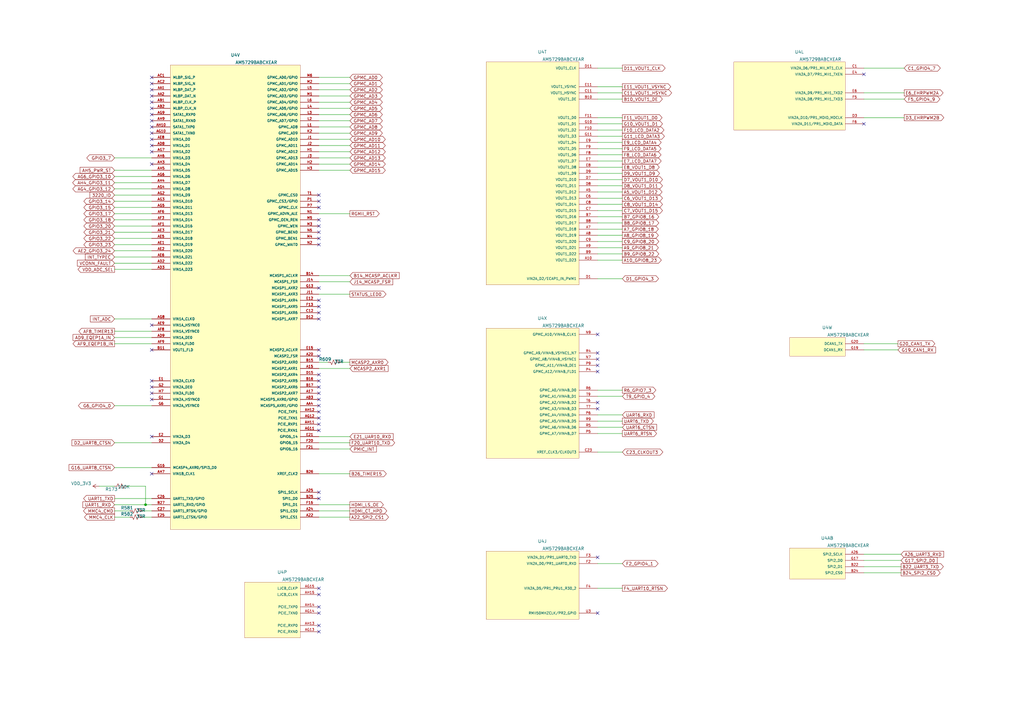
<source format=kicad_sch>
(kicad_sch (version 20210126) (generator eeschema)
  (paper "A3")
  (title_block (title "BeagleBone AI AM57x") (date "2021-01-15") (rev "Kicad-A1") (company "KiCad Services Corporation"))
  (lib_symbols
    (symbol "Device:R_Small_US" (pin_numbers hide) (pin_names (offset 0.254) hide)
      (property "Reference" "R" (at 0.762 0.508 0))
      (property "Value" "R_Small_US" (at 0.762 -1.016 0))
      (symbol "R_Small_US_1_1"
        (pin passive line (at 0 2.54 270) (length 1.016) (name "~") (number "1"))
        (pin passive line (at 0 -2.54 90) (length 1.016) (name "~") (number "2"))
      )
    )
    (symbol "beaglebone-ai:AM5729BABCXEAR" (pin_names (offset 1.016))
      (property "Reference" "U" (at -19.05 44.45 0))
      (property "Value" "AM5729BABCXEAR" (at -6.35 44.45 0))
      (symbol "AM5729BABCXEAR_1_0"
        (pin passive line (at 20.32 26.67 180) (length 7.62) (name "XI_OSC0") (number "AE15"))
        (pin passive line (at 20.32 21.59 180) (length 7.62) (name "XO_OSC0") (number "AD15"))
        (pin power_in line (at 20.32 16.51 180) (length 7.62) (name "VSSA_OSC0") (number "AF15"))
        (pin passive line (at 20.32 8.89 180) (length 7.62) (name "XI_OSC1") (number "AC15"))
        (pin passive line (at 20.32 3.81 180) (length 7.62) (name "XO_OSC1") (number "AC13"))
        (pin power_in line (at 20.32 -1.27 180) (length 7.62) (name "VSSA_OSC1") (number "AC14"))
        (pin passive line (at 20.32 -8.89 180) (length 7.62) (name "PORZ") (number "F22"))
        (pin passive line (at 20.32 -16.51 180) (length 7.62) (name "RESETN") (number "E23"))
        (pin passive line (at 20.32 -21.59 180) (length 7.62) (name "RSTOUTN") (number "F23"))
        (pin passive line (at 20.32 -29.21 180) (length 7.62) (name "NMI_DSP") (number "D21"))
      )
      (symbol "AM5729BABCXEAR_2_0"
        (pin passive line (at 19.05 15.24 180) (length 7.62) (name "RTC_OSC_XI") (number "AE14"))
        (pin passive line (at 19.05 12.7 180) (length 7.62) (name "RTC_OSC_XO") (number "AD14"))
        (pin passive line (at 19.05 7.62 180) (length 7.62) (name "RTC_ISO") (number "AF14"))
        (pin passive line (at 19.05 2.54 180) (length 7.62) (name "RTC_PORZ") (number "AB17"))
        (pin passive line (at 19.05 -2.54 180) (length 7.62) (name "ON_OFF") (number "Y11"))
        (pin passive line (at 19.05 -7.62 180) (length 7.62) (name "WAKEUP0") (number "AD17"))
        (pin passive line (at 19.05 -10.16 180) (length 7.62) (name "WAKEUP1") (number "AC17"))
        (pin passive line (at 19.05 -12.7 180) (length 7.62) (name "WAKEUP2") (number "AB16"))
        (pin passive line (at 19.05 -15.24 180) (length 7.62) (name "WAKEUP3") (number "AC16"))
      )
      (symbol "AM5729BABCXEAR_3_0"
        (pin passive line (at 27.94 109.22 180) (length 7.62) (name "DDR1_RST") (number "AG21"))
        (pin passive line (at 27.94 101.6 180) (length 7.62) (name "DDR1_CK") (number "AG24"))
        (pin passive line (at 27.94 99.06 180) (length 7.62) (name "DDR1_CKN") (number "AH24"))
        (pin passive line (at 27.94 96.52 180) (length 7.62) (name "DDR1_CKE") (number "AG22"))
        (pin passive line (at 27.94 93.98 180) (length 7.62) (name "DDR1_CSN0") (number "AH23"))
        (pin passive line (at 27.94 91.44 180) (length 7.62) (name "DDR1_CASN") (number "AC18"))
        (pin passive line (at 27.94 88.9 180) (length 7.62) (name "DDR1_RASN") (number "AF20"))
        (pin passive line (at 27.94 86.36 180) (length 7.62) (name "DDR1_WEN") (number "AH21"))
        (pin passive line (at 27.94 76.2 180) (length 7.62) (name "DDR1_BA0") (number "AF17"))
        (pin passive line (at 27.94 73.66 180) (length 7.62) (name "DDR1_BA1") (number "AE18"))
        (pin passive line (at 27.94 71.12 180) (length 7.62) (name "DDR1_BA2") (number "AB18"))
        (pin passive line (at 27.94 -86.36 180) (length 7.62) (name "DDR1_DQS0") (number "AH25"))
        (pin passive line (at 27.94 -88.9 180) (length 7.62) (name "DDR1_DQS0N") (number "AG25"))
        (pin passive line (at 27.94 -91.44 180) (length 7.62) (name "DDR1_DQS1") (number "AE27"))
        (pin passive line (at 27.94 -93.98 180) (length 7.62) (name "DDR1_DQS1N") (number "AE28"))
        (pin passive line (at 27.94 -96.52 180) (length 7.62) (name "DDR1_DQS2") (number "AD27"))
        (pin passive line (at 27.94 -99.06 180) (length 7.62) (name "DDR1_DQS2N") (number "AD28"))
        (pin passive line (at 27.94 -101.6 180) (length 7.62) (name "DDR1_DQS3") (number "Y28"))
        (pin passive line (at 27.94 -104.14 180) (length 7.62) (name "DDR1_DQS3N") (number "Y27"))
        (pin passive line (at 27.94 -114.3 180) (length 7.62) (name "DDR1_ODT0") (number "AE20"))
        (pin passive line (at 27.94 68.58 180) (length 7.62) (name "DDR1_A0") (number "AD20"))
        (pin passive line (at 27.94 66.04 180) (length 7.62) (name "DDR1_A1") (number "AC19"))
        (pin passive line (at 27.94 63.5 180) (length 7.62) (name "DDR1_A2") (number "AC20"))
        (pin passive line (at 27.94 60.96 180) (length 7.62) (name "DDR1_A3") (number "AB19"))
        (pin passive line (at 27.94 58.42 180) (length 7.62) (name "DDR1_A4") (number "AF21"))
        (pin passive line (at 27.94 55.88 180) (length 7.62) (name "DDR1_A5") (number "AH22"))
        (pin passive line (at 27.94 53.34 180) (length 7.62) (name "DDR1_A6") (number "AG23"))
        (pin passive line (at 27.94 50.8 180) (length 7.62) (name "DDR1_A7") (number "AE21"))
        (pin passive line (at 27.94 48.26 180) (length 7.62) (name "DDR1_A8") (number "AF22"))
        (pin passive line (at 27.94 45.72 180) (length 7.62) (name "DDR1_A9") (number "AE22"))
        (pin passive line (at 27.94 43.18 180) (length 7.62) (name "DDR1_A10") (number "AD21"))
        (pin passive line (at 27.94 40.64 180) (length 7.62) (name "DDR1_A11") (number "AD22"))
        (pin passive line (at 27.94 38.1 180) (length 7.62) (name "DDR1_A12") (number "AC21"))
        (pin passive line (at 27.94 35.56 180) (length 7.62) (name "DDR1_A13") (number "AF18"))
        (pin passive line (at 27.94 33.02 180) (length 7.62) (name "DDR1_A14") (number "AE17"))
        (pin passive line (at 27.94 30.48 180) (length 7.62) (name "DDR1_A15") (number "AD18"))
        (pin passive line (at 27.94 20.32 180) (length 7.62) (name "DDR1_D0") (number "AF25"))
        (pin passive line (at 27.94 17.78 180) (length 7.62) (name "DDR1_D1") (number "AF26"))
        (pin passive line (at 27.94 15.24 180) (length 7.62) (name "DDR1_D2") (number "AG26"))
        (pin passive line (at 27.94 12.7 180) (length 7.62) (name "DDR1_D3") (number "AH26"))
        (pin passive line (at 27.94 10.16 180) (length 7.62) (name "DDR1_D4") (number "AF24"))
        (pin passive line (at 27.94 7.62 180) (length 7.62) (name "DDR1_D5") (number "AE24"))
        (pin passive line (at 27.94 5.08 180) (length 7.62) (name "DDR1_D6") (number "AF23"))
        (pin passive line (at 27.94 2.54 180) (length 7.62) (name "DDR1_D7") (number "AE23"))
        (pin passive line (at 27.94 0 180) (length 7.62) (name "DDR1_D8") (number "AC23"))
        (pin passive line (at 27.94 -2.54 180) (length 7.62) (name "DDR1_D9") (number "AF27"))
        (pin tri_state line (at 27.94 -5.08 180) (length 7.62) (name "DDR1_D10") (number "AG27"))
        (pin passive line (at 27.94 -7.62 180) (length 7.62) (name "DDR1_D11") (number "AF28"))
        (pin passive line (at 27.94 -10.16 180) (length 7.62) (name "DDR1_D12") (number "AE26"))
        (pin passive line (at 27.94 -12.7 180) (length 7.62) (name "DDR1_D13") (number "AC25"))
        (pin passive line (at 27.94 -15.24 180) (length 7.62) (name "DDR1_D14") (number "AC24"))
        (pin passive line (at 27.94 -17.78 180) (length 7.62) (name "DDR1_D15") (number "AD25"))
        (pin tri_state line (at 27.94 -20.32 180) (length 7.62) (name "DDR1_D16") (number "V20"))
        (pin passive line (at 27.94 -22.86 180) (length 7.62) (name "DDR1_D17") (number "W20"))
        (pin passive line (at 27.94 -25.4 180) (length 7.62) (name "DDR1_D18") (number "AB28"))
        (pin passive line (at 27.94 -27.94 180) (length 7.62) (name "DDR1_D19") (number "AC28"))
        (pin passive line (at 27.94 -30.48 180) (length 7.62) (name "DDR1_D20") (number "AC27"))
        (pin passive line (at 27.94 -33.02 180) (length 7.62) (name "DDR1_D21") (number "Y19"))
        (pin passive line (at 27.94 -35.56 180) (length 7.62) (name "DDR1_D22") (number "AB27"))
        (pin passive line (at 27.94 -38.1 180) (length 7.62) (name "DDR1_D23") (number "Y20"))
        (pin passive line (at 27.94 -40.64 180) (length 7.62) (name "DDR1_D24") (number "AA23"))
        (pin passive line (at 27.94 -43.18 180) (length 7.62) (name "DDR1_D25") (number "Y22"))
        (pin passive line (at 27.94 -45.72 180) (length 7.62) (name "DDR1_D26") (number "Y23"))
        (pin passive line (at 27.94 -48.26 180) (length 7.62) (name "DDR1_D27") (number "AA24"))
        (pin passive line (at 27.94 -50.8 180) (length 7.62) (name "DDR1_D28") (number "Y24"))
        (pin passive line (at 27.94 -53.34 180) (length 7.62) (name "DDR1_D29") (number "AA26"))
        (pin passive line (at 27.94 -55.88 180) (length 7.62) (name "DDR1_D30") (number "AA25"))
        (pin passive line (at 27.94 -58.42 180) (length 7.62) (name "DDR1_D31") (number "AA28"))
        (pin passive line (at 27.94 -68.58 180) (length 7.62) (name "DDR1_DQM0") (number "AD23"))
        (pin passive line (at 27.94 -71.12 180) (length 7.62) (name "DDR1_DQM1") (number "AB23"))
        (pin passive line (at 27.94 -73.66 180) (length 7.62) (name "DDR1_DQM2") (number "AC26"))
        (pin passive line (at 27.94 -76.2 180) (length 7.62) (name "DDR1_DQM3") (number "AA27"))
        (pin passive line (at 27.94 -121.92 180) (length 7.62) (name "DDR1_VREF") (number "Y18"))
        (pin passive line (at -25.4 -10.16 0) (length 7.62) (name "DDR1_ECC_DQSN") (number "V28"))
        (pin passive line (at -25.4 -7.62 0) (length 7.62) (name "DDR1_ECC_DQS") (number "V27"))
        (pin passive line (at -25.4 0 0) (length 7.62) (name "DDR1_ECC_DQM") (number "V26"))
        (pin passive line (at -25.4 7.62 0) (length 7.62) (name "DDR1_ECC_D7") (number "Y26"))
        (pin passive line (at -25.4 10.16 0) (length 7.62) (name "DDR1_ECC_D6") (number "V25"))
        (pin passive line (at -25.4 12.7 0) (length 7.62) (name "DDR1_ECC_D5") (number "V24"))
        (pin passive line (at -25.4 15.24 0) (length 7.62) (name "DDR1_ECC_D4") (number "Y25"))
        (pin passive line (at -25.4 17.78 0) (length 7.62) (name "DDR1_ECC_D3") (number "W23"))
        (pin passive line (at -25.4 20.32 0) (length 7.62) (name "DDR1_ECC_D2") (number "W19"))
        (pin passive line (at -25.4 22.86 0) (length 7.62) (name "DDR1_ECC_D1") (number "V23"))
        (pin passive line (at -25.4 25.4 0) (length 7.62) (name "DDR1_ECC_D0") (number "W22"))
      )
      (symbol "AM5729BABCXEAR_4_0"
        (pin passive line (at 25.4 8.89 180) (length 7.62) (name "GPMC_A18/QSPI1_SCLK") (number "R2"))
        (pin passive line (at 25.4 6.35 180) (length 7.62) (name "GPMC_A13/QSPI_RTCLK") (number "R3"))
        (pin passive line (at 25.4 3.81 180) (length 7.62) (name "GPMC_CS2/QSPI1_CS0") (number "P2"))
        (pin passive line (at 25.4 -3.81 180) (length 7.62) (name "GPMC_A16/QSPI1_D0") (number "U1"))
        (pin passive line (at 25.4 -6.35 180) (length 7.62) (name "GPMC_A17/QSPI1_D1") (number "P3"))
        (pin passive line (at 25.4 -8.89 180) (length 7.62) (name "GPMC_A15/QSPI_D2") (number "U2"))
        (pin passive line (at 25.4 -11.43 180) (length 7.62) (name "GPMC_A14/QSPI_D3") (number "T2"))
      )
      (symbol "AM5729BABCXEAR_5_0"
        (pin passive line (at 27.94 15.24 180) (length 7.62) (name "GPMC_A23/MMC2_CLK") (number "J7"))
        (pin passive line (at 27.94 12.7 180) (length 7.62) (name "GPMC_CS1/MMC2_CMD") (number "H6"))
        (pin passive line (at 27.94 5.08 180) (length 7.62) (name "GPMC_A24/MMC2_DAT0") (number "J4"))
        (pin passive line (at 27.94 2.54 180) (length 7.62) (name "GPMC_A25/MMC2_DAT1") (number "J6"))
        (pin passive line (at 27.94 0 180) (length 7.62) (name "GPMC_A26/MMC2_DAT2") (number "H4"))
        (pin passive line (at 27.94 -2.54 180) (length 7.62) (name "GPMC_A27/MMC2_DAT3") (number "H5"))
        (pin passive line (at 27.94 -5.08 180) (length 7.62) (name "GPMC_A19/MMC2_DAT4") (number "K7"))
        (pin passive line (at 27.94 -7.62 180) (length 7.62) (name "GPMC_A20/MMC2_DAT5") (number "M7"))
        (pin passive line (at 27.94 -10.16 180) (length 7.62) (name "GPMC_A21/MMC2_DAT6") (number "J5"))
        (pin passive line (at 27.94 -12.7 180) (length 7.62) (name "GPMC_A22/MMC2_DAT7") (number "K6"))
      )
      (symbol "AM5729BABCXEAR_6_0"
        (pin passive line (at 19.05 22.86 180) (length 7.62) (name "RGMII0_TXC") (number "W9"))
        (pin passive line (at 19.05 20.32 180) (length 7.62) (name "RGMII0_TXCTL") (number "V9"))
        (pin passive line (at 19.05 12.7 180) (length 7.62) (name "RGMII0_TXD0") (number "U6"))
        (pin passive line (at 19.05 10.16 180) (length 7.62) (name "RGMII0_TXD1") (number "V6"))
        (pin passive line (at 19.05 7.62 180) (length 7.62) (name "RGMII0_TXD2") (number "U7"))
        (pin passive line (at 19.05 5.08 180) (length 7.62) (name "RGMII0_TXD3") (number "V7"))
        (pin passive line (at 19.05 -2.54 180) (length 7.62) (name "RGMII0_RXC") (number "U5"))
        (pin passive line (at 19.05 -5.08 180) (length 7.62) (name "RGMII0_RXCTL") (number "V5"))
        (pin passive line (at 19.05 -12.7 180) (length 7.62) (name "RGMII0_RXD0") (number "W2"))
        (pin passive line (at 19.05 -15.24 180) (length 7.62) (name "RGMII0_RXD1") (number "Y2"))
        (pin passive line (at 19.05 -17.78 180) (length 7.62) (name "RGMII0_RXD2") (number "V3"))
        (pin passive line (at 19.05 -20.32 180) (length 7.62) (name "RGMII0_RXD3") (number "V4"))
        (pin passive line (at 19.05 -27.94 180) (length 7.62) (name "MDIO_MCLK") (number "V1"))
        (pin passive line (at 19.05 -30.48 180) (length 7.62) (name "MDIO_D") (number "U4"))
      )
      (symbol "AM5729BABCXEAR_7_0"
        (pin passive line (at 26.67 20.32 180) (length 7.62) (name "VIN2A_D12/RGMII1_TXC") (number "D5"))
        (pin passive line (at 26.67 17.78 180) (length 7.62) (name "VIN2A_D13/RGMII1_TXCTL") (number "C2"))
        (pin passive line (at 26.67 10.16 180) (length 7.62) (name "VIN2A_D17/RGMII1_TXD0") (number "D6"))
        (pin passive line (at 26.67 7.62 180) (length 7.62) (name "VIN2A_D16/RGMII1_TXD1") (number "B2"))
        (pin passive line (at 26.67 5.08 180) (length 7.62) (name "VIN2A_D15/RGMII1_TXD2") (number "C4"))
        (pin passive line (at 26.67 2.54 180) (length 7.62) (name "VIN2A_D14/RGMII1_TXD3") (number "C3"))
        (pin passive line (at 26.67 -5.08 180) (length 7.62) (name "VIN2A_D18/RGMII1_RXC") (number "C5"))
        (pin passive line (at 26.67 -7.62 180) (length 7.62) (name "VIN2A_D19/RGMII1_RXCTL") (number "A3"))
        (pin passive line (at 26.67 -15.24 180) (length 7.62) (name "VIN2A_D23/RGMII1_RXD0") (number "A4"))
        (pin passive line (at 26.67 -17.78 180) (length 7.62) (name "VIN2A_D22/RGMII1_RXD1") (number "B5"))
        (pin passive line (at 26.67 -20.32 180) (length 7.62) (name "VIN2A_D21/RGMII1_RXD2") (number "B4"))
        (pin passive line (at 26.67 -22.86 180) (length 7.62) (name "VIN2A_D20/RGMII1_RXD3") (number "B3"))
      )
      (symbol "AM5729BABCXEAR_8_0"
        (pin passive line (at 27.94 17.78 180) (length 7.62) (name "HDMI1_CLOCKX") (number "AG16"))
        (pin passive line (at 27.94 15.24 180) (length 7.62) (name "HDMI1_CLOCKY") (number "AH16"))
        (pin passive line (at 27.94 7.62 180) (length 7.62) (name "HDMI1_DATA0X") (number "AG17"))
        (pin passive line (at 27.94 5.08 180) (length 7.62) (name "HDMI1_DATA0Y") (number "AH17"))
        (pin passive line (at 27.94 2.54 180) (length 7.62) (name "HDMI1_DATA1X") (number "AG18"))
        (pin passive line (at 27.94 0 180) (length 7.62) (name "HDMI1_DATA1Y") (number "AH18"))
        (pin passive line (at 27.94 -2.54 180) (length 7.62) (name "HDMI1_DATA2X") (number "AG19"))
        (pin passive line (at 27.94 -5.08 180) (length 7.62) (name "HDMI1_DATA2Y") (number "AH19"))
        (pin passive line (at 27.94 -12.7 180) (length 7.62) (name "I2C2_SCL/HDMI1_DDC_SDA") (number "C25"))
        (pin passive line (at 27.94 -15.24 180) (length 7.62) (name "I2C2_SDA/HDMI1_DDC_SCL") (number "F17"))
        (pin passive line (at 27.94 -22.86 180) (length 7.62) (name "SPI1_CS2/HDMI_HPD") (number "B21"))
        (pin passive line (at 27.94 -25.4 180) (length 7.62) (name "SPI1_CS3/HDMI_CEC") (number "B20"))
      )
      (symbol "AM5729BABCXEAR_9_0"
        (pin passive line (at 26.67 1.27 180) (length 7.62) (name "UART2_RTSN/UART3_TXD") (number "C28"))
        (pin passive line (at 26.67 -1.27 180) (length 7.62) (name "UART2_CTSN/UART3_RXD") (number "D27"))
      )
      (symbol "AM5729BABCXEAR_10_0"
        (pin passive line (at 27.94 8.89 180) (length 7.62) (name "VIN2A_D1/PR1_UART0_TXD") (number "F3"))
        (pin passive line (at 27.94 6.35 180) (length 7.62) (name "VIN2A_D0/PR1_UART0_RXD") (number "F2"))
        (pin passive line (at 27.94 -3.81 180) (length 7.62) (name "VIN2A_D5/PR1_PRU1_R30_2") (number "F4"))
        (pin passive line (at 27.94 -13.97 180) (length 7.62) (name "RMII50MHZCLK/PR2_GPIO") (number "U3"))
      )
      (symbol "AM5729BABCXEAR_11_0"
        (pin passive line (at 30.48 1.27 180) (length 7.62) (name "UART3_TXD/PR1_MII0_MR0CLK") (number "Y1"))
        (pin passive line (at 30.48 -1.27 180) (length 7.62) (name "UART3_RXD/PR1_MII0_RXDV") (number "V2"))
      )
      (symbol "AM5729BABCXEAR_12_0"
        (pin passive line (at 30.48 11.43 180) (length 7.62) (name "VIN2A_D6/PR1_MII_MT1_CLK") (number "C1"))
        (pin passive line (at 30.48 8.89 180) (length 7.62) (name "VIN2A_D7/PR1_MII1_TXEN") (number "E4"))
        (pin passive line (at 30.48 1.27 180) (length 7.62) (name "VIN2A_D9/PR1_MII1_TXD2") (number "E6"))
        (pin passive line (at 30.48 -1.27 180) (length 7.62) (name "VIN2A_D8/PR1_MII1_TXD3") (number "F5"))
        (pin passive line (at 30.48 -8.89 180) (length 7.62) (name "VIN2A_D10/PR1_MDIO_MDCLK") (number "D3"))
        (pin passive line (at 30.48 -11.43 180) (length 7.62) (name "VIN2A_D11/PR1_MDIO_DATA") (number "F6"))
      )
      (symbol "AM5729BABCXEAR_13_0"
        (pin passive line (at 33.02 27.94 180) (length 7.62) (name "MCASP1_AXR1/PR2_MII_MT0_CLK") (number "F12"))
        (pin passive line (at 33.02 25.4 180) (length 7.62) (name "MCASP1_AXR8/PR2_MII0_TXEN") (number "B12"))
        (pin passive line (at 33.02 17.78 180) (length 7.62) (name "MCASP1_AXR12/PR2_MII0_TXD0") (number "E14"))
        (pin passive line (at 33.02 15.24 180) (length 7.62) (name "MCASP1_AXR11/PR2_MII0_TXD1") (number "A12"))
        (pin passive line (at 33.02 12.7 180) (length 7.62) (name "MCASP1_AXR10/PR2_MII0_TXD2") (number "B13"))
        (pin passive line (at 33.02 10.16 180) (length 7.62) (name "MCASP1_AXR9/PR2_MII0_TXD3") (number "A11"))
        (pin passive line (at 33.02 2.54 180) (length 7.62) (name "MCASP1_AXR13/PR2_MII_MR0_CLK") (number "A13"))
        (pin passive line (at 33.02 0 180) (length 7.62) (name "MCASP1_AXR14/PR2_MII0_RXDV") (number "G14"))
        (pin passive line (at 33.02 -2.54 180) (length 7.62) (name "MCASP1_AXR0/PR2_MII0_RXER") (number "G12"))
        (pin passive line (at 33.02 -10.16 180) (length 7.62) (name "MCASP2_AXR2/PR2_MII0_RXD0") (number "C15"))
        (pin passive line (at 33.02 -12.7 180) (length 7.62) (name "MCASP2_FSX/PR2_MII0_RXD1") (number "A18"))
        (pin passive line (at 33.02 -15.24 180) (length 7.62) (name "MCASP2_ACLKX/PR2_MII0_RXD2") (number "A19"))
        (pin passive line (at 33.02 -17.78 180) (length 7.62) (name "MCASP1_AXR15/PR2_MII0_RXD3") (number "F14"))
        (pin passive line (at 33.02 -25.4 180) (length 7.62) (name "MCASP3_ACLKX/PR2_MII0_CRS") (number "B18"))
        (pin passive line (at 33.02 -27.94 180) (length 7.62) (name "MCASP3_FSX/PR2_MII0_COL") (number "F15"))
        (pin passive line (at 33.02 -30.48 180) (length 7.62) (name "MCASP2_AXR3/PR2_MII0_RXLINK") (number "A16"))
        (pin passive line (at 33.02 -38.1 180) (length 7.62) (name "MCASP1_ACLKX/PR2_MDIO_MDCLK") (number "C14"))
        (pin passive line (at 33.02 -40.64 180) (length 7.62) (name "MCASP1_FSX/PR2_MDIO_DATA") (number "D14"))
      )
      (symbol "AM5729BABCXEAR_14_0"
        (pin passive line (at 31.75 25.4 180) (length 7.62) (name "GPIO6_10/PR2_MII_MT1_CLK") (number "AC5"))
        (pin passive line (at 31.75 22.86 180) (length 7.62) (name "GPIO6_11/PR2_MII1_TXEN") (number "AB4"))
        (pin passive line (at 31.75 15.24 180) (length 7.62) (name "MMC3_DAT1/PR2_MII1_TXD0") (number "AC6"))
        (pin passive line (at 31.75 12.7 180) (length 7.62) (name "MMC3_DAT0/PR2_MII1_TXD1") (number "AC7"))
        (pin passive line (at 31.75 10.16 180) (length 7.62) (name "MMC3_CMD/PR2_MII1_TXD2") (number "AC4"))
        (pin passive line (at 31.75 7.62 180) (length 7.62) (name "MMC3_CLK/PR2_MII1_TXD3") (number "AD4"))
        (pin passive line (at 31.75 0 180) (length 7.62) (name "MMC3_DAT2/PR2_MII_MR1_CLK") (number "AC9"))
        (pin passive line (at 31.75 -2.54 180) (length 7.62) (name "MMC3_DAT3/PR2_MII1_RXDV") (number "AC3"))
        (pin passive line (at 31.75 -5.08 180) (length 7.62) (name "MCASP3_AXR0/PR2_MII1_RXER") (number "B19"))
        (pin passive line (at 31.75 -12.7 180) (length 7.62) (name "MMC3_DAT7/PR2_MII1_RXD0") (number "AB5"))
        (pin passive line (at 31.75 -15.24 180) (length 7.62) (name "MMC3_DAT6/PR2_MII1_RXD1") (number "AB8"))
        (pin passive line (at 31.75 -17.78 180) (length 7.62) (name "MMC3_DAT5/PR2_MII1_RXD2") (number "AD6"))
        (pin passive line (at 31.75 -20.32 180) (length 7.62) (name "MMC3_DAT4/PR2_MII1_RXD3") (number "AC8"))
        (pin passive line (at 31.75 -27.94 180) (length 7.62) (name "XREF_CLK1/PR2_MII1_CRS") (number "E17"))
        (pin passive line (at 31.75 -30.48 180) (length 7.62) (name "XREF_CLK0/PR2_MII1_COL") (number "D18"))
        (pin passive line (at 31.75 -33.02 180) (length 7.62) (name "MCASP3_AXR1/PR2_MII1_RXLINK") (number "C17"))
      )
      (symbol "AM5729BABCXEAR_15_0"
        (pin passive line (at 19.05 12.7 180) (length 7.62) (name "MMC1_CLK") (number "W6"))
        (pin passive line (at 19.05 10.16 180) (length 7.62) (name "MMC1_CMD") (number "Y6"))
        (pin passive line (at 19.05 5.08 180) (length 7.62) (name "MMC1_DAT0") (number "AA6"))
        (pin passive line (at 19.05 2.54 180) (length 7.62) (name "MMC1_DAT1") (number "Y4"))
        (pin passive line (at 19.05 0 180) (length 7.62) (name "MMC1_DAT2") (number "AA5"))
        (pin passive line (at 19.05 -2.54 180) (length 7.62) (name "MMC1_DAT3") (number "Y3"))
        (pin passive line (at 19.05 -7.62 180) (length 7.62) (name "MMC1_SDCD") (number "W7"))
        (pin passive line (at 19.05 -12.7 180) (length 7.62) (name "MMC1_SDWP") (number "Y9"))
      )
      (symbol "AM5729BABCXEAR_16_0"
        (pin passive line (at 20.32 7.62 180) (length 7.62) (name "LJCB_CLKP") (number "AG15"))
        (pin passive line (at 20.32 5.08 180) (length 7.62) (name "LJCB_CLKN") (number "AH15"))
        (pin passive line (at 20.32 0 180) (length 7.62) (name "PCIE_TXP0") (number "AH14"))
        (pin passive line (at 20.32 -2.54 180) (length 7.62) (name "PCIE_TXN0") (number "AG14"))
        (pin passive line (at 20.32 -7.62 180) (length 7.62) (name "PCIE_RXP0") (number "AH13"))
        (pin passive line (at 20.32 -10.16 180) (length 7.62) (name "PCIE_RXN0") (number "AG13"))
      )
      (symbol "AM5729BABCXEAR_17_0"
        (pin passive line (at 19.05 10.16 180) (length 7.62) (name "USB1_DP") (number "AD12"))
        (pin passive line (at 19.05 7.62 180) (length 7.62) (name "USB1_DM") (number "AC12"))
        (pin passive line (at 19.05 2.54 180) (length 7.62) (name "USB1_DRVVBUS") (number "AB10"))
        (pin passive line (at 19.05 -2.54 180) (length 7.62) (name "USB_RXN0") (number "AF12"))
        (pin passive line (at 19.05 -5.08 180) (length 7.62) (name "USB_RXP0") (number "AE12"))
        (pin passive line (at 19.05 -10.16 180) (length 7.62) (name "USB_TXN0") (number "AC11"))
        (pin passive line (at 19.05 -12.7 180) (length 7.62) (name "USB_TXP0") (number "AD11"))
      )
      (symbol "AM5729BABCXEAR_18_0"
        (pin passive line (at 19.05 1.27 180) (length 7.62) (name "I2C1_SCL") (number "C20"))
        (pin passive line (at 19.05 -1.27 180) (length 7.62) (name "I2C1_SDA") (number "C21"))
      )
      (symbol "AM5729BABCXEAR_19_0"
        (pin passive line (at 15.24 10.16 180) (length 7.62) (name "TCK") (number "E20"))
        (pin passive line (at 15.24 7.62 180) (length 7.62) (name "RTCK") (number "E18"))
        (pin passive line (at 15.24 5.08 180) (length 7.62) (name "TMS") (number "F18"))
        (pin passive line (at 15.24 0 180) (length 7.62) (name "TDI") (number "D23"))
        (pin passive line (at 15.24 -2.54 180) (length 7.62) (name "TDO") (number "F19"))
        (pin passive line (at 15.24 -7.62 180) (length 7.62) (name "TRSTN") (number "D20"))
        (pin passive line (at 15.24 -12.7 180) (length 7.62) (name "EMU0") (number "G21"))
        (pin passive line (at 15.24 -15.24 180) (length 7.62) (name "EMU1") (number "D24"))
      )
      (symbol "AM5729BABCXEAR_20_0"
        (pin passive line (at 25.4 40.64 180) (length 7.62) (name "VOUT1_CLK") (number "D11"))
        (pin passive line (at 25.4 33.02 180) (length 7.62) (name "VOUT1_VSYNC") (number "E11"))
        (pin passive line (at 25.4 30.48 180) (length 7.62) (name "VOUT1_HSYNC") (number "C11"))
        (pin passive line (at 25.4 27.94 180) (length 7.62) (name "VOUT1_DE") (number "B10"))
        (pin passive line (at 25.4 20.32 180) (length 7.62) (name "VOUT1_D0") (number "F11"))
        (pin passive line (at 25.4 17.78 180) (length 7.62) (name "VOUT1_D1") (number "G10"))
        (pin passive line (at 25.4 15.24 180) (length 7.62) (name "VOUT1_D2") (number "F10"))
        (pin passive line (at 25.4 12.7 180) (length 7.62) (name "VOUT1_D3") (number "G11"))
        (pin passive line (at 25.4 10.16 180) (length 7.62) (name "VOUT1_D4") (number "E9"))
        (pin passive line (at 25.4 7.62 180) (length 7.62) (name "VOUT1_D5") (number "F9"))
        (pin passive line (at 25.4 5.08 180) (length 7.62) (name "VOUT1_D6") (number "F8"))
        (pin passive line (at 25.4 2.54 180) (length 7.62) (name "VOUT1_D7") (number "E7"))
        (pin passive line (at 25.4 0 180) (length 7.62) (name "VOUT1_D8") (number "E8"))
        (pin passive line (at 25.4 -2.54 180) (length 7.62) (name "VOUT1_D9") (number "D9"))
        (pin passive line (at 25.4 -5.08 180) (length 7.62) (name "VOUT1_D10") (number "D7"))
        (pin passive line (at 25.4 -7.62 180) (length 7.62) (name "VOUT1_D11") (number "D8"))
        (pin passive line (at 25.4 -10.16 180) (length 7.62) (name "VOUT1_D12") (number "A5"))
        (pin passive line (at 25.4 -12.7 180) (length 7.62) (name "VOUT1_D13") (number "C6"))
        (pin passive line (at 25.4 -15.24 180) (length 7.62) (name "VOUT1_D14") (number "C8"))
        (pin passive line (at 25.4 -17.78 180) (length 7.62) (name "VOUT1_D15") (number "C7"))
        (pin passive line (at 25.4 -20.32 180) (length 7.62) (name "VOUT1_D16") (number "B7"))
        (pin passive line (at 25.4 -22.86 180) (length 7.62) (name "VOUT1_D17") (number "B8"))
        (pin passive line (at 25.4 -25.4 180) (length 7.62) (name "VOUT1_D18") (number "A7"))
        (pin passive line (at 25.4 -27.94 180) (length 7.62) (name "VOUT1_D19") (number "A8"))
        (pin passive line (at 25.4 -30.48 180) (length 7.62) (name "VOUT1_D20") (number "C9"))
        (pin passive line (at 25.4 -33.02 180) (length 7.62) (name "VOUT1_D21") (number "A9"))
        (pin passive line (at 25.4 -35.56 180) (length 7.62) (name "VOUT1_D22") (number "B9"))
        (pin passive line (at 25.4 -38.1 180) (length 7.62) (name "VOUT1_D23") (number "A10"))
        (pin passive line (at 25.4 -45.72 180) (length 7.62) (name "VIN2A_D2/ECAP1_IN_PWM1") (number "D1"))
      )
      (symbol "AM5729BABCXEAR_21_0"
        (pin passive line (at 27.94 6.35 180) (length 7.62) (name "MCASP4_ACLKX/SPI3_SCLK") (number "C18"))
        (pin passive line (at 27.94 1.27 180) (length 7.62) (name "VIN1A_D15/GPIO") (number "AF4"))
        (pin passive line (at 27.94 -1.27 180) (length 7.62) (name "MCASP4_FSX/SPI3_D1") (number "A21"))
        (pin passive line (at 27.94 -6.35 180) (length 7.62) (name "MCASP4_AXR1/SPI3_CS0") (number "D17"))
      )
      (symbol "AM5729BABCXEAR_22_0"
        (pin passive line (at 33.02 87.63 180) (length 7.62) (name "GPMC_AD0/GPIO") (number "M6"))
        (pin passive line (at 33.02 85.09 180) (length 7.62) (name "GPMC_AD1/GPIO") (number "M2"))
        (pin passive line (at 33.02 82.55 180) (length 7.62) (name "GPMC_AD2/GPIO") (number "L5"))
        (pin passive line (at 33.02 80.01 180) (length 7.62) (name "GPMC_AD3/GPIO") (number "M1"))
        (pin passive line (at 33.02 77.47 180) (length 7.62) (name "GPMC_AD4/GPIO") (number "L6"))
        (pin passive line (at 33.02 74.93 180) (length 7.62) (name "GPMC_AD5/GPIO") (number "L4"))
        (pin passive line (at 33.02 72.39 180) (length 7.62) (name "GPMC_AD6/GPIO") (number "L3"))
        (pin passive line (at 33.02 69.85 180) (length 7.62) (name "GPMC_AD7/GPIO") (number "L2"))
        (pin passive line (at 33.02 67.31 180) (length 7.62) (name "GPMC_AD8") (number "L1"))
        (pin passive line (at 33.02 64.77 180) (length 7.62) (name "GPMC_AD9") (number "K2"))
        (pin passive line (at 33.02 62.23 180) (length 7.62) (name "GPMC_AD10") (number "J1"))
        (pin passive line (at 33.02 59.69 180) (length 7.62) (name "GPMC_AD11") (number "J2"))
        (pin passive line (at 33.02 57.15 180) (length 7.62) (name "GPMC_AD12") (number "H1"))
        (pin passive line (at 33.02 54.61 180) (length 7.62) (name "GPMC_AD13") (number "J3"))
        (pin passive line (at 33.02 52.07 180) (length 7.62) (name "GPMC_AD14") (number "H2"))
        (pin passive line (at 33.02 49.53 180) (length 7.62) (name "GPMC_AD15") (number "H3"))
        (pin passive line (at 33.02 39.37 180) (length 7.62) (name "GPMC_CS0") (number "T1"))
        (pin passive line (at 33.02 36.83 180) (length 7.62) (name "GPMC_CS3/GPIO") (number "P1"))
        (pin passive line (at 33.02 34.29 180) (length 7.62) (name "GPMC_CLK") (number "P7"))
        (pin passive line (at 33.02 31.75 180) (length 7.62) (name "GPMC_ADVN_ALE") (number "N1"))
        (pin passive line (at 33.02 29.21 180) (length 7.62) (name "GPMC_OEN_REN") (number "M5"))
        (pin passive line (at 33.02 26.67 180) (length 7.62) (name "GPMC_WEN") (number "M3"))
        (pin passive line (at 33.02 24.13 180) (length 7.62) (name "GPMC_BEN0") (number "N6"))
        (pin passive line (at 33.02 21.59 180) (length 7.62) (name "GPMC_BEN1") (number "M4"))
        (pin passive line (at 33.02 19.05 180) (length 7.62) (name "GPMC_WAIT0") (number "N2"))
        (pin passive line (at 33.02 6.35 180) (length 7.62) (name "MCASP1_ACLKR") (number "B14"))
        (pin passive line (at 33.02 3.81 180) (length 7.62) (name "MCASP1_FSR") (number "J14"))
        (pin passive line (at 33.02 1.27 180) (length 7.62) (name "MCASP1_AXR2") (number "G13"))
        (pin passive line (at 33.02 -1.27 180) (length 7.62) (name "MCASP1_AXR3") (number "J11"))
        (pin passive line (at 33.02 -3.81 180) (length 7.62) (name "MCASP1_AXR4") (number "E12"))
        (pin passive line (at 33.02 -6.35 180) (length 7.62) (name "MCASP1_AXR5") (number "F13"))
        (pin passive line (at 33.02 -8.89 180) (length 7.62) (name "MCASP1_AXR6") (number "C12"))
        (pin passive line (at 33.02 -11.43 180) (length 7.62) (name "MCASP1_AXR7") (number "D12"))
        (pin passive line (at 33.02 -24.13 180) (length 7.62) (name "MCASP2_ACLKR") (number "E15"))
        (pin passive line (at 33.02 -26.67 180) (length 7.62) (name "MCASP2_FSR") (number "A20"))
        (pin passive line (at 33.02 -29.21 180) (length 7.62) (name "MCASP2_AXR0") (number "B15"))
        (pin passive line (at 33.02 -31.75 180) (length 7.62) (name "MCASP2_AXR1") (number "A15"))
        (pin passive line (at 33.02 -34.29 180) (length 7.62) (name "MCASP2_AXR4") (number "D15"))
        (pin passive line (at 33.02 -36.83 180) (length 7.62) (name "MCASP2_AXR5") (number "B16"))
        (pin passive line (at 33.02 -39.37 180) (length 7.62) (name "MCASP2_AXR6") (number "B17"))
        (pin passive line (at 33.02 -41.91 180) (length 7.62) (name "MCASP2_AXR7") (number "A17"))
        (pin passive line (at 33.02 -44.45 180) (length 7.62) (name "MCASP5_AXR0/GPIO") (number "AB3"))
        (pin passive line (at 33.02 -46.99 180) (length 7.62) (name "MCASP5_AXR1/GPIO") (number "AA4"))
        (pin passive line (at 33.02 -49.53 180) (length 7.62) (name "PCIE_TXP1") (number "AH12"))
        (pin passive line (at 33.02 -52.07 180) (length 7.62) (name "PCIE_TXN1") (number "AG12"))
        (pin passive line (at 33.02 -54.61 180) (length 7.62) (name "PCIE_RXP1") (number "AH11"))
        (pin passive line (at 33.02 -57.15 180) (length 7.62) (name "PCIE_RXN1") (number "AG11"))
        (pin passive line (at 33.02 -59.69 180) (length 7.62) (name "GPIO6_14") (number "E21"))
        (pin passive line (at 33.02 -62.23 180) (length 7.62) (name "GPIO6_15") (number "F20"))
        (pin passive line (at 33.02 -64.77 180) (length 7.62) (name "GPIO6_16") (number "F21"))
        (pin passive line (at 33.02 -74.93 180) (length 7.62) (name "XREF_CLK2") (number "B26"))
        (pin passive line (at 33.02 -82.55 180) (length 7.62) (name "SPI1_SCLK") (number "A25"))
        (pin passive line (at 33.02 -85.09 180) (length 7.62) (name "SPI1_D0") (number "B25"))
        (pin passive line (at 33.02 -87.63 180) (length 7.62) (name "SPI1_D1") (number "F16"))
        (pin passive line (at 33.02 -90.17 180) (length 7.62) (name "SPI1_CS0") (number "A24"))
        (pin passive line (at 33.02 -92.71 180) (length 7.62) (name "SPI1_CS1") (number "A22"))
        (pin passive line (at -35.56 -92.71 0) (length 7.62) (name "UART1_CTSN/GPIO") (number "E25"))
        (pin passive line (at -35.56 -90.17 0) (length 7.62) (name "UART1_RTSN/GPIO") (number "C27"))
        (pin passive line (at -35.56 -87.63 0) (length 7.62) (name "UART1_RXD/GPIO") (number "B27"))
        (pin passive line (at -35.56 -85.09 0) (length 7.62) (name "UART1_TXD/GPIO") (number "C26"))
        (pin passive line (at -35.56 -74.93 0) (length 7.62) (name "VIN1B_CLK1") (number "AH7"))
        (pin passive line (at -35.56 -72.39 0) (length 7.62) (name "MCASP4_AXR0/SPI3_D0") (number "G16"))
        (pin passive line (at -35.56 -62.23 0) (length 7.62) (name "VIN2A_D4") (number "D2"))
        (pin passive line (at -35.56 -59.69 0) (length 7.62) (name "VIN2A_D3") (number "E2"))
        (pin passive line (at -35.56 -46.99 0) (length 7.62) (name "VIN2A_VSYNC0") (number "G6"))
        (pin passive line (at -35.56 -44.45 0) (length 7.62) (name "VIN2A_HSYNC0") (number "G1"))
        (pin passive line (at -35.56 -41.91 0) (length 7.62) (name "VIN2A_FLD0") (number "H7"))
        (pin passive line (at -35.56 -39.37 0) (length 7.62) (name "VIN2A_DE0") (number "G2"))
        (pin passive line (at -35.56 -36.83 0) (length 7.62) (name "VIN2A_CLK0") (number "E1"))
        (pin passive line (at -35.56 -24.13 0) (length 7.62) (name "VOUT1_FLD") (number "B11"))
        (pin passive line (at -35.56 -21.59 0) (length 7.62) (name "VIN1A_FLD0") (number "AF9"))
        (pin passive line (at -35.56 -19.05 0) (length 7.62) (name "VIN1A_DE0") (number "AD9"))
        (pin passive line (at -35.56 -16.51 0) (length 7.62) (name "VIN1A_VSYNC0") (number "AF8"))
        (pin passive line (at -35.56 -13.97 0) (length 7.62) (name "VIN1A_HSYNC0") (number "AE9"))
        (pin passive line (at -35.56 -11.43 0) (length 7.62) (name "VIN1A_CLK0") (number "AG8"))
        (pin passive line (at -35.56 8.89 0) (length 7.62) (name "VIN1A_D23") (number "AD3"))
        (pin passive line (at -35.56 11.43 0) (length 7.62) (name "VIN1A_D22") (number "AD2"))
        (pin passive line (at -35.56 13.97 0) (length 7.62) (name "VIN1A_D21") (number "AE6"))
        (pin passive line (at -35.56 16.51 0) (length 7.62) (name "VIN1A_D20") (number "AE2"))
        (pin passive line (at -35.56 19.05 0) (length 7.62) (name "VIN1A_D19") (number "AE1"))
        (pin passive line (at -35.56 21.59 0) (length 7.62) (name "VIN1A_D18") (number "AE5"))
        (pin passive line (at -35.56 24.13 0) (length 7.62) (name "VIN1A_D17") (number "AE3"))
        (pin passive line (at -35.56 26.67 0) (length 7.62) (name "VIN1A_D16") (number "AF1"))
        (pin passive line (at -35.56 29.21 0) (length 7.62) (name "VIN1A_D14") (number "AF3"))
        (pin passive line (at -35.56 31.75 0) (length 7.62) (name "VIN1A_D13") (number "AF6"))
        (pin passive line (at -35.56 34.29 0) (length 7.62) (name "VIN1A_D11") (number "AG5"))
        (pin passive line (at -35.56 36.83 0) (length 7.62) (name "VIN1A_D10") (number "AG3"))
        (pin passive line (at -35.56 39.37 0) (length 7.62) (name "VIN1A_D9") (number "AG2"))
        (pin passive line (at -35.56 41.91 0) (length 7.62) (name "VIN1A_D8") (number "AG4"))
        (pin passive line (at -35.56 44.45 0) (length 7.62) (name "VIN1A_D7") (number "AH4"))
        (pin passive line (at -35.56 46.99 0) (length 7.62) (name "VIN1A_D6") (number "AG6"))
        (pin passive line (at -35.56 49.53 0) (length 7.62) (name "VIN1A_D5") (number "AH5"))
        (pin passive line (at -35.56 52.07 0) (length 7.62) (name "VIN1A_D4") (number "AH3"))
        (pin passive line (at -35.56 54.61 0) (length 7.62) (name "VIN1A_D3") (number "AH6"))
        (pin passive line (at -35.56 57.15 0) (length 7.62) (name "VIN1A_D2") (number "AG7"))
        (pin passive line (at -35.56 59.69 0) (length 7.62) (name "VIN1A_D1") (number "AD8"))
        (pin passive line (at -35.56 62.23 0) (length 7.62) (name "VIN1A_D0") (number "AE8"))
        (pin passive line (at -35.56 64.77 0) (length 7.62) (name "SATA1_TXN0") (number "AG10"))
        (pin passive line (at -35.56 67.31 0) (length 7.62) (name "SATA1_TXP0") (number "AH10"))
        (pin passive line (at -35.56 69.85 0) (length 7.62) (name "SATA1_RXN0") (number "AH9"))
        (pin passive line (at -35.56 72.39 0) (length 7.62) (name "SATA1_RXP0") (number "AG9"))
        (pin passive line (at -35.56 74.93 0) (length 7.62) (name "MLBP_CLK_N") (number "AB2"))
        (pin passive line (at -35.56 77.47 0) (length 7.62) (name "MLBP_CLK_P") (number "AB1"))
        (pin passive line (at -35.56 80.01 0) (length 7.62) (name "MLBP_DAT_N") (number "AA2"))
        (pin passive line (at -35.56 82.55 0) (length 7.62) (name "MLBP_DAT_P") (number "AA1"))
        (pin passive line (at -35.56 85.09 0) (length 7.62) (name "MLBP_SIG_N") (number "AC2"))
        (pin passive line (at -35.56 87.63 0) (length 7.62) (name "MLBP_SIG_P") (number "AC1"))
      )
      (symbol "AM5729BABCXEAR_23_0"
        (pin passive line (at 20.32 1.27 180) (length 7.62) (name "DCAN1_TX") (number "G20"))
        (pin passive line (at 20.32 -1.27 180) (length 7.62) (name "DCAN1_RX") (number "G19"))
      )
      (symbol "AM5729BABCXEAR_24_0"
        (pin passive line (at 26.67 22.86 180) (length 7.62) (name "GPMC_A10/VIN4B_CLK1") (number "N9"))
        (pin passive line (at 26.67 15.24 180) (length 7.62) (name "GPMC_A9/VIN4B_VSYNC1_N7") (number "R4"))
        (pin passive line (at 26.67 12.7 180) (length 7.62) (name "GPMC_A8/VIN4B_HSYNC1") (number "N7"))
        (pin passive line (at 26.67 10.16 180) (length 7.62) (name "GPMC_A11/VIN4B_DE1") (number "P9"))
        (pin passive line (at 26.67 7.62 180) (length 7.62) (name "GPMC_A12/VIN4B_FLD1") (number "P4"))
        (pin passive line (at 26.67 0 180) (length 7.62) (name "GPMC_A0/VIN4B_D0") (number "R6"))
        (pin passive line (at 26.67 -2.54 180) (length 7.62) (name "GPMC_A1/VIN4B_D1") (number "T9"))
        (pin passive line (at 26.67 -5.08 180) (length 7.62) (name "GPMC_A2/VIN4B_D2") (number "T6"))
        (pin passive line (at 26.67 -7.62 180) (length 7.62) (name "GPMC_A3/VIN4B_D3") (number "T7"))
        (pin passive line (at 26.67 -10.16 180) (length 7.62) (name "GPMC_A4/VIN4B_D4") (number "P6"))
        (pin passive line (at 26.67 -12.7 180) (length 7.62) (name "GPMC_A5/VIN4B_D5") (number "R9"))
        (pin passive line (at 26.67 -15.24 180) (length 7.62) (name "GPMC_A6/VIN4B_D6") (number "R5"))
        (pin passive line (at 26.67 -17.78 180) (length 7.62) (name "GPMC_A7/VIN4B_D7") (number "P5"))
        (pin passive line (at 26.67 -25.4 180) (length 7.62) (name "XREF_CLK3/CLKOUT3") (number "C23"))
      )
      (symbol "AM5729BABCXEAR_25_0"
        (pin power_in line (at -80.01 158.75 270) (length 7.62) (name "VDD@1") (number "H13"))
        (pin power_in line (at -77.47 158.75 270) (length 7.62) (name "VDD@2") (number "H14"))
        (pin power_in line (at -74.93 158.75 270) (length 7.62) (name "VDD@3") (number "J17"))
        (pin power_in line (at -72.39 158.75 270) (length 7.62) (name "VDD@4") (number "J18"))
        (pin power_in line (at -69.85 158.75 270) (length 7.62) (name "VDD@5") (number "L7"))
        (pin power_in line (at -67.31 158.75 270) (length 7.62) (name "VDD@6") (number "L8"))
        (pin power_in line (at -64.77 158.75 270) (length 7.62) (name "VDD@7") (number "N10"))
        (pin power_in line (at -62.23 158.75 270) (length 7.62) (name "VDD@8") (number "N13"))
        (pin power_in line (at -59.69 158.75 270) (length 7.62) (name "VDD@9") (number "P11"))
        (pin power_in line (at -57.15 158.75 270) (length 7.62) (name "VDD@10") (number "P12"))
        (pin power_in line (at -54.61 158.75 270) (length 7.62) (name "VDD@11") (number "P13"))
        (pin power_in line (at -52.07 158.75 270) (length 7.62) (name "VDD@12") (number "R11"))
        (pin power_in line (at -49.53 158.75 270) (length 7.62) (name "VDD@13") (number "R16"))
        (pin power_in line (at -46.99 158.75 270) (length 7.62) (name "VDD@14") (number "R19"))
        (pin power_in line (at -44.45 158.75 270) (length 7.62) (name "VDD@15") (number "T13"))
        (pin power_in line (at -41.91 158.75 270) (length 7.62) (name "VDD@16") (number "T16"))
        (pin power_in line (at -39.37 158.75 270) (length 7.62) (name "VDD@17") (number "T19"))
        (pin power_in line (at -36.83 158.75 270) (length 7.62) (name "VDD@18") (number "U8"))
        (pin power_in line (at -34.29 158.75 270) (length 7.62) (name "VDD@19") (number "U9"))
        (pin power_in line (at -31.75 158.75 270) (length 7.62) (name "VDD@20") (number "U13"))
        (pin power_in line (at -29.21 158.75 270) (length 7.62) (name "VDD@21") (number "U16"))
        (pin power_in line (at -26.67 158.75 270) (length 7.62) (name "VDD@22") (number "V8"))
        (pin power_in line (at -24.13 158.75 270) (length 7.62) (name "VDD@23") (number "V16"))
        (pin power_in line (at -6.35 158.75 270) (length 7.62) (name "VDD_IVA@1") (number "U18"))
        (pin power_in line (at -3.81 158.75 270) (length 7.62) (name "VDD_IVA@2") (number "U19"))
        (pin power_in line (at -1.27 158.75 270) (length 7.62) (name "VDD_IVA@3") (number "V18"))
        (pin power_in line (at 1.27 158.75 270) (length 7.62) (name "VDD_IVA@4") (number "V19"))
        (pin power_in line (at 16.51 158.75 270) (length 7.62) (name "VDD_MPU@1") (number "K17"))
        (pin power_in line (at 19.05 158.75 270) (length 7.62) (name "VDD_MPU@2") (number "K18"))
        (pin power_in line (at 21.59 158.75 270) (length 7.62) (name "VDD_MPU@3") (number "L15"))
        (pin power_in line (at 24.13 158.75 270) (length 7.62) (name "VDD_MPU@4") (number "L16"))
        (pin power_in line (at 26.67 158.75 270) (length 7.62) (name "VDD_MPU@5") (number "L17"))
        (pin power_in line (at 29.21 158.75 270) (length 7.62) (name "VDD_MPU@6") (number "L18"))
        (pin power_in line (at 31.75 158.75 270) (length 7.62) (name "VDD_MPU@7") (number "L19"))
        (pin power_in line (at 34.29 158.75 270) (length 7.62) (name "VDD_MPU@8") (number "M15"))
        (pin power_in line (at 36.83 158.75 270) (length 7.62) (name "VDD_MPU@9") (number "M16"))
        (pin power_in line (at 39.37 158.75 270) (length 7.62) (name "VDD_MPU@10") (number "M17"))
        (pin power_in line (at 41.91 158.75 270) (length 7.62) (name "VDD_MPU@11") (number "M18"))
        (pin power_in line (at 44.45 158.75 270) (length 7.62) (name "VDD_MPU@12") (number "N17"))
        (pin power_in line (at 46.99 158.75 270) (length 7.62) (name "VDD_MPU@13") (number "N18"))
        (pin power_in line (at 49.53 158.75 270) (length 7.62) (name "VDD_MPU@14") (number "P17"))
        (pin power_in line (at 52.07 158.75 270) (length 7.62) (name "VDD_MPU@15") (number "P18"))
        (pin power_in line (at 54.61 158.75 270) (length 7.62) (name "VDD_MPU@16") (number "R18"))
        (pin power_in line (at 72.39 158.75 270) (length 7.62) (name "VDD_DSPEVE@1") (number "J13"))
        (pin power_in line (at 74.93 158.75 270) (length 7.62) (name "VDD_DSPEVE@2") (number "K10"))
        (pin power_in line (at 77.47 158.75 270) (length 7.62) (name "VDD_DSPEVE@3") (number "K11"))
        (pin power_in line (at 80.01 158.75 270) (length 7.62) (name "VDD_DSPEVE@4") (number "K12"))
        (pin power_in line (at 82.55 158.75 270) (length 7.62) (name "VDD_DSPEVE@5") (number "K13"))
        (pin power_in line (at 85.09 158.75 270) (length 7.62) (name "VDD_DSPEVE@6") (number "L10"))
        (pin power_in line (at 87.63 158.75 270) (length 7.62) (name "VDD_DSPEVE@7") (number "L11"))
        (pin power_in line (at 90.17 158.75 270) (length 7.62) (name "VDD_DSPEVE@8") (number "L12"))
        (pin power_in line (at 92.71 158.75 270) (length 7.62) (name "VDD_DSPEVE@9") (number "M10"))
        (pin power_in line (at 95.25 158.75 270) (length 7.62) (name "VDD_DSPEVE@10") (number "M11"))
        (pin power_in line (at 97.79 158.75 270) (length 7.62) (name "VDD_DSPEVE@11") (number "M12"))
        (pin power_in line (at 100.33 158.75 270) (length 7.62) (name "VDD_DSPEVE@12") (number "M13"))
        (pin passive line (at 118.11 158.75 270) (length 7.62) (name "RSVA27") (number "A27"))
        (pin passive line (at 120.65 158.75 270) (length 7.62) (name "RSVK14") (number "K14"))
        (pin passive line (at 123.19 158.75 270) (length 7.62) (name "RSVY5") (number "Y5"))
        (pin passive line (at 125.73 158.75 270) (length 7.62) (name "RSVY10") (number "Y10"))
        (pin passive line (at 128.27 158.75 270) (length 7.62) (name "RSVB28") (number "B28"))
        (pin passive line (at 163.83 148.59 180) (length 7.62) (name "CAP_VDDRAM_DSPEVE1") (number "J10"))
        (pin passive line (at 163.83 146.05 180) (length 7.62) (name "CAP_VDDRAM_DSPEVE2") (number "J9"))
        (pin passive line (at 163.83 143.51 180) (length 7.62) (name "CAP_VBBLDO_MPU") (number "J16"))
        (pin passive line (at 163.83 140.97 180) (length 7.62) (name "CAP_VDDRAM_CORE2") (number "J19"))
        (pin passive line (at 163.83 138.43 180) (length 7.62) (name "CAP_VBBLDO_DSPEVE") (number "K9"))
        (pin passive line (at 163.83 135.89 180) (length 7.62) (name "CAP_VDDRAM_MPU1") (number "K16"))
        (pin passive line (at 163.83 133.35 180) (length 7.62) (name "CAP_VDDRAM_MPU2") (number "K19"))
        (pin passive line (at 163.83 130.81 180) (length 7.62) (name "CAP_VDDRAM_CORE1") (number "L9"))
        (pin passive line (at 163.83 128.27 180) (length 7.62) (name "CAP_VDDRAM_CORE4") (number "P19"))
        (pin passive line (at 163.83 125.73 180) (length 7.62) (name "CAP_VBBLDO_IVA") (number "R20"))
        (pin passive line (at 163.83 123.19 180) (length 7.62) (name "CAP_VDDRAM_IVA") (number "T20"))
        (pin passive line (at 163.83 120.65 180) (length 7.62) (name "CAP_VDDRAM_GPU") (number "Y13"))
        (pin passive line (at 163.83 118.11 180) (length 7.62) (name "CAP_VBBLDO_GPU") (number "Y14"))
        (pin passive line (at 163.83 115.57 180) (length 7.62) (name "CAP_VDDRAM_CORE3") (number "Y15"))
        (pin passive line (at 163.83 113.03 180) (length 7.62) (name "CAP_VDDRAM_CORE5") (number "Y16"))
        (pin power_in line (at 163.83 101.6 180) (length 7.62) (name "VDDSHV1@1") (number "E3"))
        (pin power_in line (at 163.83 99.06 180) (length 7.62) (name "VDDSHV1@2") (number "E5"))
        (pin power_in line (at 163.83 96.52 180) (length 7.62) (name "VDDSHV1@3") (number "G4"))
        (pin power_in line (at 163.83 93.98 180) (length 7.62) (name "VDDSHV1@4") (number "G5"))
        (pin power_in line (at 163.83 91.44 180) (length 7.62) (name "VDDSHV1@5") (number "H8"))
        (pin power_in line (at 163.83 88.9 180) (length 7.62) (name "VDDSHV1@6") (number "H9"))
        (pin power_in line (at 163.83 72.39 180) (length 7.62) (name "VDDSHV2@1") (number "B6"))
        (pin power_in line (at 163.83 69.85 180) (length 7.62) (name "VDDSHV2@2") (number "D10"))
        (pin power_in line (at 163.83 67.31 180) (length 7.62) (name "VDDSHV2@3") (number "E10"))
        (pin power_in line (at 163.83 64.77 180) (length 7.62) (name "VDDSHV2@4") (number "H10"))
        (pin power_in line (at 163.83 62.23 180) (length 7.62) (name "VDDSHV2@5") (number "H11"))
        (pin power_in line (at 163.83 59.69 180) (length 7.62) (name "VDDSHV3@1") (number "B23"))
        (pin power_in line (at 163.83 57.15 180) (length 7.62) (name "VDDSHV3@2") (number "D16"))
        (pin power_in line (at 163.83 54.61 180) (length 7.62) (name "VDDSHV3@3") (number "D22"))
        (pin power_in line (at 163.83 52.07 180) (length 7.62) (name "VDDSHV3@4") (number "E16"))
        (pin power_in line (at 163.83 49.53 180) (length 7.62) (name "VDDSHV3@5") (number "E22"))
        (pin power_in line (at 163.83 46.99 180) (length 7.62) (name "VDDSHV3@6") (number "G15"))
        (pin power_in line (at 163.83 44.45 180) (length 7.62) (name "VDDSHV3@7") (number "H15"))
        (pin power_in line (at 163.83 41.91 180) (length 7.62) (name "VDDSHV3@8") (number "H16"))
        (pin power_in line (at 163.83 39.37 180) (length 7.62) (name "VDDSHV3@9") (number "H18"))
        (pin power_in line (at 163.83 36.83 180) (length 7.62) (name "VDDSHV3@10") (number "H19"))
        (pin power_in line (at 163.83 27.94 180) (length 7.62) (name "VDDSHV4") (number "C24"))
        (pin power_in line (at 163.83 25.4 180) (length 7.62) (name "VDDSHV5") (number "V12"))
        (pin power_in line (at 163.83 22.86 180) (length 7.62) (name "VDDSHV6@1") (number "AD5"))
        (pin power_in line (at 163.83 20.32 180) (length 7.62) (name "VDDSHV6@2") (number "AD7"))
        (pin power_in line (at 163.83 17.78 180) (length 7.62) (name "VDDSHV6@3") (number "AE7"))
        (pin power_in line (at 163.83 15.24 180) (length 7.62) (name "VDDSHV6@4") (number "AF5"))
        (pin power_in line (at 163.83 -6.35 180) (length 7.62) (name "VDDSHV7@1") (number "AB6"))
        (pin power_in line (at 163.83 -8.89 180) (length 7.62) (name "VDDSHV7@2") (number "AB7"))
        (pin power_in line (at 163.83 6.35 180) (length 7.62) (name "VDDSHV8@1") (number "W8"))
        (pin power_in line (at 163.83 3.81 180) (length 7.62) (name "VDDSHV8@2") (number "Y8"))
        (pin power_in line (at 163.83 -16.51 180) (length 7.62) (name "VDDSHV9@1") (number "U10"))
        (pin power_in line (at 163.83 -19.05 180) (length 7.62) (name "VDDSHV9@2") (number "W4"))
        (pin power_in line (at 163.83 -21.59 180) (length 7.62) (name "VDDSHV9@3") (number "W5"))
        (pin power_in line (at 163.83 -26.67 180) (length 7.62) (name "VDDSHV10@1") (number "N4"))
        (pin power_in line (at 163.83 -29.21 180) (length 7.62) (name "VDDSHV10@2") (number "N5"))
        (pin power_in line (at 163.83 -31.75 180) (length 7.62) (name "VDDSHV10@3") (number "P10"))
        (pin power_in line (at 163.83 -34.29 180) (length 7.62) (name "VDDSHV10@4") (number "R10"))
        (pin power_in line (at 163.83 -36.83 180) (length 7.62) (name "VDDSHV10@5") (number "R7"))
        (pin power_in line (at 163.83 -39.37 180) (length 7.62) (name "VDDSHV10@6") (number "T4"))
        (pin power_in line (at 163.83 -41.91 180) (length 7.62) (name "VDDSHV10@7") (number "T5"))
        (pin power_in line (at 163.83 -46.99 180) (length 7.62) (name "VDDSHV11@1") (number "J8"))
        (pin power_in line (at 163.83 -49.53 180) (length 7.62) (name "VDDSHV11@2") (number "K8"))
        (pin power_in line (at 163.83 -57.15 180) (length 7.62) (name "VDDS18V@1") (number "G18"))
        (pin power_in line (at 163.83 -59.69 180) (length 7.62) (name "VDDS18V@2") (number "H17"))
        (pin power_in line (at 163.83 -62.23 180) (length 7.62) (name "VDDS18V@3") (number "M8"))
        (pin power_in line (at 163.83 -64.77 180) (length 7.62) (name "VDDS18V@4") (number "M9"))
        (pin power_in line (at 163.83 -67.31 180) (length 7.62) (name "VDDS18V@5") (number "N8"))
        (pin power_in line (at 163.83 -69.85 180) (length 7.62) (name "VDDS18V@6") (number "P8"))
        (pin power_in line (at 163.83 -72.39 180) (length 7.62) (name "VDDS18V@7") (number "R8"))
        (pin power_in line (at 163.83 -74.93 180) (length 7.62) (name "VDDS18V@8") (number "T8"))
        (pin power_in line (at 163.83 -77.47 180) (length 7.62) (name "VDDS18V@9") (number "V21"))
        (pin power_in line (at 163.83 -80.01 180) (length 7.62) (name "VDDS18V@10") (number "V22"))
        (pin power_in line (at 163.83 -82.55 180) (length 7.62) (name "VDDS18V@11") (number "W17"))
        (pin power_in line (at 163.83 -85.09 180) (length 7.62) (name "VDDS18V@12") (number "W18"))
        (pin power_in line (at 124.46 -97.79 90) (length 7.62) (name "VSS@1") (number "AH28"))
        (pin power_in line (at 121.92 -97.79 90) (length 7.62) (name "VSS@2") (number "AH20"))
        (pin power_in line (at 119.38 -97.79 90) (length 7.62) (name "VSS@3") (number "AH8"))
        (pin power_in line (at 116.84 -97.79 90) (length 7.62) (name "VSS@4") (number "AH2"))
        (pin power_in line (at 114.3 -97.79 90) (length 7.62) (name "VSS@5") (number "AH1"))
        (pin power_in line (at 111.76 -97.79 90) (length 7.62) (name "VSS@6") (number "AG1"))
        (pin power_in line (at 109.22 -97.79 90) (length 7.62) (name "VSS@7") (number "AD24"))
        (pin power_in line (at 106.68 -97.79 90) (length 7.62) (name "VSS@8") (number "AD1"))
        (pin power_in line (at 104.14 -97.79 90) (length 7.62) (name "VSS@9") (number "AB20"))
        (pin power_in line (at 101.6 -97.79 90) (length 7.62) (name "VSS@10") (number "AB14"))
        (pin power_in line (at 99.06 -97.79 90) (length 7.62) (name "VSS@11") (number "AA20"))
        (pin power_in line (at 96.52 -97.79 90) (length 7.62) (name "VSS@12") (number "AA15"))
        (pin power_in line (at 93.98 -97.79 90) (length 7.62) (name "VSS@13") (number "AA14"))
        (pin power_in line (at 91.44 -97.79 90) (length 7.62) (name "VSS@14") (number "AA10"))
        (pin power_in line (at 88.9 -97.79 90) (length 7.62) (name "VSS@15") (number "AA9"))
        (pin power_in line (at 86.36 -97.79 90) (length 7.62) (name "VSS@16") (number "AA8"))
        (pin power_in line (at 83.82 -97.79 90) (length 7.62) (name "VSS@17") (number "W28"))
        (pin power_in line (at 81.28 -97.79 90) (length 7.62) (name "VSS@18") (number "W25"))
        (pin power_in line (at 78.74 -97.79 90) (length 7.62) (name "VSS@19") (number "W24"))
        (pin power_in line (at 76.2 -97.79 90) (length 7.62) (name "VSS@20") (number "W15"))
        (pin power_in line (at 73.66 -97.79 90) (length 7.62) (name "VSS@21") (number "W1"))
        (pin power_in line (at 71.12 -97.79 90) (length 7.62) (name "VSS@22") (number "V17"))
        (pin power_in line (at 68.58 -97.79 90) (length 7.62) (name "VSS@23") (number "V15"))
        (pin power_in line (at 66.04 -97.79 90) (length 7.62) (name "VSS@24") (number "U21"))
        (pin power_in line (at 63.5 -97.79 90) (length 7.62) (name "VSS@25") (number "U20"))
        (pin power_in line (at 60.96 -97.79 90) (length 7.62) (name "VSS@26") (number "U17"))
        (pin power_in line (at 58.42 -97.79 90) (length 7.62) (name "VSS@27") (number "U15"))
        (pin power_in line (at 55.88 -97.79 90) (length 7.62) (name "VSS@28") (number "T21"))
        (pin power_in line (at 53.34 -97.79 90) (length 7.62) (name "VSS@29") (number "T18"))
        (pin power_in line (at 50.8 -97.79 90) (length 7.62) (name "VSS@30") (number "T17"))
        (pin power_in line (at 48.26 -97.79 90) (length 7.62) (name "VSS@31") (number "T15"))
        (pin power_in line (at 45.72 -97.79 90) (length 7.62) (name "VSS@32") (number "T14"))
        (pin power_in line (at 43.18 -97.79 90) (length 7.62) (name "VSS@33") (number "T12"))
        (pin power_in line (at 40.64 -97.79 90) (length 7.62) (name "VSS@34") (number "T11"))
        (pin power_in line (at 38.1 -97.79 90) (length 7.62) (name "VSS@35") (number "T10"))
        (pin power_in line (at 35.56 -97.79 90) (length 7.62) (name "VSS@36") (number "R21"))
        (pin power_in line (at 33.02 -97.79 90) (length 7.62) (name "VSS@37") (number "R15"))
        (pin power_in line (at 30.48 -97.79 90) (length 7.62) (name "VSS@38") (number "R13"))
        (pin power_in line (at 27.94 -97.79 90) (length 7.62) (name "VSS@39") (number "R12"))
        (pin power_in line (at 25.4 -97.79 90) (length 7.62) (name "VSS@40") (number "R1"))
        (pin power_in line (at 22.86 -97.79 90) (length 7.62) (name "VSS@41") (number "P28"))
        (pin power_in line (at 20.32 -97.79 90) (length 7.62) (name "VSS@42") (number "N25"))
        (pin power_in line (at 17.78 -97.79 90) (length 7.62) (name "VSS@43") (number "N24"))
        (pin power_in line (at 15.24 -97.79 90) (length 7.62) (name "VSS@44") (number "N19"))
        (pin power_in line (at 12.7 -97.79 90) (length 7.62) (name "VSS@45") (number "N15"))
        (pin power_in line (at 10.16 -97.79 90) (length 7.62) (name "VSS@46") (number "N14"))
        (pin power_in line (at 7.62 -97.79 90) (length 7.62) (name "VSS@47") (number "M19"))
        (pin power_in line (at 5.08 -97.79 90) (length 7.62) (name "VSS@48") (number "L14"))
        (pin power_in line (at 2.54 -97.79 90) (length 7.62) (name "VSS@49") (number "L13"))
        (pin power_in line (at 0 -97.79 90) (length 7.62) (name "VSS@50") (number "K25"))
        (pin power_in line (at -2.54 -97.79 90) (length 7.62) (name "VSS@51") (number "K24"))
        (pin power_in line (at -5.08 -97.79 90) (length 7.62) (name "VSS@52") (number "K15"))
        (pin power_in line (at -7.62 -97.79 90) (length 7.62) (name "VSS@53") (number "K5"))
        (pin power_in line (at -10.16 -97.79 90) (length 7.62) (name "VSS@54") (number "K4"))
        (pin power_in line (at -12.7 -97.79 90) (length 7.62) (name "VSS@55") (number "K1"))
        (pin power_in line (at -15.24 -97.79 90) (length 7.62) (name "VSS@56") (number "J28"))
        (pin power_in line (at -17.78 -97.79 90) (length 7.62) (name "VSS@57") (number "J15"))
        (pin power_in line (at -20.32 -97.79 90) (length 7.62) (name "VSS@58") (number "J12"))
        (pin power_in line (at -22.86 -97.79 90) (length 7.62) (name "VSS@59") (number "H12"))
        (pin power_in line (at -25.4 -97.79 90) (length 7.62) (name "VSS@60") (number "G9"))
        (pin power_in line (at -27.94 -97.79 90) (length 7.62) (name "VSS@61") (number "G8"))
        (pin power_in line (at -30.48 -97.79 90) (length 7.62) (name "VSS@62") (number "G7"))
        (pin power_in line (at -33.02 -97.79 90) (length 7.62) (name "VSS@63") (number "F7"))
        (pin power_in line (at -35.56 -97.79 90) (length 7.62) (name "VSS@64") (number "F1"))
        (pin power_in line (at -38.1 -97.79 90) (length 7.62) (name "VSS@65") (number "E19"))
        (pin power_in line (at -40.64 -97.79 90) (length 7.62) (name "VSS@66") (number "E13"))
        (pin power_in line (at -43.18 -97.79 90) (length 7.62) (name "VSS@67") (number "D19"))
        (pin power_in line (at -45.72 -97.79 90) (length 7.62) (name "VSS@68") (number "D13"))
        (pin power_in line (at -48.26 -97.79 90) (length 7.62) (name "VSS@69") (number "B1"))
        (pin power_in line (at -50.8 -97.79 90) (length 7.62) (name "VSS@70") (number "A28"))
        (pin power_in line (at -53.34 -97.79 90) (length 7.62) (name "VSS@71") (number "A23"))
        (pin power_in line (at -55.88 -97.79 90) (length 7.62) (name "VSS@72") (number "A14"))
        (pin power_in line (at -58.42 -97.79 90) (length 7.62) (name "VSS@73") (number "A6"))
        (pin power_in line (at -60.96 -97.79 90) (length 7.62) (name "VSS@74") (number "A2"))
        (pin power_in line (at -63.5 -97.79 90) (length 7.62) (name "VSS@75") (number "A1"))
        (pin power_in line (at -105.41 -86.36 0) (length 7.62) (name "VDDS_DDR2@1") (number "T25"))
        (pin power_in line (at -105.41 -83.82 0) (length 7.62) (name "VDDS_DDR2@2") (number "T24"))
        (pin power_in line (at -105.41 -81.28 0) (length 7.62) (name "VDDS_DDR2@3") (number "M21"))
        (pin power_in line (at -105.41 -78.74 0) (length 7.62) (name "VDDS_DDR2@4") (number "M20"))
        (pin power_in line (at -105.41 -76.2 0) (length 7.62) (name "VDDS_DDR2@5") (number "L21"))
        (pin power_in line (at -105.41 -73.66 0) (length 7.62) (name "VDDS_DDR2@6") (number "L20"))
        (pin power_in line (at -105.41 -71.12 0) (length 7.62) (name "VDDS_DDR2@7") (number "J27"))
        (pin power_in line (at -105.41 -68.58 0) (length 7.62) (name "VDDS_DDR2@8") (number "H22"))
        (pin power_in line (at -105.41 -66.04 0) (length 7.62) (name "VDDS_DDR2@9") (number "H21"))
        (pin power_in line (at -105.41 -63.5 0) (length 7.62) (name "VDDS_DDR2@10") (number "H20"))
        (pin power_in line (at -105.41 -60.96 0) (length 7.62) (name "VDDS_DDR2@11") (number "G23"))
        (pin power_in line (at -105.41 -58.42 0) (length 7.62) (name "VDDS_DDR2@12") (number "G22"))
        (pin power_in line (at -105.41 -55.88 0) (length 7.62) (name "VDDS_DDR2@13") (number "E24"))
        (pin power_in line (at -105.41 -50.8 0) (length 7.62) (name "VDDS_DDR1@1") (number "AH27"))
        (pin power_in line (at -105.41 -48.26 0) (length 7.62) (name "VDDS_DDR1@2") (number "AG28"))
        (pin power_in line (at -105.41 -45.72 0) (length 7.62) (name "VDDS_DDR1@3") (number "AG20"))
        (pin power_in line (at -105.41 -43.18 0) (length 7.62) (name "VDDS_DDR1@4") (number "AD26"))
        (pin power_in line (at -105.41 -40.64 0) (length 7.62) (name "VDDS_DDR1@5") (number "AC22"))
        (pin power_in line (at -105.41 -38.1 0) (length 7.62) (name "VDDS_DDR1@6") (number "AB25"))
        (pin power_in line (at -105.41 -35.56 0) (length 7.62) (name "VDDS_DDR1@7") (number "AB24"))
        (pin power_in line (at -105.41 -33.02 0) (length 7.62) (name "VDDS_DDR1@8") (number "AB22"))
        (pin power_in line (at -105.41 -30.48 0) (length 7.62) (name "VDDS_DDR1@9") (number "AB21"))
        (pin power_in line (at -105.41 -27.94 0) (length 7.62) (name "VDDS_DDR1@10") (number "AA22"))
        (pin power_in line (at -105.41 -25.4 0) (length 7.62) (name "VDDS_DDR1@11") (number "AA21"))
        (pin power_in line (at -105.41 -22.86 0) (length 7.62) (name "VDDS_DDR1@12") (number "W27"))
        (pin power_in line (at -105.41 -20.32 0) (length 7.62) (name "VDDS_DDR1@13") (number "W16"))
        (pin power_in line (at -105.41 -15.24 0) (length 7.62) (name "VDDS18V_DDR2@1") (number "P21"))
        (pin power_in line (at -105.41 -12.7 0) (length 7.62) (name "VDDS18V_DDR2@2") (number "P20"))
        (pin power_in line (at -105.41 -10.16 0) (length 7.62) (name "VDDS18V_DDR2@3") (number "N21"))
        (pin power_in line (at -105.41 -7.62 0) (length 7.62) (name "VDDS18V_DDR2@4") (number "J22"))
        (pin power_in line (at -105.41 -5.08 0) (length 7.62) (name "VDDS18V_DDR2@5") (number "J21"))
        (pin power_in line (at -105.41 -2.54 0) (length 7.62) (name "VDDS18V_DDR1@1") (number "W21"))
        (pin power_in line (at -105.41 0 0) (length 7.62) (name "VDDS18V_DDR1@2") (number "Y21"))
        (pin power_in line (at -105.41 2.54 0) (length 7.62) (name "VDDS18V_DDR1@3") (number "AA19"))
        (pin power_in line (at -105.41 5.08 0) (length 7.62) (name "VDDS18V_DDR1@4") (number "AA18"))
        (pin power_in line (at -105.41 10.16 0) (length 7.62) (name "VDDA33V_USB2") (number "Y12"))
        (pin power_in line (at -105.41 12.7 0) (length 7.62) (name "VDDA33V_USB1") (number "AA12"))
        (pin power_in line (at -105.41 17.78 0) (length 7.62) (name "VDDA_USB3") (number "W12"))
        (pin power_in line (at -105.41 20.32 0) (length 7.62) (name "VDDA_USB2") (number "AB12"))
        (pin power_in line (at -105.41 22.86 0) (length 7.62) (name "VDDA_USB1") (number "AA13"))
        (pin power_in line (at -105.41 25.4 0) (length 7.62) (name "VDDA_SATA") (number "V13"))
        (pin power_in line (at -105.41 30.48 0) (length 7.62) (name "VDDA_HDMI") (number "Y17"))
        (pin power_in line (at -105.41 33.02 0) (length 7.62) (name "VDDA_PCIE1") (number "AA16"))
        (pin power_in line (at -105.41 35.56 0) (length 7.62) (name "VDDA_PCIE0") (number "AA17"))
        (pin power_in line (at -105.41 38.1 0) (length 7.62) (name "VDDA_PCIE") (number "W14"))
        (pin power_in line (at -105.41 43.18 0) (length 7.62) (name "VDDA_OSC@1") (number "AE16"))
        (pin power_in line (at -105.41 45.72 0) (length 7.62) (name "VDDA_OSC@2") (number "AD16"))
        (pin power_in line (at -105.41 50.8 0) (length 7.62) (name "VDDA_DEBUG") (number "N11"))
        (pin power_in line (at -105.41 53.34 0) (length 7.62) (name "VDDA_DSP_EVE") (number "N12"))
        (pin power_in line (at -105.41 55.88 0) (length 7.62) (name "VDDA_DDR") (number "P16"))
        (pin power_in line (at -105.41 58.42 0) (length 7.62) (name "VDDA_VIDEO") (number "P14"))
        (pin power_in line (at -105.41 60.96 0) (length 7.62) (name "VDDA_GMAC_CORE") (number "P15"))
        (pin power_in line (at -105.41 66.04 0) (length 7.62) (name "VDDA_GPU") (number "R14"))
        (pin power_in line (at -105.41 68.58 0) (length 7.62) (name "VDDA_IVA") (number "R17"))
        (pin power_in line (at -105.41 71.12 0) (length 7.62) (name "VDDA_ABE_PER") (number "M14"))
        (pin power_in line (at -105.41 73.66 0) (length 7.62) (name "VDDA_MPU") (number "N16"))
        (pin power_in line (at -105.41 78.74 0) (length 7.62) (name "VSSA_VIDEO") (number "U14"))
        (pin power_in line (at -105.41 81.28 0) (length 7.62) (name "VSSA_USB3") (number "AD10"))
        (pin power_in line (at -105.41 83.82 0) (length 7.62) (name "VSSA_USB@1") (number "AB11"))
        (pin power_in line (at -105.41 86.36 0) (length 7.62) (name "VSSA_USB@2") (number "AA11"))
        (pin power_in line (at -105.41 91.44 0) (length 7.62) (name "VSSA_SATA") (number "AE10"))
        (pin power_in line (at -105.41 96.52 0) (length 7.62) (name "VSSA_PCIE@1") (number "AE13"))
        (pin power_in line (at -105.41 99.06 0) (length 7.62) (name "VSSA_PCIE@2") (number "AD13"))
        (pin power_in line (at -105.41 104.14 0) (length 7.62) (name "VSSA_HDMI@1") (number "AE19"))
        (pin power_in line (at -105.41 106.68 0) (length 7.62) (name "VSSA_HDMI@2") (number "AD19"))
        (pin power_in line (at -105.41 111.76 0) (length 7.62) (name "VDDS_MLBP@1") (number "AA7"))
        (pin power_in line (at -105.41 114.3 0) (length 7.62) (name "VDDS_MLBP@2") (number "Y7"))
        (pin power_in line (at -105.41 119.38 0) (length 7.62) (name "VDDA_RTC") (number "AB13"))
        (pin power_in line (at -105.41 124.46 0) (length 7.62) (name "VDD_RTC") (number "AB15"))
        (pin power_in line (at -105.41 130.81 0) (length 7.62) (name "VDD_GPU@1") (number "W13"))
        (pin power_in line (at -105.41 133.35 0) (length 7.62) (name "VDD_GPU@2") (number "W11"))
        (pin power_in line (at -105.41 135.89 0) (length 7.62) (name "VDD_GPU@3") (number "W10"))
        (pin power_in line (at -105.41 138.43 0) (length 7.62) (name "VDD_GPU@4") (number "V14"))
        (pin power_in line (at -105.41 140.97 0) (length 7.62) (name "VDD_GPU@5") (number "V11"))
        (pin power_in line (at -105.41 143.51 0) (length 7.62) (name "VDD_GPU@6") (number "V10"))
        (pin power_in line (at -105.41 146.05 0) (length 7.62) (name "VDD_GPU@7") (number "U12"))
        (pin power_in line (at -105.41 148.59 0) (length 7.62) (name "VDD_GPU@8") (number "U11"))
      )
      (symbol "AM5729BABCXEAR_26_0"
        (pin passive line (at 19.05 86.36 180) (length 7.62) (name "DDR2_RST") (number "R24"))
        (pin passive line (at 19.05 83.82 180) (length 7.62) (name "DDR2_CK") (number "T28"))
        (pin passive line (at 19.05 81.28 180) (length 7.62) (name "DDR2_CKN") (number "T27"))
        (pin passive line (at 19.05 78.74 180) (length 7.62) (name "DDR2_CKE") (number "U24"))
        (pin passive line (at 19.05 76.2 180) (length 7.62) (name "DDR2_CSN0") (number "P24"))
        (pin passive line (at 19.05 73.66 180) (length 7.62) (name "DDR2_CASN") (number "U28"))
        (pin passive line (at 19.05 71.12 180) (length 7.62) (name "DDR2_RASN") (number "T23"))
        (pin passive line (at 19.05 68.58 180) (length 7.62) (name "DDR2_WEN") (number "U25"))
        (pin passive line (at 19.05 53.34 180) (length 7.62) (name "DDR2_BA0") (number "U23"))
        (pin passive line (at 19.05 50.8 180) (length 7.62) (name "DDR2_BA1") (number "U27"))
        (pin passive line (at 19.05 48.26 180) (length 7.62) (name "DDR2_BA2") (number "U26"))
        (pin passive line (at 19.05 45.72 180) (length 7.62) (name "DDR2_A0") (number "R25"))
        (pin passive line (at 19.05 43.18 180) (length 7.62) (name "DDR2_A1") (number "R26"))
        (pin passive line (at 19.05 40.64 180) (length 7.62) (name "DDR2_A2") (number "R28"))
        (pin passive line (at 19.05 38.1 180) (length 7.62) (name "DDR2_A3") (number "R27"))
        (pin passive line (at 19.05 35.56 180) (length 7.62) (name "DDR2_A4") (number "P23"))
        (pin passive line (at 19.05 33.02 180) (length 7.62) (name "DDR2_A5") (number "P22"))
        (pin passive line (at 19.05 30.48 180) (length 7.62) (name "DDR2_A6") (number "P25"))
        (pin passive line (at 19.05 27.94 180) (length 7.62) (name "DDR2_A7") (number "N20"))
        (pin passive line (at 19.05 25.4 180) (length 7.62) (name "DDR2_A8") (number "P27"))
        (pin passive line (at 19.05 22.86 180) (length 7.62) (name "DDR2_A9") (number "N27"))
        (pin passive line (at 19.05 20.32 180) (length 7.62) (name "DDR2_A10") (number "N23"))
        (pin passive line (at 19.05 17.78 180) (length 7.62) (name "DDR2_A11") (number "P26"))
        (pin passive line (at 19.05 15.24 180) (length 7.62) (name "DDR2_A12") (number "N28"))
        (pin passive line (at 19.05 12.7 180) (length 7.62) (name "DDR2_A13") (number "T22"))
        (pin passive line (at 19.05 10.16 180) (length 7.62) (name "DDR2_A14") (number "R22"))
        (pin passive line (at 19.05 7.62 180) (length 7.62) (name "DDR2_A15") (number "U22"))
        (pin passive line (at 19.05 -7.62 180) (length 7.62) (name "DDR2_D0") (number "E26"))
        (pin passive line (at 19.05 -10.16 180) (length 7.62) (name "DDR2_D1") (number "G25"))
        (pin passive line (at 19.05 -12.7 180) (length 7.62) (name "DDR2_D2") (number "F25"))
        (pin passive line (at 19.05 -15.24 180) (length 7.62) (name "DDR2_D3") (number "F24"))
        (pin passive line (at 19.05 -17.78 180) (length 7.62) (name "DDR2_D4") (number "F26"))
        (pin passive line (at 19.05 -20.32 180) (length 7.62) (name "DDR2_D5") (number "F27"))
        (pin passive line (at 19.05 -22.86 180) (length 7.62) (name "DDR2_D6") (number "E27"))
        (pin passive line (at 19.05 -25.4 180) (length 7.62) (name "DDR2_D7") (number "E28"))
        (pin passive line (at 19.05 -27.94 180) (length 7.62) (name "DDR2_D8") (number "H23"))
        (pin passive line (at 19.05 -30.48 180) (length 7.62) (name "DDR2_D9") (number "H25"))
        (pin passive line (at 19.05 -33.02 180) (length 7.62) (name "DDR2_D10") (number "H24"))
        (pin passive line (at 19.05 -35.56 180) (length 7.62) (name "DDR2_D11") (number "H26"))
        (pin passive line (at 19.05 -38.1 180) (length 7.62) (name "DDR2_D12") (number "G26"))
        (pin passive line (at 19.05 -40.64 180) (length 7.62) (name "DDR2_D13") (number "J25"))
        (pin passive line (at 19.05 -43.18 180) (length 7.62) (name "DDR2_D14") (number "J26"))
        (pin passive line (at 19.05 -45.72 180) (length 7.62) (name "DDR2_D15") (number "J24"))
        (pin passive line (at 19.05 -48.26 180) (length 7.62) (name "DDR2_D16") (number "L22"))
        (pin passive line (at 19.05 -50.8 180) (length 7.62) (name "DDR2_D17") (number "K20"))
        (pin passive line (at 19.05 -53.34 180) (length 7.62) (name "DDR2_D18") (number "K21"))
        (pin passive line (at 19.05 -55.88 180) (length 7.62) (name "DDR2_D19") (number "L23"))
        (pin passive line (at 19.05 -58.42 180) (length 7.62) (name "DDR2_D20") (number "L24"))
        (pin passive line (at 19.05 -60.96 180) (length 7.62) (name "DDR2_D21") (number "J23"))
        (pin passive line (at 19.05 -63.5 180) (length 7.62) (name "DDR2_D22") (number "K22"))
        (pin passive line (at 19.05 -66.04 180) (length 7.62) (name "DDR2_D23") (number "J20"))
        (pin passive line (at 19.05 -68.58 180) (length 7.62) (name "DDR2_D24") (number "L27"))
        (pin passive line (at 19.05 -71.12 180) (length 7.62) (name "DDR2_D25") (number "L26"))
        (pin passive line (at 19.05 -73.66 180) (length 7.62) (name "DDR2_D26") (number "L25"))
        (pin passive line (at 19.05 -76.2 180) (length 7.62) (name "DDR2_D27") (number "L28"))
        (pin passive line (at 19.05 -78.74 180) (length 7.62) (name "DDR2_D28") (number "M23"))
        (pin passive line (at 19.05 -81.28 180) (length 7.62) (name "DDR2_D29") (number "M24"))
        (pin passive line (at 19.05 -83.82 180) (length 7.62) (name "DDR2_D30") (number "M25"))
        (pin passive line (at 19.05 -86.36 180) (length 7.62) (name "DDR2_D31") (number "M26"))
        (pin passive line (at 19.05 -101.6 180) (length 7.62) (name "DDR2_DQM0") (number "F28"))
        (pin passive line (at 19.05 -104.14 180) (length 7.62) (name "DDR2_DQM1") (number "G24"))
        (pin passive line (at 19.05 -106.68 180) (length 7.62) (name "DDR2_DQM2") (number "K23"))
        (pin passive line (at 19.05 -109.22 180) (length 7.62) (name "DDR2_DQM3") (number "M22"))
        (pin passive line (at 19.05 -119.38 180) (length 7.62) (name "DDR2_DQS0") (number "G28"))
        (pin passive line (at 19.05 -121.92 180) (length 7.62) (name "DDR2_DQS0N") (number "G27"))
        (pin passive line (at 19.05 -124.46 180) (length 7.62) (name "DDR2_DQS1") (number "H27"))
        (pin passive line (at 19.05 -127 180) (length 7.62) (name "DDR2_DQS1N") (number "H28"))
        (pin passive line (at 19.05 -129.54 180) (length 7.62) (name "DDR2_DQS2") (number "K27"))
        (pin passive line (at 19.05 -132.08 180) (length 7.62) (name "DDR2_DQS2N") (number "K28"))
        (pin passive line (at 19.05 -134.62 180) (length 7.62) (name "DDR2_DQS3") (number "M28"))
        (pin passive line (at 19.05 -137.16 180) (length 7.62) (name "DDR2_DQS3N") (number "M27"))
        (pin passive line (at 19.05 -149.86 180) (length 7.62) (name "DDR2_ODT0") (number "R23"))
        (pin passive line (at 19.05 -157.48 180) (length 7.62) (name "DDR2_VREF") (number "N22"))
      )
      (symbol "AM5729BABCXEAR_27_0"
        (pin passive line (at 30.48 7.62 180) (length 7.62) (name "UART2_TXD") (number "D26"))
        (pin passive line (at 30.48 2.54 180) (length 7.62) (name "UART2_RXD") (number "D28"))
        (pin passive line (at 30.48 -2.54 180) (length 7.62) (name "MCASP5_ACLKX/PR2_PRU1_R30_1") (number "AA3"))
        (pin passive line (at 30.48 -7.62 180) (length 7.62) (name "MCASP5_FSX/PR2_PRU1_R31_2") (number "AB9"))
      )
      (symbol "AM5729BABCXEAR_28_0"
        (pin passive line (at 19.05 3.81 180) (length 7.62) (name "SPI2_SCLK") (number "A26"))
        (pin passive line (at 19.05 1.27 180) (length 7.62) (name "SPI2_D0") (number "G17"))
        (pin passive line (at 19.05 -1.27 180) (length 7.62) (name "SPI2_D1") (number "B22"))
        (pin passive line (at 19.05 -3.81 180) (length 7.62) (name "SPI2_CS0") (number "B24"))
      )
      (symbol "AM5729BABCXEAR_29_0"
        (pin passive line (at 21.59 7.62 180) (length 7.62) (name "USB2_DP") (number "AE11"))
        (pin passive line (at 21.59 2.54 180) (length 7.62) (name "USB2_DM") (number "AF11"))
        (pin passive line (at 21.59 -5.08 180) (length 7.62) (name "USB2_DRVVBUS") (number "AC10"))
        (pin passive line (at 21.59 -10.16 180) (length 7.62) (name "VIN1A_D12/GPIO") (number "AF2"))
      )
    )
    (symbol "beaglebone-ai:AM5729BABCXEAR_1" (pin_names (offset 1.016))
      (property "Reference" "U" (at -19.05 44.45 0))
      (property "Value" "AM5729BABCXEAR" (at -6.35 44.45 0))
      (symbol "AM5729BABCXEAR_1_1_0"
        (pin passive line (at 20.32 26.67 180) (length 7.62) (name "XI_OSC0") (number "AE15"))
        (pin passive line (at 20.32 21.59 180) (length 7.62) (name "XO_OSC0") (number "AD15"))
        (pin power_in line (at 20.32 16.51 180) (length 7.62) (name "VSSA_OSC0") (number "AF15"))
        (pin passive line (at 20.32 8.89 180) (length 7.62) (name "XI_OSC1") (number "AC15"))
        (pin passive line (at 20.32 3.81 180) (length 7.62) (name "XO_OSC1") (number "AC13"))
        (pin power_in line (at 20.32 -1.27 180) (length 7.62) (name "VSSA_OSC1") (number "AC14"))
        (pin passive line (at 20.32 -8.89 180) (length 7.62) (name "PORZ") (number "F22"))
        (pin passive line (at 20.32 -16.51 180) (length 7.62) (name "RESETN") (number "E23"))
        (pin passive line (at 20.32 -21.59 180) (length 7.62) (name "RSTOUTN") (number "F23"))
        (pin passive line (at 20.32 -29.21 180) (length 7.62) (name "NMI_DSP") (number "D21"))
      )
      (symbol "AM5729BABCXEAR_1_2_0"
        (pin passive line (at 19.05 15.24 180) (length 7.62) (name "RTC_OSC_XI") (number "AE14"))
        (pin passive line (at 19.05 12.7 180) (length 7.62) (name "RTC_OSC_XO") (number "AD14"))
        (pin passive line (at 19.05 7.62 180) (length 7.62) (name "RTC_ISO") (number "AF14"))
        (pin passive line (at 19.05 2.54 180) (length 7.62) (name "RTC_PORZ") (number "AB17"))
        (pin passive line (at 19.05 -2.54 180) (length 7.62) (name "ON_OFF") (number "Y11"))
        (pin passive line (at 19.05 -7.62 180) (length 7.62) (name "WAKEUP0") (number "AD17"))
        (pin passive line (at 19.05 -10.16 180) (length 7.62) (name "WAKEUP1") (number "AC17"))
        (pin passive line (at 19.05 -12.7 180) (length 7.62) (name "WAKEUP2") (number "AB16"))
        (pin passive line (at 19.05 -15.24 180) (length 7.62) (name "WAKEUP3") (number "AC16"))
      )
      (symbol "AM5729BABCXEAR_1_3_0"
        (pin passive line (at 27.94 109.22 180) (length 7.62) (name "DDR1_RST") (number "AG21"))
        (pin passive line (at 27.94 101.6 180) (length 7.62) (name "DDR1_CK") (number "AG24"))
        (pin passive line (at 27.94 99.06 180) (length 7.62) (name "DDR1_CKN") (number "AH24"))
        (pin passive line (at 27.94 96.52 180) (length 7.62) (name "DDR1_CKE") (number "AG22"))
        (pin passive line (at 27.94 93.98 180) (length 7.62) (name "DDR1_CSN0") (number "AH23"))
        (pin passive line (at 27.94 91.44 180) (length 7.62) (name "DDR1_CASN") (number "AC18"))
        (pin passive line (at 27.94 88.9 180) (length 7.62) (name "DDR1_RASN") (number "AF20"))
        (pin passive line (at 27.94 86.36 180) (length 7.62) (name "DDR1_WEN") (number "AH21"))
        (pin passive line (at 27.94 76.2 180) (length 7.62) (name "DDR1_BA0") (number "AF17"))
        (pin passive line (at 27.94 73.66 180) (length 7.62) (name "DDR1_BA1") (number "AE18"))
        (pin passive line (at 27.94 71.12 180) (length 7.62) (name "DDR1_BA2") (number "AB18"))
        (pin passive line (at 27.94 -86.36 180) (length 7.62) (name "DDR1_DQS0") (number "AH25"))
        (pin passive line (at 27.94 -88.9 180) (length 7.62) (name "DDR1_DQS0N") (number "AG25"))
        (pin passive line (at 27.94 -91.44 180) (length 7.62) (name "DDR1_DQS1") (number "AE27"))
        (pin passive line (at 27.94 -93.98 180) (length 7.62) (name "DDR1_DQS1N") (number "AE28"))
        (pin passive line (at 27.94 -96.52 180) (length 7.62) (name "DDR1_DQS2") (number "AD27"))
        (pin passive line (at 27.94 -99.06 180) (length 7.62) (name "DDR1_DQS2N") (number "AD28"))
        (pin passive line (at 27.94 -101.6 180) (length 7.62) (name "DDR1_DQS3") (number "Y28"))
        (pin passive line (at 27.94 -104.14 180) (length 7.62) (name "DDR1_DQS3N") (number "Y27"))
        (pin passive line (at 27.94 -114.3 180) (length 7.62) (name "DDR1_ODT0") (number "AE20"))
        (pin passive line (at 27.94 68.58 180) (length 7.62) (name "DDR1_A0") (number "AD20"))
        (pin passive line (at 27.94 66.04 180) (length 7.62) (name "DDR1_A1") (number "AC19"))
        (pin passive line (at 27.94 63.5 180) (length 7.62) (name "DDR1_A2") (number "AC20"))
        (pin passive line (at 27.94 60.96 180) (length 7.62) (name "DDR1_A3") (number "AB19"))
        (pin passive line (at 27.94 58.42 180) (length 7.62) (name "DDR1_A4") (number "AF21"))
        (pin passive line (at 27.94 55.88 180) (length 7.62) (name "DDR1_A5") (number "AH22"))
        (pin passive line (at 27.94 53.34 180) (length 7.62) (name "DDR1_A6") (number "AG23"))
        (pin passive line (at 27.94 50.8 180) (length 7.62) (name "DDR1_A7") (number "AE21"))
        (pin passive line (at 27.94 48.26 180) (length 7.62) (name "DDR1_A8") (number "AF22"))
        (pin passive line (at 27.94 45.72 180) (length 7.62) (name "DDR1_A9") (number "AE22"))
        (pin passive line (at 27.94 43.18 180) (length 7.62) (name "DDR1_A10") (number "AD21"))
        (pin passive line (at 27.94 40.64 180) (length 7.62) (name "DDR1_A11") (number "AD22"))
        (pin passive line (at 27.94 38.1 180) (length 7.62) (name "DDR1_A12") (number "AC21"))
        (pin passive line (at 27.94 35.56 180) (length 7.62) (name "DDR1_A13") (number "AF18"))
        (pin passive line (at 27.94 33.02 180) (length 7.62) (name "DDR1_A14") (number "AE17"))
        (pin passive line (at 27.94 30.48 180) (length 7.62) (name "DDR1_A15") (number "AD18"))
        (pin passive line (at 27.94 20.32 180) (length 7.62) (name "DDR1_D0") (number "AF25"))
        (pin passive line (at 27.94 17.78 180) (length 7.62) (name "DDR1_D1") (number "AF26"))
        (pin passive line (at 27.94 15.24 180) (length 7.62) (name "DDR1_D2") (number "AG26"))
        (pin passive line (at 27.94 12.7 180) (length 7.62) (name "DDR1_D3") (number "AH26"))
        (pin passive line (at 27.94 10.16 180) (length 7.62) (name "DDR1_D4") (number "AF24"))
        (pin passive line (at 27.94 7.62 180) (length 7.62) (name "DDR1_D5") (number "AE24"))
        (pin passive line (at 27.94 5.08 180) (length 7.62) (name "DDR1_D6") (number "AF23"))
        (pin passive line (at 27.94 2.54 180) (length 7.62) (name "DDR1_D7") (number "AE23"))
        (pin passive line (at 27.94 0 180) (length 7.62) (name "DDR1_D8") (number "AC23"))
        (pin passive line (at 27.94 -2.54 180) (length 7.62) (name "DDR1_D9") (number "AF27"))
        (pin tri_state line (at 27.94 -5.08 180) (length 7.62) (name "DDR1_D10") (number "AG27"))
        (pin passive line (at 27.94 -7.62 180) (length 7.62) (name "DDR1_D11") (number "AF28"))
        (pin passive line (at 27.94 -10.16 180) (length 7.62) (name "DDR1_D12") (number "AE26"))
        (pin passive line (at 27.94 -12.7 180) (length 7.62) (name "DDR1_D13") (number "AC25"))
        (pin passive line (at 27.94 -15.24 180) (length 7.62) (name "DDR1_D14") (number "AC24"))
        (pin passive line (at 27.94 -17.78 180) (length 7.62) (name "DDR1_D15") (number "AD25"))
        (pin tri_state line (at 27.94 -20.32 180) (length 7.62) (name "DDR1_D16") (number "V20"))
        (pin passive line (at 27.94 -22.86 180) (length 7.62) (name "DDR1_D17") (number "W20"))
        (pin passive line (at 27.94 -25.4 180) (length 7.62) (name "DDR1_D18") (number "AB28"))
        (pin passive line (at 27.94 -27.94 180) (length 7.62) (name "DDR1_D19") (number "AC28"))
        (pin passive line (at 27.94 -30.48 180) (length 7.62) (name "DDR1_D20") (number "AC27"))
        (pin passive line (at 27.94 -33.02 180) (length 7.62) (name "DDR1_D21") (number "Y19"))
        (pin passive line (at 27.94 -35.56 180) (length 7.62) (name "DDR1_D22") (number "AB27"))
        (pin passive line (at 27.94 -38.1 180) (length 7.62) (name "DDR1_D23") (number "Y20"))
        (pin passive line (at 27.94 -40.64 180) (length 7.62) (name "DDR1_D24") (number "AA23"))
        (pin passive line (at 27.94 -43.18 180) (length 7.62) (name "DDR1_D25") (number "Y22"))
        (pin passive line (at 27.94 -45.72 180) (length 7.62) (name "DDR1_D26") (number "Y23"))
        (pin passive line (at 27.94 -48.26 180) (length 7.62) (name "DDR1_D27") (number "AA24"))
        (pin passive line (at 27.94 -50.8 180) (length 7.62) (name "DDR1_D28") (number "Y24"))
        (pin passive line (at 27.94 -53.34 180) (length 7.62) (name "DDR1_D29") (number "AA26"))
        (pin passive line (at 27.94 -55.88 180) (length 7.62) (name "DDR1_D30") (number "AA25"))
        (pin passive line (at 27.94 -58.42 180) (length 7.62) (name "DDR1_D31") (number "AA28"))
        (pin passive line (at 27.94 -68.58 180) (length 7.62) (name "DDR1_DQM0") (number "AD23"))
        (pin passive line (at 27.94 -71.12 180) (length 7.62) (name "DDR1_DQM1") (number "AB23"))
        (pin passive line (at 27.94 -73.66 180) (length 7.62) (name "DDR1_DQM2") (number "AC26"))
        (pin passive line (at 27.94 -76.2 180) (length 7.62) (name "DDR1_DQM3") (number "AA27"))
        (pin passive line (at 27.94 -121.92 180) (length 7.62) (name "DDR1_VREF") (number "Y18"))
        (pin passive line (at -25.4 -10.16 0) (length 7.62) (name "DDR1_ECC_DQSN") (number "V28"))
        (pin passive line (at -25.4 -7.62 0) (length 7.62) (name "DDR1_ECC_DQS") (number "V27"))
        (pin passive line (at -25.4 0 0) (length 7.62) (name "DDR1_ECC_DQM") (number "V26"))
        (pin passive line (at -25.4 7.62 0) (length 7.62) (name "DDR1_ECC_D7") (number "Y26"))
        (pin passive line (at -25.4 10.16 0) (length 7.62) (name "DDR1_ECC_D6") (number "V25"))
        (pin passive line (at -25.4 12.7 0) (length 7.62) (name "DDR1_ECC_D5") (number "V24"))
        (pin passive line (at -25.4 15.24 0) (length 7.62) (name "DDR1_ECC_D4") (number "Y25"))
        (pin passive line (at -25.4 17.78 0) (length 7.62) (name "DDR1_ECC_D3") (number "W23"))
        (pin passive line (at -25.4 20.32 0) (length 7.62) (name "DDR1_ECC_D2") (number "W19"))
        (pin passive line (at -25.4 22.86 0) (length 7.62) (name "DDR1_ECC_D1") (number "V23"))
        (pin passive line (at -25.4 25.4 0) (length 7.62) (name "DDR1_ECC_D0") (number "W22"))
      )
      (symbol "AM5729BABCXEAR_1_4_0"
        (pin passive line (at 25.4 8.89 180) (length 7.62) (name "GPMC_A18/QSPI1_SCLK") (number "R2"))
        (pin passive line (at 25.4 6.35 180) (length 7.62) (name "GPMC_A13/QSPI_RTCLK") (number "R3"))
        (pin passive line (at 25.4 3.81 180) (length 7.62) (name "GPMC_CS2/QSPI1_CS0") (number "P2"))
        (pin passive line (at 25.4 -3.81 180) (length 7.62) (name "GPMC_A16/QSPI1_D0") (number "U1"))
        (pin passive line (at 25.4 -6.35 180) (length 7.62) (name "GPMC_A17/QSPI1_D1") (number "P3"))
        (pin passive line (at 25.4 -8.89 180) (length 7.62) (name "GPMC_A15/QSPI_D2") (number "U2"))
        (pin passive line (at 25.4 -11.43 180) (length 7.62) (name "GPMC_A14/QSPI_D3") (number "T2"))
      )
      (symbol "AM5729BABCXEAR_1_5_0"
        (pin passive line (at 27.94 15.24 180) (length 7.62) (name "GPMC_A23/MMC2_CLK") (number "J7"))
        (pin passive line (at 27.94 12.7 180) (length 7.62) (name "GPMC_CS1/MMC2_CMD") (number "H6"))
        (pin passive line (at 27.94 5.08 180) (length 7.62) (name "GPMC_A24/MMC2_DAT0") (number "J4"))
        (pin passive line (at 27.94 2.54 180) (length 7.62) (name "GPMC_A25/MMC2_DAT1") (number "J6"))
        (pin passive line (at 27.94 0 180) (length 7.62) (name "GPMC_A26/MMC2_DAT2") (number "H4"))
        (pin passive line (at 27.94 -2.54 180) (length 7.62) (name "GPMC_A27/MMC2_DAT3") (number "H5"))
        (pin passive line (at 27.94 -5.08 180) (length 7.62) (name "GPMC_A19/MMC2_DAT4") (number "K7"))
        (pin passive line (at 27.94 -7.62 180) (length 7.62) (name "GPMC_A20/MMC2_DAT5") (number "M7"))
        (pin passive line (at 27.94 -10.16 180) (length 7.62) (name "GPMC_A21/MMC2_DAT6") (number "J5"))
        (pin passive line (at 27.94 -12.7 180) (length 7.62) (name "GPMC_A22/MMC2_DAT7") (number "K6"))
      )
      (symbol "AM5729BABCXEAR_1_6_0"
        (pin passive line (at 19.05 22.86 180) (length 7.62) (name "RGMII0_TXC") (number "W9"))
        (pin passive line (at 19.05 20.32 180) (length 7.62) (name "RGMII0_TXCTL") (number "V9"))
        (pin passive line (at 19.05 12.7 180) (length 7.62) (name "RGMII0_TXD0") (number "U6"))
        (pin passive line (at 19.05 10.16 180) (length 7.62) (name "RGMII0_TXD1") (number "V6"))
        (pin passive line (at 19.05 7.62 180) (length 7.62) (name "RGMII0_TXD2") (number "U7"))
        (pin passive line (at 19.05 5.08 180) (length 7.62) (name "RGMII0_TXD3") (number "V7"))
        (pin passive line (at 19.05 -2.54 180) (length 7.62) (name "RGMII0_RXC") (number "U5"))
        (pin passive line (at 19.05 -5.08 180) (length 7.62) (name "RGMII0_RXCTL") (number "V5"))
        (pin passive line (at 19.05 -12.7 180) (length 7.62) (name "RGMII0_RXD0") (number "W2"))
        (pin passive line (at 19.05 -15.24 180) (length 7.62) (name "RGMII0_RXD1") (number "Y2"))
        (pin passive line (at 19.05 -17.78 180) (length 7.62) (name "RGMII0_RXD2") (number "V3"))
        (pin passive line (at 19.05 -20.32 180) (length 7.62) (name "RGMII0_RXD3") (number "V4"))
        (pin passive line (at 19.05 -27.94 180) (length 7.62) (name "MDIO_MCLK") (number "V1"))
        (pin passive line (at 19.05 -30.48 180) (length 7.62) (name "MDIO_D") (number "U4"))
      )
      (symbol "AM5729BABCXEAR_1_7_0"
        (pin passive line (at 26.67 20.32 180) (length 7.62) (name "VIN2A_D12/RGMII1_TXC") (number "D5"))
        (pin passive line (at 26.67 17.78 180) (length 7.62) (name "VIN2A_D13/RGMII1_TXCTL") (number "C2"))
        (pin passive line (at 26.67 10.16 180) (length 7.62) (name "VIN2A_D17/RGMII1_TXD0") (number "D6"))
        (pin passive line (at 26.67 7.62 180) (length 7.62) (name "VIN2A_D16/RGMII1_TXD1") (number "B2"))
        (pin passive line (at 26.67 5.08 180) (length 7.62) (name "VIN2A_D15/RGMII1_TXD2") (number "C4"))
        (pin passive line (at 26.67 2.54 180) (length 7.62) (name "VIN2A_D14/RGMII1_TXD3") (number "C3"))
        (pin passive line (at 26.67 -5.08 180) (length 7.62) (name "VIN2A_D18/RGMII1_RXC") (number "C5"))
        (pin passive line (at 26.67 -7.62 180) (length 7.62) (name "VIN2A_D19/RGMII1_RXCTL") (number "A3"))
        (pin passive line (at 26.67 -15.24 180) (length 7.62) (name "VIN2A_D23/RGMII1_RXD0") (number "A4"))
        (pin passive line (at 26.67 -17.78 180) (length 7.62) (name "VIN2A_D22/RGMII1_RXD1") (number "B5"))
        (pin passive line (at 26.67 -20.32 180) (length 7.62) (name "VIN2A_D21/RGMII1_RXD2") (number "B4"))
        (pin passive line (at 26.67 -22.86 180) (length 7.62) (name "VIN2A_D20/RGMII1_RXD3") (number "B3"))
      )
      (symbol "AM5729BABCXEAR_1_8_0"
        (pin passive line (at 27.94 17.78 180) (length 7.62) (name "HDMI1_CLOCKX") (number "AG16"))
        (pin passive line (at 27.94 15.24 180) (length 7.62) (name "HDMI1_CLOCKY") (number "AH16"))
        (pin passive line (at 27.94 7.62 180) (length 7.62) (name "HDMI1_DATA0X") (number "AG17"))
        (pin passive line (at 27.94 5.08 180) (length 7.62) (name "HDMI1_DATA0Y") (number "AH17"))
        (pin passive line (at 27.94 2.54 180) (length 7.62) (name "HDMI1_DATA1X") (number "AG18"))
        (pin passive line (at 27.94 0 180) (length 7.62) (name "HDMI1_DATA1Y") (number "AH18"))
        (pin passive line (at 27.94 -2.54 180) (length 7.62) (name "HDMI1_DATA2X") (number "AG19"))
        (pin passive line (at 27.94 -5.08 180) (length 7.62) (name "HDMI1_DATA2Y") (number "AH19"))
        (pin passive line (at 27.94 -12.7 180) (length 7.62) (name "I2C2_SCL/HDMI1_DDC_SDA") (number "C25"))
        (pin passive line (at 27.94 -15.24 180) (length 7.62) (name "I2C2_SDA/HDMI1_DDC_SCL") (number "F17"))
        (pin passive line (at 27.94 -22.86 180) (length 7.62) (name "SPI1_CS2/HDMI_HPD") (number "B21"))
        (pin passive line (at 27.94 -25.4 180) (length 7.62) (name "SPI1_CS3/HDMI_CEC") (number "B20"))
      )
      (symbol "AM5729BABCXEAR_1_9_0"
        (pin passive line (at 26.67 1.27 180) (length 7.62) (name "UART2_RTSN/UART3_TXD") (number "C28"))
        (pin passive line (at 26.67 -1.27 180) (length 7.62) (name "UART2_CTSN/UART3_RXD") (number "D27"))
      )
      (symbol "AM5729BABCXEAR_1_10_0"
        (pin passive line (at 27.94 8.89 180) (length 7.62) (name "VIN2A_D1/PR1_UART0_TXD") (number "F3"))
        (pin passive line (at 27.94 6.35 180) (length 7.62) (name "VIN2A_D0/PR1_UART0_RXD") (number "F2"))
        (pin passive line (at 27.94 -3.81 180) (length 7.62) (name "VIN2A_D5/PR1_PRU1_R30_2") (number "F4"))
        (pin passive line (at 27.94 -13.97 180) (length 7.62) (name "RMII50MHZCLK/PR2_GPIO") (number "U3"))
      )
      (symbol "AM5729BABCXEAR_1_11_0"
        (pin passive line (at 30.48 1.27 180) (length 7.62) (name "UART3_TXD/PR1_MII0_MR0CLK") (number "Y1"))
        (pin passive line (at 30.48 -1.27 180) (length 7.62) (name "UART3_RXD/PR1_MII0_RXDV") (number "V2"))
      )
      (symbol "AM5729BABCXEAR_1_12_0"
        (pin passive line (at 30.48 11.43 180) (length 7.62) (name "VIN2A_D6/PR1_MII_MT1_CLK") (number "C1"))
        (pin passive line (at 30.48 8.89 180) (length 7.62) (name "VIN2A_D7/PR1_MII1_TXEN") (number "E4"))
        (pin passive line (at 30.48 1.27 180) (length 7.62) (name "VIN2A_D9/PR1_MII1_TXD2") (number "E6"))
        (pin passive line (at 30.48 -1.27 180) (length 7.62) (name "VIN2A_D8/PR1_MII1_TXD3") (number "F5"))
        (pin passive line (at 30.48 -8.89 180) (length 7.62) (name "VIN2A_D10/PR1_MDIO_MDCLK") (number "D3"))
        (pin passive line (at 30.48 -11.43 180) (length 7.62) (name "VIN2A_D11/PR1_MDIO_DATA") (number "F6"))
      )
      (symbol "AM5729BABCXEAR_1_13_0"
        (pin passive line (at 33.02 27.94 180) (length 7.62) (name "MCASP1_AXR1/PR2_MII_MT0_CLK") (number "F12"))
        (pin passive line (at 33.02 25.4 180) (length 7.62) (name "MCASP1_AXR8/PR2_MII0_TXEN") (number "B12"))
        (pin passive line (at 33.02 17.78 180) (length 7.62) (name "MCASP1_AXR12/PR2_MII0_TXD0") (number "E14"))
        (pin passive line (at 33.02 15.24 180) (length 7.62) (name "MCASP1_AXR11/PR2_MII0_TXD1") (number "A12"))
        (pin passive line (at 33.02 12.7 180) (length 7.62) (name "MCASP1_AXR10/PR2_MII0_TXD2") (number "B13"))
        (pin passive line (at 33.02 10.16 180) (length 7.62) (name "MCASP1_AXR9/PR2_MII0_TXD3") (number "A11"))
        (pin passive line (at 33.02 2.54 180) (length 7.62) (name "MCASP1_AXR13/PR2_MII_MR0_CLK") (number "A13"))
        (pin passive line (at 33.02 0 180) (length 7.62) (name "MCASP1_AXR14/PR2_MII0_RXDV") (number "G14"))
        (pin passive line (at 33.02 -2.54 180) (length 7.62) (name "MCASP1_AXR0/PR2_MII0_RXER") (number "G12"))
        (pin passive line (at 33.02 -10.16 180) (length 7.62) (name "MCASP2_AXR2/PR2_MII0_RXD0") (number "C15"))
        (pin passive line (at 33.02 -12.7 180) (length 7.62) (name "MCASP2_FSX/PR2_MII0_RXD1") (number "A18"))
        (pin passive line (at 33.02 -15.24 180) (length 7.62) (name "MCASP2_ACLKX/PR2_MII0_RXD2") (number "A19"))
        (pin passive line (at 33.02 -17.78 180) (length 7.62) (name "MCASP1_AXR15/PR2_MII0_RXD3") (number "F14"))
        (pin passive line (at 33.02 -25.4 180) (length 7.62) (name "MCASP3_ACLKX/PR2_MII0_CRS") (number "B18"))
        (pin passive line (at 33.02 -27.94 180) (length 7.62) (name "MCASP3_FSX/PR2_MII0_COL") (number "F15"))
        (pin passive line (at 33.02 -30.48 180) (length 7.62) (name "MCASP2_AXR3/PR2_MII0_RXLINK") (number "A16"))
        (pin passive line (at 33.02 -38.1 180) (length 7.62) (name "MCASP1_ACLKX/PR2_MDIO_MDCLK") (number "C14"))
        (pin passive line (at 33.02 -40.64 180) (length 7.62) (name "MCASP1_FSX/PR2_MDIO_DATA") (number "D14"))
      )
      (symbol "AM5729BABCXEAR_1_14_0"
        (pin passive line (at 31.75 25.4 180) (length 7.62) (name "GPIO6_10/PR2_MII_MT1_CLK") (number "AC5"))
        (pin passive line (at 31.75 22.86 180) (length 7.62) (name "GPIO6_11/PR2_MII1_TXEN") (number "AB4"))
        (pin passive line (at 31.75 15.24 180) (length 7.62) (name "MMC3_DAT1/PR2_MII1_TXD0") (number "AC6"))
        (pin passive line (at 31.75 12.7 180) (length 7.62) (name "MMC3_DAT0/PR2_MII1_TXD1") (number "AC7"))
        (pin passive line (at 31.75 10.16 180) (length 7.62) (name "MMC3_CMD/PR2_MII1_TXD2") (number "AC4"))
        (pin passive line (at 31.75 7.62 180) (length 7.62) (name "MMC3_CLK/PR2_MII1_TXD3") (number "AD4"))
        (pin passive line (at 31.75 0 180) (length 7.62) (name "MMC3_DAT2/PR2_MII_MR1_CLK") (number "AC9"))
        (pin passive line (at 31.75 -2.54 180) (length 7.62) (name "MMC3_DAT3/PR2_MII1_RXDV") (number "AC3"))
        (pin passive line (at 31.75 -5.08 180) (length 7.62) (name "MCASP3_AXR0/PR2_MII1_RXER") (number "B19"))
        (pin passive line (at 31.75 -12.7 180) (length 7.62) (name "MMC3_DAT7/PR2_MII1_RXD0") (number "AB5"))
        (pin passive line (at 31.75 -15.24 180) (length 7.62) (name "MMC3_DAT6/PR2_MII1_RXD1") (number "AB8"))
        (pin passive line (at 31.75 -17.78 180) (length 7.62) (name "MMC3_DAT5/PR2_MII1_RXD2") (number "AD6"))
        (pin passive line (at 31.75 -20.32 180) (length 7.62) (name "MMC3_DAT4/PR2_MII1_RXD3") (number "AC8"))
        (pin passive line (at 31.75 -27.94 180) (length 7.62) (name "XREF_CLK1/PR2_MII1_CRS") (number "E17"))
        (pin passive line (at 31.75 -30.48 180) (length 7.62) (name "XREF_CLK0/PR2_MII1_COL") (number "D18"))
        (pin passive line (at 31.75 -33.02 180) (length 7.62) (name "MCASP3_AXR1/PR2_MII1_RXLINK") (number "C17"))
      )
      (symbol "AM5729BABCXEAR_1_15_0"
        (pin passive line (at 19.05 12.7 180) (length 7.62) (name "MMC1_CLK") (number "W6"))
        (pin passive line (at 19.05 10.16 180) (length 7.62) (name "MMC1_CMD") (number "Y6"))
        (pin passive line (at 19.05 5.08 180) (length 7.62) (name "MMC1_DAT0") (number "AA6"))
        (pin passive line (at 19.05 2.54 180) (length 7.62) (name "MMC1_DAT1") (number "Y4"))
        (pin passive line (at 19.05 0 180) (length 7.62) (name "MMC1_DAT2") (number "AA5"))
        (pin passive line (at 19.05 -2.54 180) (length 7.62) (name "MMC1_DAT3") (number "Y3"))
        (pin passive line (at 19.05 -7.62 180) (length 7.62) (name "MMC1_SDCD") (number "W7"))
        (pin passive line (at 19.05 -12.7 180) (length 7.62) (name "MMC1_SDWP") (number "Y9"))
      )
      (symbol "AM5729BABCXEAR_1_16_0"
        (pin passive line (at 20.32 7.62 180) (length 7.62) (name "LJCB_CLKP") (number "AG15"))
        (pin passive line (at 20.32 5.08 180) (length 7.62) (name "LJCB_CLKN") (number "AH15"))
        (pin passive line (at 20.32 0 180) (length 7.62) (name "PCIE_TXP0") (number "AH14"))
        (pin passive line (at 20.32 -2.54 180) (length 7.62) (name "PCIE_TXN0") (number "AG14"))
        (pin passive line (at 20.32 -7.62 180) (length 7.62) (name "PCIE_RXP0") (number "AH13"))
        (pin passive line (at 20.32 -10.16 180) (length 7.62) (name "PCIE_RXN0") (number "AG13"))
      )
      (symbol "AM5729BABCXEAR_1_17_0"
        (pin passive line (at 19.05 10.16 180) (length 7.62) (name "USB1_DP") (number "AD12"))
        (pin passive line (at 19.05 7.62 180) (length 7.62) (name "USB1_DM") (number "AC12"))
        (pin passive line (at 19.05 2.54 180) (length 7.62) (name "USB1_DRVVBUS") (number "AB10"))
        (pin passive line (at 19.05 -2.54 180) (length 7.62) (name "USB_RXN0") (number "AF12"))
        (pin passive line (at 19.05 -5.08 180) (length 7.62) (name "USB_RXP0") (number "AE12"))
        (pin passive line (at 19.05 -10.16 180) (length 7.62) (name "USB_TXN0") (number "AC11"))
        (pin passive line (at 19.05 -12.7 180) (length 7.62) (name "USB_TXP0") (number "AD11"))
      )
      (symbol "AM5729BABCXEAR_1_18_0"
        (pin passive line (at 19.05 1.27 180) (length 7.62) (name "I2C1_SCL") (number "C20"))
        (pin passive line (at 19.05 -1.27 180) (length 7.62) (name "I2C1_SDA") (number "C21"))
      )
      (symbol "AM5729BABCXEAR_1_19_0"
        (pin passive line (at 15.24 10.16 180) (length 7.62) (name "TCK") (number "E20"))
        (pin passive line (at 15.24 7.62 180) (length 7.62) (name "RTCK") (number "E18"))
        (pin passive line (at 15.24 5.08 180) (length 7.62) (name "TMS") (number "F18"))
        (pin passive line (at 15.24 0 180) (length 7.62) (name "TDI") (number "D23"))
        (pin passive line (at 15.24 -2.54 180) (length 7.62) (name "TDO") (number "F19"))
        (pin passive line (at 15.24 -7.62 180) (length 7.62) (name "TRSTN") (number "D20"))
        (pin passive line (at 15.24 -12.7 180) (length 7.62) (name "EMU0") (number "G21"))
        (pin passive line (at 15.24 -15.24 180) (length 7.62) (name "EMU1") (number "D24"))
      )
      (symbol "AM5729BABCXEAR_1_20_0"
        (pin passive line (at 25.4 40.64 180) (length 7.62) (name "VOUT1_CLK") (number "D11"))
        (pin passive line (at 25.4 33.02 180) (length 7.62) (name "VOUT1_VSYNC") (number "E11"))
        (pin passive line (at 25.4 30.48 180) (length 7.62) (name "VOUT1_HSYNC") (number "C11"))
        (pin passive line (at 25.4 27.94 180) (length 7.62) (name "VOUT1_DE") (number "B10"))
        (pin passive line (at 25.4 20.32 180) (length 7.62) (name "VOUT1_D0") (number "F11"))
        (pin passive line (at 25.4 17.78 180) (length 7.62) (name "VOUT1_D1") (number "G10"))
        (pin passive line (at 25.4 15.24 180) (length 7.62) (name "VOUT1_D2") (number "F10"))
        (pin passive line (at 25.4 12.7 180) (length 7.62) (name "VOUT1_D3") (number "G11"))
        (pin passive line (at 25.4 10.16 180) (length 7.62) (name "VOUT1_D4") (number "E9"))
        (pin passive line (at 25.4 7.62 180) (length 7.62) (name "VOUT1_D5") (number "F9"))
        (pin passive line (at 25.4 5.08 180) (length 7.62) (name "VOUT1_D6") (number "F8"))
        (pin passive line (at 25.4 2.54 180) (length 7.62) (name "VOUT1_D7") (number "E7"))
        (pin passive line (at 25.4 0 180) (length 7.62) (name "VOUT1_D8") (number "E8"))
        (pin passive line (at 25.4 -2.54 180) (length 7.62) (name "VOUT1_D9") (number "D9"))
        (pin passive line (at 25.4 -5.08 180) (length 7.62) (name "VOUT1_D10") (number "D7"))
        (pin passive line (at 25.4 -7.62 180) (length 7.62) (name "VOUT1_D11") (number "D8"))
        (pin passive line (at 25.4 -10.16 180) (length 7.62) (name "VOUT1_D12") (number "A5"))
        (pin passive line (at 25.4 -12.7 180) (length 7.62) (name "VOUT1_D13") (number "C6"))
        (pin passive line (at 25.4 -15.24 180) (length 7.62) (name "VOUT1_D14") (number "C8"))
        (pin passive line (at 25.4 -17.78 180) (length 7.62) (name "VOUT1_D15") (number "C7"))
        (pin passive line (at 25.4 -20.32 180) (length 7.62) (name "VOUT1_D16") (number "B7"))
        (pin passive line (at 25.4 -22.86 180) (length 7.62) (name "VOUT1_D17") (number "B8"))
        (pin passive line (at 25.4 -25.4 180) (length 7.62) (name "VOUT1_D18") (number "A7"))
        (pin passive line (at 25.4 -27.94 180) (length 7.62) (name "VOUT1_D19") (number "A8"))
        (pin passive line (at 25.4 -30.48 180) (length 7.62) (name "VOUT1_D20") (number "C9"))
        (pin passive line (at 25.4 -33.02 180) (length 7.62) (name "VOUT1_D21") (number "A9"))
        (pin passive line (at 25.4 -35.56 180) (length 7.62) (name "VOUT1_D22") (number "B9"))
        (pin passive line (at 25.4 -38.1 180) (length 7.62) (name "VOUT1_D23") (number "A10"))
        (pin passive line (at 25.4 -45.72 180) (length 7.62) (name "VIN2A_D2/ECAP1_IN_PWM1") (number "D1"))
      )
      (symbol "AM5729BABCXEAR_1_21_0"
        (pin passive line (at 27.94 6.35 180) (length 7.62) (name "MCASP4_ACLKX/SPI3_SCLK") (number "C18"))
        (pin passive line (at 27.94 1.27 180) (length 7.62) (name "VIN1A_D15/GPIO") (number "AF4"))
        (pin passive line (at 27.94 -1.27 180) (length 7.62) (name "MCASP4_FSX/SPI3_D1") (number "A21"))
        (pin passive line (at 27.94 -6.35 180) (length 7.62) (name "MCASP4_AXR1/SPI3_CS0") (number "D17"))
      )
      (symbol "AM5729BABCXEAR_1_22_0"
        (pin passive line (at 33.02 87.63 180) (length 7.62) (name "GPMC_AD0/GPIO") (number "M6"))
        (pin passive line (at 33.02 85.09 180) (length 7.62) (name "GPMC_AD1/GPIO") (number "M2"))
        (pin passive line (at 33.02 82.55 180) (length 7.62) (name "GPMC_AD2/GPIO") (number "L5"))
        (pin passive line (at 33.02 80.01 180) (length 7.62) (name "GPMC_AD3/GPIO") (number "M1"))
        (pin passive line (at 33.02 77.47 180) (length 7.62) (name "GPMC_AD4/GPIO") (number "L6"))
        (pin passive line (at 33.02 74.93 180) (length 7.62) (name "GPMC_AD5/GPIO") (number "L4"))
        (pin passive line (at 33.02 72.39 180) (length 7.62) (name "GPMC_AD6/GPIO") (number "L3"))
        (pin passive line (at 33.02 69.85 180) (length 7.62) (name "GPMC_AD7/GPIO") (number "L2"))
        (pin passive line (at 33.02 67.31 180) (length 7.62) (name "GPMC_AD8") (number "L1"))
        (pin passive line (at 33.02 64.77 180) (length 7.62) (name "GPMC_AD9") (number "K2"))
        (pin passive line (at 33.02 62.23 180) (length 7.62) (name "GPMC_AD10") (number "J1"))
        (pin passive line (at 33.02 59.69 180) (length 7.62) (name "GPMC_AD11") (number "J2"))
        (pin passive line (at 33.02 57.15 180) (length 7.62) (name "GPMC_AD12") (number "H1"))
        (pin passive line (at 33.02 54.61 180) (length 7.62) (name "GPMC_AD13") (number "J3"))
        (pin passive line (at 33.02 52.07 180) (length 7.62) (name "GPMC_AD14") (number "H2"))
        (pin passive line (at 33.02 49.53 180) (length 7.62) (name "GPMC_AD15") (number "H3"))
        (pin passive line (at 33.02 39.37 180) (length 7.62) (name "GPMC_CS0") (number "T1"))
        (pin passive line (at 33.02 36.83 180) (length 7.62) (name "GPMC_CS3/GPIO") (number "P1"))
        (pin passive line (at 33.02 34.29 180) (length 7.62) (name "GPMC_CLK") (number "P7"))
        (pin passive line (at 33.02 31.75 180) (length 7.62) (name "GPMC_ADVN_ALE") (number "N1"))
        (pin passive line (at 33.02 29.21 180) (length 7.62) (name "GPMC_OEN_REN") (number "M5"))
        (pin passive line (at 33.02 26.67 180) (length 7.62) (name "GPMC_WEN") (number "M3"))
        (pin passive line (at 33.02 24.13 180) (length 7.62) (name "GPMC_BEN0") (number "N6"))
        (pin passive line (at 33.02 21.59 180) (length 7.62) (name "GPMC_BEN1") (number "M4"))
        (pin passive line (at 33.02 19.05 180) (length 7.62) (name "GPMC_WAIT0") (number "N2"))
        (pin passive line (at 33.02 6.35 180) (length 7.62) (name "MCASP1_ACLKR") (number "B14"))
        (pin passive line (at 33.02 3.81 180) (length 7.62) (name "MCASP1_FSR") (number "J14"))
        (pin passive line (at 33.02 1.27 180) (length 7.62) (name "MCASP1_AXR2") (number "G13"))
        (pin passive line (at 33.02 -1.27 180) (length 7.62) (name "MCASP1_AXR3") (number "J11"))
        (pin passive line (at 33.02 -3.81 180) (length 7.62) (name "MCASP1_AXR4") (number "E12"))
        (pin passive line (at 33.02 -6.35 180) (length 7.62) (name "MCASP1_AXR5") (number "F13"))
        (pin passive line (at 33.02 -8.89 180) (length 7.62) (name "MCASP1_AXR6") (number "C12"))
        (pin passive line (at 33.02 -11.43 180) (length 7.62) (name "MCASP1_AXR7") (number "D12"))
        (pin passive line (at 33.02 -24.13 180) (length 7.62) (name "MCASP2_ACLKR") (number "E15"))
        (pin passive line (at 33.02 -26.67 180) (length 7.62) (name "MCASP2_FSR") (number "A20"))
        (pin passive line (at 33.02 -29.21 180) (length 7.62) (name "MCASP2_AXR0") (number "B15"))
        (pin passive line (at 33.02 -31.75 180) (length 7.62) (name "MCASP2_AXR1") (number "A15"))
        (pin passive line (at 33.02 -34.29 180) (length 7.62) (name "MCASP2_AXR4") (number "D15"))
        (pin passive line (at 33.02 -36.83 180) (length 7.62) (name "MCASP2_AXR5") (number "B16"))
        (pin passive line (at 33.02 -39.37 180) (length 7.62) (name "MCASP2_AXR6") (number "B17"))
        (pin passive line (at 33.02 -41.91 180) (length 7.62) (name "MCASP2_AXR7") (number "A17"))
        (pin passive line (at 33.02 -44.45 180) (length 7.62) (name "MCASP5_AXR0/GPIO") (number "AB3"))
        (pin passive line (at 33.02 -46.99 180) (length 7.62) (name "MCASP5_AXR1/GPIO") (number "AA4"))
        (pin passive line (at 33.02 -49.53 180) (length 7.62) (name "PCIE_TXP1") (number "AH12"))
        (pin passive line (at 33.02 -52.07 180) (length 7.62) (name "PCIE_TXN1") (number "AG12"))
        (pin passive line (at 33.02 -54.61 180) (length 7.62) (name "PCIE_RXP1") (number "AH11"))
        (pin passive line (at 33.02 -57.15 180) (length 7.62) (name "PCIE_RXN1") (number "AG11"))
        (pin passive line (at 33.02 -59.69 180) (length 7.62) (name "GPIO6_14") (number "E21"))
        (pin passive line (at 33.02 -62.23 180) (length 7.62) (name "GPIO6_15") (number "F20"))
        (pin passive line (at 33.02 -64.77 180) (length 7.62) (name "GPIO6_16") (number "F21"))
        (pin passive line (at 33.02 -74.93 180) (length 7.62) (name "XREF_CLK2") (number "B26"))
        (pin passive line (at 33.02 -82.55 180) (length 7.62) (name "SPI1_SCLK") (number "A25"))
        (pin passive line (at 33.02 -85.09 180) (length 7.62) (name "SPI1_D0") (number "B25"))
        (pin passive line (at 33.02 -87.63 180) (length 7.62) (name "SPI1_D1") (number "F16"))
        (pin passive line (at 33.02 -90.17 180) (length 7.62) (name "SPI1_CS0") (number "A24"))
        (pin passive line (at 33.02 -92.71 180) (length 7.62) (name "SPI1_CS1") (number "A22"))
        (pin passive line (at -35.56 -92.71 0) (length 7.62) (name "UART1_CTSN/GPIO") (number "E25"))
        (pin passive line (at -35.56 -90.17 0) (length 7.62) (name "UART1_RTSN/GPIO") (number "C27"))
        (pin passive line (at -35.56 -87.63 0) (length 7.62) (name "UART1_RXD/GPIO") (number "B27"))
        (pin passive line (at -35.56 -85.09 0) (length 7.62) (name "UART1_TXD/GPIO") (number "C26"))
        (pin passive line (at -35.56 -74.93 0) (length 7.62) (name "VIN1B_CLK1") (number "AH7"))
        (pin passive line (at -35.56 -72.39 0) (length 7.62) (name "MCASP4_AXR0/SPI3_D0") (number "G16"))
        (pin passive line (at -35.56 -62.23 0) (length 7.62) (name "VIN2A_D4") (number "D2"))
        (pin passive line (at -35.56 -59.69 0) (length 7.62) (name "VIN2A_D3") (number "E2"))
        (pin passive line (at -35.56 -46.99 0) (length 7.62) (name "VIN2A_VSYNC0") (number "G6"))
        (pin passive line (at -35.56 -44.45 0) (length 7.62) (name "VIN2A_HSYNC0") (number "G1"))
        (pin passive line (at -35.56 -41.91 0) (length 7.62) (name "VIN2A_FLD0") (number "H7"))
        (pin passive line (at -35.56 -39.37 0) (length 7.62) (name "VIN2A_DE0") (number "G2"))
        (pin passive line (at -35.56 -36.83 0) (length 7.62) (name "VIN2A_CLK0") (number "E1"))
        (pin passive line (at -35.56 -24.13 0) (length 7.62) (name "VOUT1_FLD") (number "B11"))
        (pin passive line (at -35.56 -21.59 0) (length 7.62) (name "VIN1A_FLD0") (number "AF9"))
        (pin passive line (at -35.56 -19.05 0) (length 7.62) (name "VIN1A_DE0") (number "AD9"))
        (pin passive line (at -35.56 -16.51 0) (length 7.62) (name "VIN1A_VSYNC0") (number "AF8"))
        (pin passive line (at -35.56 -13.97 0) (length 7.62) (name "VIN1A_HSYNC0") (number "AE9"))
        (pin passive line (at -35.56 -11.43 0) (length 7.62) (name "VIN1A_CLK0") (number "AG8"))
        (pin passive line (at -35.56 8.89 0) (length 7.62) (name "VIN1A_D23") (number "AD3"))
        (pin passive line (at -35.56 11.43 0) (length 7.62) (name "VIN1A_D22") (number "AD2"))
        (pin passive line (at -35.56 13.97 0) (length 7.62) (name "VIN1A_D21") (number "AE6"))
        (pin passive line (at -35.56 16.51 0) (length 7.62) (name "VIN1A_D20") (number "AE2"))
        (pin passive line (at -35.56 19.05 0) (length 7.62) (name "VIN1A_D19") (number "AE1"))
        (pin passive line (at -35.56 21.59 0) (length 7.62) (name "VIN1A_D18") (number "AE5"))
        (pin passive line (at -35.56 24.13 0) (length 7.62) (name "VIN1A_D17") (number "AE3"))
        (pin passive line (at -35.56 26.67 0) (length 7.62) (name "VIN1A_D16") (number "AF1"))
        (pin passive line (at -35.56 29.21 0) (length 7.62) (name "VIN1A_D14") (number "AF3"))
        (pin passive line (at -35.56 31.75 0) (length 7.62) (name "VIN1A_D13") (number "AF6"))
        (pin passive line (at -35.56 34.29 0) (length 7.62) (name "VIN1A_D11") (number "AG5"))
        (pin passive line (at -35.56 36.83 0) (length 7.62) (name "VIN1A_D10") (number "AG3"))
        (pin passive line (at -35.56 39.37 0) (length 7.62) (name "VIN1A_D9") (number "AG2"))
        (pin passive line (at -35.56 41.91 0) (length 7.62) (name "VIN1A_D8") (number "AG4"))
        (pin passive line (at -35.56 44.45 0) (length 7.62) (name "VIN1A_D7") (number "AH4"))
        (pin passive line (at -35.56 46.99 0) (length 7.62) (name "VIN1A_D6") (number "AG6"))
        (pin passive line (at -35.56 49.53 0) (length 7.62) (name "VIN1A_D5") (number "AH5"))
        (pin passive line (at -35.56 52.07 0) (length 7.62) (name "VIN1A_D4") (number "AH3"))
        (pin passive line (at -35.56 54.61 0) (length 7.62) (name "VIN1A_D3") (number "AH6"))
        (pin passive line (at -35.56 57.15 0) (length 7.62) (name "VIN1A_D2") (number "AG7"))
        (pin passive line (at -35.56 59.69 0) (length 7.62) (name "VIN1A_D1") (number "AD8"))
        (pin passive line (at -35.56 62.23 0) (length 7.62) (name "VIN1A_D0") (number "AE8"))
        (pin passive line (at -35.56 64.77 0) (length 7.62) (name "SATA1_TXN0") (number "AG10"))
        (pin passive line (at -35.56 67.31 0) (length 7.62) (name "SATA1_TXP0") (number "AH10"))
        (pin passive line (at -35.56 69.85 0) (length 7.62) (name "SATA1_RXN0") (number "AH9"))
        (pin passive line (at -35.56 72.39 0) (length 7.62) (name "SATA1_RXP0") (number "AG9"))
        (pin passive line (at -35.56 74.93 0) (length 7.62) (name "MLBP_CLK_N") (number "AB2"))
        (pin passive line (at -35.56 77.47 0) (length 7.62) (name "MLBP_CLK_P") (number "AB1"))
        (pin passive line (at -35.56 80.01 0) (length 7.62) (name "MLBP_DAT_N") (number "AA2"))
        (pin passive line (at -35.56 82.55 0) (length 7.62) (name "MLBP_DAT_P") (number "AA1"))
        (pin passive line (at -35.56 85.09 0) (length 7.62) (name "MLBP_SIG_N") (number "AC2"))
        (pin passive line (at -35.56 87.63 0) (length 7.62) (name "MLBP_SIG_P") (number "AC1"))
      )
      (symbol "AM5729BABCXEAR_1_23_0"
        (pin passive line (at 20.32 1.27 180) (length 7.62) (name "DCAN1_TX") (number "G20"))
        (pin passive line (at 20.32 -1.27 180) (length 7.62) (name "DCAN1_RX") (number "G19"))
      )
      (symbol "AM5729BABCXEAR_1_24_0"
        (pin passive line (at 26.67 22.86 180) (length 7.62) (name "GPMC_A10/VIN4B_CLK1") (number "N9"))
        (pin passive line (at 26.67 15.24 180) (length 7.62) (name "GPMC_A9/VIN4B_VSYNC1_N7") (number "R4"))
        (pin passive line (at 26.67 12.7 180) (length 7.62) (name "GPMC_A8/VIN4B_HSYNC1") (number "N7"))
        (pin passive line (at 26.67 10.16 180) (length 7.62) (name "GPMC_A11/VIN4B_DE1") (number "P9"))
        (pin passive line (at 26.67 7.62 180) (length 7.62) (name "GPMC_A12/VIN4B_FLD1") (number "P4"))
        (pin passive line (at 26.67 0 180) (length 7.62) (name "GPMC_A0/VIN4B_D0") (number "R6"))
        (pin passive line (at 26.67 -2.54 180) (length 7.62) (name "GPMC_A1/VIN4B_D1") (number "T9"))
        (pin passive line (at 26.67 -5.08 180) (length 7.62) (name "GPMC_A2/VIN4B_D2") (number "T6"))
        (pin passive line (at 26.67 -7.62 180) (length 7.62) (name "GPMC_A3/VIN4B_D3") (number "T7"))
        (pin passive line (at 26.67 -10.16 180) (length 7.62) (name "GPMC_A4/VIN4B_D4") (number "P6"))
        (pin passive line (at 26.67 -12.7 180) (length 7.62) (name "GPMC_A5/VIN4B_D5") (number "R9"))
        (pin passive line (at 26.67 -15.24 180) (length 7.62) (name "GPMC_A6/VIN4B_D6") (number "R5"))
        (pin passive line (at 26.67 -17.78 180) (length 7.62) (name "GPMC_A7/VIN4B_D7") (number "P5"))
        (pin passive line (at 26.67 -25.4 180) (length 7.62) (name "XREF_CLK3/CLKOUT3") (number "C23"))
      )
      (symbol "AM5729BABCXEAR_1_25_0"
        (pin power_in line (at -80.01 158.75 270) (length 7.62) (name "VDD@1") (number "H13"))
        (pin power_in line (at -77.47 158.75 270) (length 7.62) (name "VDD@2") (number "H14"))
        (pin power_in line (at -74.93 158.75 270) (length 7.62) (name "VDD@3") (number "J17"))
        (pin power_in line (at -72.39 158.75 270) (length 7.62) (name "VDD@4") (number "J18"))
        (pin power_in line (at -69.85 158.75 270) (length 7.62) (name "VDD@5") (number "L7"))
        (pin power_in line (at -67.31 158.75 270) (length 7.62) (name "VDD@6") (number "L8"))
        (pin power_in line (at -64.77 158.75 270) (length 7.62) (name "VDD@7") (number "N10"))
        (pin power_in line (at -62.23 158.75 270) (length 7.62) (name "VDD@8") (number "N13"))
        (pin power_in line (at -59.69 158.75 270) (length 7.62) (name "VDD@9") (number "P11"))
        (pin power_in line (at -57.15 158.75 270) (length 7.62) (name "VDD@10") (number "P12"))
        (pin power_in line (at -54.61 158.75 270) (length 7.62) (name "VDD@11") (number "P13"))
        (pin power_in line (at -52.07 158.75 270) (length 7.62) (name "VDD@12") (number "R11"))
        (pin power_in line (at -49.53 158.75 270) (length 7.62) (name "VDD@13") (number "R16"))
        (pin power_in line (at -46.99 158.75 270) (length 7.62) (name "VDD@14") (number "R19"))
        (pin power_in line (at -44.45 158.75 270) (length 7.62) (name "VDD@15") (number "T13"))
        (pin power_in line (at -41.91 158.75 270) (length 7.62) (name "VDD@16") (number "T16"))
        (pin power_in line (at -39.37 158.75 270) (length 7.62) (name "VDD@17") (number "T19"))
        (pin power_in line (at -36.83 158.75 270) (length 7.62) (name "VDD@18") (number "U8"))
        (pin power_in line (at -34.29 158.75 270) (length 7.62) (name "VDD@19") (number "U9"))
        (pin power_in line (at -31.75 158.75 270) (length 7.62) (name "VDD@20") (number "U13"))
        (pin power_in line (at -29.21 158.75 270) (length 7.62) (name "VDD@21") (number "U16"))
        (pin power_in line (at -26.67 158.75 270) (length 7.62) (name "VDD@22") (number "V8"))
        (pin power_in line (at -24.13 158.75 270) (length 7.62) (name "VDD@23") (number "V16"))
        (pin power_in line (at -6.35 158.75 270) (length 7.62) (name "VDD_IVA@1") (number "U18"))
        (pin power_in line (at -3.81 158.75 270) (length 7.62) (name "VDD_IVA@2") (number "U19"))
        (pin power_in line (at -1.27 158.75 270) (length 7.62) (name "VDD_IVA@3") (number "V18"))
        (pin power_in line (at 1.27 158.75 270) (length 7.62) (name "VDD_IVA@4") (number "V19"))
        (pin power_in line (at 16.51 158.75 270) (length 7.62) (name "VDD_MPU@1") (number "K17"))
        (pin power_in line (at 19.05 158.75 270) (length 7.62) (name "VDD_MPU@2") (number "K18"))
        (pin power_in line (at 21.59 158.75 270) (length 7.62) (name "VDD_MPU@3") (number "L15"))
        (pin power_in line (at 24.13 158.75 270) (length 7.62) (name "VDD_MPU@4") (number "L16"))
        (pin power_in line (at 26.67 158.75 270) (length 7.62) (name "VDD_MPU@5") (number "L17"))
        (pin power_in line (at 29.21 158.75 270) (length 7.62) (name "VDD_MPU@6") (number "L18"))
        (pin power_in line (at 31.75 158.75 270) (length 7.62) (name "VDD_MPU@7") (number "L19"))
        (pin power_in line (at 34.29 158.75 270) (length 7.62) (name "VDD_MPU@8") (number "M15"))
        (pin power_in line (at 36.83 158.75 270) (length 7.62) (name "VDD_MPU@9") (number "M16"))
        (pin power_in line (at 39.37 158.75 270) (length 7.62) (name "VDD_MPU@10") (number "M17"))
        (pin power_in line (at 41.91 158.75 270) (length 7.62) (name "VDD_MPU@11") (number "M18"))
        (pin power_in line (at 44.45 158.75 270) (length 7.62) (name "VDD_MPU@12") (number "N17"))
        (pin power_in line (at 46.99 158.75 270) (length 7.62) (name "VDD_MPU@13") (number "N18"))
        (pin power_in line (at 49.53 158.75 270) (length 7.62) (name "VDD_MPU@14") (number "P17"))
        (pin power_in line (at 52.07 158.75 270) (length 7.62) (name "VDD_MPU@15") (number "P18"))
        (pin power_in line (at 54.61 158.75 270) (length 7.62) (name "VDD_MPU@16") (number "R18"))
        (pin power_in line (at 72.39 158.75 270) (length 7.62) (name "VDD_DSPEVE@1") (number "J13"))
        (pin power_in line (at 74.93 158.75 270) (length 7.62) (name "VDD_DSPEVE@2") (number "K10"))
        (pin power_in line (at 77.47 158.75 270) (length 7.62) (name "VDD_DSPEVE@3") (number "K11"))
        (pin power_in line (at 80.01 158.75 270) (length 7.62) (name "VDD_DSPEVE@4") (number "K12"))
        (pin power_in line (at 82.55 158.75 270) (length 7.62) (name "VDD_DSPEVE@5") (number "K13"))
        (pin power_in line (at 85.09 158.75 270) (length 7.62) (name "VDD_DSPEVE@6") (number "L10"))
        (pin power_in line (at 87.63 158.75 270) (length 7.62) (name "VDD_DSPEVE@7") (number "L11"))
        (pin power_in line (at 90.17 158.75 270) (length 7.62) (name "VDD_DSPEVE@8") (number "L12"))
        (pin power_in line (at 92.71 158.75 270) (length 7.62) (name "VDD_DSPEVE@9") (number "M10"))
        (pin power_in line (at 95.25 158.75 270) (length 7.62) (name "VDD_DSPEVE@10") (number "M11"))
        (pin power_in line (at 97.79 158.75 270) (length 7.62) (name "VDD_DSPEVE@11") (number "M12"))
        (pin power_in line (at 100.33 158.75 270) (length 7.62) (name "VDD_DSPEVE@12") (number "M13"))
        (pin passive line (at 118.11 158.75 270) (length 7.62) (name "RSVA27") (number "A27"))
        (pin passive line (at 120.65 158.75 270) (length 7.62) (name "RSVK14") (number "K14"))
        (pin passive line (at 123.19 158.75 270) (length 7.62) (name "RSVY5") (number "Y5"))
        (pin passive line (at 125.73 158.75 270) (length 7.62) (name "RSVY10") (number "Y10"))
        (pin passive line (at 128.27 158.75 270) (length 7.62) (name "RSVB28") (number "B28"))
        (pin passive line (at 163.83 148.59 180) (length 7.62) (name "CAP_VDDRAM_DSPEVE1") (number "J10"))
        (pin passive line (at 163.83 146.05 180) (length 7.62) (name "CAP_VDDRAM_DSPEVE2") (number "J9"))
        (pin passive line (at 163.83 143.51 180) (length 7.62) (name "CAP_VBBLDO_MPU") (number "J16"))
        (pin passive line (at 163.83 140.97 180) (length 7.62) (name "CAP_VDDRAM_CORE2") (number "J19"))
        (pin passive line (at 163.83 138.43 180) (length 7.62) (name "CAP_VBBLDO_DSPEVE") (number "K9"))
        (pin passive line (at 163.83 135.89 180) (length 7.62) (name "CAP_VDDRAM_MPU1") (number "K16"))
        (pin passive line (at 163.83 133.35 180) (length 7.62) (name "CAP_VDDRAM_MPU2") (number "K19"))
        (pin passive line (at 163.83 130.81 180) (length 7.62) (name "CAP_VDDRAM_CORE1") (number "L9"))
        (pin passive line (at 163.83 128.27 180) (length 7.62) (name "CAP_VDDRAM_CORE4") (number "P19"))
        (pin passive line (at 163.83 125.73 180) (length 7.62) (name "CAP_VBBLDO_IVA") (number "R20"))
        (pin passive line (at 163.83 123.19 180) (length 7.62) (name "CAP_VDDRAM_IVA") (number "T20"))
        (pin passive line (at 163.83 120.65 180) (length 7.62) (name "CAP_VDDRAM_GPU") (number "Y13"))
        (pin passive line (at 163.83 118.11 180) (length 7.62) (name "CAP_VBBLDO_GPU") (number "Y14"))
        (pin passive line (at 163.83 115.57 180) (length 7.62) (name "CAP_VDDRAM_CORE3") (number "Y15"))
        (pin passive line (at 163.83 113.03 180) (length 7.62) (name "CAP_VDDRAM_CORE5") (number "Y16"))
        (pin power_in line (at 163.83 101.6 180) (length 7.62) (name "VDDSHV1@1") (number "E3"))
        (pin power_in line (at 163.83 99.06 180) (length 7.62) (name "VDDSHV1@2") (number "E5"))
        (pin power_in line (at 163.83 96.52 180) (length 7.62) (name "VDDSHV1@3") (number "G4"))
        (pin power_in line (at 163.83 93.98 180) (length 7.62) (name "VDDSHV1@4") (number "G5"))
        (pin power_in line (at 163.83 91.44 180) (length 7.62) (name "VDDSHV1@5") (number "H8"))
        (pin power_in line (at 163.83 88.9 180) (length 7.62) (name "VDDSHV1@6") (number "H9"))
        (pin power_in line (at 163.83 72.39 180) (length 7.62) (name "VDDSHV2@1") (number "B6"))
        (pin power_in line (at 163.83 69.85 180) (length 7.62) (name "VDDSHV2@2") (number "D10"))
        (pin power_in line (at 163.83 67.31 180) (length 7.62) (name "VDDSHV2@3") (number "E10"))
        (pin power_in line (at 163.83 64.77 180) (length 7.62) (name "VDDSHV2@4") (number "H10"))
        (pin power_in line (at 163.83 62.23 180) (length 7.62) (name "VDDSHV2@5") (number "H11"))
        (pin power_in line (at 163.83 59.69 180) (length 7.62) (name "VDDSHV3@1") (number "B23"))
        (pin power_in line (at 163.83 57.15 180) (length 7.62) (name "VDDSHV3@2") (number "D16"))
        (pin power_in line (at 163.83 54.61 180) (length 7.62) (name "VDDSHV3@3") (number "D22"))
        (pin power_in line (at 163.83 52.07 180) (length 7.62) (name "VDDSHV3@4") (number "E16"))
        (pin power_in line (at 163.83 49.53 180) (length 7.62) (name "VDDSHV3@5") (number "E22"))
        (pin power_in line (at 163.83 46.99 180) (length 7.62) (name "VDDSHV3@6") (number "G15"))
        (pin power_in line (at 163.83 44.45 180) (length 7.62) (name "VDDSHV3@7") (number "H15"))
        (pin power_in line (at 163.83 41.91 180) (length 7.62) (name "VDDSHV3@8") (number "H16"))
        (pin power_in line (at 163.83 39.37 180) (length 7.62) (name "VDDSHV3@9") (number "H18"))
        (pin power_in line (at 163.83 36.83 180) (length 7.62) (name "VDDSHV3@10") (number "H19"))
        (pin power_in line (at 163.83 27.94 180) (length 7.62) (name "VDDSHV4") (number "C24"))
        (pin power_in line (at 163.83 25.4 180) (length 7.62) (name "VDDSHV5") (number "V12"))
        (pin power_in line (at 163.83 22.86 180) (length 7.62) (name "VDDSHV6@1") (number "AD5"))
        (pin power_in line (at 163.83 20.32 180) (length 7.62) (name "VDDSHV6@2") (number "AD7"))
        (pin power_in line (at 163.83 17.78 180) (length 7.62) (name "VDDSHV6@3") (number "AE7"))
        (pin power_in line (at 163.83 15.24 180) (length 7.62) (name "VDDSHV6@4") (number "AF5"))
        (pin power_in line (at 163.83 -6.35 180) (length 7.62) (name "VDDSHV7@1") (number "AB6"))
        (pin power_in line (at 163.83 -8.89 180) (length 7.62) (name "VDDSHV7@2") (number "AB7"))
        (pin power_in line (at 163.83 6.35 180) (length 7.62) (name "VDDSHV8@1") (number "W8"))
        (pin power_in line (at 163.83 3.81 180) (length 7.62) (name "VDDSHV8@2") (number "Y8"))
        (pin power_in line (at 163.83 -16.51 180) (length 7.62) (name "VDDSHV9@1") (number "U10"))
        (pin power_in line (at 163.83 -19.05 180) (length 7.62) (name "VDDSHV9@2") (number "W4"))
        (pin power_in line (at 163.83 -21.59 180) (length 7.62) (name "VDDSHV9@3") (number "W5"))
        (pin power_in line (at 163.83 -26.67 180) (length 7.62) (name "VDDSHV10@1") (number "N4"))
        (pin power_in line (at 163.83 -29.21 180) (length 7.62) (name "VDDSHV10@2") (number "N5"))
        (pin power_in line (at 163.83 -31.75 180) (length 7.62) (name "VDDSHV10@3") (number "P10"))
        (pin power_in line (at 163.83 -34.29 180) (length 7.62) (name "VDDSHV10@4") (number "R10"))
        (pin power_in line (at 163.83 -36.83 180) (length 7.62) (name "VDDSHV10@5") (number "R7"))
        (pin power_in line (at 163.83 -39.37 180) (length 7.62) (name "VDDSHV10@6") (number "T4"))
        (pin power_in line (at 163.83 -41.91 180) (length 7.62) (name "VDDSHV10@7") (number "T5"))
        (pin power_in line (at 163.83 -46.99 180) (length 7.62) (name "VDDSHV11@1") (number "J8"))
        (pin power_in line (at 163.83 -49.53 180) (length 7.62) (name "VDDSHV11@2") (number "K8"))
        (pin power_in line (at 163.83 -57.15 180) (length 7.62) (name "VDDS18V@1") (number "G18"))
        (pin power_in line (at 163.83 -59.69 180) (length 7.62) (name "VDDS18V@2") (number "H17"))
        (pin power_in line (at 163.83 -62.23 180) (length 7.62) (name "VDDS18V@3") (number "M8"))
        (pin power_in line (at 163.83 -64.77 180) (length 7.62) (name "VDDS18V@4") (number "M9"))
        (pin power_in line (at 163.83 -67.31 180) (length 7.62) (name "VDDS18V@5") (number "N8"))
        (pin power_in line (at 163.83 -69.85 180) (length 7.62) (name "VDDS18V@6") (number "P8"))
        (pin power_in line (at 163.83 -72.39 180) (length 7.62) (name "VDDS18V@7") (number "R8"))
        (pin power_in line (at 163.83 -74.93 180) (length 7.62) (name "VDDS18V@8") (number "T8"))
        (pin power_in line (at 163.83 -77.47 180) (length 7.62) (name "VDDS18V@9") (number "V21"))
        (pin power_in line (at 163.83 -80.01 180) (length 7.62) (name "VDDS18V@10") (number "V22"))
        (pin power_in line (at 163.83 -82.55 180) (length 7.62) (name "VDDS18V@11") (number "W17"))
        (pin power_in line (at 163.83 -85.09 180) (length 7.62) (name "VDDS18V@12") (number "W18"))
        (pin power_in line (at 124.46 -97.79 90) (length 7.62) (name "VSS@1") (number "AH28"))
        (pin power_in line (at 121.92 -97.79 90) (length 7.62) (name "VSS@2") (number "AH20"))
        (pin power_in line (at 119.38 -97.79 90) (length 7.62) (name "VSS@3") (number "AH8"))
        (pin power_in line (at 116.84 -97.79 90) (length 7.62) (name "VSS@4") (number "AH2"))
        (pin power_in line (at 114.3 -97.79 90) (length 7.62) (name "VSS@5") (number "AH1"))
        (pin power_in line (at 111.76 -97.79 90) (length 7.62) (name "VSS@6") (number "AG1"))
        (pin power_in line (at 109.22 -97.79 90) (length 7.62) (name "VSS@7") (number "AD24"))
        (pin power_in line (at 106.68 -97.79 90) (length 7.62) (name "VSS@8") (number "AD1"))
        (pin power_in line (at 104.14 -97.79 90) (length 7.62) (name "VSS@9") (number "AB20"))
        (pin power_in line (at 101.6 -97.79 90) (length 7.62) (name "VSS@10") (number "AB14"))
        (pin power_in line (at 99.06 -97.79 90) (length 7.62) (name "VSS@11") (number "AA20"))
        (pin power_in line (at 96.52 -97.79 90) (length 7.62) (name "VSS@12") (number "AA15"))
        (pin power_in line (at 93.98 -97.79 90) (length 7.62) (name "VSS@13") (number "AA14"))
        (pin power_in line (at 91.44 -97.79 90) (length 7.62) (name "VSS@14") (number "AA10"))
        (pin power_in line (at 88.9 -97.79 90) (length 7.62) (name "VSS@15") (number "AA9"))
        (pin power_in line (at 86.36 -97.79 90) (length 7.62) (name "VSS@16") (number "AA8"))
        (pin power_in line (at 83.82 -97.79 90) (length 7.62) (name "VSS@17") (number "W28"))
        (pin power_in line (at 81.28 -97.79 90) (length 7.62) (name "VSS@18") (number "W25"))
        (pin power_in line (at 78.74 -97.79 90) (length 7.62) (name "VSS@19") (number "W24"))
        (pin power_in line (at 76.2 -97.79 90) (length 7.62) (name "VSS@20") (number "W15"))
        (pin power_in line (at 73.66 -97.79 90) (length 7.62) (name "VSS@21") (number "W1"))
        (pin power_in line (at 71.12 -97.79 90) (length 7.62) (name "VSS@22") (number "V17"))
        (pin power_in line (at 68.58 -97.79 90) (length 7.62) (name "VSS@23") (number "V15"))
        (pin power_in line (at 66.04 -97.79 90) (length 7.62) (name "VSS@24") (number "U21"))
        (pin power_in line (at 63.5 -97.79 90) (length 7.62) (name "VSS@25") (number "U20"))
        (pin power_in line (at 60.96 -97.79 90) (length 7.62) (name "VSS@26") (number "U17"))
        (pin power_in line (at 58.42 -97.79 90) (length 7.62) (name "VSS@27") (number "U15"))
        (pin power_in line (at 55.88 -97.79 90) (length 7.62) (name "VSS@28") (number "T21"))
        (pin power_in line (at 53.34 -97.79 90) (length 7.62) (name "VSS@29") (number "T18"))
        (pin power_in line (at 50.8 -97.79 90) (length 7.62) (name "VSS@30") (number "T17"))
        (pin power_in line (at 48.26 -97.79 90) (length 7.62) (name "VSS@31") (number "T15"))
        (pin power_in line (at 45.72 -97.79 90) (length 7.62) (name "VSS@32") (number "T14"))
        (pin power_in line (at 43.18 -97.79 90) (length 7.62) (name "VSS@33") (number "T12"))
        (pin power_in line (at 40.64 -97.79 90) (length 7.62) (name "VSS@34") (number "T11"))
        (pin power_in line (at 38.1 -97.79 90) (length 7.62) (name "VSS@35") (number "T10"))
        (pin power_in line (at 35.56 -97.79 90) (length 7.62) (name "VSS@36") (number "R21"))
        (pin power_in line (at 33.02 -97.79 90) (length 7.62) (name "VSS@37") (number "R15"))
        (pin power_in line (at 30.48 -97.79 90) (length 7.62) (name "VSS@38") (number "R13"))
        (pin power_in line (at 27.94 -97.79 90) (length 7.62) (name "VSS@39") (number "R12"))
        (pin power_in line (at 25.4 -97.79 90) (length 7.62) (name "VSS@40") (number "R1"))
        (pin power_in line (at 22.86 -97.79 90) (length 7.62) (name "VSS@41") (number "P28"))
        (pin power_in line (at 20.32 -97.79 90) (length 7.62) (name "VSS@42") (number "N25"))
        (pin power_in line (at 17.78 -97.79 90) (length 7.62) (name "VSS@43") (number "N24"))
        (pin power_in line (at 15.24 -97.79 90) (length 7.62) (name "VSS@44") (number "N19"))
        (pin power_in line (at 12.7 -97.79 90) (length 7.62) (name "VSS@45") (number "N15"))
        (pin power_in line (at 10.16 -97.79 90) (length 7.62) (name "VSS@46") (number "N14"))
        (pin power_in line (at 7.62 -97.79 90) (length 7.62) (name "VSS@47") (number "M19"))
        (pin power_in line (at 5.08 -97.79 90) (length 7.62) (name "VSS@48") (number "L14"))
        (pin power_in line (at 2.54 -97.79 90) (length 7.62) (name "VSS@49") (number "L13"))
        (pin power_in line (at 0 -97.79 90) (length 7.62) (name "VSS@50") (number "K25"))
        (pin power_in line (at -2.54 -97.79 90) (length 7.62) (name "VSS@51") (number "K24"))
        (pin power_in line (at -5.08 -97.79 90) (length 7.62) (name "VSS@52") (number "K15"))
        (pin power_in line (at -7.62 -97.79 90) (length 7.62) (name "VSS@53") (number "K5"))
        (pin power_in line (at -10.16 -97.79 90) (length 7.62) (name "VSS@54") (number "K4"))
        (pin power_in line (at -12.7 -97.79 90) (length 7.62) (name "VSS@55") (number "K1"))
        (pin power_in line (at -15.24 -97.79 90) (length 7.62) (name "VSS@56") (number "J28"))
        (pin power_in line (at -17.78 -97.79 90) (length 7.62) (name "VSS@57") (number "J15"))
        (pin power_in line (at -20.32 -97.79 90) (length 7.62) (name "VSS@58") (number "J12"))
        (pin power_in line (at -22.86 -97.79 90) (length 7.62) (name "VSS@59") (number "H12"))
        (pin power_in line (at -25.4 -97.79 90) (length 7.62) (name "VSS@60") (number "G9"))
        (pin power_in line (at -27.94 -97.79 90) (length 7.62) (name "VSS@61") (number "G8"))
        (pin power_in line (at -30.48 -97.79 90) (length 7.62) (name "VSS@62") (number "G7"))
        (pin power_in line (at -33.02 -97.79 90) (length 7.62) (name "VSS@63") (number "F7"))
        (pin power_in line (at -35.56 -97.79 90) (length 7.62) (name "VSS@64") (number "F1"))
        (pin power_in line (at -38.1 -97.79 90) (length 7.62) (name "VSS@65") (number "E19"))
        (pin power_in line (at -40.64 -97.79 90) (length 7.62) (name "VSS@66") (number "E13"))
        (pin power_in line (at -43.18 -97.79 90) (length 7.62) (name "VSS@67") (number "D19"))
        (pin power_in line (at -45.72 -97.79 90) (length 7.62) (name "VSS@68") (number "D13"))
        (pin power_in line (at -48.26 -97.79 90) (length 7.62) (name "VSS@69") (number "B1"))
        (pin power_in line (at -50.8 -97.79 90) (length 7.62) (name "VSS@70") (number "A28"))
        (pin power_in line (at -53.34 -97.79 90) (length 7.62) (name "VSS@71") (number "A23"))
        (pin power_in line (at -55.88 -97.79 90) (length 7.62) (name "VSS@72") (number "A14"))
        (pin power_in line (at -58.42 -97.79 90) (length 7.62) (name "VSS@73") (number "A6"))
        (pin power_in line (at -60.96 -97.79 90) (length 7.62) (name "VSS@74") (number "A2"))
        (pin power_in line (at -63.5 -97.79 90) (length 7.62) (name "VSS@75") (number "A1"))
        (pin power_in line (at -105.41 -86.36 0) (length 7.62) (name "VDDS_DDR2@1") (number "T25"))
        (pin power_in line (at -105.41 -83.82 0) (length 7.62) (name "VDDS_DDR2@2") (number "T24"))
        (pin power_in line (at -105.41 -81.28 0) (length 7.62) (name "VDDS_DDR2@3") (number "M21"))
        (pin power_in line (at -105.41 -78.74 0) (length 7.62) (name "VDDS_DDR2@4") (number "M20"))
        (pin power_in line (at -105.41 -76.2 0) (length 7.62) (name "VDDS_DDR2@5") (number "L21"))
        (pin power_in line (at -105.41 -73.66 0) (length 7.62) (name "VDDS_DDR2@6") (number "L20"))
        (pin power_in line (at -105.41 -71.12 0) (length 7.62) (name "VDDS_DDR2@7") (number "J27"))
        (pin power_in line (at -105.41 -68.58 0) (length 7.62) (name "VDDS_DDR2@8") (number "H22"))
        (pin power_in line (at -105.41 -66.04 0) (length 7.62) (name "VDDS_DDR2@9") (number "H21"))
        (pin power_in line (at -105.41 -63.5 0) (length 7.62) (name "VDDS_DDR2@10") (number "H20"))
        (pin power_in line (at -105.41 -60.96 0) (length 7.62) (name "VDDS_DDR2@11") (number "G23"))
        (pin power_in line (at -105.41 -58.42 0) (length 7.62) (name "VDDS_DDR2@12") (number "G22"))
        (pin power_in line (at -105.41 -55.88 0) (length 7.62) (name "VDDS_DDR2@13") (number "E24"))
        (pin power_in line (at -105.41 -50.8 0) (length 7.62) (name "VDDS_DDR1@1") (number "AH27"))
        (pin power_in line (at -105.41 -48.26 0) (length 7.62) (name "VDDS_DDR1@2") (number "AG28"))
        (pin power_in line (at -105.41 -45.72 0) (length 7.62) (name "VDDS_DDR1@3") (number "AG20"))
        (pin power_in line (at -105.41 -43.18 0) (length 7.62) (name "VDDS_DDR1@4") (number "AD26"))
        (pin power_in line (at -105.41 -40.64 0) (length 7.62) (name "VDDS_DDR1@5") (number "AC22"))
        (pin power_in line (at -105.41 -38.1 0) (length 7.62) (name "VDDS_DDR1@6") (number "AB25"))
        (pin power_in line (at -105.41 -35.56 0) (length 7.62) (name "VDDS_DDR1@7") (number "AB24"))
        (pin power_in line (at -105.41 -33.02 0) (length 7.62) (name "VDDS_DDR1@8") (number "AB22"))
        (pin power_in line (at -105.41 -30.48 0) (length 7.62) (name "VDDS_DDR1@9") (number "AB21"))
        (pin power_in line (at -105.41 -27.94 0) (length 7.62) (name "VDDS_DDR1@10") (number "AA22"))
        (pin power_in line (at -105.41 -25.4 0) (length 7.62) (name "VDDS_DDR1@11") (number "AA21"))
        (pin power_in line (at -105.41 -22.86 0) (length 7.62) (name "VDDS_DDR1@12") (number "W27"))
        (pin power_in line (at -105.41 -20.32 0) (length 7.62) (name "VDDS_DDR1@13") (number "W16"))
        (pin power_in line (at -105.41 -15.24 0) (length 7.62) (name "VDDS18V_DDR2@1") (number "P21"))
        (pin power_in line (at -105.41 -12.7 0) (length 7.62) (name "VDDS18V_DDR2@2") (number "P20"))
        (pin power_in line (at -105.41 -10.16 0) (length 7.62) (name "VDDS18V_DDR2@3") (number "N21"))
        (pin power_in line (at -105.41 -7.62 0) (length 7.62) (name "VDDS18V_DDR2@4") (number "J22"))
        (pin power_in line (at -105.41 -5.08 0) (length 7.62) (name "VDDS18V_DDR2@5") (number "J21"))
        (pin power_in line (at -105.41 -2.54 0) (length 7.62) (name "VDDS18V_DDR1@1") (number "W21"))
        (pin power_in line (at -105.41 0 0) (length 7.62) (name "VDDS18V_DDR1@2") (number "Y21"))
        (pin power_in line (at -105.41 2.54 0) (length 7.62) (name "VDDS18V_DDR1@3") (number "AA19"))
        (pin power_in line (at -105.41 5.08 0) (length 7.62) (name "VDDS18V_DDR1@4") (number "AA18"))
        (pin power_in line (at -105.41 10.16 0) (length 7.62) (name "VDDA33V_USB2") (number "Y12"))
        (pin power_in line (at -105.41 12.7 0) (length 7.62) (name "VDDA33V_USB1") (number "AA12"))
        (pin power_in line (at -105.41 17.78 0) (length 7.62) (name "VDDA_USB3") (number "W12"))
        (pin power_in line (at -105.41 20.32 0) (length 7.62) (name "VDDA_USB2") (number "AB12"))
        (pin power_in line (at -105.41 22.86 0) (length 7.62) (name "VDDA_USB1") (number "AA13"))
        (pin power_in line (at -105.41 25.4 0) (length 7.62) (name "VDDA_SATA") (number "V13"))
        (pin power_in line (at -105.41 30.48 0) (length 7.62) (name "VDDA_HDMI") (number "Y17"))
        (pin power_in line (at -105.41 33.02 0) (length 7.62) (name "VDDA_PCIE1") (number "AA16"))
        (pin power_in line (at -105.41 35.56 0) (length 7.62) (name "VDDA_PCIE0") (number "AA17"))
        (pin power_in line (at -105.41 38.1 0) (length 7.62) (name "VDDA_PCIE") (number "W14"))
        (pin power_in line (at -105.41 43.18 0) (length 7.62) (name "VDDA_OSC@1") (number "AE16"))
        (pin power_in line (at -105.41 45.72 0) (length 7.62) (name "VDDA_OSC@2") (number "AD16"))
        (pin power_in line (at -105.41 50.8 0) (length 7.62) (name "VDDA_DEBUG") (number "N11"))
        (pin power_in line (at -105.41 53.34 0) (length 7.62) (name "VDDA_DSP_EVE") (number "N12"))
        (pin power_in line (at -105.41 55.88 0) (length 7.62) (name "VDDA_DDR") (number "P16"))
        (pin power_in line (at -105.41 58.42 0) (length 7.62) (name "VDDA_VIDEO") (number "P14"))
        (pin power_in line (at -105.41 60.96 0) (length 7.62) (name "VDDA_GMAC_CORE") (number "P15"))
        (pin power_in line (at -105.41 66.04 0) (length 7.62) (name "VDDA_GPU") (number "R14"))
        (pin power_in line (at -105.41 68.58 0) (length 7.62) (name "VDDA_IVA") (number "R17"))
        (pin power_in line (at -105.41 71.12 0) (length 7.62) (name "VDDA_ABE_PER") (number "M14"))
        (pin power_in line (at -105.41 73.66 0) (length 7.62) (name "VDDA_MPU") (number "N16"))
        (pin power_in line (at -105.41 78.74 0) (length 7.62) (name "VSSA_VIDEO") (number "U14"))
        (pin power_in line (at -105.41 81.28 0) (length 7.62) (name "VSSA_USB3") (number "AD10"))
        (pin power_in line (at -105.41 83.82 0) (length 7.62) (name "VSSA_USB@1") (number "AB11"))
        (pin power_in line (at -105.41 86.36 0) (length 7.62) (name "VSSA_USB@2") (number "AA11"))
        (pin power_in line (at -105.41 91.44 0) (length 7.62) (name "VSSA_SATA") (number "AE10"))
        (pin power_in line (at -105.41 96.52 0) (length 7.62) (name "VSSA_PCIE@1") (number "AE13"))
        (pin power_in line (at -105.41 99.06 0) (length 7.62) (name "VSSA_PCIE@2") (number "AD13"))
        (pin power_in line (at -105.41 104.14 0) (length 7.62) (name "VSSA_HDMI@1") (number "AE19"))
        (pin power_in line (at -105.41 106.68 0) (length 7.62) (name "VSSA_HDMI@2") (number "AD19"))
        (pin power_in line (at -105.41 111.76 0) (length 7.62) (name "VDDS_MLBP@1") (number "AA7"))
        (pin power_in line (at -105.41 114.3 0) (length 7.62) (name "VDDS_MLBP@2") (number "Y7"))
        (pin power_in line (at -105.41 119.38 0) (length 7.62) (name "VDDA_RTC") (number "AB13"))
        (pin power_in line (at -105.41 124.46 0) (length 7.62) (name "VDD_RTC") (number "AB15"))
        (pin power_in line (at -105.41 130.81 0) (length 7.62) (name "VDD_GPU@1") (number "W13"))
        (pin power_in line (at -105.41 133.35 0) (length 7.62) (name "VDD_GPU@2") (number "W11"))
        (pin power_in line (at -105.41 135.89 0) (length 7.62) (name "VDD_GPU@3") (number "W10"))
        (pin power_in line (at -105.41 138.43 0) (length 7.62) (name "VDD_GPU@4") (number "V14"))
        (pin power_in line (at -105.41 140.97 0) (length 7.62) (name "VDD_GPU@5") (number "V11"))
        (pin power_in line (at -105.41 143.51 0) (length 7.62) (name "VDD_GPU@6") (number "V10"))
        (pin power_in line (at -105.41 146.05 0) (length 7.62) (name "VDD_GPU@7") (number "U12"))
        (pin power_in line (at -105.41 148.59 0) (length 7.62) (name "VDD_GPU@8") (number "U11"))
      )
      (symbol "AM5729BABCXEAR_1_26_0"
        (pin passive line (at 19.05 86.36 180) (length 7.62) (name "DDR2_RST") (number "R24"))
        (pin passive line (at 19.05 83.82 180) (length 7.62) (name "DDR2_CK") (number "T28"))
        (pin passive line (at 19.05 81.28 180) (length 7.62) (name "DDR2_CKN") (number "T27"))
        (pin passive line (at 19.05 78.74 180) (length 7.62) (name "DDR2_CKE") (number "U24"))
        (pin passive line (at 19.05 76.2 180) (length 7.62) (name "DDR2_CSN0") (number "P24"))
        (pin passive line (at 19.05 73.66 180) (length 7.62) (name "DDR2_CASN") (number "U28"))
        (pin passive line (at 19.05 71.12 180) (length 7.62) (name "DDR2_RASN") (number "T23"))
        (pin passive line (at 19.05 68.58 180) (length 7.62) (name "DDR2_WEN") (number "U25"))
        (pin passive line (at 19.05 53.34 180) (length 7.62) (name "DDR2_BA0") (number "U23"))
        (pin passive line (at 19.05 50.8 180) (length 7.62) (name "DDR2_BA1") (number "U27"))
        (pin passive line (at 19.05 48.26 180) (length 7.62) (name "DDR2_BA2") (number "U26"))
        (pin passive line (at 19.05 45.72 180) (length 7.62) (name "DDR2_A0") (number "R25"))
        (pin passive line (at 19.05 43.18 180) (length 7.62) (name "DDR2_A1") (number "R26"))
        (pin passive line (at 19.05 40.64 180) (length 7.62) (name "DDR2_A2") (number "R28"))
        (pin passive line (at 19.05 38.1 180) (length 7.62) (name "DDR2_A3") (number "R27"))
        (pin passive line (at 19.05 35.56 180) (length 7.62) (name "DDR2_A4") (number "P23"))
        (pin passive line (at 19.05 33.02 180) (length 7.62) (name "DDR2_A5") (number "P22"))
        (pin passive line (at 19.05 30.48 180) (length 7.62) (name "DDR2_A6") (number "P25"))
        (pin passive line (at 19.05 27.94 180) (length 7.62) (name "DDR2_A7") (number "N20"))
        (pin passive line (at 19.05 25.4 180) (length 7.62) (name "DDR2_A8") (number "P27"))
        (pin passive line (at 19.05 22.86 180) (length 7.62) (name "DDR2_A9") (number "N27"))
        (pin passive line (at 19.05 20.32 180) (length 7.62) (name "DDR2_A10") (number "N23"))
        (pin passive line (at 19.05 17.78 180) (length 7.62) (name "DDR2_A11") (number "P26"))
        (pin passive line (at 19.05 15.24 180) (length 7.62) (name "DDR2_A12") (number "N28"))
        (pin passive line (at 19.05 12.7 180) (length 7.62) (name "DDR2_A13") (number "T22"))
        (pin passive line (at 19.05 10.16 180) (length 7.62) (name "DDR2_A14") (number "R22"))
        (pin passive line (at 19.05 7.62 180) (length 7.62) (name "DDR2_A15") (number "U22"))
        (pin passive line (at 19.05 -7.62 180) (length 7.62) (name "DDR2_D0") (number "E26"))
        (pin passive line (at 19.05 -10.16 180) (length 7.62) (name "DDR2_D1") (number "G25"))
        (pin passive line (at 19.05 -12.7 180) (length 7.62) (name "DDR2_D2") (number "F25"))
        (pin passive line (at 19.05 -15.24 180) (length 7.62) (name "DDR2_D3") (number "F24"))
        (pin passive line (at 19.05 -17.78 180) (length 7.62) (name "DDR2_D4") (number "F26"))
        (pin passive line (at 19.05 -20.32 180) (length 7.62) (name "DDR2_D5") (number "F27"))
        (pin passive line (at 19.05 -22.86 180) (length 7.62) (name "DDR2_D6") (number "E27"))
        (pin passive line (at 19.05 -25.4 180) (length 7.62) (name "DDR2_D7") (number "E28"))
        (pin passive line (at 19.05 -27.94 180) (length 7.62) (name "DDR2_D8") (number "H23"))
        (pin passive line (at 19.05 -30.48 180) (length 7.62) (name "DDR2_D9") (number "H25"))
        (pin passive line (at 19.05 -33.02 180) (length 7.62) (name "DDR2_D10") (number "H24"))
        (pin passive line (at 19.05 -35.56 180) (length 7.62) (name "DDR2_D11") (number "H26"))
        (pin passive line (at 19.05 -38.1 180) (length 7.62) (name "DDR2_D12") (number "G26"))
        (pin passive line (at 19.05 -40.64 180) (length 7.62) (name "DDR2_D13") (number "J25"))
        (pin passive line (at 19.05 -43.18 180) (length 7.62) (name "DDR2_D14") (number "J26"))
        (pin passive line (at 19.05 -45.72 180) (length 7.62) (name "DDR2_D15") (number "J24"))
        (pin passive line (at 19.05 -48.26 180) (length 7.62) (name "DDR2_D16") (number "L22"))
        (pin passive line (at 19.05 -50.8 180) (length 7.62) (name "DDR2_D17") (number "K20"))
        (pin passive line (at 19.05 -53.34 180) (length 7.62) (name "DDR2_D18") (number "K21"))
        (pin passive line (at 19.05 -55.88 180) (length 7.62) (name "DDR2_D19") (number "L23"))
        (pin passive line (at 19.05 -58.42 180) (length 7.62) (name "DDR2_D20") (number "L24"))
        (pin passive line (at 19.05 -60.96 180) (length 7.62) (name "DDR2_D21") (number "J23"))
        (pin passive line (at 19.05 -63.5 180) (length 7.62) (name "DDR2_D22") (number "K22"))
        (pin passive line (at 19.05 -66.04 180) (length 7.62) (name "DDR2_D23") (number "J20"))
        (pin passive line (at 19.05 -68.58 180) (length 7.62) (name "DDR2_D24") (number "L27"))
        (pin passive line (at 19.05 -71.12 180) (length 7.62) (name "DDR2_D25") (number "L26"))
        (pin passive line (at 19.05 -73.66 180) (length 7.62) (name "DDR2_D26") (number "L25"))
        (pin passive line (at 19.05 -76.2 180) (length 7.62) (name "DDR2_D27") (number "L28"))
        (pin passive line (at 19.05 -78.74 180) (length 7.62) (name "DDR2_D28") (number "M23"))
        (pin passive line (at 19.05 -81.28 180) (length 7.62) (name "DDR2_D29") (number "M24"))
        (pin passive line (at 19.05 -83.82 180) (length 7.62) (name "DDR2_D30") (number "M25"))
        (pin passive line (at 19.05 -86.36 180) (length 7.62) (name "DDR2_D31") (number "M26"))
        (pin passive line (at 19.05 -101.6 180) (length 7.62) (name "DDR2_DQM0") (number "F28"))
        (pin passive line (at 19.05 -104.14 180) (length 7.62) (name "DDR2_DQM1") (number "G24"))
        (pin passive line (at 19.05 -106.68 180) (length 7.62) (name "DDR2_DQM2") (number "K23"))
        (pin passive line (at 19.05 -109.22 180) (length 7.62) (name "DDR2_DQM3") (number "M22"))
        (pin passive line (at 19.05 -119.38 180) (length 7.62) (name "DDR2_DQS0") (number "G28"))
        (pin passive line (at 19.05 -121.92 180) (length 7.62) (name "DDR2_DQS0N") (number "G27"))
        (pin passive line (at 19.05 -124.46 180) (length 7.62) (name "DDR2_DQS1") (number "H27"))
        (pin passive line (at 19.05 -127 180) (length 7.62) (name "DDR2_DQS1N") (number "H28"))
        (pin passive line (at 19.05 -129.54 180) (length 7.62) (name "DDR2_DQS2") (number "K27"))
        (pin passive line (at 19.05 -132.08 180) (length 7.62) (name "DDR2_DQS2N") (number "K28"))
        (pin passive line (at 19.05 -134.62 180) (length 7.62) (name "DDR2_DQS3") (number "M28"))
        (pin passive line (at 19.05 -137.16 180) (length 7.62) (name "DDR2_DQS3N") (number "M27"))
        (pin passive line (at 19.05 -149.86 180) (length 7.62) (name "DDR2_ODT0") (number "R23"))
        (pin passive line (at 19.05 -157.48 180) (length 7.62) (name "DDR2_VREF") (number "N22"))
      )
      (symbol "AM5729BABCXEAR_1_27_0"
        (pin passive line (at 30.48 7.62 180) (length 7.62) (name "UART2_TXD") (number "D26"))
        (pin passive line (at 30.48 2.54 180) (length 7.62) (name "UART2_RXD") (number "D28"))
        (pin passive line (at 30.48 -2.54 180) (length 7.62) (name "MCASP5_ACLKX/PR2_PRU1_R30_1") (number "AA3"))
        (pin passive line (at 30.48 -7.62 180) (length 7.62) (name "MCASP5_FSX/PR2_PRU1_R31_2") (number "AB9"))
      )
      (symbol "AM5729BABCXEAR_1_28_0"
        (pin passive line (at 19.05 3.81 180) (length 7.62) (name "SPI2_SCLK") (number "A26"))
        (pin passive line (at 19.05 1.27 180) (length 7.62) (name "SPI2_D0") (number "G17"))
        (pin passive line (at 19.05 -1.27 180) (length 7.62) (name "SPI2_D1") (number "B22"))
        (pin passive line (at 19.05 -3.81 180) (length 7.62) (name "SPI2_CS0") (number "B24"))
      )
      (symbol "AM5729BABCXEAR_1_29_0"
        (pin passive line (at 21.59 7.62 180) (length 7.62) (name "USB2_DP") (number "AE11"))
        (pin passive line (at 21.59 2.54 180) (length 7.62) (name "USB2_DM") (number "AF11"))
        (pin passive line (at 21.59 -5.08 180) (length 7.62) (name "USB2_DRVVBUS") (number "AC10"))
        (pin passive line (at 21.59 -10.16 180) (length 7.62) (name "VIN1A_D12/GPIO") (number "AF2"))
      )
    )
    (symbol "beaglebone-ai:AM5729BABCXEAR_2" (pin_names (offset 1.016))
      (property "Reference" "U" (at -19.05 44.45 0))
      (property "Value" "AM5729BABCXEAR" (at -6.35 44.45 0))
      (symbol "AM5729BABCXEAR_2_1_0"
        (pin passive line (at 20.32 26.67 180) (length 7.62) (name "XI_OSC0") (number "AE15"))
        (pin passive line (at 20.32 21.59 180) (length 7.62) (name "XO_OSC0") (number "AD15"))
        (pin power_in line (at 20.32 16.51 180) (length 7.62) (name "VSSA_OSC0") (number "AF15"))
        (pin passive line (at 20.32 8.89 180) (length 7.62) (name "XI_OSC1") (number "AC15"))
        (pin passive line (at 20.32 3.81 180) (length 7.62) (name "XO_OSC1") (number "AC13"))
        (pin power_in line (at 20.32 -1.27 180) (length 7.62) (name "VSSA_OSC1") (number "AC14"))
        (pin passive line (at 20.32 -8.89 180) (length 7.62) (name "PORZ") (number "F22"))
        (pin passive line (at 20.32 -16.51 180) (length 7.62) (name "RESETN") (number "E23"))
        (pin passive line (at 20.32 -21.59 180) (length 7.62) (name "RSTOUTN") (number "F23"))
        (pin passive line (at 20.32 -29.21 180) (length 7.62) (name "NMI_DSP") (number "D21"))
      )
      (symbol "AM5729BABCXEAR_2_2_0"
        (pin passive line (at 19.05 15.24 180) (length 7.62) (name "RTC_OSC_XI") (number "AE14"))
        (pin passive line (at 19.05 12.7 180) (length 7.62) (name "RTC_OSC_XO") (number "AD14"))
        (pin passive line (at 19.05 7.62 180) (length 7.62) (name "RTC_ISO") (number "AF14"))
        (pin passive line (at 19.05 2.54 180) (length 7.62) (name "RTC_PORZ") (number "AB17"))
        (pin passive line (at 19.05 -2.54 180) (length 7.62) (name "ON_OFF") (number "Y11"))
        (pin passive line (at 19.05 -7.62 180) (length 7.62) (name "WAKEUP0") (number "AD17"))
        (pin passive line (at 19.05 -10.16 180) (length 7.62) (name "WAKEUP1") (number "AC17"))
        (pin passive line (at 19.05 -12.7 180) (length 7.62) (name "WAKEUP2") (number "AB16"))
        (pin passive line (at 19.05 -15.24 180) (length 7.62) (name "WAKEUP3") (number "AC16"))
      )
      (symbol "AM5729BABCXEAR_2_3_0"
        (pin passive line (at 27.94 109.22 180) (length 7.62) (name "DDR1_RST") (number "AG21"))
        (pin passive line (at 27.94 101.6 180) (length 7.62) (name "DDR1_CK") (number "AG24"))
        (pin passive line (at 27.94 99.06 180) (length 7.62) (name "DDR1_CKN") (number "AH24"))
        (pin passive line (at 27.94 96.52 180) (length 7.62) (name "DDR1_CKE") (number "AG22"))
        (pin passive line (at 27.94 93.98 180) (length 7.62) (name "DDR1_CSN0") (number "AH23"))
        (pin passive line (at 27.94 91.44 180) (length 7.62) (name "DDR1_CASN") (number "AC18"))
        (pin passive line (at 27.94 88.9 180) (length 7.62) (name "DDR1_RASN") (number "AF20"))
        (pin passive line (at 27.94 86.36 180) (length 7.62) (name "DDR1_WEN") (number "AH21"))
        (pin passive line (at 27.94 76.2 180) (length 7.62) (name "DDR1_BA0") (number "AF17"))
        (pin passive line (at 27.94 73.66 180) (length 7.62) (name "DDR1_BA1") (number "AE18"))
        (pin passive line (at 27.94 71.12 180) (length 7.62) (name "DDR1_BA2") (number "AB18"))
        (pin passive line (at 27.94 -86.36 180) (length 7.62) (name "DDR1_DQS0") (number "AH25"))
        (pin passive line (at 27.94 -88.9 180) (length 7.62) (name "DDR1_DQS0N") (number "AG25"))
        (pin passive line (at 27.94 -91.44 180) (length 7.62) (name "DDR1_DQS1") (number "AE27"))
        (pin passive line (at 27.94 -93.98 180) (length 7.62) (name "DDR1_DQS1N") (number "AE28"))
        (pin passive line (at 27.94 -96.52 180) (length 7.62) (name "DDR1_DQS2") (number "AD27"))
        (pin passive line (at 27.94 -99.06 180) (length 7.62) (name "DDR1_DQS2N") (number "AD28"))
        (pin passive line (at 27.94 -101.6 180) (length 7.62) (name "DDR1_DQS3") (number "Y28"))
        (pin passive line (at 27.94 -104.14 180) (length 7.62) (name "DDR1_DQS3N") (number "Y27"))
        (pin passive line (at 27.94 -114.3 180) (length 7.62) (name "DDR1_ODT0") (number "AE20"))
        (pin passive line (at 27.94 68.58 180) (length 7.62) (name "DDR1_A0") (number "AD20"))
        (pin passive line (at 27.94 66.04 180) (length 7.62) (name "DDR1_A1") (number "AC19"))
        (pin passive line (at 27.94 63.5 180) (length 7.62) (name "DDR1_A2") (number "AC20"))
        (pin passive line (at 27.94 60.96 180) (length 7.62) (name "DDR1_A3") (number "AB19"))
        (pin passive line (at 27.94 58.42 180) (length 7.62) (name "DDR1_A4") (number "AF21"))
        (pin passive line (at 27.94 55.88 180) (length 7.62) (name "DDR1_A5") (number "AH22"))
        (pin passive line (at 27.94 53.34 180) (length 7.62) (name "DDR1_A6") (number "AG23"))
        (pin passive line (at 27.94 50.8 180) (length 7.62) (name "DDR1_A7") (number "AE21"))
        (pin passive line (at 27.94 48.26 180) (length 7.62) (name "DDR1_A8") (number "AF22"))
        (pin passive line (at 27.94 45.72 180) (length 7.62) (name "DDR1_A9") (number "AE22"))
        (pin passive line (at 27.94 43.18 180) (length 7.62) (name "DDR1_A10") (number "AD21"))
        (pin passive line (at 27.94 40.64 180) (length 7.62) (name "DDR1_A11") (number "AD22"))
        (pin passive line (at 27.94 38.1 180) (length 7.62) (name "DDR1_A12") (number "AC21"))
        (pin passive line (at 27.94 35.56 180) (length 7.62) (name "DDR1_A13") (number "AF18"))
        (pin passive line (at 27.94 33.02 180) (length 7.62) (name "DDR1_A14") (number "AE17"))
        (pin passive line (at 27.94 30.48 180) (length 7.62) (name "DDR1_A15") (number "AD18"))
        (pin passive line (at 27.94 20.32 180) (length 7.62) (name "DDR1_D0") (number "AF25"))
        (pin passive line (at 27.94 17.78 180) (length 7.62) (name "DDR1_D1") (number "AF26"))
        (pin passive line (at 27.94 15.24 180) (length 7.62) (name "DDR1_D2") (number "AG26"))
        (pin passive line (at 27.94 12.7 180) (length 7.62) (name "DDR1_D3") (number "AH26"))
        (pin passive line (at 27.94 10.16 180) (length 7.62) (name "DDR1_D4") (number "AF24"))
        (pin passive line (at 27.94 7.62 180) (length 7.62) (name "DDR1_D5") (number "AE24"))
        (pin passive line (at 27.94 5.08 180) (length 7.62) (name "DDR1_D6") (number "AF23"))
        (pin passive line (at 27.94 2.54 180) (length 7.62) (name "DDR1_D7") (number "AE23"))
        (pin passive line (at 27.94 0 180) (length 7.62) (name "DDR1_D8") (number "AC23"))
        (pin passive line (at 27.94 -2.54 180) (length 7.62) (name "DDR1_D9") (number "AF27"))
        (pin tri_state line (at 27.94 -5.08 180) (length 7.62) (name "DDR1_D10") (number "AG27"))
        (pin passive line (at 27.94 -7.62 180) (length 7.62) (name "DDR1_D11") (number "AF28"))
        (pin passive line (at 27.94 -10.16 180) (length 7.62) (name "DDR1_D12") (number "AE26"))
        (pin passive line (at 27.94 -12.7 180) (length 7.62) (name "DDR1_D13") (number "AC25"))
        (pin passive line (at 27.94 -15.24 180) (length 7.62) (name "DDR1_D14") (number "AC24"))
        (pin passive line (at 27.94 -17.78 180) (length 7.62) (name "DDR1_D15") (number "AD25"))
        (pin tri_state line (at 27.94 -20.32 180) (length 7.62) (name "DDR1_D16") (number "V20"))
        (pin passive line (at 27.94 -22.86 180) (length 7.62) (name "DDR1_D17") (number "W20"))
        (pin passive line (at 27.94 -25.4 180) (length 7.62) (name "DDR1_D18") (number "AB28"))
        (pin passive line (at 27.94 -27.94 180) (length 7.62) (name "DDR1_D19") (number "AC28"))
        (pin passive line (at 27.94 -30.48 180) (length 7.62) (name "DDR1_D20") (number "AC27"))
        (pin passive line (at 27.94 -33.02 180) (length 7.62) (name "DDR1_D21") (number "Y19"))
        (pin passive line (at 27.94 -35.56 180) (length 7.62) (name "DDR1_D22") (number "AB27"))
        (pin passive line (at 27.94 -38.1 180) (length 7.62) (name "DDR1_D23") (number "Y20"))
        (pin passive line (at 27.94 -40.64 180) (length 7.62) (name "DDR1_D24") (number "AA23"))
        (pin passive line (at 27.94 -43.18 180) (length 7.62) (name "DDR1_D25") (number "Y22"))
        (pin passive line (at 27.94 -45.72 180) (length 7.62) (name "DDR1_D26") (number "Y23"))
        (pin passive line (at 27.94 -48.26 180) (length 7.62) (name "DDR1_D27") (number "AA24"))
        (pin passive line (at 27.94 -50.8 180) (length 7.62) (name "DDR1_D28") (number "Y24"))
        (pin passive line (at 27.94 -53.34 180) (length 7.62) (name "DDR1_D29") (number "AA26"))
        (pin passive line (at 27.94 -55.88 180) (length 7.62) (name "DDR1_D30") (number "AA25"))
        (pin passive line (at 27.94 -58.42 180) (length 7.62) (name "DDR1_D31") (number "AA28"))
        (pin passive line (at 27.94 -68.58 180) (length 7.62) (name "DDR1_DQM0") (number "AD23"))
        (pin passive line (at 27.94 -71.12 180) (length 7.62) (name "DDR1_DQM1") (number "AB23"))
        (pin passive line (at 27.94 -73.66 180) (length 7.62) (name "DDR1_DQM2") (number "AC26"))
        (pin passive line (at 27.94 -76.2 180) (length 7.62) (name "DDR1_DQM3") (number "AA27"))
        (pin passive line (at 27.94 -121.92 180) (length 7.62) (name "DDR1_VREF") (number "Y18"))
        (pin passive line (at -25.4 -10.16 0) (length 7.62) (name "DDR1_ECC_DQSN") (number "V28"))
        (pin passive line (at -25.4 -7.62 0) (length 7.62) (name "DDR1_ECC_DQS") (number "V27"))
        (pin passive line (at -25.4 0 0) (length 7.62) (name "DDR1_ECC_DQM") (number "V26"))
        (pin passive line (at -25.4 7.62 0) (length 7.62) (name "DDR1_ECC_D7") (number "Y26"))
        (pin passive line (at -25.4 10.16 0) (length 7.62) (name "DDR1_ECC_D6") (number "V25"))
        (pin passive line (at -25.4 12.7 0) (length 7.62) (name "DDR1_ECC_D5") (number "V24"))
        (pin passive line (at -25.4 15.24 0) (length 7.62) (name "DDR1_ECC_D4") (number "Y25"))
        (pin passive line (at -25.4 17.78 0) (length 7.62) (name "DDR1_ECC_D3") (number "W23"))
        (pin passive line (at -25.4 20.32 0) (length 7.62) (name "DDR1_ECC_D2") (number "W19"))
        (pin passive line (at -25.4 22.86 0) (length 7.62) (name "DDR1_ECC_D1") (number "V23"))
        (pin passive line (at -25.4 25.4 0) (length 7.62) (name "DDR1_ECC_D0") (number "W22"))
      )
      (symbol "AM5729BABCXEAR_2_4_0"
        (pin passive line (at 25.4 8.89 180) (length 7.62) (name "GPMC_A18/QSPI1_SCLK") (number "R2"))
        (pin passive line (at 25.4 6.35 180) (length 7.62) (name "GPMC_A13/QSPI_RTCLK") (number "R3"))
        (pin passive line (at 25.4 3.81 180) (length 7.62) (name "GPMC_CS2/QSPI1_CS0") (number "P2"))
        (pin passive line (at 25.4 -3.81 180) (length 7.62) (name "GPMC_A16/QSPI1_D0") (number "U1"))
        (pin passive line (at 25.4 -6.35 180) (length 7.62) (name "GPMC_A17/QSPI1_D1") (number "P3"))
        (pin passive line (at 25.4 -8.89 180) (length 7.62) (name "GPMC_A15/QSPI_D2") (number "U2"))
        (pin passive line (at 25.4 -11.43 180) (length 7.62) (name "GPMC_A14/QSPI_D3") (number "T2"))
      )
      (symbol "AM5729BABCXEAR_2_5_0"
        (pin passive line (at 27.94 15.24 180) (length 7.62) (name "GPMC_A23/MMC2_CLK") (number "J7"))
        (pin passive line (at 27.94 12.7 180) (length 7.62) (name "GPMC_CS1/MMC2_CMD") (number "H6"))
        (pin passive line (at 27.94 5.08 180) (length 7.62) (name "GPMC_A24/MMC2_DAT0") (number "J4"))
        (pin passive line (at 27.94 2.54 180) (length 7.62) (name "GPMC_A25/MMC2_DAT1") (number "J6"))
        (pin passive line (at 27.94 0 180) (length 7.62) (name "GPMC_A26/MMC2_DAT2") (number "H4"))
        (pin passive line (at 27.94 -2.54 180) (length 7.62) (name "GPMC_A27/MMC2_DAT3") (number "H5"))
        (pin passive line (at 27.94 -5.08 180) (length 7.62) (name "GPMC_A19/MMC2_DAT4") (number "K7"))
        (pin passive line (at 27.94 -7.62 180) (length 7.62) (name "GPMC_A20/MMC2_DAT5") (number "M7"))
        (pin passive line (at 27.94 -10.16 180) (length 7.62) (name "GPMC_A21/MMC2_DAT6") (number "J5"))
        (pin passive line (at 27.94 -12.7 180) (length 7.62) (name "GPMC_A22/MMC2_DAT7") (number "K6"))
      )
      (symbol "AM5729BABCXEAR_2_6_0"
        (pin passive line (at 19.05 22.86 180) (length 7.62) (name "RGMII0_TXC") (number "W9"))
        (pin passive line (at 19.05 20.32 180) (length 7.62) (name "RGMII0_TXCTL") (number "V9"))
        (pin passive line (at 19.05 12.7 180) (length 7.62) (name "RGMII0_TXD0") (number "U6"))
        (pin passive line (at 19.05 10.16 180) (length 7.62) (name "RGMII0_TXD1") (number "V6"))
        (pin passive line (at 19.05 7.62 180) (length 7.62) (name "RGMII0_TXD2") (number "U7"))
        (pin passive line (at 19.05 5.08 180) (length 7.62) (name "RGMII0_TXD3") (number "V7"))
        (pin passive line (at 19.05 -2.54 180) (length 7.62) (name "RGMII0_RXC") (number "U5"))
        (pin passive line (at 19.05 -5.08 180) (length 7.62) (name "RGMII0_RXCTL") (number "V5"))
        (pin passive line (at 19.05 -12.7 180) (length 7.62) (name "RGMII0_RXD0") (number "W2"))
        (pin passive line (at 19.05 -15.24 180) (length 7.62) (name "RGMII0_RXD1") (number "Y2"))
        (pin passive line (at 19.05 -17.78 180) (length 7.62) (name "RGMII0_RXD2") (number "V3"))
        (pin passive line (at 19.05 -20.32 180) (length 7.62) (name "RGMII0_RXD3") (number "V4"))
        (pin passive line (at 19.05 -27.94 180) (length 7.62) (name "MDIO_MCLK") (number "V1"))
        (pin passive line (at 19.05 -30.48 180) (length 7.62) (name "MDIO_D") (number "U4"))
      )
      (symbol "AM5729BABCXEAR_2_7_0"
        (pin passive line (at 26.67 20.32 180) (length 7.62) (name "VIN2A_D12/RGMII1_TXC") (number "D5"))
        (pin passive line (at 26.67 17.78 180) (length 7.62) (name "VIN2A_D13/RGMII1_TXCTL") (number "C2"))
        (pin passive line (at 26.67 10.16 180) (length 7.62) (name "VIN2A_D17/RGMII1_TXD0") (number "D6"))
        (pin passive line (at 26.67 7.62 180) (length 7.62) (name "VIN2A_D16/RGMII1_TXD1") (number "B2"))
        (pin passive line (at 26.67 5.08 180) (length 7.62) (name "VIN2A_D15/RGMII1_TXD2") (number "C4"))
        (pin passive line (at 26.67 2.54 180) (length 7.62) (name "VIN2A_D14/RGMII1_TXD3") (number "C3"))
        (pin passive line (at 26.67 -5.08 180) (length 7.62) (name "VIN2A_D18/RGMII1_RXC") (number "C5"))
        (pin passive line (at 26.67 -7.62 180) (length 7.62) (name "VIN2A_D19/RGMII1_RXCTL") (number "A3"))
        (pin passive line (at 26.67 -15.24 180) (length 7.62) (name "VIN2A_D23/RGMII1_RXD0") (number "A4"))
        (pin passive line (at 26.67 -17.78 180) (length 7.62) (name "VIN2A_D22/RGMII1_RXD1") (number "B5"))
        (pin passive line (at 26.67 -20.32 180) (length 7.62) (name "VIN2A_D21/RGMII1_RXD2") (number "B4"))
        (pin passive line (at 26.67 -22.86 180) (length 7.62) (name "VIN2A_D20/RGMII1_RXD3") (number "B3"))
      )
      (symbol "AM5729BABCXEAR_2_8_0"
        (pin passive line (at 27.94 17.78 180) (length 7.62) (name "HDMI1_CLOCKX") (number "AG16"))
        (pin passive line (at 27.94 15.24 180) (length 7.62) (name "HDMI1_CLOCKY") (number "AH16"))
        (pin passive line (at 27.94 7.62 180) (length 7.62) (name "HDMI1_DATA0X") (number "AG17"))
        (pin passive line (at 27.94 5.08 180) (length 7.62) (name "HDMI1_DATA0Y") (number "AH17"))
        (pin passive line (at 27.94 2.54 180) (length 7.62) (name "HDMI1_DATA1X") (number "AG18"))
        (pin passive line (at 27.94 0 180) (length 7.62) (name "HDMI1_DATA1Y") (number "AH18"))
        (pin passive line (at 27.94 -2.54 180) (length 7.62) (name "HDMI1_DATA2X") (number "AG19"))
        (pin passive line (at 27.94 -5.08 180) (length 7.62) (name "HDMI1_DATA2Y") (number "AH19"))
        (pin passive line (at 27.94 -12.7 180) (length 7.62) (name "I2C2_SCL/HDMI1_DDC_SDA") (number "C25"))
        (pin passive line (at 27.94 -15.24 180) (length 7.62) (name "I2C2_SDA/HDMI1_DDC_SCL") (number "F17"))
        (pin passive line (at 27.94 -22.86 180) (length 7.62) (name "SPI1_CS2/HDMI_HPD") (number "B21"))
        (pin passive line (at 27.94 -25.4 180) (length 7.62) (name "SPI1_CS3/HDMI_CEC") (number "B20"))
      )
      (symbol "AM5729BABCXEAR_2_9_0"
        (pin passive line (at 26.67 1.27 180) (length 7.62) (name "UART2_RTSN/UART3_TXD") (number "C28"))
        (pin passive line (at 26.67 -1.27 180) (length 7.62) (name "UART2_CTSN/UART3_RXD") (number "D27"))
      )
      (symbol "AM5729BABCXEAR_2_10_0"
        (pin passive line (at 27.94 8.89 180) (length 7.62) (name "VIN2A_D1/PR1_UART0_TXD") (number "F3"))
        (pin passive line (at 27.94 6.35 180) (length 7.62) (name "VIN2A_D0/PR1_UART0_RXD") (number "F2"))
        (pin passive line (at 27.94 -3.81 180) (length 7.62) (name "VIN2A_D5/PR1_PRU1_R30_2") (number "F4"))
        (pin passive line (at 27.94 -13.97 180) (length 7.62) (name "RMII50MHZCLK/PR2_GPIO") (number "U3"))
      )
      (symbol "AM5729BABCXEAR_2_11_0"
        (pin passive line (at 30.48 1.27 180) (length 7.62) (name "UART3_TXD/PR1_MII0_MR0CLK") (number "Y1"))
        (pin passive line (at 30.48 -1.27 180) (length 7.62) (name "UART3_RXD/PR1_MII0_RXDV") (number "V2"))
      )
      (symbol "AM5729BABCXEAR_2_12_0"
        (pin passive line (at 30.48 11.43 180) (length 7.62) (name "VIN2A_D6/PR1_MII_MT1_CLK") (number "C1"))
        (pin passive line (at 30.48 8.89 180) (length 7.62) (name "VIN2A_D7/PR1_MII1_TXEN") (number "E4"))
        (pin passive line (at 30.48 1.27 180) (length 7.62) (name "VIN2A_D9/PR1_MII1_TXD2") (number "E6"))
        (pin passive line (at 30.48 -1.27 180) (length 7.62) (name "VIN2A_D8/PR1_MII1_TXD3") (number "F5"))
        (pin passive line (at 30.48 -8.89 180) (length 7.62) (name "VIN2A_D10/PR1_MDIO_MDCLK") (number "D3"))
        (pin passive line (at 30.48 -11.43 180) (length 7.62) (name "VIN2A_D11/PR1_MDIO_DATA") (number "F6"))
      )
      (symbol "AM5729BABCXEAR_2_13_0"
        (pin passive line (at 33.02 27.94 180) (length 7.62) (name "MCASP1_AXR1/PR2_MII_MT0_CLK") (number "F12"))
        (pin passive line (at 33.02 25.4 180) (length 7.62) (name "MCASP1_AXR8/PR2_MII0_TXEN") (number "B12"))
        (pin passive line (at 33.02 17.78 180) (length 7.62) (name "MCASP1_AXR12/PR2_MII0_TXD0") (number "E14"))
        (pin passive line (at 33.02 15.24 180) (length 7.62) (name "MCASP1_AXR11/PR2_MII0_TXD1") (number "A12"))
        (pin passive line (at 33.02 12.7 180) (length 7.62) (name "MCASP1_AXR10/PR2_MII0_TXD2") (number "B13"))
        (pin passive line (at 33.02 10.16 180) (length 7.62) (name "MCASP1_AXR9/PR2_MII0_TXD3") (number "A11"))
        (pin passive line (at 33.02 2.54 180) (length 7.62) (name "MCASP1_AXR13/PR2_MII_MR0_CLK") (number "A13"))
        (pin passive line (at 33.02 0 180) (length 7.62) (name "MCASP1_AXR14/PR2_MII0_RXDV") (number "G14"))
        (pin passive line (at 33.02 -2.54 180) (length 7.62) (name "MCASP1_AXR0/PR2_MII0_RXER") (number "G12"))
        (pin passive line (at 33.02 -10.16 180) (length 7.62) (name "MCASP2_AXR2/PR2_MII0_RXD0") (number "C15"))
        (pin passive line (at 33.02 -12.7 180) (length 7.62) (name "MCASP2_FSX/PR2_MII0_RXD1") (number "A18"))
        (pin passive line (at 33.02 -15.24 180) (length 7.62) (name "MCASP2_ACLKX/PR2_MII0_RXD2") (number "A19"))
        (pin passive line (at 33.02 -17.78 180) (length 7.62) (name "MCASP1_AXR15/PR2_MII0_RXD3") (number "F14"))
        (pin passive line (at 33.02 -25.4 180) (length 7.62) (name "MCASP3_ACLKX/PR2_MII0_CRS") (number "B18"))
        (pin passive line (at 33.02 -27.94 180) (length 7.62) (name "MCASP3_FSX/PR2_MII0_COL") (number "F15"))
        (pin passive line (at 33.02 -30.48 180) (length 7.62) (name "MCASP2_AXR3/PR2_MII0_RXLINK") (number "A16"))
        (pin passive line (at 33.02 -38.1 180) (length 7.62) (name "MCASP1_ACLKX/PR2_MDIO_MDCLK") (number "C14"))
        (pin passive line (at 33.02 -40.64 180) (length 7.62) (name "MCASP1_FSX/PR2_MDIO_DATA") (number "D14"))
      )
      (symbol "AM5729BABCXEAR_2_14_0"
        (pin passive line (at 31.75 25.4 180) (length 7.62) (name "GPIO6_10/PR2_MII_MT1_CLK") (number "AC5"))
        (pin passive line (at 31.75 22.86 180) (length 7.62) (name "GPIO6_11/PR2_MII1_TXEN") (number "AB4"))
        (pin passive line (at 31.75 15.24 180) (length 7.62) (name "MMC3_DAT1/PR2_MII1_TXD0") (number "AC6"))
        (pin passive line (at 31.75 12.7 180) (length 7.62) (name "MMC3_DAT0/PR2_MII1_TXD1") (number "AC7"))
        (pin passive line (at 31.75 10.16 180) (length 7.62) (name "MMC3_CMD/PR2_MII1_TXD2") (number "AC4"))
        (pin passive line (at 31.75 7.62 180) (length 7.62) (name "MMC3_CLK/PR2_MII1_TXD3") (number "AD4"))
        (pin passive line (at 31.75 0 180) (length 7.62) (name "MMC3_DAT2/PR2_MII_MR1_CLK") (number "AC9"))
        (pin passive line (at 31.75 -2.54 180) (length 7.62) (name "MMC3_DAT3/PR2_MII1_RXDV") (number "AC3"))
        (pin passive line (at 31.75 -5.08 180) (length 7.62) (name "MCASP3_AXR0/PR2_MII1_RXER") (number "B19"))
        (pin passive line (at 31.75 -12.7 180) (length 7.62) (name "MMC3_DAT7/PR2_MII1_RXD0") (number "AB5"))
        (pin passive line (at 31.75 -15.24 180) (length 7.62) (name "MMC3_DAT6/PR2_MII1_RXD1") (number "AB8"))
        (pin passive line (at 31.75 -17.78 180) (length 7.62) (name "MMC3_DAT5/PR2_MII1_RXD2") (number "AD6"))
        (pin passive line (at 31.75 -20.32 180) (length 7.62) (name "MMC3_DAT4/PR2_MII1_RXD3") (number "AC8"))
        (pin passive line (at 31.75 -27.94 180) (length 7.62) (name "XREF_CLK1/PR2_MII1_CRS") (number "E17"))
        (pin passive line (at 31.75 -30.48 180) (length 7.62) (name "XREF_CLK0/PR2_MII1_COL") (number "D18"))
        (pin passive line (at 31.75 -33.02 180) (length 7.62) (name "MCASP3_AXR1/PR2_MII1_RXLINK") (number "C17"))
      )
      (symbol "AM5729BABCXEAR_2_15_0"
        (pin passive line (at 19.05 12.7 180) (length 7.62) (name "MMC1_CLK") (number "W6"))
        (pin passive line (at 19.05 10.16 180) (length 7.62) (name "MMC1_CMD") (number "Y6"))
        (pin passive line (at 19.05 5.08 180) (length 7.62) (name "MMC1_DAT0") (number "AA6"))
        (pin passive line (at 19.05 2.54 180) (length 7.62) (name "MMC1_DAT1") (number "Y4"))
        (pin passive line (at 19.05 0 180) (length 7.62) (name "MMC1_DAT2") (number "AA5"))
        (pin passive line (at 19.05 -2.54 180) (length 7.62) (name "MMC1_DAT3") (number "Y3"))
        (pin passive line (at 19.05 -7.62 180) (length 7.62) (name "MMC1_SDCD") (number "W7"))
        (pin passive line (at 19.05 -12.7 180) (length 7.62) (name "MMC1_SDWP") (number "Y9"))
      )
      (symbol "AM5729BABCXEAR_2_16_0"
        (pin passive line (at 20.32 7.62 180) (length 7.62) (name "LJCB_CLKP") (number "AG15"))
        (pin passive line (at 20.32 5.08 180) (length 7.62) (name "LJCB_CLKN") (number "AH15"))
        (pin passive line (at 20.32 0 180) (length 7.62) (name "PCIE_TXP0") (number "AH14"))
        (pin passive line (at 20.32 -2.54 180) (length 7.62) (name "PCIE_TXN0") (number "AG14"))
        (pin passive line (at 20.32 -7.62 180) (length 7.62) (name "PCIE_RXP0") (number "AH13"))
        (pin passive line (at 20.32 -10.16 180) (length 7.62) (name "PCIE_RXN0") (number "AG13"))
      )
      (symbol "AM5729BABCXEAR_2_17_0"
        (pin passive line (at 19.05 10.16 180) (length 7.62) (name "USB1_DP") (number "AD12"))
        (pin passive line (at 19.05 7.62 180) (length 7.62) (name "USB1_DM") (number "AC12"))
        (pin passive line (at 19.05 2.54 180) (length 7.62) (name "USB1_DRVVBUS") (number "AB10"))
        (pin passive line (at 19.05 -2.54 180) (length 7.62) (name "USB_RXN0") (number "AF12"))
        (pin passive line (at 19.05 -5.08 180) (length 7.62) (name "USB_RXP0") (number "AE12"))
        (pin passive line (at 19.05 -10.16 180) (length 7.62) (name "USB_TXN0") (number "AC11"))
        (pin passive line (at 19.05 -12.7 180) (length 7.62) (name "USB_TXP0") (number "AD11"))
      )
      (symbol "AM5729BABCXEAR_2_18_0"
        (pin passive line (at 19.05 1.27 180) (length 7.62) (name "I2C1_SCL") (number "C20"))
        (pin passive line (at 19.05 -1.27 180) (length 7.62) (name "I2C1_SDA") (number "C21"))
      )
      (symbol "AM5729BABCXEAR_2_19_0"
        (pin passive line (at 15.24 10.16 180) (length 7.62) (name "TCK") (number "E20"))
        (pin passive line (at 15.24 7.62 180) (length 7.62) (name "RTCK") (number "E18"))
        (pin passive line (at 15.24 5.08 180) (length 7.62) (name "TMS") (number "F18"))
        (pin passive line (at 15.24 0 180) (length 7.62) (name "TDI") (number "D23"))
        (pin passive line (at 15.24 -2.54 180) (length 7.62) (name "TDO") (number "F19"))
        (pin passive line (at 15.24 -7.62 180) (length 7.62) (name "TRSTN") (number "D20"))
        (pin passive line (at 15.24 -12.7 180) (length 7.62) (name "EMU0") (number "G21"))
        (pin passive line (at 15.24 -15.24 180) (length 7.62) (name "EMU1") (number "D24"))
      )
      (symbol "AM5729BABCXEAR_2_20_0"
        (pin passive line (at 25.4 40.64 180) (length 7.62) (name "VOUT1_CLK") (number "D11"))
        (pin passive line (at 25.4 33.02 180) (length 7.62) (name "VOUT1_VSYNC") (number "E11"))
        (pin passive line (at 25.4 30.48 180) (length 7.62) (name "VOUT1_HSYNC") (number "C11"))
        (pin passive line (at 25.4 27.94 180) (length 7.62) (name "VOUT1_DE") (number "B10"))
        (pin passive line (at 25.4 20.32 180) (length 7.62) (name "VOUT1_D0") (number "F11"))
        (pin passive line (at 25.4 17.78 180) (length 7.62) (name "VOUT1_D1") (number "G10"))
        (pin passive line (at 25.4 15.24 180) (length 7.62) (name "VOUT1_D2") (number "F10"))
        (pin passive line (at 25.4 12.7 180) (length 7.62) (name "VOUT1_D3") (number "G11"))
        (pin passive line (at 25.4 10.16 180) (length 7.62) (name "VOUT1_D4") (number "E9"))
        (pin passive line (at 25.4 7.62 180) (length 7.62) (name "VOUT1_D5") (number "F9"))
        (pin passive line (at 25.4 5.08 180) (length 7.62) (name "VOUT1_D6") (number "F8"))
        (pin passive line (at 25.4 2.54 180) (length 7.62) (name "VOUT1_D7") (number "E7"))
        (pin passive line (at 25.4 0 180) (length 7.62) (name "VOUT1_D8") (number "E8"))
        (pin passive line (at 25.4 -2.54 180) (length 7.62) (name "VOUT1_D9") (number "D9"))
        (pin passive line (at 25.4 -5.08 180) (length 7.62) (name "VOUT1_D10") (number "D7"))
        (pin passive line (at 25.4 -7.62 180) (length 7.62) (name "VOUT1_D11") (number "D8"))
        (pin passive line (at 25.4 -10.16 180) (length 7.62) (name "VOUT1_D12") (number "A5"))
        (pin passive line (at 25.4 -12.7 180) (length 7.62) (name "VOUT1_D13") (number "C6"))
        (pin passive line (at 25.4 -15.24 180) (length 7.62) (name "VOUT1_D14") (number "C8"))
        (pin passive line (at 25.4 -17.78 180) (length 7.62) (name "VOUT1_D15") (number "C7"))
        (pin passive line (at 25.4 -20.32 180) (length 7.62) (name "VOUT1_D16") (number "B7"))
        (pin passive line (at 25.4 -22.86 180) (length 7.62) (name "VOUT1_D17") (number "B8"))
        (pin passive line (at 25.4 -25.4 180) (length 7.62) (name "VOUT1_D18") (number "A7"))
        (pin passive line (at 25.4 -27.94 180) (length 7.62) (name "VOUT1_D19") (number "A8"))
        (pin passive line (at 25.4 -30.48 180) (length 7.62) (name "VOUT1_D20") (number "C9"))
        (pin passive line (at 25.4 -33.02 180) (length 7.62) (name "VOUT1_D21") (number "A9"))
        (pin passive line (at 25.4 -35.56 180) (length 7.62) (name "VOUT1_D22") (number "B9"))
        (pin passive line (at 25.4 -38.1 180) (length 7.62) (name "VOUT1_D23") (number "A10"))
        (pin passive line (at 25.4 -45.72 180) (length 7.62) (name "VIN2A_D2/ECAP1_IN_PWM1") (number "D1"))
      )
      (symbol "AM5729BABCXEAR_2_21_0"
        (pin passive line (at 27.94 6.35 180) (length 7.62) (name "MCASP4_ACLKX/SPI3_SCLK") (number "C18"))
        (pin passive line (at 27.94 1.27 180) (length 7.62) (name "VIN1A_D15/GPIO") (number "AF4"))
        (pin passive line (at 27.94 -1.27 180) (length 7.62) (name "MCASP4_FSX/SPI3_D1") (number "A21"))
        (pin passive line (at 27.94 -6.35 180) (length 7.62) (name "MCASP4_AXR1/SPI3_CS0") (number "D17"))
      )
      (symbol "AM5729BABCXEAR_2_22_0"
        (pin passive line (at 33.02 87.63 180) (length 7.62) (name "GPMC_AD0/GPIO") (number "M6"))
        (pin passive line (at 33.02 85.09 180) (length 7.62) (name "GPMC_AD1/GPIO") (number "M2"))
        (pin passive line (at 33.02 82.55 180) (length 7.62) (name "GPMC_AD2/GPIO") (number "L5"))
        (pin passive line (at 33.02 80.01 180) (length 7.62) (name "GPMC_AD3/GPIO") (number "M1"))
        (pin passive line (at 33.02 77.47 180) (length 7.62) (name "GPMC_AD4/GPIO") (number "L6"))
        (pin passive line (at 33.02 74.93 180) (length 7.62) (name "GPMC_AD5/GPIO") (number "L4"))
        (pin passive line (at 33.02 72.39 180) (length 7.62) (name "GPMC_AD6/GPIO") (number "L3"))
        (pin passive line (at 33.02 69.85 180) (length 7.62) (name "GPMC_AD7/GPIO") (number "L2"))
        (pin passive line (at 33.02 67.31 180) (length 7.62) (name "GPMC_AD8") (number "L1"))
        (pin passive line (at 33.02 64.77 180) (length 7.62) (name "GPMC_AD9") (number "K2"))
        (pin passive line (at 33.02 62.23 180) (length 7.62) (name "GPMC_AD10") (number "J1"))
        (pin passive line (at 33.02 59.69 180) (length 7.62) (name "GPMC_AD11") (number "J2"))
        (pin passive line (at 33.02 57.15 180) (length 7.62) (name "GPMC_AD12") (number "H1"))
        (pin passive line (at 33.02 54.61 180) (length 7.62) (name "GPMC_AD13") (number "J3"))
        (pin passive line (at 33.02 52.07 180) (length 7.62) (name "GPMC_AD14") (number "H2"))
        (pin passive line (at 33.02 49.53 180) (length 7.62) (name "GPMC_AD15") (number "H3"))
        (pin passive line (at 33.02 39.37 180) (length 7.62) (name "GPMC_CS0") (number "T1"))
        (pin passive line (at 33.02 36.83 180) (length 7.62) (name "GPMC_CS3/GPIO") (number "P1"))
        (pin passive line (at 33.02 34.29 180) (length 7.62) (name "GPMC_CLK") (number "P7"))
        (pin passive line (at 33.02 31.75 180) (length 7.62) (name "GPMC_ADVN_ALE") (number "N1"))
        (pin passive line (at 33.02 29.21 180) (length 7.62) (name "GPMC_OEN_REN") (number "M5"))
        (pin passive line (at 33.02 26.67 180) (length 7.62) (name "GPMC_WEN") (number "M3"))
        (pin passive line (at 33.02 24.13 180) (length 7.62) (name "GPMC_BEN0") (number "N6"))
        (pin passive line (at 33.02 21.59 180) (length 7.62) (name "GPMC_BEN1") (number "M4"))
        (pin passive line (at 33.02 19.05 180) (length 7.62) (name "GPMC_WAIT0") (number "N2"))
        (pin passive line (at 33.02 6.35 180) (length 7.62) (name "MCASP1_ACLKR") (number "B14"))
        (pin passive line (at 33.02 3.81 180) (length 7.62) (name "MCASP1_FSR") (number "J14"))
        (pin passive line (at 33.02 1.27 180) (length 7.62) (name "MCASP1_AXR2") (number "G13"))
        (pin passive line (at 33.02 -1.27 180) (length 7.62) (name "MCASP1_AXR3") (number "J11"))
        (pin passive line (at 33.02 -3.81 180) (length 7.62) (name "MCASP1_AXR4") (number "E12"))
        (pin passive line (at 33.02 -6.35 180) (length 7.62) (name "MCASP1_AXR5") (number "F13"))
        (pin passive line (at 33.02 -8.89 180) (length 7.62) (name "MCASP1_AXR6") (number "C12"))
        (pin passive line (at 33.02 -11.43 180) (length 7.62) (name "MCASP1_AXR7") (number "D12"))
        (pin passive line (at 33.02 -24.13 180) (length 7.62) (name "MCASP2_ACLKR") (number "E15"))
        (pin passive line (at 33.02 -26.67 180) (length 7.62) (name "MCASP2_FSR") (number "A20"))
        (pin passive line (at 33.02 -29.21 180) (length 7.62) (name "MCASP2_AXR0") (number "B15"))
        (pin passive line (at 33.02 -31.75 180) (length 7.62) (name "MCASP2_AXR1") (number "A15"))
        (pin passive line (at 33.02 -34.29 180) (length 7.62) (name "MCASP2_AXR4") (number "D15"))
        (pin passive line (at 33.02 -36.83 180) (length 7.62) (name "MCASP2_AXR5") (number "B16"))
        (pin passive line (at 33.02 -39.37 180) (length 7.62) (name "MCASP2_AXR6") (number "B17"))
        (pin passive line (at 33.02 -41.91 180) (length 7.62) (name "MCASP2_AXR7") (number "A17"))
        (pin passive line (at 33.02 -44.45 180) (length 7.62) (name "MCASP5_AXR0/GPIO") (number "AB3"))
        (pin passive line (at 33.02 -46.99 180) (length 7.62) (name "MCASP5_AXR1/GPIO") (number "AA4"))
        (pin passive line (at 33.02 -49.53 180) (length 7.62) (name "PCIE_TXP1") (number "AH12"))
        (pin passive line (at 33.02 -52.07 180) (length 7.62) (name "PCIE_TXN1") (number "AG12"))
        (pin passive line (at 33.02 -54.61 180) (length 7.62) (name "PCIE_RXP1") (number "AH11"))
        (pin passive line (at 33.02 -57.15 180) (length 7.62) (name "PCIE_RXN1") (number "AG11"))
        (pin passive line (at 33.02 -59.69 180) (length 7.62) (name "GPIO6_14") (number "E21"))
        (pin passive line (at 33.02 -62.23 180) (length 7.62) (name "GPIO6_15") (number "F20"))
        (pin passive line (at 33.02 -64.77 180) (length 7.62) (name "GPIO6_16") (number "F21"))
        (pin passive line (at 33.02 -74.93 180) (length 7.62) (name "XREF_CLK2") (number "B26"))
        (pin passive line (at 33.02 -82.55 180) (length 7.62) (name "SPI1_SCLK") (number "A25"))
        (pin passive line (at 33.02 -85.09 180) (length 7.62) (name "SPI1_D0") (number "B25"))
        (pin passive line (at 33.02 -87.63 180) (length 7.62) (name "SPI1_D1") (number "F16"))
        (pin passive line (at 33.02 -90.17 180) (length 7.62) (name "SPI1_CS0") (number "A24"))
        (pin passive line (at 33.02 -92.71 180) (length 7.62) (name "SPI1_CS1") (number "A22"))
        (pin passive line (at -35.56 -92.71 0) (length 7.62) (name "UART1_CTSN/GPIO") (number "E25"))
        (pin passive line (at -35.56 -90.17 0) (length 7.62) (name "UART1_RTSN/GPIO") (number "C27"))
        (pin passive line (at -35.56 -87.63 0) (length 7.62) (name "UART1_RXD/GPIO") (number "B27"))
        (pin passive line (at -35.56 -85.09 0) (length 7.62) (name "UART1_TXD/GPIO") (number "C26"))
        (pin passive line (at -35.56 -74.93 0) (length 7.62) (name "VIN1B_CLK1") (number "AH7"))
        (pin passive line (at -35.56 -72.39 0) (length 7.62) (name "MCASP4_AXR0/SPI3_D0") (number "G16"))
        (pin passive line (at -35.56 -62.23 0) (length 7.62) (name "VIN2A_D4") (number "D2"))
        (pin passive line (at -35.56 -59.69 0) (length 7.62) (name "VIN2A_D3") (number "E2"))
        (pin passive line (at -35.56 -46.99 0) (length 7.62) (name "VIN2A_VSYNC0") (number "G6"))
        (pin passive line (at -35.56 -44.45 0) (length 7.62) (name "VIN2A_HSYNC0") (number "G1"))
        (pin passive line (at -35.56 -41.91 0) (length 7.62) (name "VIN2A_FLD0") (number "H7"))
        (pin passive line (at -35.56 -39.37 0) (length 7.62) (name "VIN2A_DE0") (number "G2"))
        (pin passive line (at -35.56 -36.83 0) (length 7.62) (name "VIN2A_CLK0") (number "E1"))
        (pin passive line (at -35.56 -24.13 0) (length 7.62) (name "VOUT1_FLD") (number "B11"))
        (pin passive line (at -35.56 -21.59 0) (length 7.62) (name "VIN1A_FLD0") (number "AF9"))
        (pin passive line (at -35.56 -19.05 0) (length 7.62) (name "VIN1A_DE0") (number "AD9"))
        (pin passive line (at -35.56 -16.51 0) (length 7.62) (name "VIN1A_VSYNC0") (number "AF8"))
        (pin passive line (at -35.56 -13.97 0) (length 7.62) (name "VIN1A_HSYNC0") (number "AE9"))
        (pin passive line (at -35.56 -11.43 0) (length 7.62) (name "VIN1A_CLK0") (number "AG8"))
        (pin passive line (at -35.56 8.89 0) (length 7.62) (name "VIN1A_D23") (number "AD3"))
        (pin passive line (at -35.56 11.43 0) (length 7.62) (name "VIN1A_D22") (number "AD2"))
        (pin passive line (at -35.56 13.97 0) (length 7.62) (name "VIN1A_D21") (number "AE6"))
        (pin passive line (at -35.56 16.51 0) (length 7.62) (name "VIN1A_D20") (number "AE2"))
        (pin passive line (at -35.56 19.05 0) (length 7.62) (name "VIN1A_D19") (number "AE1"))
        (pin passive line (at -35.56 21.59 0) (length 7.62) (name "VIN1A_D18") (number "AE5"))
        (pin passive line (at -35.56 24.13 0) (length 7.62) (name "VIN1A_D17") (number "AE3"))
        (pin passive line (at -35.56 26.67 0) (length 7.62) (name "VIN1A_D16") (number "AF1"))
        (pin passive line (at -35.56 29.21 0) (length 7.62) (name "VIN1A_D14") (number "AF3"))
        (pin passive line (at -35.56 31.75 0) (length 7.62) (name "VIN1A_D13") (number "AF6"))
        (pin passive line (at -35.56 34.29 0) (length 7.62) (name "VIN1A_D11") (number "AG5"))
        (pin passive line (at -35.56 36.83 0) (length 7.62) (name "VIN1A_D10") (number "AG3"))
        (pin passive line (at -35.56 39.37 0) (length 7.62) (name "VIN1A_D9") (number "AG2"))
        (pin passive line (at -35.56 41.91 0) (length 7.62) (name "VIN1A_D8") (number "AG4"))
        (pin passive line (at -35.56 44.45 0) (length 7.62) (name "VIN1A_D7") (number "AH4"))
        (pin passive line (at -35.56 46.99 0) (length 7.62) (name "VIN1A_D6") (number "AG6"))
        (pin passive line (at -35.56 49.53 0) (length 7.62) (name "VIN1A_D5") (number "AH5"))
        (pin passive line (at -35.56 52.07 0) (length 7.62) (name "VIN1A_D4") (number "AH3"))
        (pin passive line (at -35.56 54.61 0) (length 7.62) (name "VIN1A_D3") (number "AH6"))
        (pin passive line (at -35.56 57.15 0) (length 7.62) (name "VIN1A_D2") (number "AG7"))
        (pin passive line (at -35.56 59.69 0) (length 7.62) (name "VIN1A_D1") (number "AD8"))
        (pin passive line (at -35.56 62.23 0) (length 7.62) (name "VIN1A_D0") (number "AE8"))
        (pin passive line (at -35.56 64.77 0) (length 7.62) (name "SATA1_TXN0") (number "AG10"))
        (pin passive line (at -35.56 67.31 0) (length 7.62) (name "SATA1_TXP0") (number "AH10"))
        (pin passive line (at -35.56 69.85 0) (length 7.62) (name "SATA1_RXN0") (number "AH9"))
        (pin passive line (at -35.56 72.39 0) (length 7.62) (name "SATA1_RXP0") (number "AG9"))
        (pin passive line (at -35.56 74.93 0) (length 7.62) (name "MLBP_CLK_N") (number "AB2"))
        (pin passive line (at -35.56 77.47 0) (length 7.62) (name "MLBP_CLK_P") (number "AB1"))
        (pin passive line (at -35.56 80.01 0) (length 7.62) (name "MLBP_DAT_N") (number "AA2"))
        (pin passive line (at -35.56 82.55 0) (length 7.62) (name "MLBP_DAT_P") (number "AA1"))
        (pin passive line (at -35.56 85.09 0) (length 7.62) (name "MLBP_SIG_N") (number "AC2"))
        (pin passive line (at -35.56 87.63 0) (length 7.62) (name "MLBP_SIG_P") (number "AC1"))
      )
      (symbol "AM5729BABCXEAR_2_23_0"
        (pin passive line (at 20.32 1.27 180) (length 7.62) (name "DCAN1_TX") (number "G20"))
        (pin passive line (at 20.32 -1.27 180) (length 7.62) (name "DCAN1_RX") (number "G19"))
      )
      (symbol "AM5729BABCXEAR_2_24_0"
        (pin passive line (at 26.67 22.86 180) (length 7.62) (name "GPMC_A10/VIN4B_CLK1") (number "N9"))
        (pin passive line (at 26.67 15.24 180) (length 7.62) (name "GPMC_A9/VIN4B_VSYNC1_N7") (number "R4"))
        (pin passive line (at 26.67 12.7 180) (length 7.62) (name "GPMC_A8/VIN4B_HSYNC1") (number "N7"))
        (pin passive line (at 26.67 10.16 180) (length 7.62) (name "GPMC_A11/VIN4B_DE1") (number "P9"))
        (pin passive line (at 26.67 7.62 180) (length 7.62) (name "GPMC_A12/VIN4B_FLD1") (number "P4"))
        (pin passive line (at 26.67 0 180) (length 7.62) (name "GPMC_A0/VIN4B_D0") (number "R6"))
        (pin passive line (at 26.67 -2.54 180) (length 7.62) (name "GPMC_A1/VIN4B_D1") (number "T9"))
        (pin passive line (at 26.67 -5.08 180) (length 7.62) (name "GPMC_A2/VIN4B_D2") (number "T6"))
        (pin passive line (at 26.67 -7.62 180) (length 7.62) (name "GPMC_A3/VIN4B_D3") (number "T7"))
        (pin passive line (at 26.67 -10.16 180) (length 7.62) (name "GPMC_A4/VIN4B_D4") (number "P6"))
        (pin passive line (at 26.67 -12.7 180) (length 7.62) (name "GPMC_A5/VIN4B_D5") (number "R9"))
        (pin passive line (at 26.67 -15.24 180) (length 7.62) (name "GPMC_A6/VIN4B_D6") (number "R5"))
        (pin passive line (at 26.67 -17.78 180) (length 7.62) (name "GPMC_A7/VIN4B_D7") (number "P5"))
        (pin passive line (at 26.67 -25.4 180) (length 7.62) (name "XREF_CLK3/CLKOUT3") (number "C23"))
      )
      (symbol "AM5729BABCXEAR_2_25_0"
        (pin power_in line (at -80.01 158.75 270) (length 7.62) (name "VDD@1") (number "H13"))
        (pin power_in line (at -77.47 158.75 270) (length 7.62) (name "VDD@2") (number "H14"))
        (pin power_in line (at -74.93 158.75 270) (length 7.62) (name "VDD@3") (number "J17"))
        (pin power_in line (at -72.39 158.75 270) (length 7.62) (name "VDD@4") (number "J18"))
        (pin power_in line (at -69.85 158.75 270) (length 7.62) (name "VDD@5") (number "L7"))
        (pin power_in line (at -67.31 158.75 270) (length 7.62) (name "VDD@6") (number "L8"))
        (pin power_in line (at -64.77 158.75 270) (length 7.62) (name "VDD@7") (number "N10"))
        (pin power_in line (at -62.23 158.75 270) (length 7.62) (name "VDD@8") (number "N13"))
        (pin power_in line (at -59.69 158.75 270) (length 7.62) (name "VDD@9") (number "P11"))
        (pin power_in line (at -57.15 158.75 270) (length 7.62) (name "VDD@10") (number "P12"))
        (pin power_in line (at -54.61 158.75 270) (length 7.62) (name "VDD@11") (number "P13"))
        (pin power_in line (at -52.07 158.75 270) (length 7.62) (name "VDD@12") (number "R11"))
        (pin power_in line (at -49.53 158.75 270) (length 7.62) (name "VDD@13") (number "R16"))
        (pin power_in line (at -46.99 158.75 270) (length 7.62) (name "VDD@14") (number "R19"))
        (pin power_in line (at -44.45 158.75 270) (length 7.62) (name "VDD@15") (number "T13"))
        (pin power_in line (at -41.91 158.75 270) (length 7.62) (name "VDD@16") (number "T16"))
        (pin power_in line (at -39.37 158.75 270) (length 7.62) (name "VDD@17") (number "T19"))
        (pin power_in line (at -36.83 158.75 270) (length 7.62) (name "VDD@18") (number "U8"))
        (pin power_in line (at -34.29 158.75 270) (length 7.62) (name "VDD@19") (number "U9"))
        (pin power_in line (at -31.75 158.75 270) (length 7.62) (name "VDD@20") (number "U13"))
        (pin power_in line (at -29.21 158.75 270) (length 7.62) (name "VDD@21") (number "U16"))
        (pin power_in line (at -26.67 158.75 270) (length 7.62) (name "VDD@22") (number "V8"))
        (pin power_in line (at -24.13 158.75 270) (length 7.62) (name "VDD@23") (number "V16"))
        (pin power_in line (at -6.35 158.75 270) (length 7.62) (name "VDD_IVA@1") (number "U18"))
        (pin power_in line (at -3.81 158.75 270) (length 7.62) (name "VDD_IVA@2") (number "U19"))
        (pin power_in line (at -1.27 158.75 270) (length 7.62) (name "VDD_IVA@3") (number "V18"))
        (pin power_in line (at 1.27 158.75 270) (length 7.62) (name "VDD_IVA@4") (number "V19"))
        (pin power_in line (at 16.51 158.75 270) (length 7.62) (name "VDD_MPU@1") (number "K17"))
        (pin power_in line (at 19.05 158.75 270) (length 7.62) (name "VDD_MPU@2") (number "K18"))
        (pin power_in line (at 21.59 158.75 270) (length 7.62) (name "VDD_MPU@3") (number "L15"))
        (pin power_in line (at 24.13 158.75 270) (length 7.62) (name "VDD_MPU@4") (number "L16"))
        (pin power_in line (at 26.67 158.75 270) (length 7.62) (name "VDD_MPU@5") (number "L17"))
        (pin power_in line (at 29.21 158.75 270) (length 7.62) (name "VDD_MPU@6") (number "L18"))
        (pin power_in line (at 31.75 158.75 270) (length 7.62) (name "VDD_MPU@7") (number "L19"))
        (pin power_in line (at 34.29 158.75 270) (length 7.62) (name "VDD_MPU@8") (number "M15"))
        (pin power_in line (at 36.83 158.75 270) (length 7.62) (name "VDD_MPU@9") (number "M16"))
        (pin power_in line (at 39.37 158.75 270) (length 7.62) (name "VDD_MPU@10") (number "M17"))
        (pin power_in line (at 41.91 158.75 270) (length 7.62) (name "VDD_MPU@11") (number "M18"))
        (pin power_in line (at 44.45 158.75 270) (length 7.62) (name "VDD_MPU@12") (number "N17"))
        (pin power_in line (at 46.99 158.75 270) (length 7.62) (name "VDD_MPU@13") (number "N18"))
        (pin power_in line (at 49.53 158.75 270) (length 7.62) (name "VDD_MPU@14") (number "P17"))
        (pin power_in line (at 52.07 158.75 270) (length 7.62) (name "VDD_MPU@15") (number "P18"))
        (pin power_in line (at 54.61 158.75 270) (length 7.62) (name "VDD_MPU@16") (number "R18"))
        (pin power_in line (at 72.39 158.75 270) (length 7.62) (name "VDD_DSPEVE@1") (number "J13"))
        (pin power_in line (at 74.93 158.75 270) (length 7.62) (name "VDD_DSPEVE@2") (number "K10"))
        (pin power_in line (at 77.47 158.75 270) (length 7.62) (name "VDD_DSPEVE@3") (number "K11"))
        (pin power_in line (at 80.01 158.75 270) (length 7.62) (name "VDD_DSPEVE@4") (number "K12"))
        (pin power_in line (at 82.55 158.75 270) (length 7.62) (name "VDD_DSPEVE@5") (number "K13"))
        (pin power_in line (at 85.09 158.75 270) (length 7.62) (name "VDD_DSPEVE@6") (number "L10"))
        (pin power_in line (at 87.63 158.75 270) (length 7.62) (name "VDD_DSPEVE@7") (number "L11"))
        (pin power_in line (at 90.17 158.75 270) (length 7.62) (name "VDD_DSPEVE@8") (number "L12"))
        (pin power_in line (at 92.71 158.75 270) (length 7.62) (name "VDD_DSPEVE@9") (number "M10"))
        (pin power_in line (at 95.25 158.75 270) (length 7.62) (name "VDD_DSPEVE@10") (number "M11"))
        (pin power_in line (at 97.79 158.75 270) (length 7.62) (name "VDD_DSPEVE@11") (number "M12"))
        (pin power_in line (at 100.33 158.75 270) (length 7.62) (name "VDD_DSPEVE@12") (number "M13"))
        (pin passive line (at 118.11 158.75 270) (length 7.62) (name "RSVA27") (number "A27"))
        (pin passive line (at 120.65 158.75 270) (length 7.62) (name "RSVK14") (number "K14"))
        (pin passive line (at 123.19 158.75 270) (length 7.62) (name "RSVY5") (number "Y5"))
        (pin passive line (at 125.73 158.75 270) (length 7.62) (name "RSVY10") (number "Y10"))
        (pin passive line (at 128.27 158.75 270) (length 7.62) (name "RSVB28") (number "B28"))
        (pin passive line (at 163.83 148.59 180) (length 7.62) (name "CAP_VDDRAM_DSPEVE1") (number "J10"))
        (pin passive line (at 163.83 146.05 180) (length 7.62) (name "CAP_VDDRAM_DSPEVE2") (number "J9"))
        (pin passive line (at 163.83 143.51 180) (length 7.62) (name "CAP_VBBLDO_MPU") (number "J16"))
        (pin passive line (at 163.83 140.97 180) (length 7.62) (name "CAP_VDDRAM_CORE2") (number "J19"))
        (pin passive line (at 163.83 138.43 180) (length 7.62) (name "CAP_VBBLDO_DSPEVE") (number "K9"))
        (pin passive line (at 163.83 135.89 180) (length 7.62) (name "CAP_VDDRAM_MPU1") (number "K16"))
        (pin passive line (at 163.83 133.35 180) (length 7.62) (name "CAP_VDDRAM_MPU2") (number "K19"))
        (pin passive line (at 163.83 130.81 180) (length 7.62) (name "CAP_VDDRAM_CORE1") (number "L9"))
        (pin passive line (at 163.83 128.27 180) (length 7.62) (name "CAP_VDDRAM_CORE4") (number "P19"))
        (pin passive line (at 163.83 125.73 180) (length 7.62) (name "CAP_VBBLDO_IVA") (number "R20"))
        (pin passive line (at 163.83 123.19 180) (length 7.62) (name "CAP_VDDRAM_IVA") (number "T20"))
        (pin passive line (at 163.83 120.65 180) (length 7.62) (name "CAP_VDDRAM_GPU") (number "Y13"))
        (pin passive line (at 163.83 118.11 180) (length 7.62) (name "CAP_VBBLDO_GPU") (number "Y14"))
        (pin passive line (at 163.83 115.57 180) (length 7.62) (name "CAP_VDDRAM_CORE3") (number "Y15"))
        (pin passive line (at 163.83 113.03 180) (length 7.62) (name "CAP_VDDRAM_CORE5") (number "Y16"))
        (pin power_in line (at 163.83 101.6 180) (length 7.62) (name "VDDSHV1@1") (number "E3"))
        (pin power_in line (at 163.83 99.06 180) (length 7.62) (name "VDDSHV1@2") (number "E5"))
        (pin power_in line (at 163.83 96.52 180) (length 7.62) (name "VDDSHV1@3") (number "G4"))
        (pin power_in line (at 163.83 93.98 180) (length 7.62) (name "VDDSHV1@4") (number "G5"))
        (pin power_in line (at 163.83 91.44 180) (length 7.62) (name "VDDSHV1@5") (number "H8"))
        (pin power_in line (at 163.83 88.9 180) (length 7.62) (name "VDDSHV1@6") (number "H9"))
        (pin power_in line (at 163.83 72.39 180) (length 7.62) (name "VDDSHV2@1") (number "B6"))
        (pin power_in line (at 163.83 69.85 180) (length 7.62) (name "VDDSHV2@2") (number "D10"))
        (pin power_in line (at 163.83 67.31 180) (length 7.62) (name "VDDSHV2@3") (number "E10"))
        (pin power_in line (at 163.83 64.77 180) (length 7.62) (name "VDDSHV2@4") (number "H10"))
        (pin power_in line (at 163.83 62.23 180) (length 7.62) (name "VDDSHV2@5") (number "H11"))
        (pin power_in line (at 163.83 59.69 180) (length 7.62) (name "VDDSHV3@1") (number "B23"))
        (pin power_in line (at 163.83 57.15 180) (length 7.62) (name "VDDSHV3@2") (number "D16"))
        (pin power_in line (at 163.83 54.61 180) (length 7.62) (name "VDDSHV3@3") (number "D22"))
        (pin power_in line (at 163.83 52.07 180) (length 7.62) (name "VDDSHV3@4") (number "E16"))
        (pin power_in line (at 163.83 49.53 180) (length 7.62) (name "VDDSHV3@5") (number "E22"))
        (pin power_in line (at 163.83 46.99 180) (length 7.62) (name "VDDSHV3@6") (number "G15"))
        (pin power_in line (at 163.83 44.45 180) (length 7.62) (name "VDDSHV3@7") (number "H15"))
        (pin power_in line (at 163.83 41.91 180) (length 7.62) (name "VDDSHV3@8") (number "H16"))
        (pin power_in line (at 163.83 39.37 180) (length 7.62) (name "VDDSHV3@9") (number "H18"))
        (pin power_in line (at 163.83 36.83 180) (length 7.62) (name "VDDSHV3@10") (number "H19"))
        (pin power_in line (at 163.83 27.94 180) (length 7.62) (name "VDDSHV4") (number "C24"))
        (pin power_in line (at 163.83 25.4 180) (length 7.62) (name "VDDSHV5") (number "V12"))
        (pin power_in line (at 163.83 22.86 180) (length 7.62) (name "VDDSHV6@1") (number "AD5"))
        (pin power_in line (at 163.83 20.32 180) (length 7.62) (name "VDDSHV6@2") (number "AD7"))
        (pin power_in line (at 163.83 17.78 180) (length 7.62) (name "VDDSHV6@3") (number "AE7"))
        (pin power_in line (at 163.83 15.24 180) (length 7.62) (name "VDDSHV6@4") (number "AF5"))
        (pin power_in line (at 163.83 -6.35 180) (length 7.62) (name "VDDSHV7@1") (number "AB6"))
        (pin power_in line (at 163.83 -8.89 180) (length 7.62) (name "VDDSHV7@2") (number "AB7"))
        (pin power_in line (at 163.83 6.35 180) (length 7.62) (name "VDDSHV8@1") (number "W8"))
        (pin power_in line (at 163.83 3.81 180) (length 7.62) (name "VDDSHV8@2") (number "Y8"))
        (pin power_in line (at 163.83 -16.51 180) (length 7.62) (name "VDDSHV9@1") (number "U10"))
        (pin power_in line (at 163.83 -19.05 180) (length 7.62) (name "VDDSHV9@2") (number "W4"))
        (pin power_in line (at 163.83 -21.59 180) (length 7.62) (name "VDDSHV9@3") (number "W5"))
        (pin power_in line (at 163.83 -26.67 180) (length 7.62) (name "VDDSHV10@1") (number "N4"))
        (pin power_in line (at 163.83 -29.21 180) (length 7.62) (name "VDDSHV10@2") (number "N5"))
        (pin power_in line (at 163.83 -31.75 180) (length 7.62) (name "VDDSHV10@3") (number "P10"))
        (pin power_in line (at 163.83 -34.29 180) (length 7.62) (name "VDDSHV10@4") (number "R10"))
        (pin power_in line (at 163.83 -36.83 180) (length 7.62) (name "VDDSHV10@5") (number "R7"))
        (pin power_in line (at 163.83 -39.37 180) (length 7.62) (name "VDDSHV10@6") (number "T4"))
        (pin power_in line (at 163.83 -41.91 180) (length 7.62) (name "VDDSHV10@7") (number "T5"))
        (pin power_in line (at 163.83 -46.99 180) (length 7.62) (name "VDDSHV11@1") (number "J8"))
        (pin power_in line (at 163.83 -49.53 180) (length 7.62) (name "VDDSHV11@2") (number "K8"))
        (pin power_in line (at 163.83 -57.15 180) (length 7.62) (name "VDDS18V@1") (number "G18"))
        (pin power_in line (at 163.83 -59.69 180) (length 7.62) (name "VDDS18V@2") (number "H17"))
        (pin power_in line (at 163.83 -62.23 180) (length 7.62) (name "VDDS18V@3") (number "M8"))
        (pin power_in line (at 163.83 -64.77 180) (length 7.62) (name "VDDS18V@4") (number "M9"))
        (pin power_in line (at 163.83 -67.31 180) (length 7.62) (name "VDDS18V@5") (number "N8"))
        (pin power_in line (at 163.83 -69.85 180) (length 7.62) (name "VDDS18V@6") (number "P8"))
        (pin power_in line (at 163.83 -72.39 180) (length 7.62) (name "VDDS18V@7") (number "R8"))
        (pin power_in line (at 163.83 -74.93 180) (length 7.62) (name "VDDS18V@8") (number "T8"))
        (pin power_in line (at 163.83 -77.47 180) (length 7.62) (name "VDDS18V@9") (number "V21"))
        (pin power_in line (at 163.83 -80.01 180) (length 7.62) (name "VDDS18V@10") (number "V22"))
        (pin power_in line (at 163.83 -82.55 180) (length 7.62) (name "VDDS18V@11") (number "W17"))
        (pin power_in line (at 163.83 -85.09 180) (length 7.62) (name "VDDS18V@12") (number "W18"))
        (pin power_in line (at 124.46 -97.79 90) (length 7.62) (name "VSS@1") (number "AH28"))
        (pin power_in line (at 121.92 -97.79 90) (length 7.62) (name "VSS@2") (number "AH20"))
        (pin power_in line (at 119.38 -97.79 90) (length 7.62) (name "VSS@3") (number "AH8"))
        (pin power_in line (at 116.84 -97.79 90) (length 7.62) (name "VSS@4") (number "AH2"))
        (pin power_in line (at 114.3 -97.79 90) (length 7.62) (name "VSS@5") (number "AH1"))
        (pin power_in line (at 111.76 -97.79 90) (length 7.62) (name "VSS@6") (number "AG1"))
        (pin power_in line (at 109.22 -97.79 90) (length 7.62) (name "VSS@7") (number "AD24"))
        (pin power_in line (at 106.68 -97.79 90) (length 7.62) (name "VSS@8") (number "AD1"))
        (pin power_in line (at 104.14 -97.79 90) (length 7.62) (name "VSS@9") (number "AB20"))
        (pin power_in line (at 101.6 -97.79 90) (length 7.62) (name "VSS@10") (number "AB14"))
        (pin power_in line (at 99.06 -97.79 90) (length 7.62) (name "VSS@11") (number "AA20"))
        (pin power_in line (at 96.52 -97.79 90) (length 7.62) (name "VSS@12") (number "AA15"))
        (pin power_in line (at 93.98 -97.79 90) (length 7.62) (name "VSS@13") (number "AA14"))
        (pin power_in line (at 91.44 -97.79 90) (length 7.62) (name "VSS@14") (number "AA10"))
        (pin power_in line (at 88.9 -97.79 90) (length 7.62) (name "VSS@15") (number "AA9"))
        (pin power_in line (at 86.36 -97.79 90) (length 7.62) (name "VSS@16") (number "AA8"))
        (pin power_in line (at 83.82 -97.79 90) (length 7.62) (name "VSS@17") (number "W28"))
        (pin power_in line (at 81.28 -97.79 90) (length 7.62) (name "VSS@18") (number "W25"))
        (pin power_in line (at 78.74 -97.79 90) (length 7.62) (name "VSS@19") (number "W24"))
        (pin power_in line (at 76.2 -97.79 90) (length 7.62) (name "VSS@20") (number "W15"))
        (pin power_in line (at 73.66 -97.79 90) (length 7.62) (name "VSS@21") (number "W1"))
        (pin power_in line (at 71.12 -97.79 90) (length 7.62) (name "VSS@22") (number "V17"))
        (pin power_in line (at 68.58 -97.79 90) (length 7.62) (name "VSS@23") (number "V15"))
        (pin power_in line (at 66.04 -97.79 90) (length 7.62) (name "VSS@24") (number "U21"))
        (pin power_in line (at 63.5 -97.79 90) (length 7.62) (name "VSS@25") (number "U20"))
        (pin power_in line (at 60.96 -97.79 90) (length 7.62) (name "VSS@26") (number "U17"))
        (pin power_in line (at 58.42 -97.79 90) (length 7.62) (name "VSS@27") (number "U15"))
        (pin power_in line (at 55.88 -97.79 90) (length 7.62) (name "VSS@28") (number "T21"))
        (pin power_in line (at 53.34 -97.79 90) (length 7.62) (name "VSS@29") (number "T18"))
        (pin power_in line (at 50.8 -97.79 90) (length 7.62) (name "VSS@30") (number "T17"))
        (pin power_in line (at 48.26 -97.79 90) (length 7.62) (name "VSS@31") (number "T15"))
        (pin power_in line (at 45.72 -97.79 90) (length 7.62) (name "VSS@32") (number "T14"))
        (pin power_in line (at 43.18 -97.79 90) (length 7.62) (name "VSS@33") (number "T12"))
        (pin power_in line (at 40.64 -97.79 90) (length 7.62) (name "VSS@34") (number "T11"))
        (pin power_in line (at 38.1 -97.79 90) (length 7.62) (name "VSS@35") (number "T10"))
        (pin power_in line (at 35.56 -97.79 90) (length 7.62) (name "VSS@36") (number "R21"))
        (pin power_in line (at 33.02 -97.79 90) (length 7.62) (name "VSS@37") (number "R15"))
        (pin power_in line (at 30.48 -97.79 90) (length 7.62) (name "VSS@38") (number "R13"))
        (pin power_in line (at 27.94 -97.79 90) (length 7.62) (name "VSS@39") (number "R12"))
        (pin power_in line (at 25.4 -97.79 90) (length 7.62) (name "VSS@40") (number "R1"))
        (pin power_in line (at 22.86 -97.79 90) (length 7.62) (name "VSS@41") (number "P28"))
        (pin power_in line (at 20.32 -97.79 90) (length 7.62) (name "VSS@42") (number "N25"))
        (pin power_in line (at 17.78 -97.79 90) (length 7.62) (name "VSS@43") (number "N24"))
        (pin power_in line (at 15.24 -97.79 90) (length 7.62) (name "VSS@44") (number "N19"))
        (pin power_in line (at 12.7 -97.79 90) (length 7.62) (name "VSS@45") (number "N15"))
        (pin power_in line (at 10.16 -97.79 90) (length 7.62) (name "VSS@46") (number "N14"))
        (pin power_in line (at 7.62 -97.79 90) (length 7.62) (name "VSS@47") (number "M19"))
        (pin power_in line (at 5.08 -97.79 90) (length 7.62) (name "VSS@48") (number "L14"))
        (pin power_in line (at 2.54 -97.79 90) (length 7.62) (name "VSS@49") (number "L13"))
        (pin power_in line (at 0 -97.79 90) (length 7.62) (name "VSS@50") (number "K25"))
        (pin power_in line (at -2.54 -97.79 90) (length 7.62) (name "VSS@51") (number "K24"))
        (pin power_in line (at -5.08 -97.79 90) (length 7.62) (name "VSS@52") (number "K15"))
        (pin power_in line (at -7.62 -97.79 90) (length 7.62) (name "VSS@53") (number "K5"))
        (pin power_in line (at -10.16 -97.79 90) (length 7.62) (name "VSS@54") (number "K4"))
        (pin power_in line (at -12.7 -97.79 90) (length 7.62) (name "VSS@55") (number "K1"))
        (pin power_in line (at -15.24 -97.79 90) (length 7.62) (name "VSS@56") (number "J28"))
        (pin power_in line (at -17.78 -97.79 90) (length 7.62) (name "VSS@57") (number "J15"))
        (pin power_in line (at -20.32 -97.79 90) (length 7.62) (name "VSS@58") (number "J12"))
        (pin power_in line (at -22.86 -97.79 90) (length 7.62) (name "VSS@59") (number "H12"))
        (pin power_in line (at -25.4 -97.79 90) (length 7.62) (name "VSS@60") (number "G9"))
        (pin power_in line (at -27.94 -97.79 90) (length 7.62) (name "VSS@61") (number "G8"))
        (pin power_in line (at -30.48 -97.79 90) (length 7.62) (name "VSS@62") (number "G7"))
        (pin power_in line (at -33.02 -97.79 90) (length 7.62) (name "VSS@63") (number "F7"))
        (pin power_in line (at -35.56 -97.79 90) (length 7.62) (name "VSS@64") (number "F1"))
        (pin power_in line (at -38.1 -97.79 90) (length 7.62) (name "VSS@65") (number "E19"))
        (pin power_in line (at -40.64 -97.79 90) (length 7.62) (name "VSS@66") (number "E13"))
        (pin power_in line (at -43.18 -97.79 90) (length 7.62) (name "VSS@67") (number "D19"))
        (pin power_in line (at -45.72 -97.79 90) (length 7.62) (name "VSS@68") (number "D13"))
        (pin power_in line (at -48.26 -97.79 90) (length 7.62) (name "VSS@69") (number "B1"))
        (pin power_in line (at -50.8 -97.79 90) (length 7.62) (name "VSS@70") (number "A28"))
        (pin power_in line (at -53.34 -97.79 90) (length 7.62) (name "VSS@71") (number "A23"))
        (pin power_in line (at -55.88 -97.79 90) (length 7.62) (name "VSS@72") (number "A14"))
        (pin power_in line (at -58.42 -97.79 90) (length 7.62) (name "VSS@73") (number "A6"))
        (pin power_in line (at -60.96 -97.79 90) (length 7.62) (name "VSS@74") (number "A2"))
        (pin power_in line (at -63.5 -97.79 90) (length 7.62) (name "VSS@75") (number "A1"))
        (pin power_in line (at -105.41 -86.36 0) (length 7.62) (name "VDDS_DDR2@1") (number "T25"))
        (pin power_in line (at -105.41 -83.82 0) (length 7.62) (name "VDDS_DDR2@2") (number "T24"))
        (pin power_in line (at -105.41 -81.28 0) (length 7.62) (name "VDDS_DDR2@3") (number "M21"))
        (pin power_in line (at -105.41 -78.74 0) (length 7.62) (name "VDDS_DDR2@4") (number "M20"))
        (pin power_in line (at -105.41 -76.2 0) (length 7.62) (name "VDDS_DDR2@5") (number "L21"))
        (pin power_in line (at -105.41 -73.66 0) (length 7.62) (name "VDDS_DDR2@6") (number "L20"))
        (pin power_in line (at -105.41 -71.12 0) (length 7.62) (name "VDDS_DDR2@7") (number "J27"))
        (pin power_in line (at -105.41 -68.58 0) (length 7.62) (name "VDDS_DDR2@8") (number "H22"))
        (pin power_in line (at -105.41 -66.04 0) (length 7.62) (name "VDDS_DDR2@9") (number "H21"))
        (pin power_in line (at -105.41 -63.5 0) (length 7.62) (name "VDDS_DDR2@10") (number "H20"))
        (pin power_in line (at -105.41 -60.96 0) (length 7.62) (name "VDDS_DDR2@11") (number "G23"))
        (pin power_in line (at -105.41 -58.42 0) (length 7.62) (name "VDDS_DDR2@12") (number "G22"))
        (pin power_in line (at -105.41 -55.88 0) (length 7.62) (name "VDDS_DDR2@13") (number "E24"))
        (pin power_in line (at -105.41 -50.8 0) (length 7.62) (name "VDDS_DDR1@1") (number "AH27"))
        (pin power_in line (at -105.41 -48.26 0) (length 7.62) (name "VDDS_DDR1@2") (number "AG28"))
        (pin power_in line (at -105.41 -45.72 0) (length 7.62) (name "VDDS_DDR1@3") (number "AG20"))
        (pin power_in line (at -105.41 -43.18 0) (length 7.62) (name "VDDS_DDR1@4") (number "AD26"))
        (pin power_in line (at -105.41 -40.64 0) (length 7.62) (name "VDDS_DDR1@5") (number "AC22"))
        (pin power_in line (at -105.41 -38.1 0) (length 7.62) (name "VDDS_DDR1@6") (number "AB25"))
        (pin power_in line (at -105.41 -35.56 0) (length 7.62) (name "VDDS_DDR1@7") (number "AB24"))
        (pin power_in line (at -105.41 -33.02 0) (length 7.62) (name "VDDS_DDR1@8") (number "AB22"))
        (pin power_in line (at -105.41 -30.48 0) (length 7.62) (name "VDDS_DDR1@9") (number "AB21"))
        (pin power_in line (at -105.41 -27.94 0) (length 7.62) (name "VDDS_DDR1@10") (number "AA22"))
        (pin power_in line (at -105.41 -25.4 0) (length 7.62) (name "VDDS_DDR1@11") (number "AA21"))
        (pin power_in line (at -105.41 -22.86 0) (length 7.62) (name "VDDS_DDR1@12") (number "W27"))
        (pin power_in line (at -105.41 -20.32 0) (length 7.62) (name "VDDS_DDR1@13") (number "W16"))
        (pin power_in line (at -105.41 -15.24 0) (length 7.62) (name "VDDS18V_DDR2@1") (number "P21"))
        (pin power_in line (at -105.41 -12.7 0) (length 7.62) (name "VDDS18V_DDR2@2") (number "P20"))
        (pin power_in line (at -105.41 -10.16 0) (length 7.62) (name "VDDS18V_DDR2@3") (number "N21"))
        (pin power_in line (at -105.41 -7.62 0) (length 7.62) (name "VDDS18V_DDR2@4") (number "J22"))
        (pin power_in line (at -105.41 -5.08 0) (length 7.62) (name "VDDS18V_DDR2@5") (number "J21"))
        (pin power_in line (at -105.41 -2.54 0) (length 7.62) (name "VDDS18V_DDR1@1") (number "W21"))
        (pin power_in line (at -105.41 0 0) (length 7.62) (name "VDDS18V_DDR1@2") (number "Y21"))
        (pin power_in line (at -105.41 2.54 0) (length 7.62) (name "VDDS18V_DDR1@3") (number "AA19"))
        (pin power_in line (at -105.41 5.08 0) (length 7.62) (name "VDDS18V_DDR1@4") (number "AA18"))
        (pin power_in line (at -105.41 10.16 0) (length 7.62) (name "VDDA33V_USB2") (number "Y12"))
        (pin power_in line (at -105.41 12.7 0) (length 7.62) (name "VDDA33V_USB1") (number "AA12"))
        (pin power_in line (at -105.41 17.78 0) (length 7.62) (name "VDDA_USB3") (number "W12"))
        (pin power_in line (at -105.41 20.32 0) (length 7.62) (name "VDDA_USB2") (number "AB12"))
        (pin power_in line (at -105.41 22.86 0) (length 7.62) (name "VDDA_USB1") (number "AA13"))
        (pin power_in line (at -105.41 25.4 0) (length 7.62) (name "VDDA_SATA") (number "V13"))
        (pin power_in line (at -105.41 30.48 0) (length 7.62) (name "VDDA_HDMI") (number "Y17"))
        (pin power_in line (at -105.41 33.02 0) (length 7.62) (name "VDDA_PCIE1") (number "AA16"))
        (pin power_in line (at -105.41 35.56 0) (length 7.62) (name "VDDA_PCIE0") (number "AA17"))
        (pin power_in line (at -105.41 38.1 0) (length 7.62) (name "VDDA_PCIE") (number "W14"))
        (pin power_in line (at -105.41 43.18 0) (length 7.62) (name "VDDA_OSC@1") (number "AE16"))
        (pin power_in line (at -105.41 45.72 0) (length 7.62) (name "VDDA_OSC@2") (number "AD16"))
        (pin power_in line (at -105.41 50.8 0) (length 7.62) (name "VDDA_DEBUG") (number "N11"))
        (pin power_in line (at -105.41 53.34 0) (length 7.62) (name "VDDA_DSP_EVE") (number "N12"))
        (pin power_in line (at -105.41 55.88 0) (length 7.62) (name "VDDA_DDR") (number "P16"))
        (pin power_in line (at -105.41 58.42 0) (length 7.62) (name "VDDA_VIDEO") (number "P14"))
        (pin power_in line (at -105.41 60.96 0) (length 7.62) (name "VDDA_GMAC_CORE") (number "P15"))
        (pin power_in line (at -105.41 66.04 0) (length 7.62) (name "VDDA_GPU") (number "R14"))
        (pin power_in line (at -105.41 68.58 0) (length 7.62) (name "VDDA_IVA") (number "R17"))
        (pin power_in line (at -105.41 71.12 0) (length 7.62) (name "VDDA_ABE_PER") (number "M14"))
        (pin power_in line (at -105.41 73.66 0) (length 7.62) (name "VDDA_MPU") (number "N16"))
        (pin power_in line (at -105.41 78.74 0) (length 7.62) (name "VSSA_VIDEO") (number "U14"))
        (pin power_in line (at -105.41 81.28 0) (length 7.62) (name "VSSA_USB3") (number "AD10"))
        (pin power_in line (at -105.41 83.82 0) (length 7.62) (name "VSSA_USB@1") (number "AB11"))
        (pin power_in line (at -105.41 86.36 0) (length 7.62) (name "VSSA_USB@2") (number "AA11"))
        (pin power_in line (at -105.41 91.44 0) (length 7.62) (name "VSSA_SATA") (number "AE10"))
        (pin power_in line (at -105.41 96.52 0) (length 7.62) (name "VSSA_PCIE@1") (number "AE13"))
        (pin power_in line (at -105.41 99.06 0) (length 7.62) (name "VSSA_PCIE@2") (number "AD13"))
        (pin power_in line (at -105.41 104.14 0) (length 7.62) (name "VSSA_HDMI@1") (number "AE19"))
        (pin power_in line (at -105.41 106.68 0) (length 7.62) (name "VSSA_HDMI@2") (number "AD19"))
        (pin power_in line (at -105.41 111.76 0) (length 7.62) (name "VDDS_MLBP@1") (number "AA7"))
        (pin power_in line (at -105.41 114.3 0) (length 7.62) (name "VDDS_MLBP@2") (number "Y7"))
        (pin power_in line (at -105.41 119.38 0) (length 7.62) (name "VDDA_RTC") (number "AB13"))
        (pin power_in line (at -105.41 124.46 0) (length 7.62) (name "VDD_RTC") (number "AB15"))
        (pin power_in line (at -105.41 130.81 0) (length 7.62) (name "VDD_GPU@1") (number "W13"))
        (pin power_in line (at -105.41 133.35 0) (length 7.62) (name "VDD_GPU@2") (number "W11"))
        (pin power_in line (at -105.41 135.89 0) (length 7.62) (name "VDD_GPU@3") (number "W10"))
        (pin power_in line (at -105.41 138.43 0) (length 7.62) (name "VDD_GPU@4") (number "V14"))
        (pin power_in line (at -105.41 140.97 0) (length 7.62) (name "VDD_GPU@5") (number "V11"))
        (pin power_in line (at -105.41 143.51 0) (length 7.62) (name "VDD_GPU@6") (number "V10"))
        (pin power_in line (at -105.41 146.05 0) (length 7.62) (name "VDD_GPU@7") (number "U12"))
        (pin power_in line (at -105.41 148.59 0) (length 7.62) (name "VDD_GPU@8") (number "U11"))
      )
      (symbol "AM5729BABCXEAR_2_26_0"
        (pin passive line (at 19.05 86.36 180) (length 7.62) (name "DDR2_RST") (number "R24"))
        (pin passive line (at 19.05 83.82 180) (length 7.62) (name "DDR2_CK") (number "T28"))
        (pin passive line (at 19.05 81.28 180) (length 7.62) (name "DDR2_CKN") (number "T27"))
        (pin passive line (at 19.05 78.74 180) (length 7.62) (name "DDR2_CKE") (number "U24"))
        (pin passive line (at 19.05 76.2 180) (length 7.62) (name "DDR2_CSN0") (number "P24"))
        (pin passive line (at 19.05 73.66 180) (length 7.62) (name "DDR2_CASN") (number "U28"))
        (pin passive line (at 19.05 71.12 180) (length 7.62) (name "DDR2_RASN") (number "T23"))
        (pin passive line (at 19.05 68.58 180) (length 7.62) (name "DDR2_WEN") (number "U25"))
        (pin passive line (at 19.05 53.34 180) (length 7.62) (name "DDR2_BA0") (number "U23"))
        (pin passive line (at 19.05 50.8 180) (length 7.62) (name "DDR2_BA1") (number "U27"))
        (pin passive line (at 19.05 48.26 180) (length 7.62) (name "DDR2_BA2") (number "U26"))
        (pin passive line (at 19.05 45.72 180) (length 7.62) (name "DDR2_A0") (number "R25"))
        (pin passive line (at 19.05 43.18 180) (length 7.62) (name "DDR2_A1") (number "R26"))
        (pin passive line (at 19.05 40.64 180) (length 7.62) (name "DDR2_A2") (number "R28"))
        (pin passive line (at 19.05 38.1 180) (length 7.62) (name "DDR2_A3") (number "R27"))
        (pin passive line (at 19.05 35.56 180) (length 7.62) (name "DDR2_A4") (number "P23"))
        (pin passive line (at 19.05 33.02 180) (length 7.62) (name "DDR2_A5") (number "P22"))
        (pin passive line (at 19.05 30.48 180) (length 7.62) (name "DDR2_A6") (number "P25"))
        (pin passive line (at 19.05 27.94 180) (length 7.62) (name "DDR2_A7") (number "N20"))
        (pin passive line (at 19.05 25.4 180) (length 7.62) (name "DDR2_A8") (number "P27"))
        (pin passive line (at 19.05 22.86 180) (length 7.62) (name "DDR2_A9") (number "N27"))
        (pin passive line (at 19.05 20.32 180) (length 7.62) (name "DDR2_A10") (number "N23"))
        (pin passive line (at 19.05 17.78 180) (length 7.62) (name "DDR2_A11") (number "P26"))
        (pin passive line (at 19.05 15.24 180) (length 7.62) (name "DDR2_A12") (number "N28"))
        (pin passive line (at 19.05 12.7 180) (length 7.62) (name "DDR2_A13") (number "T22"))
        (pin passive line (at 19.05 10.16 180) (length 7.62) (name "DDR2_A14") (number "R22"))
        (pin passive line (at 19.05 7.62 180) (length 7.62) (name "DDR2_A15") (number "U22"))
        (pin passive line (at 19.05 -7.62 180) (length 7.62) (name "DDR2_D0") (number "E26"))
        (pin passive line (at 19.05 -10.16 180) (length 7.62) (name "DDR2_D1") (number "G25"))
        (pin passive line (at 19.05 -12.7 180) (length 7.62) (name "DDR2_D2") (number "F25"))
        (pin passive line (at 19.05 -15.24 180) (length 7.62) (name "DDR2_D3") (number "F24"))
        (pin passive line (at 19.05 -17.78 180) (length 7.62) (name "DDR2_D4") (number "F26"))
        (pin passive line (at 19.05 -20.32 180) (length 7.62) (name "DDR2_D5") (number "F27"))
        (pin passive line (at 19.05 -22.86 180) (length 7.62) (name "DDR2_D6") (number "E27"))
        (pin passive line (at 19.05 -25.4 180) (length 7.62) (name "DDR2_D7") (number "E28"))
        (pin passive line (at 19.05 -27.94 180) (length 7.62) (name "DDR2_D8") (number "H23"))
        (pin passive line (at 19.05 -30.48 180) (length 7.62) (name "DDR2_D9") (number "H25"))
        (pin passive line (at 19.05 -33.02 180) (length 7.62) (name "DDR2_D10") (number "H24"))
        (pin passive line (at 19.05 -35.56 180) (length 7.62) (name "DDR2_D11") (number "H26"))
        (pin passive line (at 19.05 -38.1 180) (length 7.62) (name "DDR2_D12") (number "G26"))
        (pin passive line (at 19.05 -40.64 180) (length 7.62) (name "DDR2_D13") (number "J25"))
        (pin passive line (at 19.05 -43.18 180) (length 7.62) (name "DDR2_D14") (number "J26"))
        (pin passive line (at 19.05 -45.72 180) (length 7.62) (name "DDR2_D15") (number "J24"))
        (pin passive line (at 19.05 -48.26 180) (length 7.62) (name "DDR2_D16") (number "L22"))
        (pin passive line (at 19.05 -50.8 180) (length 7.62) (name "DDR2_D17") (number "K20"))
        (pin passive line (at 19.05 -53.34 180) (length 7.62) (name "DDR2_D18") (number "K21"))
        (pin passive line (at 19.05 -55.88 180) (length 7.62) (name "DDR2_D19") (number "L23"))
        (pin passive line (at 19.05 -58.42 180) (length 7.62) (name "DDR2_D20") (number "L24"))
        (pin passive line (at 19.05 -60.96 180) (length 7.62) (name "DDR2_D21") (number "J23"))
        (pin passive line (at 19.05 -63.5 180) (length 7.62) (name "DDR2_D22") (number "K22"))
        (pin passive line (at 19.05 -66.04 180) (length 7.62) (name "DDR2_D23") (number "J20"))
        (pin passive line (at 19.05 -68.58 180) (length 7.62) (name "DDR2_D24") (number "L27"))
        (pin passive line (at 19.05 -71.12 180) (length 7.62) (name "DDR2_D25") (number "L26"))
        (pin passive line (at 19.05 -73.66 180) (length 7.62) (name "DDR2_D26") (number "L25"))
        (pin passive line (at 19.05 -76.2 180) (length 7.62) (name "DDR2_D27") (number "L28"))
        (pin passive line (at 19.05 -78.74 180) (length 7.62) (name "DDR2_D28") (number "M23"))
        (pin passive line (at 19.05 -81.28 180) (length 7.62) (name "DDR2_D29") (number "M24"))
        (pin passive line (at 19.05 -83.82 180) (length 7.62) (name "DDR2_D30") (number "M25"))
        (pin passive line (at 19.05 -86.36 180) (length 7.62) (name "DDR2_D31") (number "M26"))
        (pin passive line (at 19.05 -101.6 180) (length 7.62) (name "DDR2_DQM0") (number "F28"))
        (pin passive line (at 19.05 -104.14 180) (length 7.62) (name "DDR2_DQM1") (number "G24"))
        (pin passive line (at 19.05 -106.68 180) (length 7.62) (name "DDR2_DQM2") (number "K23"))
        (pin passive line (at 19.05 -109.22 180) (length 7.62) (name "DDR2_DQM3") (number "M22"))
        (pin passive line (at 19.05 -119.38 180) (length 7.62) (name "DDR2_DQS0") (number "G28"))
        (pin passive line (at 19.05 -121.92 180) (length 7.62) (name "DDR2_DQS0N") (number "G27"))
        (pin passive line (at 19.05 -124.46 180) (length 7.62) (name "DDR2_DQS1") (number "H27"))
        (pin passive line (at 19.05 -127 180) (length 7.62) (name "DDR2_DQS1N") (number "H28"))
        (pin passive line (at 19.05 -129.54 180) (length 7.62) (name "DDR2_DQS2") (number "K27"))
        (pin passive line (at 19.05 -132.08 180) (length 7.62) (name "DDR2_DQS2N") (number "K28"))
        (pin passive line (at 19.05 -134.62 180) (length 7.62) (name "DDR2_DQS3") (number "M28"))
        (pin passive line (at 19.05 -137.16 180) (length 7.62) (name "DDR2_DQS3N") (number "M27"))
        (pin passive line (at 19.05 -149.86 180) (length 7.62) (name "DDR2_ODT0") (number "R23"))
        (pin passive line (at 19.05 -157.48 180) (length 7.62) (name "DDR2_VREF") (number "N22"))
      )
      (symbol "AM5729BABCXEAR_2_27_0"
        (pin passive line (at 30.48 7.62 180) (length 7.62) (name "UART2_TXD") (number "D26"))
        (pin passive line (at 30.48 2.54 180) (length 7.62) (name "UART2_RXD") (number "D28"))
        (pin passive line (at 30.48 -2.54 180) (length 7.62) (name "MCASP5_ACLKX/PR2_PRU1_R30_1") (number "AA3"))
        (pin passive line (at 30.48 -7.62 180) (length 7.62) (name "MCASP5_FSX/PR2_PRU1_R31_2") (number "AB9"))
      )
      (symbol "AM5729BABCXEAR_2_28_0"
        (pin passive line (at 19.05 3.81 180) (length 7.62) (name "SPI2_SCLK") (number "A26"))
        (pin passive line (at 19.05 1.27 180) (length 7.62) (name "SPI2_D0") (number "G17"))
        (pin passive line (at 19.05 -1.27 180) (length 7.62) (name "SPI2_D1") (number "B22"))
        (pin passive line (at 19.05 -3.81 180) (length 7.62) (name "SPI2_CS0") (number "B24"))
      )
      (symbol "AM5729BABCXEAR_2_29_0"
        (pin passive line (at 21.59 7.62 180) (length 7.62) (name "USB2_DP") (number "AE11"))
        (pin passive line (at 21.59 2.54 180) (length 7.62) (name "USB2_DM") (number "AF11"))
        (pin passive line (at 21.59 -5.08 180) (length 7.62) (name "USB2_DRVVBUS") (number "AC10"))
        (pin passive line (at 21.59 -10.16 180) (length 7.62) (name "VIN1A_D12/GPIO") (number "AF2"))
      )
    )
    (symbol "beaglebone-ai:AM5729BABCXEAR_3" (pin_names (offset 1.016))
      (property "Reference" "U" (at -19.05 44.45 0))
      (property "Value" "AM5729BABCXEAR" (at -6.35 44.45 0))
      (symbol "AM5729BABCXEAR_3_1_0"
        (pin passive line (at 20.32 26.67 180) (length 7.62) (name "XI_OSC0") (number "AE15"))
        (pin passive line (at 20.32 21.59 180) (length 7.62) (name "XO_OSC0") (number "AD15"))
        (pin power_in line (at 20.32 16.51 180) (length 7.62) (name "VSSA_OSC0") (number "AF15"))
        (pin passive line (at 20.32 8.89 180) (length 7.62) (name "XI_OSC1") (number "AC15"))
        (pin passive line (at 20.32 3.81 180) (length 7.62) (name "XO_OSC1") (number "AC13"))
        (pin power_in line (at 20.32 -1.27 180) (length 7.62) (name "VSSA_OSC1") (number "AC14"))
        (pin passive line (at 20.32 -8.89 180) (length 7.62) (name "PORZ") (number "F22"))
        (pin passive line (at 20.32 -16.51 180) (length 7.62) (name "RESETN") (number "E23"))
        (pin passive line (at 20.32 -21.59 180) (length 7.62) (name "RSTOUTN") (number "F23"))
        (pin passive line (at 20.32 -29.21 180) (length 7.62) (name "NMI_DSP") (number "D21"))
      )
      (symbol "AM5729BABCXEAR_3_2_0"
        (pin passive line (at 19.05 15.24 180) (length 7.62) (name "RTC_OSC_XI") (number "AE14"))
        (pin passive line (at 19.05 12.7 180) (length 7.62) (name "RTC_OSC_XO") (number "AD14"))
        (pin passive line (at 19.05 7.62 180) (length 7.62) (name "RTC_ISO") (number "AF14"))
        (pin passive line (at 19.05 2.54 180) (length 7.62) (name "RTC_PORZ") (number "AB17"))
        (pin passive line (at 19.05 -2.54 180) (length 7.62) (name "ON_OFF") (number "Y11"))
        (pin passive line (at 19.05 -7.62 180) (length 7.62) (name "WAKEUP0") (number "AD17"))
        (pin passive line (at 19.05 -10.16 180) (length 7.62) (name "WAKEUP1") (number "AC17"))
        (pin passive line (at 19.05 -12.7 180) (length 7.62) (name "WAKEUP2") (number "AB16"))
        (pin passive line (at 19.05 -15.24 180) (length 7.62) (name "WAKEUP3") (number "AC16"))
      )
      (symbol "AM5729BABCXEAR_3_3_0"
        (pin passive line (at 27.94 109.22 180) (length 7.62) (name "DDR1_RST") (number "AG21"))
        (pin passive line (at 27.94 101.6 180) (length 7.62) (name "DDR1_CK") (number "AG24"))
        (pin passive line (at 27.94 99.06 180) (length 7.62) (name "DDR1_CKN") (number "AH24"))
        (pin passive line (at 27.94 96.52 180) (length 7.62) (name "DDR1_CKE") (number "AG22"))
        (pin passive line (at 27.94 93.98 180) (length 7.62) (name "DDR1_CSN0") (number "AH23"))
        (pin passive line (at 27.94 91.44 180) (length 7.62) (name "DDR1_CASN") (number "AC18"))
        (pin passive line (at 27.94 88.9 180) (length 7.62) (name "DDR1_RASN") (number "AF20"))
        (pin passive line (at 27.94 86.36 180) (length 7.62) (name "DDR1_WEN") (number "AH21"))
        (pin passive line (at 27.94 76.2 180) (length 7.62) (name "DDR1_BA0") (number "AF17"))
        (pin passive line (at 27.94 73.66 180) (length 7.62) (name "DDR1_BA1") (number "AE18"))
        (pin passive line (at 27.94 71.12 180) (length 7.62) (name "DDR1_BA2") (number "AB18"))
        (pin passive line (at 27.94 -86.36 180) (length 7.62) (name "DDR1_DQS0") (number "AH25"))
        (pin passive line (at 27.94 -88.9 180) (length 7.62) (name "DDR1_DQS0N") (number "AG25"))
        (pin passive line (at 27.94 -91.44 180) (length 7.62) (name "DDR1_DQS1") (number "AE27"))
        (pin passive line (at 27.94 -93.98 180) (length 7.62) (name "DDR1_DQS1N") (number "AE28"))
        (pin passive line (at 27.94 -96.52 180) (length 7.62) (name "DDR1_DQS2") (number "AD27"))
        (pin passive line (at 27.94 -99.06 180) (length 7.62) (name "DDR1_DQS2N") (number "AD28"))
        (pin passive line (at 27.94 -101.6 180) (length 7.62) (name "DDR1_DQS3") (number "Y28"))
        (pin passive line (at 27.94 -104.14 180) (length 7.62) (name "DDR1_DQS3N") (number "Y27"))
        (pin passive line (at 27.94 -114.3 180) (length 7.62) (name "DDR1_ODT0") (number "AE20"))
        (pin passive line (at 27.94 68.58 180) (length 7.62) (name "DDR1_A0") (number "AD20"))
        (pin passive line (at 27.94 66.04 180) (length 7.62) (name "DDR1_A1") (number "AC19"))
        (pin passive line (at 27.94 63.5 180) (length 7.62) (name "DDR1_A2") (number "AC20"))
        (pin passive line (at 27.94 60.96 180) (length 7.62) (name "DDR1_A3") (number "AB19"))
        (pin passive line (at 27.94 58.42 180) (length 7.62) (name "DDR1_A4") (number "AF21"))
        (pin passive line (at 27.94 55.88 180) (length 7.62) (name "DDR1_A5") (number "AH22"))
        (pin passive line (at 27.94 53.34 180) (length 7.62) (name "DDR1_A6") (number "AG23"))
        (pin passive line (at 27.94 50.8 180) (length 7.62) (name "DDR1_A7") (number "AE21"))
        (pin passive line (at 27.94 48.26 180) (length 7.62) (name "DDR1_A8") (number "AF22"))
        (pin passive line (at 27.94 45.72 180) (length 7.62) (name "DDR1_A9") (number "AE22"))
        (pin passive line (at 27.94 43.18 180) (length 7.62) (name "DDR1_A10") (number "AD21"))
        (pin passive line (at 27.94 40.64 180) (length 7.62) (name "DDR1_A11") (number "AD22"))
        (pin passive line (at 27.94 38.1 180) (length 7.62) (name "DDR1_A12") (number "AC21"))
        (pin passive line (at 27.94 35.56 180) (length 7.62) (name "DDR1_A13") (number "AF18"))
        (pin passive line (at 27.94 33.02 180) (length 7.62) (name "DDR1_A14") (number "AE17"))
        (pin passive line (at 27.94 30.48 180) (length 7.62) (name "DDR1_A15") (number "AD18"))
        (pin passive line (at 27.94 20.32 180) (length 7.62) (name "DDR1_D0") (number "AF25"))
        (pin passive line (at 27.94 17.78 180) (length 7.62) (name "DDR1_D1") (number "AF26"))
        (pin passive line (at 27.94 15.24 180) (length 7.62) (name "DDR1_D2") (number "AG26"))
        (pin passive line (at 27.94 12.7 180) (length 7.62) (name "DDR1_D3") (number "AH26"))
        (pin passive line (at 27.94 10.16 180) (length 7.62) (name "DDR1_D4") (number "AF24"))
        (pin passive line (at 27.94 7.62 180) (length 7.62) (name "DDR1_D5") (number "AE24"))
        (pin passive line (at 27.94 5.08 180) (length 7.62) (name "DDR1_D6") (number "AF23"))
        (pin passive line (at 27.94 2.54 180) (length 7.62) (name "DDR1_D7") (number "AE23"))
        (pin passive line (at 27.94 0 180) (length 7.62) (name "DDR1_D8") (number "AC23"))
        (pin passive line (at 27.94 -2.54 180) (length 7.62) (name "DDR1_D9") (number "AF27"))
        (pin tri_state line (at 27.94 -5.08 180) (length 7.62) (name "DDR1_D10") (number "AG27"))
        (pin passive line (at 27.94 -7.62 180) (length 7.62) (name "DDR1_D11") (number "AF28"))
        (pin passive line (at 27.94 -10.16 180) (length 7.62) (name "DDR1_D12") (number "AE26"))
        (pin passive line (at 27.94 -12.7 180) (length 7.62) (name "DDR1_D13") (number "AC25"))
        (pin passive line (at 27.94 -15.24 180) (length 7.62) (name "DDR1_D14") (number "AC24"))
        (pin passive line (at 27.94 -17.78 180) (length 7.62) (name "DDR1_D15") (number "AD25"))
        (pin tri_state line (at 27.94 -20.32 180) (length 7.62) (name "DDR1_D16") (number "V20"))
        (pin passive line (at 27.94 -22.86 180) (length 7.62) (name "DDR1_D17") (number "W20"))
        (pin passive line (at 27.94 -25.4 180) (length 7.62) (name "DDR1_D18") (number "AB28"))
        (pin passive line (at 27.94 -27.94 180) (length 7.62) (name "DDR1_D19") (number "AC28"))
        (pin passive line (at 27.94 -30.48 180) (length 7.62) (name "DDR1_D20") (number "AC27"))
        (pin passive line (at 27.94 -33.02 180) (length 7.62) (name "DDR1_D21") (number "Y19"))
        (pin passive line (at 27.94 -35.56 180) (length 7.62) (name "DDR1_D22") (number "AB27"))
        (pin passive line (at 27.94 -38.1 180) (length 7.62) (name "DDR1_D23") (number "Y20"))
        (pin passive line (at 27.94 -40.64 180) (length 7.62) (name "DDR1_D24") (number "AA23"))
        (pin passive line (at 27.94 -43.18 180) (length 7.62) (name "DDR1_D25") (number "Y22"))
        (pin passive line (at 27.94 -45.72 180) (length 7.62) (name "DDR1_D26") (number "Y23"))
        (pin passive line (at 27.94 -48.26 180) (length 7.62) (name "DDR1_D27") (number "AA24"))
        (pin passive line (at 27.94 -50.8 180) (length 7.62) (name "DDR1_D28") (number "Y24"))
        (pin passive line (at 27.94 -53.34 180) (length 7.62) (name "DDR1_D29") (number "AA26"))
        (pin passive line (at 27.94 -55.88 180) (length 7.62) (name "DDR1_D30") (number "AA25"))
        (pin passive line (at 27.94 -58.42 180) (length 7.62) (name "DDR1_D31") (number "AA28"))
        (pin passive line (at 27.94 -68.58 180) (length 7.62) (name "DDR1_DQM0") (number "AD23"))
        (pin passive line (at 27.94 -71.12 180) (length 7.62) (name "DDR1_DQM1") (number "AB23"))
        (pin passive line (at 27.94 -73.66 180) (length 7.62) (name "DDR1_DQM2") (number "AC26"))
        (pin passive line (at 27.94 -76.2 180) (length 7.62) (name "DDR1_DQM3") (number "AA27"))
        (pin passive line (at 27.94 -121.92 180) (length 7.62) (name "DDR1_VREF") (number "Y18"))
        (pin passive line (at -25.4 -10.16 0) (length 7.62) (name "DDR1_ECC_DQSN") (number "V28"))
        (pin passive line (at -25.4 -7.62 0) (length 7.62) (name "DDR1_ECC_DQS") (number "V27"))
        (pin passive line (at -25.4 0 0) (length 7.62) (name "DDR1_ECC_DQM") (number "V26"))
        (pin passive line (at -25.4 7.62 0) (length 7.62) (name "DDR1_ECC_D7") (number "Y26"))
        (pin passive line (at -25.4 10.16 0) (length 7.62) (name "DDR1_ECC_D6") (number "V25"))
        (pin passive line (at -25.4 12.7 0) (length 7.62) (name "DDR1_ECC_D5") (number "V24"))
        (pin passive line (at -25.4 15.24 0) (length 7.62) (name "DDR1_ECC_D4") (number "Y25"))
        (pin passive line (at -25.4 17.78 0) (length 7.62) (name "DDR1_ECC_D3") (number "W23"))
        (pin passive line (at -25.4 20.32 0) (length 7.62) (name "DDR1_ECC_D2") (number "W19"))
        (pin passive line (at -25.4 22.86 0) (length 7.62) (name "DDR1_ECC_D1") (number "V23"))
        (pin passive line (at -25.4 25.4 0) (length 7.62) (name "DDR1_ECC_D0") (number "W22"))
      )
      (symbol "AM5729BABCXEAR_3_4_0"
        (pin passive line (at 25.4 8.89 180) (length 7.62) (name "GPMC_A18/QSPI1_SCLK") (number "R2"))
        (pin passive line (at 25.4 6.35 180) (length 7.62) (name "GPMC_A13/QSPI_RTCLK") (number "R3"))
        (pin passive line (at 25.4 3.81 180) (length 7.62) (name "GPMC_CS2/QSPI1_CS0") (number "P2"))
        (pin passive line (at 25.4 -3.81 180) (length 7.62) (name "GPMC_A16/QSPI1_D0") (number "U1"))
        (pin passive line (at 25.4 -6.35 180) (length 7.62) (name "GPMC_A17/QSPI1_D1") (number "P3"))
        (pin passive line (at 25.4 -8.89 180) (length 7.62) (name "GPMC_A15/QSPI_D2") (number "U2"))
        (pin passive line (at 25.4 -11.43 180) (length 7.62) (name "GPMC_A14/QSPI_D3") (number "T2"))
      )
      (symbol "AM5729BABCXEAR_3_5_0"
        (pin passive line (at 27.94 15.24 180) (length 7.62) (name "GPMC_A23/MMC2_CLK") (number "J7"))
        (pin passive line (at 27.94 12.7 180) (length 7.62) (name "GPMC_CS1/MMC2_CMD") (number "H6"))
        (pin passive line (at 27.94 5.08 180) (length 7.62) (name "GPMC_A24/MMC2_DAT0") (number "J4"))
        (pin passive line (at 27.94 2.54 180) (length 7.62) (name "GPMC_A25/MMC2_DAT1") (number "J6"))
        (pin passive line (at 27.94 0 180) (length 7.62) (name "GPMC_A26/MMC2_DAT2") (number "H4"))
        (pin passive line (at 27.94 -2.54 180) (length 7.62) (name "GPMC_A27/MMC2_DAT3") (number "H5"))
        (pin passive line (at 27.94 -5.08 180) (length 7.62) (name "GPMC_A19/MMC2_DAT4") (number "K7"))
        (pin passive line (at 27.94 -7.62 180) (length 7.62) (name "GPMC_A20/MMC2_DAT5") (number "M7"))
        (pin passive line (at 27.94 -10.16 180) (length 7.62) (name "GPMC_A21/MMC2_DAT6") (number "J5"))
        (pin passive line (at 27.94 -12.7 180) (length 7.62) (name "GPMC_A22/MMC2_DAT7") (number "K6"))
      )
      (symbol "AM5729BABCXEAR_3_6_0"
        (pin passive line (at 19.05 22.86 180) (length 7.62) (name "RGMII0_TXC") (number "W9"))
        (pin passive line (at 19.05 20.32 180) (length 7.62) (name "RGMII0_TXCTL") (number "V9"))
        (pin passive line (at 19.05 12.7 180) (length 7.62) (name "RGMII0_TXD0") (number "U6"))
        (pin passive line (at 19.05 10.16 180) (length 7.62) (name "RGMII0_TXD1") (number "V6"))
        (pin passive line (at 19.05 7.62 180) (length 7.62) (name "RGMII0_TXD2") (number "U7"))
        (pin passive line (at 19.05 5.08 180) (length 7.62) (name "RGMII0_TXD3") (number "V7"))
        (pin passive line (at 19.05 -2.54 180) (length 7.62) (name "RGMII0_RXC") (number "U5"))
        (pin passive line (at 19.05 -5.08 180) (length 7.62) (name "RGMII0_RXCTL") (number "V5"))
        (pin passive line (at 19.05 -12.7 180) (length 7.62) (name "RGMII0_RXD0") (number "W2"))
        (pin passive line (at 19.05 -15.24 180) (length 7.62) (name "RGMII0_RXD1") (number "Y2"))
        (pin passive line (at 19.05 -17.78 180) (length 7.62) (name "RGMII0_RXD2") (number "V3"))
        (pin passive line (at 19.05 -20.32 180) (length 7.62) (name "RGMII0_RXD3") (number "V4"))
        (pin passive line (at 19.05 -27.94 180) (length 7.62) (name "MDIO_MCLK") (number "V1"))
        (pin passive line (at 19.05 -30.48 180) (length 7.62) (name "MDIO_D") (number "U4"))
      )
      (symbol "AM5729BABCXEAR_3_7_0"
        (pin passive line (at 26.67 20.32 180) (length 7.62) (name "VIN2A_D12/RGMII1_TXC") (number "D5"))
        (pin passive line (at 26.67 17.78 180) (length 7.62) (name "VIN2A_D13/RGMII1_TXCTL") (number "C2"))
        (pin passive line (at 26.67 10.16 180) (length 7.62) (name "VIN2A_D17/RGMII1_TXD0") (number "D6"))
        (pin passive line (at 26.67 7.62 180) (length 7.62) (name "VIN2A_D16/RGMII1_TXD1") (number "B2"))
        (pin passive line (at 26.67 5.08 180) (length 7.62) (name "VIN2A_D15/RGMII1_TXD2") (number "C4"))
        (pin passive line (at 26.67 2.54 180) (length 7.62) (name "VIN2A_D14/RGMII1_TXD3") (number "C3"))
        (pin passive line (at 26.67 -5.08 180) (length 7.62) (name "VIN2A_D18/RGMII1_RXC") (number "C5"))
        (pin passive line (at 26.67 -7.62 180) (length 7.62) (name "VIN2A_D19/RGMII1_RXCTL") (number "A3"))
        (pin passive line (at 26.67 -15.24 180) (length 7.62) (name "VIN2A_D23/RGMII1_RXD0") (number "A4"))
        (pin passive line (at 26.67 -17.78 180) (length 7.62) (name "VIN2A_D22/RGMII1_RXD1") (number "B5"))
        (pin passive line (at 26.67 -20.32 180) (length 7.62) (name "VIN2A_D21/RGMII1_RXD2") (number "B4"))
        (pin passive line (at 26.67 -22.86 180) (length 7.62) (name "VIN2A_D20/RGMII1_RXD3") (number "B3"))
      )
      (symbol "AM5729BABCXEAR_3_8_0"
        (pin passive line (at 27.94 17.78 180) (length 7.62) (name "HDMI1_CLOCKX") (number "AG16"))
        (pin passive line (at 27.94 15.24 180) (length 7.62) (name "HDMI1_CLOCKY") (number "AH16"))
        (pin passive line (at 27.94 7.62 180) (length 7.62) (name "HDMI1_DATA0X") (number "AG17"))
        (pin passive line (at 27.94 5.08 180) (length 7.62) (name "HDMI1_DATA0Y") (number "AH17"))
        (pin passive line (at 27.94 2.54 180) (length 7.62) (name "HDMI1_DATA1X") (number "AG18"))
        (pin passive line (at 27.94 0 180) (length 7.62) (name "HDMI1_DATA1Y") (number "AH18"))
        (pin passive line (at 27.94 -2.54 180) (length 7.62) (name "HDMI1_DATA2X") (number "AG19"))
        (pin passive line (at 27.94 -5.08 180) (length 7.62) (name "HDMI1_DATA2Y") (number "AH19"))
        (pin passive line (at 27.94 -12.7 180) (length 7.62) (name "I2C2_SCL/HDMI1_DDC_SDA") (number "C25"))
        (pin passive line (at 27.94 -15.24 180) (length 7.62) (name "I2C2_SDA/HDMI1_DDC_SCL") (number "F17"))
        (pin passive line (at 27.94 -22.86 180) (length 7.62) (name "SPI1_CS2/HDMI_HPD") (number "B21"))
        (pin passive line (at 27.94 -25.4 180) (length 7.62) (name "SPI1_CS3/HDMI_CEC") (number "B20"))
      )
      (symbol "AM5729BABCXEAR_3_9_0"
        (pin passive line (at 26.67 1.27 180) (length 7.62) (name "UART2_RTSN/UART3_TXD") (number "C28"))
        (pin passive line (at 26.67 -1.27 180) (length 7.62) (name "UART2_CTSN/UART3_RXD") (number "D27"))
      )
      (symbol "AM5729BABCXEAR_3_10_0"
        (pin passive line (at 27.94 8.89 180) (length 7.62) (name "VIN2A_D1/PR1_UART0_TXD") (number "F3"))
        (pin passive line (at 27.94 6.35 180) (length 7.62) (name "VIN2A_D0/PR1_UART0_RXD") (number "F2"))
        (pin passive line (at 27.94 -3.81 180) (length 7.62) (name "VIN2A_D5/PR1_PRU1_R30_2") (number "F4"))
        (pin passive line (at 27.94 -13.97 180) (length 7.62) (name "RMII50MHZCLK/PR2_GPIO") (number "U3"))
      )
      (symbol "AM5729BABCXEAR_3_11_0"
        (pin passive line (at 30.48 1.27 180) (length 7.62) (name "UART3_TXD/PR1_MII0_MR0CLK") (number "Y1"))
        (pin passive line (at 30.48 -1.27 180) (length 7.62) (name "UART3_RXD/PR1_MII0_RXDV") (number "V2"))
      )
      (symbol "AM5729BABCXEAR_3_12_0"
        (pin passive line (at 30.48 11.43 180) (length 7.62) (name "VIN2A_D6/PR1_MII_MT1_CLK") (number "C1"))
        (pin passive line (at 30.48 8.89 180) (length 7.62) (name "VIN2A_D7/PR1_MII1_TXEN") (number "E4"))
        (pin passive line (at 30.48 1.27 180) (length 7.62) (name "VIN2A_D9/PR1_MII1_TXD2") (number "E6"))
        (pin passive line (at 30.48 -1.27 180) (length 7.62) (name "VIN2A_D8/PR1_MII1_TXD3") (number "F5"))
        (pin passive line (at 30.48 -8.89 180) (length 7.62) (name "VIN2A_D10/PR1_MDIO_MDCLK") (number "D3"))
        (pin passive line (at 30.48 -11.43 180) (length 7.62) (name "VIN2A_D11/PR1_MDIO_DATA") (number "F6"))
      )
      (symbol "AM5729BABCXEAR_3_13_0"
        (pin passive line (at 33.02 27.94 180) (length 7.62) (name "MCASP1_AXR1/PR2_MII_MT0_CLK") (number "F12"))
        (pin passive line (at 33.02 25.4 180) (length 7.62) (name "MCASP1_AXR8/PR2_MII0_TXEN") (number "B12"))
        (pin passive line (at 33.02 17.78 180) (length 7.62) (name "MCASP1_AXR12/PR2_MII0_TXD0") (number "E14"))
        (pin passive line (at 33.02 15.24 180) (length 7.62) (name "MCASP1_AXR11/PR2_MII0_TXD1") (number "A12"))
        (pin passive line (at 33.02 12.7 180) (length 7.62) (name "MCASP1_AXR10/PR2_MII0_TXD2") (number "B13"))
        (pin passive line (at 33.02 10.16 180) (length 7.62) (name "MCASP1_AXR9/PR2_MII0_TXD3") (number "A11"))
        (pin passive line (at 33.02 2.54 180) (length 7.62) (name "MCASP1_AXR13/PR2_MII_MR0_CLK") (number "A13"))
        (pin passive line (at 33.02 0 180) (length 7.62) (name "MCASP1_AXR14/PR2_MII0_RXDV") (number "G14"))
        (pin passive line (at 33.02 -2.54 180) (length 7.62) (name "MCASP1_AXR0/PR2_MII0_RXER") (number "G12"))
        (pin passive line (at 33.02 -10.16 180) (length 7.62) (name "MCASP2_AXR2/PR2_MII0_RXD0") (number "C15"))
        (pin passive line (at 33.02 -12.7 180) (length 7.62) (name "MCASP2_FSX/PR2_MII0_RXD1") (number "A18"))
        (pin passive line (at 33.02 -15.24 180) (length 7.62) (name "MCASP2_ACLKX/PR2_MII0_RXD2") (number "A19"))
        (pin passive line (at 33.02 -17.78 180) (length 7.62) (name "MCASP1_AXR15/PR2_MII0_RXD3") (number "F14"))
        (pin passive line (at 33.02 -25.4 180) (length 7.62) (name "MCASP3_ACLKX/PR2_MII0_CRS") (number "B18"))
        (pin passive line (at 33.02 -27.94 180) (length 7.62) (name "MCASP3_FSX/PR2_MII0_COL") (number "F15"))
        (pin passive line (at 33.02 -30.48 180) (length 7.62) (name "MCASP2_AXR3/PR2_MII0_RXLINK") (number "A16"))
        (pin passive line (at 33.02 -38.1 180) (length 7.62) (name "MCASP1_ACLKX/PR2_MDIO_MDCLK") (number "C14"))
        (pin passive line (at 33.02 -40.64 180) (length 7.62) (name "MCASP1_FSX/PR2_MDIO_DATA") (number "D14"))
      )
      (symbol "AM5729BABCXEAR_3_14_0"
        (pin passive line (at 31.75 25.4 180) (length 7.62) (name "GPIO6_10/PR2_MII_MT1_CLK") (number "AC5"))
        (pin passive line (at 31.75 22.86 180) (length 7.62) (name "GPIO6_11/PR2_MII1_TXEN") (number "AB4"))
        (pin passive line (at 31.75 15.24 180) (length 7.62) (name "MMC3_DAT1/PR2_MII1_TXD0") (number "AC6"))
        (pin passive line (at 31.75 12.7 180) (length 7.62) (name "MMC3_DAT0/PR2_MII1_TXD1") (number "AC7"))
        (pin passive line (at 31.75 10.16 180) (length 7.62) (name "MMC3_CMD/PR2_MII1_TXD2") (number "AC4"))
        (pin passive line (at 31.75 7.62 180) (length 7.62) (name "MMC3_CLK/PR2_MII1_TXD3") (number "AD4"))
        (pin passive line (at 31.75 0 180) (length 7.62) (name "MMC3_DAT2/PR2_MII_MR1_CLK") (number "AC9"))
        (pin passive line (at 31.75 -2.54 180) (length 7.62) (name "MMC3_DAT3/PR2_MII1_RXDV") (number "AC3"))
        (pin passive line (at 31.75 -5.08 180) (length 7.62) (name "MCASP3_AXR0/PR2_MII1_RXER") (number "B19"))
        (pin passive line (at 31.75 -12.7 180) (length 7.62) (name "MMC3_DAT7/PR2_MII1_RXD0") (number "AB5"))
        (pin passive line (at 31.75 -15.24 180) (length 7.62) (name "MMC3_DAT6/PR2_MII1_RXD1") (number "AB8"))
        (pin passive line (at 31.75 -17.78 180) (length 7.62) (name "MMC3_DAT5/PR2_MII1_RXD2") (number "AD6"))
        (pin passive line (at 31.75 -20.32 180) (length 7.62) (name "MMC3_DAT4/PR2_MII1_RXD3") (number "AC8"))
        (pin passive line (at 31.75 -27.94 180) (length 7.62) (name "XREF_CLK1/PR2_MII1_CRS") (number "E17"))
        (pin passive line (at 31.75 -30.48 180) (length 7.62) (name "XREF_CLK0/PR2_MII1_COL") (number "D18"))
        (pin passive line (at 31.75 -33.02 180) (length 7.62) (name "MCASP3_AXR1/PR2_MII1_RXLINK") (number "C17"))
      )
      (symbol "AM5729BABCXEAR_3_15_0"
        (pin passive line (at 19.05 12.7 180) (length 7.62) (name "MMC1_CLK") (number "W6"))
        (pin passive line (at 19.05 10.16 180) (length 7.62) (name "MMC1_CMD") (number "Y6"))
        (pin passive line (at 19.05 5.08 180) (length 7.62) (name "MMC1_DAT0") (number "AA6"))
        (pin passive line (at 19.05 2.54 180) (length 7.62) (name "MMC1_DAT1") (number "Y4"))
        (pin passive line (at 19.05 0 180) (length 7.62) (name "MMC1_DAT2") (number "AA5"))
        (pin passive line (at 19.05 -2.54 180) (length 7.62) (name "MMC1_DAT3") (number "Y3"))
        (pin passive line (at 19.05 -7.62 180) (length 7.62) (name "MMC1_SDCD") (number "W7"))
        (pin passive line (at 19.05 -12.7 180) (length 7.62) (name "MMC1_SDWP") (number "Y9"))
      )
      (symbol "AM5729BABCXEAR_3_16_0"
        (pin passive line (at 20.32 7.62 180) (length 7.62) (name "LJCB_CLKP") (number "AG15"))
        (pin passive line (at 20.32 5.08 180) (length 7.62) (name "LJCB_CLKN") (number "AH15"))
        (pin passive line (at 20.32 0 180) (length 7.62) (name "PCIE_TXP0") (number "AH14"))
        (pin passive line (at 20.32 -2.54 180) (length 7.62) (name "PCIE_TXN0") (number "AG14"))
        (pin passive line (at 20.32 -7.62 180) (length 7.62) (name "PCIE_RXP0") (number "AH13"))
        (pin passive line (at 20.32 -10.16 180) (length 7.62) (name "PCIE_RXN0") (number "AG13"))
      )
      (symbol "AM5729BABCXEAR_3_17_0"
        (pin passive line (at 19.05 10.16 180) (length 7.62) (name "USB1_DP") (number "AD12"))
        (pin passive line (at 19.05 7.62 180) (length 7.62) (name "USB1_DM") (number "AC12"))
        (pin passive line (at 19.05 2.54 180) (length 7.62) (name "USB1_DRVVBUS") (number "AB10"))
        (pin passive line (at 19.05 -2.54 180) (length 7.62) (name "USB_RXN0") (number "AF12"))
        (pin passive line (at 19.05 -5.08 180) (length 7.62) (name "USB_RXP0") (number "AE12"))
        (pin passive line (at 19.05 -10.16 180) (length 7.62) (name "USB_TXN0") (number "AC11"))
        (pin passive line (at 19.05 -12.7 180) (length 7.62) (name "USB_TXP0") (number "AD11"))
      )
      (symbol "AM5729BABCXEAR_3_18_0"
        (pin passive line (at 19.05 1.27 180) (length 7.62) (name "I2C1_SCL") (number "C20"))
        (pin passive line (at 19.05 -1.27 180) (length 7.62) (name "I2C1_SDA") (number "C21"))
      )
      (symbol "AM5729BABCXEAR_3_19_0"
        (pin passive line (at 15.24 10.16 180) (length 7.62) (name "TCK") (number "E20"))
        (pin passive line (at 15.24 7.62 180) (length 7.62) (name "RTCK") (number "E18"))
        (pin passive line (at 15.24 5.08 180) (length 7.62) (name "TMS") (number "F18"))
        (pin passive line (at 15.24 0 180) (length 7.62) (name "TDI") (number "D23"))
        (pin passive line (at 15.24 -2.54 180) (length 7.62) (name "TDO") (number "F19"))
        (pin passive line (at 15.24 -7.62 180) (length 7.62) (name "TRSTN") (number "D20"))
        (pin passive line (at 15.24 -12.7 180) (length 7.62) (name "EMU0") (number "G21"))
        (pin passive line (at 15.24 -15.24 180) (length 7.62) (name "EMU1") (number "D24"))
      )
      (symbol "AM5729BABCXEAR_3_20_0"
        (pin passive line (at 25.4 40.64 180) (length 7.62) (name "VOUT1_CLK") (number "D11"))
        (pin passive line (at 25.4 33.02 180) (length 7.62) (name "VOUT1_VSYNC") (number "E11"))
        (pin passive line (at 25.4 30.48 180) (length 7.62) (name "VOUT1_HSYNC") (number "C11"))
        (pin passive line (at 25.4 27.94 180) (length 7.62) (name "VOUT1_DE") (number "B10"))
        (pin passive line (at 25.4 20.32 180) (length 7.62) (name "VOUT1_D0") (number "F11"))
        (pin passive line (at 25.4 17.78 180) (length 7.62) (name "VOUT1_D1") (number "G10"))
        (pin passive line (at 25.4 15.24 180) (length 7.62) (name "VOUT1_D2") (number "F10"))
        (pin passive line (at 25.4 12.7 180) (length 7.62) (name "VOUT1_D3") (number "G11"))
        (pin passive line (at 25.4 10.16 180) (length 7.62) (name "VOUT1_D4") (number "E9"))
        (pin passive line (at 25.4 7.62 180) (length 7.62) (name "VOUT1_D5") (number "F9"))
        (pin passive line (at 25.4 5.08 180) (length 7.62) (name "VOUT1_D6") (number "F8"))
        (pin passive line (at 25.4 2.54 180) (length 7.62) (name "VOUT1_D7") (number "E7"))
        (pin passive line (at 25.4 0 180) (length 7.62) (name "VOUT1_D8") (number "E8"))
        (pin passive line (at 25.4 -2.54 180) (length 7.62) (name "VOUT1_D9") (number "D9"))
        (pin passive line (at 25.4 -5.08 180) (length 7.62) (name "VOUT1_D10") (number "D7"))
        (pin passive line (at 25.4 -7.62 180) (length 7.62) (name "VOUT1_D11") (number "D8"))
        (pin passive line (at 25.4 -10.16 180) (length 7.62) (name "VOUT1_D12") (number "A5"))
        (pin passive line (at 25.4 -12.7 180) (length 7.62) (name "VOUT1_D13") (number "C6"))
        (pin passive line (at 25.4 -15.24 180) (length 7.62) (name "VOUT1_D14") (number "C8"))
        (pin passive line (at 25.4 -17.78 180) (length 7.62) (name "VOUT1_D15") (number "C7"))
        (pin passive line (at 25.4 -20.32 180) (length 7.62) (name "VOUT1_D16") (number "B7"))
        (pin passive line (at 25.4 -22.86 180) (length 7.62) (name "VOUT1_D17") (number "B8"))
        (pin passive line (at 25.4 -25.4 180) (length 7.62) (name "VOUT1_D18") (number "A7"))
        (pin passive line (at 25.4 -27.94 180) (length 7.62) (name "VOUT1_D19") (number "A8"))
        (pin passive line (at 25.4 -30.48 180) (length 7.62) (name "VOUT1_D20") (number "C9"))
        (pin passive line (at 25.4 -33.02 180) (length 7.62) (name "VOUT1_D21") (number "A9"))
        (pin passive line (at 25.4 -35.56 180) (length 7.62) (name "VOUT1_D22") (number "B9"))
        (pin passive line (at 25.4 -38.1 180) (length 7.62) (name "VOUT1_D23") (number "A10"))
        (pin passive line (at 25.4 -45.72 180) (length 7.62) (name "VIN2A_D2/ECAP1_IN_PWM1") (number "D1"))
      )
      (symbol "AM5729BABCXEAR_3_21_0"
        (pin passive line (at 27.94 6.35 180) (length 7.62) (name "MCASP4_ACLKX/SPI3_SCLK") (number "C18"))
        (pin passive line (at 27.94 1.27 180) (length 7.62) (name "VIN1A_D15/GPIO") (number "AF4"))
        (pin passive line (at 27.94 -1.27 180) (length 7.62) (name "MCASP4_FSX/SPI3_D1") (number "A21"))
        (pin passive line (at 27.94 -6.35 180) (length 7.62) (name "MCASP4_AXR1/SPI3_CS0") (number "D17"))
      )
      (symbol "AM5729BABCXEAR_3_22_0"
        (pin passive line (at 33.02 87.63 180) (length 7.62) (name "GPMC_AD0/GPIO") (number "M6"))
        (pin passive line (at 33.02 85.09 180) (length 7.62) (name "GPMC_AD1/GPIO") (number "M2"))
        (pin passive line (at 33.02 82.55 180) (length 7.62) (name "GPMC_AD2/GPIO") (number "L5"))
        (pin passive line (at 33.02 80.01 180) (length 7.62) (name "GPMC_AD3/GPIO") (number "M1"))
        (pin passive line (at 33.02 77.47 180) (length 7.62) (name "GPMC_AD4/GPIO") (number "L6"))
        (pin passive line (at 33.02 74.93 180) (length 7.62) (name "GPMC_AD5/GPIO") (number "L4"))
        (pin passive line (at 33.02 72.39 180) (length 7.62) (name "GPMC_AD6/GPIO") (number "L3"))
        (pin passive line (at 33.02 69.85 180) (length 7.62) (name "GPMC_AD7/GPIO") (number "L2"))
        (pin passive line (at 33.02 67.31 180) (length 7.62) (name "GPMC_AD8") (number "L1"))
        (pin passive line (at 33.02 64.77 180) (length 7.62) (name "GPMC_AD9") (number "K2"))
        (pin passive line (at 33.02 62.23 180) (length 7.62) (name "GPMC_AD10") (number "J1"))
        (pin passive line (at 33.02 59.69 180) (length 7.62) (name "GPMC_AD11") (number "J2"))
        (pin passive line (at 33.02 57.15 180) (length 7.62) (name "GPMC_AD12") (number "H1"))
        (pin passive line (at 33.02 54.61 180) (length 7.62) (name "GPMC_AD13") (number "J3"))
        (pin passive line (at 33.02 52.07 180) (length 7.62) (name "GPMC_AD14") (number "H2"))
        (pin passive line (at 33.02 49.53 180) (length 7.62) (name "GPMC_AD15") (number "H3"))
        (pin passive line (at 33.02 39.37 180) (length 7.62) (name "GPMC_CS0") (number "T1"))
        (pin passive line (at 33.02 36.83 180) (length 7.62) (name "GPMC_CS3/GPIO") (number "P1"))
        (pin passive line (at 33.02 34.29 180) (length 7.62) (name "GPMC_CLK") (number "P7"))
        (pin passive line (at 33.02 31.75 180) (length 7.62) (name "GPMC_ADVN_ALE") (number "N1"))
        (pin passive line (at 33.02 29.21 180) (length 7.62) (name "GPMC_OEN_REN") (number "M5"))
        (pin passive line (at 33.02 26.67 180) (length 7.62) (name "GPMC_WEN") (number "M3"))
        (pin passive line (at 33.02 24.13 180) (length 7.62) (name "GPMC_BEN0") (number "N6"))
        (pin passive line (at 33.02 21.59 180) (length 7.62) (name "GPMC_BEN1") (number "M4"))
        (pin passive line (at 33.02 19.05 180) (length 7.62) (name "GPMC_WAIT0") (number "N2"))
        (pin passive line (at 33.02 6.35 180) (length 7.62) (name "MCASP1_ACLKR") (number "B14"))
        (pin passive line (at 33.02 3.81 180) (length 7.62) (name "MCASP1_FSR") (number "J14"))
        (pin passive line (at 33.02 1.27 180) (length 7.62) (name "MCASP1_AXR2") (number "G13"))
        (pin passive line (at 33.02 -1.27 180) (length 7.62) (name "MCASP1_AXR3") (number "J11"))
        (pin passive line (at 33.02 -3.81 180) (length 7.62) (name "MCASP1_AXR4") (number "E12"))
        (pin passive line (at 33.02 -6.35 180) (length 7.62) (name "MCASP1_AXR5") (number "F13"))
        (pin passive line (at 33.02 -8.89 180) (length 7.62) (name "MCASP1_AXR6") (number "C12"))
        (pin passive line (at 33.02 -11.43 180) (length 7.62) (name "MCASP1_AXR7") (number "D12"))
        (pin passive line (at 33.02 -24.13 180) (length 7.62) (name "MCASP2_ACLKR") (number "E15"))
        (pin passive line (at 33.02 -26.67 180) (length 7.62) (name "MCASP2_FSR") (number "A20"))
        (pin passive line (at 33.02 -29.21 180) (length 7.62) (name "MCASP2_AXR0") (number "B15"))
        (pin passive line (at 33.02 -31.75 180) (length 7.62) (name "MCASP2_AXR1") (number "A15"))
        (pin passive line (at 33.02 -34.29 180) (length 7.62) (name "MCASP2_AXR4") (number "D15"))
        (pin passive line (at 33.02 -36.83 180) (length 7.62) (name "MCASP2_AXR5") (number "B16"))
        (pin passive line (at 33.02 -39.37 180) (length 7.62) (name "MCASP2_AXR6") (number "B17"))
        (pin passive line (at 33.02 -41.91 180) (length 7.62) (name "MCASP2_AXR7") (number "A17"))
        (pin passive line (at 33.02 -44.45 180) (length 7.62) (name "MCASP5_AXR0/GPIO") (number "AB3"))
        (pin passive line (at 33.02 -46.99 180) (length 7.62) (name "MCASP5_AXR1/GPIO") (number "AA4"))
        (pin passive line (at 33.02 -49.53 180) (length 7.62) (name "PCIE_TXP1") (number "AH12"))
        (pin passive line (at 33.02 -52.07 180) (length 7.62) (name "PCIE_TXN1") (number "AG12"))
        (pin passive line (at 33.02 -54.61 180) (length 7.62) (name "PCIE_RXP1") (number "AH11"))
        (pin passive line (at 33.02 -57.15 180) (length 7.62) (name "PCIE_RXN1") (number "AG11"))
        (pin passive line (at 33.02 -59.69 180) (length 7.62) (name "GPIO6_14") (number "E21"))
        (pin passive line (at 33.02 -62.23 180) (length 7.62) (name "GPIO6_15") (number "F20"))
        (pin passive line (at 33.02 -64.77 180) (length 7.62) (name "GPIO6_16") (number "F21"))
        (pin passive line (at 33.02 -74.93 180) (length 7.62) (name "XREF_CLK2") (number "B26"))
        (pin passive line (at 33.02 -82.55 180) (length 7.62) (name "SPI1_SCLK") (number "A25"))
        (pin passive line (at 33.02 -85.09 180) (length 7.62) (name "SPI1_D0") (number "B25"))
        (pin passive line (at 33.02 -87.63 180) (length 7.62) (name "SPI1_D1") (number "F16"))
        (pin passive line (at 33.02 -90.17 180) (length 7.62) (name "SPI1_CS0") (number "A24"))
        (pin passive line (at 33.02 -92.71 180) (length 7.62) (name "SPI1_CS1") (number "A22"))
        (pin passive line (at -35.56 -92.71 0) (length 7.62) (name "UART1_CTSN/GPIO") (number "E25"))
        (pin passive line (at -35.56 -90.17 0) (length 7.62) (name "UART1_RTSN/GPIO") (number "C27"))
        (pin passive line (at -35.56 -87.63 0) (length 7.62) (name "UART1_RXD/GPIO") (number "B27"))
        (pin passive line (at -35.56 -85.09 0) (length 7.62) (name "UART1_TXD/GPIO") (number "C26"))
        (pin passive line (at -35.56 -74.93 0) (length 7.62) (name "VIN1B_CLK1") (number "AH7"))
        (pin passive line (at -35.56 -72.39 0) (length 7.62) (name "MCASP4_AXR0/SPI3_D0") (number "G16"))
        (pin passive line (at -35.56 -62.23 0) (length 7.62) (name "VIN2A_D4") (number "D2"))
        (pin passive line (at -35.56 -59.69 0) (length 7.62) (name "VIN2A_D3") (number "E2"))
        (pin passive line (at -35.56 -46.99 0) (length 7.62) (name "VIN2A_VSYNC0") (number "G6"))
        (pin passive line (at -35.56 -44.45 0) (length 7.62) (name "VIN2A_HSYNC0") (number "G1"))
        (pin passive line (at -35.56 -41.91 0) (length 7.62) (name "VIN2A_FLD0") (number "H7"))
        (pin passive line (at -35.56 -39.37 0) (length 7.62) (name "VIN2A_DE0") (number "G2"))
        (pin passive line (at -35.56 -36.83 0) (length 7.62) (name "VIN2A_CLK0") (number "E1"))
        (pin passive line (at -35.56 -24.13 0) (length 7.62) (name "VOUT1_FLD") (number "B11"))
        (pin passive line (at -35.56 -21.59 0) (length 7.62) (name "VIN1A_FLD0") (number "AF9"))
        (pin passive line (at -35.56 -19.05 0) (length 7.62) (name "VIN1A_DE0") (number "AD9"))
        (pin passive line (at -35.56 -16.51 0) (length 7.62) (name "VIN1A_VSYNC0") (number "AF8"))
        (pin passive line (at -35.56 -13.97 0) (length 7.62) (name "VIN1A_HSYNC0") (number "AE9"))
        (pin passive line (at -35.56 -11.43 0) (length 7.62) (name "VIN1A_CLK0") (number "AG8"))
        (pin passive line (at -35.56 8.89 0) (length 7.62) (name "VIN1A_D23") (number "AD3"))
        (pin passive line (at -35.56 11.43 0) (length 7.62) (name "VIN1A_D22") (number "AD2"))
        (pin passive line (at -35.56 13.97 0) (length 7.62) (name "VIN1A_D21") (number "AE6"))
        (pin passive line (at -35.56 16.51 0) (length 7.62) (name "VIN1A_D20") (number "AE2"))
        (pin passive line (at -35.56 19.05 0) (length 7.62) (name "VIN1A_D19") (number "AE1"))
        (pin passive line (at -35.56 21.59 0) (length 7.62) (name "VIN1A_D18") (number "AE5"))
        (pin passive line (at -35.56 24.13 0) (length 7.62) (name "VIN1A_D17") (number "AE3"))
        (pin passive line (at -35.56 26.67 0) (length 7.62) (name "VIN1A_D16") (number "AF1"))
        (pin passive line (at -35.56 29.21 0) (length 7.62) (name "VIN1A_D14") (number "AF3"))
        (pin passive line (at -35.56 31.75 0) (length 7.62) (name "VIN1A_D13") (number "AF6"))
        (pin passive line (at -35.56 34.29 0) (length 7.62) (name "VIN1A_D11") (number "AG5"))
        (pin passive line (at -35.56 36.83 0) (length 7.62) (name "VIN1A_D10") (number "AG3"))
        (pin passive line (at -35.56 39.37 0) (length 7.62) (name "VIN1A_D9") (number "AG2"))
        (pin passive line (at -35.56 41.91 0) (length 7.62) (name "VIN1A_D8") (number "AG4"))
        (pin passive line (at -35.56 44.45 0) (length 7.62) (name "VIN1A_D7") (number "AH4"))
        (pin passive line (at -35.56 46.99 0) (length 7.62) (name "VIN1A_D6") (number "AG6"))
        (pin passive line (at -35.56 49.53 0) (length 7.62) (name "VIN1A_D5") (number "AH5"))
        (pin passive line (at -35.56 52.07 0) (length 7.62) (name "VIN1A_D4") (number "AH3"))
        (pin passive line (at -35.56 54.61 0) (length 7.62) (name "VIN1A_D3") (number "AH6"))
        (pin passive line (at -35.56 57.15 0) (length 7.62) (name "VIN1A_D2") (number "AG7"))
        (pin passive line (at -35.56 59.69 0) (length 7.62) (name "VIN1A_D1") (number "AD8"))
        (pin passive line (at -35.56 62.23 0) (length 7.62) (name "VIN1A_D0") (number "AE8"))
        (pin passive line (at -35.56 64.77 0) (length 7.62) (name "SATA1_TXN0") (number "AG10"))
        (pin passive line (at -35.56 67.31 0) (length 7.62) (name "SATA1_TXP0") (number "AH10"))
        (pin passive line (at -35.56 69.85 0) (length 7.62) (name "SATA1_RXN0") (number "AH9"))
        (pin passive line (at -35.56 72.39 0) (length 7.62) (name "SATA1_RXP0") (number "AG9"))
        (pin passive line (at -35.56 74.93 0) (length 7.62) (name "MLBP_CLK_N") (number "AB2"))
        (pin passive line (at -35.56 77.47 0) (length 7.62) (name "MLBP_CLK_P") (number "AB1"))
        (pin passive line (at -35.56 80.01 0) (length 7.62) (name "MLBP_DAT_N") (number "AA2"))
        (pin passive line (at -35.56 82.55 0) (length 7.62) (name "MLBP_DAT_P") (number "AA1"))
        (pin passive line (at -35.56 85.09 0) (length 7.62) (name "MLBP_SIG_N") (number "AC2"))
        (pin passive line (at -35.56 87.63 0) (length 7.62) (name "MLBP_SIG_P") (number "AC1"))
      )
      (symbol "AM5729BABCXEAR_3_23_0"
        (pin passive line (at 20.32 1.27 180) (length 7.62) (name "DCAN1_TX") (number "G20"))
        (pin passive line (at 20.32 -1.27 180) (length 7.62) (name "DCAN1_RX") (number "G19"))
      )
      (symbol "AM5729BABCXEAR_3_24_0"
        (pin passive line (at 26.67 22.86 180) (length 7.62) (name "GPMC_A10/VIN4B_CLK1") (number "N9"))
        (pin passive line (at 26.67 15.24 180) (length 7.62) (name "GPMC_A9/VIN4B_VSYNC1_N7") (number "R4"))
        (pin passive line (at 26.67 12.7 180) (length 7.62) (name "GPMC_A8/VIN4B_HSYNC1") (number "N7"))
        (pin passive line (at 26.67 10.16 180) (length 7.62) (name "GPMC_A11/VIN4B_DE1") (number "P9"))
        (pin passive line (at 26.67 7.62 180) (length 7.62) (name "GPMC_A12/VIN4B_FLD1") (number "P4"))
        (pin passive line (at 26.67 0 180) (length 7.62) (name "GPMC_A0/VIN4B_D0") (number "R6"))
        (pin passive line (at 26.67 -2.54 180) (length 7.62) (name "GPMC_A1/VIN4B_D1") (number "T9"))
        (pin passive line (at 26.67 -5.08 180) (length 7.62) (name "GPMC_A2/VIN4B_D2") (number "T6"))
        (pin passive line (at 26.67 -7.62 180) (length 7.62) (name "GPMC_A3/VIN4B_D3") (number "T7"))
        (pin passive line (at 26.67 -10.16 180) (length 7.62) (name "GPMC_A4/VIN4B_D4") (number "P6"))
        (pin passive line (at 26.67 -12.7 180) (length 7.62) (name "GPMC_A5/VIN4B_D5") (number "R9"))
        (pin passive line (at 26.67 -15.24 180) (length 7.62) (name "GPMC_A6/VIN4B_D6") (number "R5"))
        (pin passive line (at 26.67 -17.78 180) (length 7.62) (name "GPMC_A7/VIN4B_D7") (number "P5"))
        (pin passive line (at 26.67 -25.4 180) (length 7.62) (name "XREF_CLK3/CLKOUT3") (number "C23"))
      )
      (symbol "AM5729BABCXEAR_3_25_0"
        (pin power_in line (at -80.01 158.75 270) (length 7.62) (name "VDD@1") (number "H13"))
        (pin power_in line (at -77.47 158.75 270) (length 7.62) (name "VDD@2") (number "H14"))
        (pin power_in line (at -74.93 158.75 270) (length 7.62) (name "VDD@3") (number "J17"))
        (pin power_in line (at -72.39 158.75 270) (length 7.62) (name "VDD@4") (number "J18"))
        (pin power_in line (at -69.85 158.75 270) (length 7.62) (name "VDD@5") (number "L7"))
        (pin power_in line (at -67.31 158.75 270) (length 7.62) (name "VDD@6") (number "L8"))
        (pin power_in line (at -64.77 158.75 270) (length 7.62) (name "VDD@7") (number "N10"))
        (pin power_in line (at -62.23 158.75 270) (length 7.62) (name "VDD@8") (number "N13"))
        (pin power_in line (at -59.69 158.75 270) (length 7.62) (name "VDD@9") (number "P11"))
        (pin power_in line (at -57.15 158.75 270) (length 7.62) (name "VDD@10") (number "P12"))
        (pin power_in line (at -54.61 158.75 270) (length 7.62) (name "VDD@11") (number "P13"))
        (pin power_in line (at -52.07 158.75 270) (length 7.62) (name "VDD@12") (number "R11"))
        (pin power_in line (at -49.53 158.75 270) (length 7.62) (name "VDD@13") (number "R16"))
        (pin power_in line (at -46.99 158.75 270) (length 7.62) (name "VDD@14") (number "R19"))
        (pin power_in line (at -44.45 158.75 270) (length 7.62) (name "VDD@15") (number "T13"))
        (pin power_in line (at -41.91 158.75 270) (length 7.62) (name "VDD@16") (number "T16"))
        (pin power_in line (at -39.37 158.75 270) (length 7.62) (name "VDD@17") (number "T19"))
        (pin power_in line (at -36.83 158.75 270) (length 7.62) (name "VDD@18") (number "U8"))
        (pin power_in line (at -34.29 158.75 270) (length 7.62) (name "VDD@19") (number "U9"))
        (pin power_in line (at -31.75 158.75 270) (length 7.62) (name "VDD@20") (number "U13"))
        (pin power_in line (at -29.21 158.75 270) (length 7.62) (name "VDD@21") (number "U16"))
        (pin power_in line (at -26.67 158.75 270) (length 7.62) (name "VDD@22") (number "V8"))
        (pin power_in line (at -24.13 158.75 270) (length 7.62) (name "VDD@23") (number "V16"))
        (pin power_in line (at -6.35 158.75 270) (length 7.62) (name "VDD_IVA@1") (number "U18"))
        (pin power_in line (at -3.81 158.75 270) (length 7.62) (name "VDD_IVA@2") (number "U19"))
        (pin power_in line (at -1.27 158.75 270) (length 7.62) (name "VDD_IVA@3") (number "V18"))
        (pin power_in line (at 1.27 158.75 270) (length 7.62) (name "VDD_IVA@4") (number "V19"))
        (pin power_in line (at 16.51 158.75 270) (length 7.62) (name "VDD_MPU@1") (number "K17"))
        (pin power_in line (at 19.05 158.75 270) (length 7.62) (name "VDD_MPU@2") (number "K18"))
        (pin power_in line (at 21.59 158.75 270) (length 7.62) (name "VDD_MPU@3") (number "L15"))
        (pin power_in line (at 24.13 158.75 270) (length 7.62) (name "VDD_MPU@4") (number "L16"))
        (pin power_in line (at 26.67 158.75 270) (length 7.62) (name "VDD_MPU@5") (number "L17"))
        (pin power_in line (at 29.21 158.75 270) (length 7.62) (name "VDD_MPU@6") (number "L18"))
        (pin power_in line (at 31.75 158.75 270) (length 7.62) (name "VDD_MPU@7") (number "L19"))
        (pin power_in line (at 34.29 158.75 270) (length 7.62) (name "VDD_MPU@8") (number "M15"))
        (pin power_in line (at 36.83 158.75 270) (length 7.62) (name "VDD_MPU@9") (number "M16"))
        (pin power_in line (at 39.37 158.75 270) (length 7.62) (name "VDD_MPU@10") (number "M17"))
        (pin power_in line (at 41.91 158.75 270) (length 7.62) (name "VDD_MPU@11") (number "M18"))
        (pin power_in line (at 44.45 158.75 270) (length 7.62) (name "VDD_MPU@12") (number "N17"))
        (pin power_in line (at 46.99 158.75 270) (length 7.62) (name "VDD_MPU@13") (number "N18"))
        (pin power_in line (at 49.53 158.75 270) (length 7.62) (name "VDD_MPU@14") (number "P17"))
        (pin power_in line (at 52.07 158.75 270) (length 7.62) (name "VDD_MPU@15") (number "P18"))
        (pin power_in line (at 54.61 158.75 270) (length 7.62) (name "VDD_MPU@16") (number "R18"))
        (pin power_in line (at 72.39 158.75 270) (length 7.62) (name "VDD_DSPEVE@1") (number "J13"))
        (pin power_in line (at 74.93 158.75 270) (length 7.62) (name "VDD_DSPEVE@2") (number "K10"))
        (pin power_in line (at 77.47 158.75 270) (length 7.62) (name "VDD_DSPEVE@3") (number "K11"))
        (pin power_in line (at 80.01 158.75 270) (length 7.62) (name "VDD_DSPEVE@4") (number "K12"))
        (pin power_in line (at 82.55 158.75 270) (length 7.62) (name "VDD_DSPEVE@5") (number "K13"))
        (pin power_in line (at 85.09 158.75 270) (length 7.62) (name "VDD_DSPEVE@6") (number "L10"))
        (pin power_in line (at 87.63 158.75 270) (length 7.62) (name "VDD_DSPEVE@7") (number "L11"))
        (pin power_in line (at 90.17 158.75 270) (length 7.62) (name "VDD_DSPEVE@8") (number "L12"))
        (pin power_in line (at 92.71 158.75 270) (length 7.62) (name "VDD_DSPEVE@9") (number "M10"))
        (pin power_in line (at 95.25 158.75 270) (length 7.62) (name "VDD_DSPEVE@10") (number "M11"))
        (pin power_in line (at 97.79 158.75 270) (length 7.62) (name "VDD_DSPEVE@11") (number "M12"))
        (pin power_in line (at 100.33 158.75 270) (length 7.62) (name "VDD_DSPEVE@12") (number "M13"))
        (pin passive line (at 118.11 158.75 270) (length 7.62) (name "RSVA27") (number "A27"))
        (pin passive line (at 120.65 158.75 270) (length 7.62) (name "RSVK14") (number "K14"))
        (pin passive line (at 123.19 158.75 270) (length 7.62) (name "RSVY5") (number "Y5"))
        (pin passive line (at 125.73 158.75 270) (length 7.62) (name "RSVY10") (number "Y10"))
        (pin passive line (at 128.27 158.75 270) (length 7.62) (name "RSVB28") (number "B28"))
        (pin passive line (at 163.83 148.59 180) (length 7.62) (name "CAP_VDDRAM_DSPEVE1") (number "J10"))
        (pin passive line (at 163.83 146.05 180) (length 7.62) (name "CAP_VDDRAM_DSPEVE2") (number "J9"))
        (pin passive line (at 163.83 143.51 180) (length 7.62) (name "CAP_VBBLDO_MPU") (number "J16"))
        (pin passive line (at 163.83 140.97 180) (length 7.62) (name "CAP_VDDRAM_CORE2") (number "J19"))
        (pin passive line (at 163.83 138.43 180) (length 7.62) (name "CAP_VBBLDO_DSPEVE") (number "K9"))
        (pin passive line (at 163.83 135.89 180) (length 7.62) (name "CAP_VDDRAM_MPU1") (number "K16"))
        (pin passive line (at 163.83 133.35 180) (length 7.62) (name "CAP_VDDRAM_MPU2") (number "K19"))
        (pin passive line (at 163.83 130.81 180) (length 7.62) (name "CAP_VDDRAM_CORE1") (number "L9"))
        (pin passive line (at 163.83 128.27 180) (length 7.62) (name "CAP_VDDRAM_CORE4") (number "P19"))
        (pin passive line (at 163.83 125.73 180) (length 7.62) (name "CAP_VBBLDO_IVA") (number "R20"))
        (pin passive line (at 163.83 123.19 180) (length 7.62) (name "CAP_VDDRAM_IVA") (number "T20"))
        (pin passive line (at 163.83 120.65 180) (length 7.62) (name "CAP_VDDRAM_GPU") (number "Y13"))
        (pin passive line (at 163.83 118.11 180) (length 7.62) (name "CAP_VBBLDO_GPU") (number "Y14"))
        (pin passive line (at 163.83 115.57 180) (length 7.62) (name "CAP_VDDRAM_CORE3") (number "Y15"))
        (pin passive line (at 163.83 113.03 180) (length 7.62) (name "CAP_VDDRAM_CORE5") (number "Y16"))
        (pin power_in line (at 163.83 101.6 180) (length 7.62) (name "VDDSHV1@1") (number "E3"))
        (pin power_in line (at 163.83 99.06 180) (length 7.62) (name "VDDSHV1@2") (number "E5"))
        (pin power_in line (at 163.83 96.52 180) (length 7.62) (name "VDDSHV1@3") (number "G4"))
        (pin power_in line (at 163.83 93.98 180) (length 7.62) (name "VDDSHV1@4") (number "G5"))
        (pin power_in line (at 163.83 91.44 180) (length 7.62) (name "VDDSHV1@5") (number "H8"))
        (pin power_in line (at 163.83 88.9 180) (length 7.62) (name "VDDSHV1@6") (number "H9"))
        (pin power_in line (at 163.83 72.39 180) (length 7.62) (name "VDDSHV2@1") (number "B6"))
        (pin power_in line (at 163.83 69.85 180) (length 7.62) (name "VDDSHV2@2") (number "D10"))
        (pin power_in line (at 163.83 67.31 180) (length 7.62) (name "VDDSHV2@3") (number "E10"))
        (pin power_in line (at 163.83 64.77 180) (length 7.62) (name "VDDSHV2@4") (number "H10"))
        (pin power_in line (at 163.83 62.23 180) (length 7.62) (name "VDDSHV2@5") (number "H11"))
        (pin power_in line (at 163.83 59.69 180) (length 7.62) (name "VDDSHV3@1") (number "B23"))
        (pin power_in line (at 163.83 57.15 180) (length 7.62) (name "VDDSHV3@2") (number "D16"))
        (pin power_in line (at 163.83 54.61 180) (length 7.62) (name "VDDSHV3@3") (number "D22"))
        (pin power_in line (at 163.83 52.07 180) (length 7.62) (name "VDDSHV3@4") (number "E16"))
        (pin power_in line (at 163.83 49.53 180) (length 7.62) (name "VDDSHV3@5") (number "E22"))
        (pin power_in line (at 163.83 46.99 180) (length 7.62) (name "VDDSHV3@6") (number "G15"))
        (pin power_in line (at 163.83 44.45 180) (length 7.62) (name "VDDSHV3@7") (number "H15"))
        (pin power_in line (at 163.83 41.91 180) (length 7.62) (name "VDDSHV3@8") (number "H16"))
        (pin power_in line (at 163.83 39.37 180) (length 7.62) (name "VDDSHV3@9") (number "H18"))
        (pin power_in line (at 163.83 36.83 180) (length 7.62) (name "VDDSHV3@10") (number "H19"))
        (pin power_in line (at 163.83 27.94 180) (length 7.62) (name "VDDSHV4") (number "C24"))
        (pin power_in line (at 163.83 25.4 180) (length 7.62) (name "VDDSHV5") (number "V12"))
        (pin power_in line (at 163.83 22.86 180) (length 7.62) (name "VDDSHV6@1") (number "AD5"))
        (pin power_in line (at 163.83 20.32 180) (length 7.62) (name "VDDSHV6@2") (number "AD7"))
        (pin power_in line (at 163.83 17.78 180) (length 7.62) (name "VDDSHV6@3") (number "AE7"))
        (pin power_in line (at 163.83 15.24 180) (length 7.62) (name "VDDSHV6@4") (number "AF5"))
        (pin power_in line (at 163.83 -6.35 180) (length 7.62) (name "VDDSHV7@1") (number "AB6"))
        (pin power_in line (at 163.83 -8.89 180) (length 7.62) (name "VDDSHV7@2") (number "AB7"))
        (pin power_in line (at 163.83 6.35 180) (length 7.62) (name "VDDSHV8@1") (number "W8"))
        (pin power_in line (at 163.83 3.81 180) (length 7.62) (name "VDDSHV8@2") (number "Y8"))
        (pin power_in line (at 163.83 -16.51 180) (length 7.62) (name "VDDSHV9@1") (number "U10"))
        (pin power_in line (at 163.83 -19.05 180) (length 7.62) (name "VDDSHV9@2") (number "W4"))
        (pin power_in line (at 163.83 -21.59 180) (length 7.62) (name "VDDSHV9@3") (number "W5"))
        (pin power_in line (at 163.83 -26.67 180) (length 7.62) (name "VDDSHV10@1") (number "N4"))
        (pin power_in line (at 163.83 -29.21 180) (length 7.62) (name "VDDSHV10@2") (number "N5"))
        (pin power_in line (at 163.83 -31.75 180) (length 7.62) (name "VDDSHV10@3") (number "P10"))
        (pin power_in line (at 163.83 -34.29 180) (length 7.62) (name "VDDSHV10@4") (number "R10"))
        (pin power_in line (at 163.83 -36.83 180) (length 7.62) (name "VDDSHV10@5") (number "R7"))
        (pin power_in line (at 163.83 -39.37 180) (length 7.62) (name "VDDSHV10@6") (number "T4"))
        (pin power_in line (at 163.83 -41.91 180) (length 7.62) (name "VDDSHV10@7") (number "T5"))
        (pin power_in line (at 163.83 -46.99 180) (length 7.62) (name "VDDSHV11@1") (number "J8"))
        (pin power_in line (at 163.83 -49.53 180) (length 7.62) (name "VDDSHV11@2") (number "K8"))
        (pin power_in line (at 163.83 -57.15 180) (length 7.62) (name "VDDS18V@1") (number "G18"))
        (pin power_in line (at 163.83 -59.69 180) (length 7.62) (name "VDDS18V@2") (number "H17"))
        (pin power_in line (at 163.83 -62.23 180) (length 7.62) (name "VDDS18V@3") (number "M8"))
        (pin power_in line (at 163.83 -64.77 180) (length 7.62) (name "VDDS18V@4") (number "M9"))
        (pin power_in line (at 163.83 -67.31 180) (length 7.62) (name "VDDS18V@5") (number "N8"))
        (pin power_in line (at 163.83 -69.85 180) (length 7.62) (name "VDDS18V@6") (number "P8"))
        (pin power_in line (at 163.83 -72.39 180) (length 7.62) (name "VDDS18V@7") (number "R8"))
        (pin power_in line (at 163.83 -74.93 180) (length 7.62) (name "VDDS18V@8") (number "T8"))
        (pin power_in line (at 163.83 -77.47 180) (length 7.62) (name "VDDS18V@9") (number "V21"))
        (pin power_in line (at 163.83 -80.01 180) (length 7.62) (name "VDDS18V@10") (number "V22"))
        (pin power_in line (at 163.83 -82.55 180) (length 7.62) (name "VDDS18V@11") (number "W17"))
        (pin power_in line (at 163.83 -85.09 180) (length 7.62) (name "VDDS18V@12") (number "W18"))
        (pin power_in line (at 124.46 -97.79 90) (length 7.62) (name "VSS@1") (number "AH28"))
        (pin power_in line (at 121.92 -97.79 90) (length 7.62) (name "VSS@2") (number "AH20"))
        (pin power_in line (at 119.38 -97.79 90) (length 7.62) (name "VSS@3") (number "AH8"))
        (pin power_in line (at 116.84 -97.79 90) (length 7.62) (name "VSS@4") (number "AH2"))
        (pin power_in line (at 114.3 -97.79 90) (length 7.62) (name "VSS@5") (number "AH1"))
        (pin power_in line (at 111.76 -97.79 90) (length 7.62) (name "VSS@6") (number "AG1"))
        (pin power_in line (at 109.22 -97.79 90) (length 7.62) (name "VSS@7") (number "AD24"))
        (pin power_in line (at 106.68 -97.79 90) (length 7.62) (name "VSS@8") (number "AD1"))
        (pin power_in line (at 104.14 -97.79 90) (length 7.62) (name "VSS@9") (number "AB20"))
        (pin power_in line (at 101.6 -97.79 90) (length 7.62) (name "VSS@10") (number "AB14"))
        (pin power_in line (at 99.06 -97.79 90) (length 7.62) (name "VSS@11") (number "AA20"))
        (pin power_in line (at 96.52 -97.79 90) (length 7.62) (name "VSS@12") (number "AA15"))
        (pin power_in line (at 93.98 -97.79 90) (length 7.62) (name "VSS@13") (number "AA14"))
        (pin power_in line (at 91.44 -97.79 90) (length 7.62) (name "VSS@14") (number "AA10"))
        (pin power_in line (at 88.9 -97.79 90) (length 7.62) (name "VSS@15") (number "AA9"))
        (pin power_in line (at 86.36 -97.79 90) (length 7.62) (name "VSS@16") (number "AA8"))
        (pin power_in line (at 83.82 -97.79 90) (length 7.62) (name "VSS@17") (number "W28"))
        (pin power_in line (at 81.28 -97.79 90) (length 7.62) (name "VSS@18") (number "W25"))
        (pin power_in line (at 78.74 -97.79 90) (length 7.62) (name "VSS@19") (number "W24"))
        (pin power_in line (at 76.2 -97.79 90) (length 7.62) (name "VSS@20") (number "W15"))
        (pin power_in line (at 73.66 -97.79 90) (length 7.62) (name "VSS@21") (number "W1"))
        (pin power_in line (at 71.12 -97.79 90) (length 7.62) (name "VSS@22") (number "V17"))
        (pin power_in line (at 68.58 -97.79 90) (length 7.62) (name "VSS@23") (number "V15"))
        (pin power_in line (at 66.04 -97.79 90) (length 7.62) (name "VSS@24") (number "U21"))
        (pin power_in line (at 63.5 -97.79 90) (length 7.62) (name "VSS@25") (number "U20"))
        (pin power_in line (at 60.96 -97.79 90) (length 7.62) (name "VSS@26") (number "U17"))
        (pin power_in line (at 58.42 -97.79 90) (length 7.62) (name "VSS@27") (number "U15"))
        (pin power_in line (at 55.88 -97.79 90) (length 7.62) (name "VSS@28") (number "T21"))
        (pin power_in line (at 53.34 -97.79 90) (length 7.62) (name "VSS@29") (number "T18"))
        (pin power_in line (at 50.8 -97.79 90) (length 7.62) (name "VSS@30") (number "T17"))
        (pin power_in line (at 48.26 -97.79 90) (length 7.62) (name "VSS@31") (number "T15"))
        (pin power_in line (at 45.72 -97.79 90) (length 7.62) (name "VSS@32") (number "T14"))
        (pin power_in line (at 43.18 -97.79 90) (length 7.62) (name "VSS@33") (number "T12"))
        (pin power_in line (at 40.64 -97.79 90) (length 7.62) (name "VSS@34") (number "T11"))
        (pin power_in line (at 38.1 -97.79 90) (length 7.62) (name "VSS@35") (number "T10"))
        (pin power_in line (at 35.56 -97.79 90) (length 7.62) (name "VSS@36") (number "R21"))
        (pin power_in line (at 33.02 -97.79 90) (length 7.62) (name "VSS@37") (number "R15"))
        (pin power_in line (at 30.48 -97.79 90) (length 7.62) (name "VSS@38") (number "R13"))
        (pin power_in line (at 27.94 -97.79 90) (length 7.62) (name "VSS@39") (number "R12"))
        (pin power_in line (at 25.4 -97.79 90) (length 7.62) (name "VSS@40") (number "R1"))
        (pin power_in line (at 22.86 -97.79 90) (length 7.62) (name "VSS@41") (number "P28"))
        (pin power_in line (at 20.32 -97.79 90) (length 7.62) (name "VSS@42") (number "N25"))
        (pin power_in line (at 17.78 -97.79 90) (length 7.62) (name "VSS@43") (number "N24"))
        (pin power_in line (at 15.24 -97.79 90) (length 7.62) (name "VSS@44") (number "N19"))
        (pin power_in line (at 12.7 -97.79 90) (length 7.62) (name "VSS@45") (number "N15"))
        (pin power_in line (at 10.16 -97.79 90) (length 7.62) (name "VSS@46") (number "N14"))
        (pin power_in line (at 7.62 -97.79 90) (length 7.62) (name "VSS@47") (number "M19"))
        (pin power_in line (at 5.08 -97.79 90) (length 7.62) (name "VSS@48") (number "L14"))
        (pin power_in line (at 2.54 -97.79 90) (length 7.62) (name "VSS@49") (number "L13"))
        (pin power_in line (at 0 -97.79 90) (length 7.62) (name "VSS@50") (number "K25"))
        (pin power_in line (at -2.54 -97.79 90) (length 7.62) (name "VSS@51") (number "K24"))
        (pin power_in line (at -5.08 -97.79 90) (length 7.62) (name "VSS@52") (number "K15"))
        (pin power_in line (at -7.62 -97.79 90) (length 7.62) (name "VSS@53") (number "K5"))
        (pin power_in line (at -10.16 -97.79 90) (length 7.62) (name "VSS@54") (number "K4"))
        (pin power_in line (at -12.7 -97.79 90) (length 7.62) (name "VSS@55") (number "K1"))
        (pin power_in line (at -15.24 -97.79 90) (length 7.62) (name "VSS@56") (number "J28"))
        (pin power_in line (at -17.78 -97.79 90) (length 7.62) (name "VSS@57") (number "J15"))
        (pin power_in line (at -20.32 -97.79 90) (length 7.62) (name "VSS@58") (number "J12"))
        (pin power_in line (at -22.86 -97.79 90) (length 7.62) (name "VSS@59") (number "H12"))
        (pin power_in line (at -25.4 -97.79 90) (length 7.62) (name "VSS@60") (number "G9"))
        (pin power_in line (at -27.94 -97.79 90) (length 7.62) (name "VSS@61") (number "G8"))
        (pin power_in line (at -30.48 -97.79 90) (length 7.62) (name "VSS@62") (number "G7"))
        (pin power_in line (at -33.02 -97.79 90) (length 7.62) (name "VSS@63") (number "F7"))
        (pin power_in line (at -35.56 -97.79 90) (length 7.62) (name "VSS@64") (number "F1"))
        (pin power_in line (at -38.1 -97.79 90) (length 7.62) (name "VSS@65") (number "E19"))
        (pin power_in line (at -40.64 -97.79 90) (length 7.62) (name "VSS@66") (number "E13"))
        (pin power_in line (at -43.18 -97.79 90) (length 7.62) (name "VSS@67") (number "D19"))
        (pin power_in line (at -45.72 -97.79 90) (length 7.62) (name "VSS@68") (number "D13"))
        (pin power_in line (at -48.26 -97.79 90) (length 7.62) (name "VSS@69") (number "B1"))
        (pin power_in line (at -50.8 -97.79 90) (length 7.62) (name "VSS@70") (number "A28"))
        (pin power_in line (at -53.34 -97.79 90) (length 7.62) (name "VSS@71") (number "A23"))
        (pin power_in line (at -55.88 -97.79 90) (length 7.62) (name "VSS@72") (number "A14"))
        (pin power_in line (at -58.42 -97.79 90) (length 7.62) (name "VSS@73") (number "A6"))
        (pin power_in line (at -60.96 -97.79 90) (length 7.62) (name "VSS@74") (number "A2"))
        (pin power_in line (at -63.5 -97.79 90) (length 7.62) (name "VSS@75") (number "A1"))
        (pin power_in line (at -105.41 -86.36 0) (length 7.62) (name "VDDS_DDR2@1") (number "T25"))
        (pin power_in line (at -105.41 -83.82 0) (length 7.62) (name "VDDS_DDR2@2") (number "T24"))
        (pin power_in line (at -105.41 -81.28 0) (length 7.62) (name "VDDS_DDR2@3") (number "M21"))
        (pin power_in line (at -105.41 -78.74 0) (length 7.62) (name "VDDS_DDR2@4") (number "M20"))
        (pin power_in line (at -105.41 -76.2 0) (length 7.62) (name "VDDS_DDR2@5") (number "L21"))
        (pin power_in line (at -105.41 -73.66 0) (length 7.62) (name "VDDS_DDR2@6") (number "L20"))
        (pin power_in line (at -105.41 -71.12 0) (length 7.62) (name "VDDS_DDR2@7") (number "J27"))
        (pin power_in line (at -105.41 -68.58 0) (length 7.62) (name "VDDS_DDR2@8") (number "H22"))
        (pin power_in line (at -105.41 -66.04 0) (length 7.62) (name "VDDS_DDR2@9") (number "H21"))
        (pin power_in line (at -105.41 -63.5 0) (length 7.62) (name "VDDS_DDR2@10") (number "H20"))
        (pin power_in line (at -105.41 -60.96 0) (length 7.62) (name "VDDS_DDR2@11") (number "G23"))
        (pin power_in line (at -105.41 -58.42 0) (length 7.62) (name "VDDS_DDR2@12") (number "G22"))
        (pin power_in line (at -105.41 -55.88 0) (length 7.62) (name "VDDS_DDR2@13") (number "E24"))
        (pin power_in line (at -105.41 -50.8 0) (length 7.62) (name "VDDS_DDR1@1") (number "AH27"))
        (pin power_in line (at -105.41 -48.26 0) (length 7.62) (name "VDDS_DDR1@2") (number "AG28"))
        (pin power_in line (at -105.41 -45.72 0) (length 7.62) (name "VDDS_DDR1@3") (number "AG20"))
        (pin power_in line (at -105.41 -43.18 0) (length 7.62) (name "VDDS_DDR1@4") (number "AD26"))
        (pin power_in line (at -105.41 -40.64 0) (length 7.62) (name "VDDS_DDR1@5") (number "AC22"))
        (pin power_in line (at -105.41 -38.1 0) (length 7.62) (name "VDDS_DDR1@6") (number "AB25"))
        (pin power_in line (at -105.41 -35.56 0) (length 7.62) (name "VDDS_DDR1@7") (number "AB24"))
        (pin power_in line (at -105.41 -33.02 0) (length 7.62) (name "VDDS_DDR1@8") (number "AB22"))
        (pin power_in line (at -105.41 -30.48 0) (length 7.62) (name "VDDS_DDR1@9") (number "AB21"))
        (pin power_in line (at -105.41 -27.94 0) (length 7.62) (name "VDDS_DDR1@10") (number "AA22"))
        (pin power_in line (at -105.41 -25.4 0) (length 7.62) (name "VDDS_DDR1@11") (number "AA21"))
        (pin power_in line (at -105.41 -22.86 0) (length 7.62) (name "VDDS_DDR1@12") (number "W27"))
        (pin power_in line (at -105.41 -20.32 0) (length 7.62) (name "VDDS_DDR1@13") (number "W16"))
        (pin power_in line (at -105.41 -15.24 0) (length 7.62) (name "VDDS18V_DDR2@1") (number "P21"))
        (pin power_in line (at -105.41 -12.7 0) (length 7.62) (name "VDDS18V_DDR2@2") (number "P20"))
        (pin power_in line (at -105.41 -10.16 0) (length 7.62) (name "VDDS18V_DDR2@3") (number "N21"))
        (pin power_in line (at -105.41 -7.62 0) (length 7.62) (name "VDDS18V_DDR2@4") (number "J22"))
        (pin power_in line (at -105.41 -5.08 0) (length 7.62) (name "VDDS18V_DDR2@5") (number "J21"))
        (pin power_in line (at -105.41 -2.54 0) (length 7.62) (name "VDDS18V_DDR1@1") (number "W21"))
        (pin power_in line (at -105.41 0 0) (length 7.62) (name "VDDS18V_DDR1@2") (number "Y21"))
        (pin power_in line (at -105.41 2.54 0) (length 7.62) (name "VDDS18V_DDR1@3") (number "AA19"))
        (pin power_in line (at -105.41 5.08 0) (length 7.62) (name "VDDS18V_DDR1@4") (number "AA18"))
        (pin power_in line (at -105.41 10.16 0) (length 7.62) (name "VDDA33V_USB2") (number "Y12"))
        (pin power_in line (at -105.41 12.7 0) (length 7.62) (name "VDDA33V_USB1") (number "AA12"))
        (pin power_in line (at -105.41 17.78 0) (length 7.62) (name "VDDA_USB3") (number "W12"))
        (pin power_in line (at -105.41 20.32 0) (length 7.62) (name "VDDA_USB2") (number "AB12"))
        (pin power_in line (at -105.41 22.86 0) (length 7.62) (name "VDDA_USB1") (number "AA13"))
        (pin power_in line (at -105.41 25.4 0) (length 7.62) (name "VDDA_SATA") (number "V13"))
        (pin power_in line (at -105.41 30.48 0) (length 7.62) (name "VDDA_HDMI") (number "Y17"))
        (pin power_in line (at -105.41 33.02 0) (length 7.62) (name "VDDA_PCIE1") (number "AA16"))
        (pin power_in line (at -105.41 35.56 0) (length 7.62) (name "VDDA_PCIE0") (number "AA17"))
        (pin power_in line (at -105.41 38.1 0) (length 7.62) (name "VDDA_PCIE") (number "W14"))
        (pin power_in line (at -105.41 43.18 0) (length 7.62) (name "VDDA_OSC@1") (number "AE16"))
        (pin power_in line (at -105.41 45.72 0) (length 7.62) (name "VDDA_OSC@2") (number "AD16"))
        (pin power_in line (at -105.41 50.8 0) (length 7.62) (name "VDDA_DEBUG") (number "N11"))
        (pin power_in line (at -105.41 53.34 0) (length 7.62) (name "VDDA_DSP_EVE") (number "N12"))
        (pin power_in line (at -105.41 55.88 0) (length 7.62) (name "VDDA_DDR") (number "P16"))
        (pin power_in line (at -105.41 58.42 0) (length 7.62) (name "VDDA_VIDEO") (number "P14"))
        (pin power_in line (at -105.41 60.96 0) (length 7.62) (name "VDDA_GMAC_CORE") (number "P15"))
        (pin power_in line (at -105.41 66.04 0) (length 7.62) (name "VDDA_GPU") (number "R14"))
        (pin power_in line (at -105.41 68.58 0) (length 7.62) (name "VDDA_IVA") (number "R17"))
        (pin power_in line (at -105.41 71.12 0) (length 7.62) (name "VDDA_ABE_PER") (number "M14"))
        (pin power_in line (at -105.41 73.66 0) (length 7.62) (name "VDDA_MPU") (number "N16"))
        (pin power_in line (at -105.41 78.74 0) (length 7.62) (name "VSSA_VIDEO") (number "U14"))
        (pin power_in line (at -105.41 81.28 0) (length 7.62) (name "VSSA_USB3") (number "AD10"))
        (pin power_in line (at -105.41 83.82 0) (length 7.62) (name "VSSA_USB@1") (number "AB11"))
        (pin power_in line (at -105.41 86.36 0) (length 7.62) (name "VSSA_USB@2") (number "AA11"))
        (pin power_in line (at -105.41 91.44 0) (length 7.62) (name "VSSA_SATA") (number "AE10"))
        (pin power_in line (at -105.41 96.52 0) (length 7.62) (name "VSSA_PCIE@1") (number "AE13"))
        (pin power_in line (at -105.41 99.06 0) (length 7.62) (name "VSSA_PCIE@2") (number "AD13"))
        (pin power_in line (at -105.41 104.14 0) (length 7.62) (name "VSSA_HDMI@1") (number "AE19"))
        (pin power_in line (at -105.41 106.68 0) (length 7.62) (name "VSSA_HDMI@2") (number "AD19"))
        (pin power_in line (at -105.41 111.76 0) (length 7.62) (name "VDDS_MLBP@1") (number "AA7"))
        (pin power_in line (at -105.41 114.3 0) (length 7.62) (name "VDDS_MLBP@2") (number "Y7"))
        (pin power_in line (at -105.41 119.38 0) (length 7.62) (name "VDDA_RTC") (number "AB13"))
        (pin power_in line (at -105.41 124.46 0) (length 7.62) (name "VDD_RTC") (number "AB15"))
        (pin power_in line (at -105.41 130.81 0) (length 7.62) (name "VDD_GPU@1") (number "W13"))
        (pin power_in line (at -105.41 133.35 0) (length 7.62) (name "VDD_GPU@2") (number "W11"))
        (pin power_in line (at -105.41 135.89 0) (length 7.62) (name "VDD_GPU@3") (number "W10"))
        (pin power_in line (at -105.41 138.43 0) (length 7.62) (name "VDD_GPU@4") (number "V14"))
        (pin power_in line (at -105.41 140.97 0) (length 7.62) (name "VDD_GPU@5") (number "V11"))
        (pin power_in line (at -105.41 143.51 0) (length 7.62) (name "VDD_GPU@6") (number "V10"))
        (pin power_in line (at -105.41 146.05 0) (length 7.62) (name "VDD_GPU@7") (number "U12"))
        (pin power_in line (at -105.41 148.59 0) (length 7.62) (name "VDD_GPU@8") (number "U11"))
      )
      (symbol "AM5729BABCXEAR_3_26_0"
        (pin passive line (at 19.05 86.36 180) (length 7.62) (name "DDR2_RST") (number "R24"))
        (pin passive line (at 19.05 83.82 180) (length 7.62) (name "DDR2_CK") (number "T28"))
        (pin passive line (at 19.05 81.28 180) (length 7.62) (name "DDR2_CKN") (number "T27"))
        (pin passive line (at 19.05 78.74 180) (length 7.62) (name "DDR2_CKE") (number "U24"))
        (pin passive line (at 19.05 76.2 180) (length 7.62) (name "DDR2_CSN0") (number "P24"))
        (pin passive line (at 19.05 73.66 180) (length 7.62) (name "DDR2_CASN") (number "U28"))
        (pin passive line (at 19.05 71.12 180) (length 7.62) (name "DDR2_RASN") (number "T23"))
        (pin passive line (at 19.05 68.58 180) (length 7.62) (name "DDR2_WEN") (number "U25"))
        (pin passive line (at 19.05 53.34 180) (length 7.62) (name "DDR2_BA0") (number "U23"))
        (pin passive line (at 19.05 50.8 180) (length 7.62) (name "DDR2_BA1") (number "U27"))
        (pin passive line (at 19.05 48.26 180) (length 7.62) (name "DDR2_BA2") (number "U26"))
        (pin passive line (at 19.05 45.72 180) (length 7.62) (name "DDR2_A0") (number "R25"))
        (pin passive line (at 19.05 43.18 180) (length 7.62) (name "DDR2_A1") (number "R26"))
        (pin passive line (at 19.05 40.64 180) (length 7.62) (name "DDR2_A2") (number "R28"))
        (pin passive line (at 19.05 38.1 180) (length 7.62) (name "DDR2_A3") (number "R27"))
        (pin passive line (at 19.05 35.56 180) (length 7.62) (name "DDR2_A4") (number "P23"))
        (pin passive line (at 19.05 33.02 180) (length 7.62) (name "DDR2_A5") (number "P22"))
        (pin passive line (at 19.05 30.48 180) (length 7.62) (name "DDR2_A6") (number "P25"))
        (pin passive line (at 19.05 27.94 180) (length 7.62) (name "DDR2_A7") (number "N20"))
        (pin passive line (at 19.05 25.4 180) (length 7.62) (name "DDR2_A8") (number "P27"))
        (pin passive line (at 19.05 22.86 180) (length 7.62) (name "DDR2_A9") (number "N27"))
        (pin passive line (at 19.05 20.32 180) (length 7.62) (name "DDR2_A10") (number "N23"))
        (pin passive line (at 19.05 17.78 180) (length 7.62) (name "DDR2_A11") (number "P26"))
        (pin passive line (at 19.05 15.24 180) (length 7.62) (name "DDR2_A12") (number "N28"))
        (pin passive line (at 19.05 12.7 180) (length 7.62) (name "DDR2_A13") (number "T22"))
        (pin passive line (at 19.05 10.16 180) (length 7.62) (name "DDR2_A14") (number "R22"))
        (pin passive line (at 19.05 7.62 180) (length 7.62) (name "DDR2_A15") (number "U22"))
        (pin passive line (at 19.05 -7.62 180) (length 7.62) (name "DDR2_D0") (number "E26"))
        (pin passive line (at 19.05 -10.16 180) (length 7.62) (name "DDR2_D1") (number "G25"))
        (pin passive line (at 19.05 -12.7 180) (length 7.62) (name "DDR2_D2") (number "F25"))
        (pin passive line (at 19.05 -15.24 180) (length 7.62) (name "DDR2_D3") (number "F24"))
        (pin passive line (at 19.05 -17.78 180) (length 7.62) (name "DDR2_D4") (number "F26"))
        (pin passive line (at 19.05 -20.32 180) (length 7.62) (name "DDR2_D5") (number "F27"))
        (pin passive line (at 19.05 -22.86 180) (length 7.62) (name "DDR2_D6") (number "E27"))
        (pin passive line (at 19.05 -25.4 180) (length 7.62) (name "DDR2_D7") (number "E28"))
        (pin passive line (at 19.05 -27.94 180) (length 7.62) (name "DDR2_D8") (number "H23"))
        (pin passive line (at 19.05 -30.48 180) (length 7.62) (name "DDR2_D9") (number "H25"))
        (pin passive line (at 19.05 -33.02 180) (length 7.62) (name "DDR2_D10") (number "H24"))
        (pin passive line (at 19.05 -35.56 180) (length 7.62) (name "DDR2_D11") (number "H26"))
        (pin passive line (at 19.05 -38.1 180) (length 7.62) (name "DDR2_D12") (number "G26"))
        (pin passive line (at 19.05 -40.64 180) (length 7.62) (name "DDR2_D13") (number "J25"))
        (pin passive line (at 19.05 -43.18 180) (length 7.62) (name "DDR2_D14") (number "J26"))
        (pin passive line (at 19.05 -45.72 180) (length 7.62) (name "DDR2_D15") (number "J24"))
        (pin passive line (at 19.05 -48.26 180) (length 7.62) (name "DDR2_D16") (number "L22"))
        (pin passive line (at 19.05 -50.8 180) (length 7.62) (name "DDR2_D17") (number "K20"))
        (pin passive line (at 19.05 -53.34 180) (length 7.62) (name "DDR2_D18") (number "K21"))
        (pin passive line (at 19.05 -55.88 180) (length 7.62) (name "DDR2_D19") (number "L23"))
        (pin passive line (at 19.05 -58.42 180) (length 7.62) (name "DDR2_D20") (number "L24"))
        (pin passive line (at 19.05 -60.96 180) (length 7.62) (name "DDR2_D21") (number "J23"))
        (pin passive line (at 19.05 -63.5 180) (length 7.62) (name "DDR2_D22") (number "K22"))
        (pin passive line (at 19.05 -66.04 180) (length 7.62) (name "DDR2_D23") (number "J20"))
        (pin passive line (at 19.05 -68.58 180) (length 7.62) (name "DDR2_D24") (number "L27"))
        (pin passive line (at 19.05 -71.12 180) (length 7.62) (name "DDR2_D25") (number "L26"))
        (pin passive line (at 19.05 -73.66 180) (length 7.62) (name "DDR2_D26") (number "L25"))
        (pin passive line (at 19.05 -76.2 180) (length 7.62) (name "DDR2_D27") (number "L28"))
        (pin passive line (at 19.05 -78.74 180) (length 7.62) (name "DDR2_D28") (number "M23"))
        (pin passive line (at 19.05 -81.28 180) (length 7.62) (name "DDR2_D29") (number "M24"))
        (pin passive line (at 19.05 -83.82 180) (length 7.62) (name "DDR2_D30") (number "M25"))
        (pin passive line (at 19.05 -86.36 180) (length 7.62) (name "DDR2_D31") (number "M26"))
        (pin passive line (at 19.05 -101.6 180) (length 7.62) (name "DDR2_DQM0") (number "F28"))
        (pin passive line (at 19.05 -104.14 180) (length 7.62) (name "DDR2_DQM1") (number "G24"))
        (pin passive line (at 19.05 -106.68 180) (length 7.62) (name "DDR2_DQM2") (number "K23"))
        (pin passive line (at 19.05 -109.22 180) (length 7.62) (name "DDR2_DQM3") (number "M22"))
        (pin passive line (at 19.05 -119.38 180) (length 7.62) (name "DDR2_DQS0") (number "G28"))
        (pin passive line (at 19.05 -121.92 180) (length 7.62) (name "DDR2_DQS0N") (number "G27"))
        (pin passive line (at 19.05 -124.46 180) (length 7.62) (name "DDR2_DQS1") (number "H27"))
        (pin passive line (at 19.05 -127 180) (length 7.62) (name "DDR2_DQS1N") (number "H28"))
        (pin passive line (at 19.05 -129.54 180) (length 7.62) (name "DDR2_DQS2") (number "K27"))
        (pin passive line (at 19.05 -132.08 180) (length 7.62) (name "DDR2_DQS2N") (number "K28"))
        (pin passive line (at 19.05 -134.62 180) (length 7.62) (name "DDR2_DQS3") (number "M28"))
        (pin passive line (at 19.05 -137.16 180) (length 7.62) (name "DDR2_DQS3N") (number "M27"))
        (pin passive line (at 19.05 -149.86 180) (length 7.62) (name "DDR2_ODT0") (number "R23"))
        (pin passive line (at 19.05 -157.48 180) (length 7.62) (name "DDR2_VREF") (number "N22"))
      )
      (symbol "AM5729BABCXEAR_3_27_0"
        (pin passive line (at 30.48 7.62 180) (length 7.62) (name "UART2_TXD") (number "D26"))
        (pin passive line (at 30.48 2.54 180) (length 7.62) (name "UART2_RXD") (number "D28"))
        (pin passive line (at 30.48 -2.54 180) (length 7.62) (name "MCASP5_ACLKX/PR2_PRU1_R30_1") (number "AA3"))
        (pin passive line (at 30.48 -7.62 180) (length 7.62) (name "MCASP5_FSX/PR2_PRU1_R31_2") (number "AB9"))
      )
      (symbol "AM5729BABCXEAR_3_28_0"
        (pin passive line (at 19.05 3.81 180) (length 7.62) (name "SPI2_SCLK") (number "A26"))
        (pin passive line (at 19.05 1.27 180) (length 7.62) (name "SPI2_D0") (number "G17"))
        (pin passive line (at 19.05 -1.27 180) (length 7.62) (name "SPI2_D1") (number "B22"))
        (pin passive line (at 19.05 -3.81 180) (length 7.62) (name "SPI2_CS0") (number "B24"))
      )
      (symbol "AM5729BABCXEAR_3_29_0"
        (pin passive line (at 21.59 7.62 180) (length 7.62) (name "USB2_DP") (number "AE11"))
        (pin passive line (at 21.59 2.54 180) (length 7.62) (name "USB2_DM") (number "AF11"))
        (pin passive line (at 21.59 -5.08 180) (length 7.62) (name "USB2_DRVVBUS") (number "AC10"))
        (pin passive line (at 21.59 -10.16 180) (length 7.62) (name "VIN1A_D12/GPIO") (number "AF2"))
      )
    )
    (symbol "beaglebone-ai:AM5729BABCXEAR_4" (pin_names (offset 1.016))
      (property "Reference" "U" (at -19.05 44.45 0))
      (property "Value" "AM5729BABCXEAR" (at -6.35 44.45 0))
      (symbol "AM5729BABCXEAR_4_1_0"
        (pin passive line (at 20.32 26.67 180) (length 7.62) (name "XI_OSC0") (number "AE15"))
        (pin passive line (at 20.32 21.59 180) (length 7.62) (name "XO_OSC0") (number "AD15"))
        (pin power_in line (at 20.32 16.51 180) (length 7.62) (name "VSSA_OSC0") (number "AF15"))
        (pin passive line (at 20.32 8.89 180) (length 7.62) (name "XI_OSC1") (number "AC15"))
        (pin passive line (at 20.32 3.81 180) (length 7.62) (name "XO_OSC1") (number "AC13"))
        (pin power_in line (at 20.32 -1.27 180) (length 7.62) (name "VSSA_OSC1") (number "AC14"))
        (pin passive line (at 20.32 -8.89 180) (length 7.62) (name "PORZ") (number "F22"))
        (pin passive line (at 20.32 -16.51 180) (length 7.62) (name "RESETN") (number "E23"))
        (pin passive line (at 20.32 -21.59 180) (length 7.62) (name "RSTOUTN") (number "F23"))
        (pin passive line (at 20.32 -29.21 180) (length 7.62) (name "NMI_DSP") (number "D21"))
      )
      (symbol "AM5729BABCXEAR_4_2_0"
        (pin passive line (at 19.05 15.24 180) (length 7.62) (name "RTC_OSC_XI") (number "AE14"))
        (pin passive line (at 19.05 12.7 180) (length 7.62) (name "RTC_OSC_XO") (number "AD14"))
        (pin passive line (at 19.05 7.62 180) (length 7.62) (name "RTC_ISO") (number "AF14"))
        (pin passive line (at 19.05 2.54 180) (length 7.62) (name "RTC_PORZ") (number "AB17"))
        (pin passive line (at 19.05 -2.54 180) (length 7.62) (name "ON_OFF") (number "Y11"))
        (pin passive line (at 19.05 -7.62 180) (length 7.62) (name "WAKEUP0") (number "AD17"))
        (pin passive line (at 19.05 -10.16 180) (length 7.62) (name "WAKEUP1") (number "AC17"))
        (pin passive line (at 19.05 -12.7 180) (length 7.62) (name "WAKEUP2") (number "AB16"))
        (pin passive line (at 19.05 -15.24 180) (length 7.62) (name "WAKEUP3") (number "AC16"))
      )
      (symbol "AM5729BABCXEAR_4_3_0"
        (pin passive line (at 27.94 109.22 180) (length 7.62) (name "DDR1_RST") (number "AG21"))
        (pin passive line (at 27.94 101.6 180) (length 7.62) (name "DDR1_CK") (number "AG24"))
        (pin passive line (at 27.94 99.06 180) (length 7.62) (name "DDR1_CKN") (number "AH24"))
        (pin passive line (at 27.94 96.52 180) (length 7.62) (name "DDR1_CKE") (number "AG22"))
        (pin passive line (at 27.94 93.98 180) (length 7.62) (name "DDR1_CSN0") (number "AH23"))
        (pin passive line (at 27.94 91.44 180) (length 7.62) (name "DDR1_CASN") (number "AC18"))
        (pin passive line (at 27.94 88.9 180) (length 7.62) (name "DDR1_RASN") (number "AF20"))
        (pin passive line (at 27.94 86.36 180) (length 7.62) (name "DDR1_WEN") (number "AH21"))
        (pin passive line (at 27.94 76.2 180) (length 7.62) (name "DDR1_BA0") (number "AF17"))
        (pin passive line (at 27.94 73.66 180) (length 7.62) (name "DDR1_BA1") (number "AE18"))
        (pin passive line (at 27.94 71.12 180) (length 7.62) (name "DDR1_BA2") (number "AB18"))
        (pin passive line (at 27.94 -86.36 180) (length 7.62) (name "DDR1_DQS0") (number "AH25"))
        (pin passive line (at 27.94 -88.9 180) (length 7.62) (name "DDR1_DQS0N") (number "AG25"))
        (pin passive line (at 27.94 -91.44 180) (length 7.62) (name "DDR1_DQS1") (number "AE27"))
        (pin passive line (at 27.94 -93.98 180) (length 7.62) (name "DDR1_DQS1N") (number "AE28"))
        (pin passive line (at 27.94 -96.52 180) (length 7.62) (name "DDR1_DQS2") (number "AD27"))
        (pin passive line (at 27.94 -99.06 180) (length 7.62) (name "DDR1_DQS2N") (number "AD28"))
        (pin passive line (at 27.94 -101.6 180) (length 7.62) (name "DDR1_DQS3") (number "Y28"))
        (pin passive line (at 27.94 -104.14 180) (length 7.62) (name "DDR1_DQS3N") (number "Y27"))
        (pin passive line (at 27.94 -114.3 180) (length 7.62) (name "DDR1_ODT0") (number "AE20"))
        (pin passive line (at 27.94 68.58 180) (length 7.62) (name "DDR1_A0") (number "AD20"))
        (pin passive line (at 27.94 66.04 180) (length 7.62) (name "DDR1_A1") (number "AC19"))
        (pin passive line (at 27.94 63.5 180) (length 7.62) (name "DDR1_A2") (number "AC20"))
        (pin passive line (at 27.94 60.96 180) (length 7.62) (name "DDR1_A3") (number "AB19"))
        (pin passive line (at 27.94 58.42 180) (length 7.62) (name "DDR1_A4") (number "AF21"))
        (pin passive line (at 27.94 55.88 180) (length 7.62) (name "DDR1_A5") (number "AH22"))
        (pin passive line (at 27.94 53.34 180) (length 7.62) (name "DDR1_A6") (number "AG23"))
        (pin passive line (at 27.94 50.8 180) (length 7.62) (name "DDR1_A7") (number "AE21"))
        (pin passive line (at 27.94 48.26 180) (length 7.62) (name "DDR1_A8") (number "AF22"))
        (pin passive line (at 27.94 45.72 180) (length 7.62) (name "DDR1_A9") (number "AE22"))
        (pin passive line (at 27.94 43.18 180) (length 7.62) (name "DDR1_A10") (number "AD21"))
        (pin passive line (at 27.94 40.64 180) (length 7.62) (name "DDR1_A11") (number "AD22"))
        (pin passive line (at 27.94 38.1 180) (length 7.62) (name "DDR1_A12") (number "AC21"))
        (pin passive line (at 27.94 35.56 180) (length 7.62) (name "DDR1_A13") (number "AF18"))
        (pin passive line (at 27.94 33.02 180) (length 7.62) (name "DDR1_A14") (number "AE17"))
        (pin passive line (at 27.94 30.48 180) (length 7.62) (name "DDR1_A15") (number "AD18"))
        (pin passive line (at 27.94 20.32 180) (length 7.62) (name "DDR1_D0") (number "AF25"))
        (pin passive line (at 27.94 17.78 180) (length 7.62) (name "DDR1_D1") (number "AF26"))
        (pin passive line (at 27.94 15.24 180) (length 7.62) (name "DDR1_D2") (number "AG26"))
        (pin passive line (at 27.94 12.7 180) (length 7.62) (name "DDR1_D3") (number "AH26"))
        (pin passive line (at 27.94 10.16 180) (length 7.62) (name "DDR1_D4") (number "AF24"))
        (pin passive line (at 27.94 7.62 180) (length 7.62) (name "DDR1_D5") (number "AE24"))
        (pin passive line (at 27.94 5.08 180) (length 7.62) (name "DDR1_D6") (number "AF23"))
        (pin passive line (at 27.94 2.54 180) (length 7.62) (name "DDR1_D7") (number "AE23"))
        (pin passive line (at 27.94 0 180) (length 7.62) (name "DDR1_D8") (number "AC23"))
        (pin passive line (at 27.94 -2.54 180) (length 7.62) (name "DDR1_D9") (number "AF27"))
        (pin tri_state line (at 27.94 -5.08 180) (length 7.62) (name "DDR1_D10") (number "AG27"))
        (pin passive line (at 27.94 -7.62 180) (length 7.62) (name "DDR1_D11") (number "AF28"))
        (pin passive line (at 27.94 -10.16 180) (length 7.62) (name "DDR1_D12") (number "AE26"))
        (pin passive line (at 27.94 -12.7 180) (length 7.62) (name "DDR1_D13") (number "AC25"))
        (pin passive line (at 27.94 -15.24 180) (length 7.62) (name "DDR1_D14") (number "AC24"))
        (pin passive line (at 27.94 -17.78 180) (length 7.62) (name "DDR1_D15") (number "AD25"))
        (pin tri_state line (at 27.94 -20.32 180) (length 7.62) (name "DDR1_D16") (number "V20"))
        (pin passive line (at 27.94 -22.86 180) (length 7.62) (name "DDR1_D17") (number "W20"))
        (pin passive line (at 27.94 -25.4 180) (length 7.62) (name "DDR1_D18") (number "AB28"))
        (pin passive line (at 27.94 -27.94 180) (length 7.62) (name "DDR1_D19") (number "AC28"))
        (pin passive line (at 27.94 -30.48 180) (length 7.62) (name "DDR1_D20") (number "AC27"))
        (pin passive line (at 27.94 -33.02 180) (length 7.62) (name "DDR1_D21") (number "Y19"))
        (pin passive line (at 27.94 -35.56 180) (length 7.62) (name "DDR1_D22") (number "AB27"))
        (pin passive line (at 27.94 -38.1 180) (length 7.62) (name "DDR1_D23") (number "Y20"))
        (pin passive line (at 27.94 -40.64 180) (length 7.62) (name "DDR1_D24") (number "AA23"))
        (pin passive line (at 27.94 -43.18 180) (length 7.62) (name "DDR1_D25") (number "Y22"))
        (pin passive line (at 27.94 -45.72 180) (length 7.62) (name "DDR1_D26") (number "Y23"))
        (pin passive line (at 27.94 -48.26 180) (length 7.62) (name "DDR1_D27") (number "AA24"))
        (pin passive line (at 27.94 -50.8 180) (length 7.62) (name "DDR1_D28") (number "Y24"))
        (pin passive line (at 27.94 -53.34 180) (length 7.62) (name "DDR1_D29") (number "AA26"))
        (pin passive line (at 27.94 -55.88 180) (length 7.62) (name "DDR1_D30") (number "AA25"))
        (pin passive line (at 27.94 -58.42 180) (length 7.62) (name "DDR1_D31") (number "AA28"))
        (pin passive line (at 27.94 -68.58 180) (length 7.62) (name "DDR1_DQM0") (number "AD23"))
        (pin passive line (at 27.94 -71.12 180) (length 7.62) (name "DDR1_DQM1") (number "AB23"))
        (pin passive line (at 27.94 -73.66 180) (length 7.62) (name "DDR1_DQM2") (number "AC26"))
        (pin passive line (at 27.94 -76.2 180) (length 7.62) (name "DDR1_DQM3") (number "AA27"))
        (pin passive line (at 27.94 -121.92 180) (length 7.62) (name "DDR1_VREF") (number "Y18"))
        (pin passive line (at -25.4 -10.16 0) (length 7.62) (name "DDR1_ECC_DQSN") (number "V28"))
        (pin passive line (at -25.4 -7.62 0) (length 7.62) (name "DDR1_ECC_DQS") (number "V27"))
        (pin passive line (at -25.4 0 0) (length 7.62) (name "DDR1_ECC_DQM") (number "V26"))
        (pin passive line (at -25.4 7.62 0) (length 7.62) (name "DDR1_ECC_D7") (number "Y26"))
        (pin passive line (at -25.4 10.16 0) (length 7.62) (name "DDR1_ECC_D6") (number "V25"))
        (pin passive line (at -25.4 12.7 0) (length 7.62) (name "DDR1_ECC_D5") (number "V24"))
        (pin passive line (at -25.4 15.24 0) (length 7.62) (name "DDR1_ECC_D4") (number "Y25"))
        (pin passive line (at -25.4 17.78 0) (length 7.62) (name "DDR1_ECC_D3") (number "W23"))
        (pin passive line (at -25.4 20.32 0) (length 7.62) (name "DDR1_ECC_D2") (number "W19"))
        (pin passive line (at -25.4 22.86 0) (length 7.62) (name "DDR1_ECC_D1") (number "V23"))
        (pin passive line (at -25.4 25.4 0) (length 7.62) (name "DDR1_ECC_D0") (number "W22"))
      )
      (symbol "AM5729BABCXEAR_4_4_0"
        (pin passive line (at 25.4 8.89 180) (length 7.62) (name "GPMC_A18/QSPI1_SCLK") (number "R2"))
        (pin passive line (at 25.4 6.35 180) (length 7.62) (name "GPMC_A13/QSPI_RTCLK") (number "R3"))
        (pin passive line (at 25.4 3.81 180) (length 7.62) (name "GPMC_CS2/QSPI1_CS0") (number "P2"))
        (pin passive line (at 25.4 -3.81 180) (length 7.62) (name "GPMC_A16/QSPI1_D0") (number "U1"))
        (pin passive line (at 25.4 -6.35 180) (length 7.62) (name "GPMC_A17/QSPI1_D1") (number "P3"))
        (pin passive line (at 25.4 -8.89 180) (length 7.62) (name "GPMC_A15/QSPI_D2") (number "U2"))
        (pin passive line (at 25.4 -11.43 180) (length 7.62) (name "GPMC_A14/QSPI_D3") (number "T2"))
      )
      (symbol "AM5729BABCXEAR_4_5_0"
        (pin passive line (at 27.94 15.24 180) (length 7.62) (name "GPMC_A23/MMC2_CLK") (number "J7"))
        (pin passive line (at 27.94 12.7 180) (length 7.62) (name "GPMC_CS1/MMC2_CMD") (number "H6"))
        (pin passive line (at 27.94 5.08 180) (length 7.62) (name "GPMC_A24/MMC2_DAT0") (number "J4"))
        (pin passive line (at 27.94 2.54 180) (length 7.62) (name "GPMC_A25/MMC2_DAT1") (number "J6"))
        (pin passive line (at 27.94 0 180) (length 7.62) (name "GPMC_A26/MMC2_DAT2") (number "H4"))
        (pin passive line (at 27.94 -2.54 180) (length 7.62) (name "GPMC_A27/MMC2_DAT3") (number "H5"))
        (pin passive line (at 27.94 -5.08 180) (length 7.62) (name "GPMC_A19/MMC2_DAT4") (number "K7"))
        (pin passive line (at 27.94 -7.62 180) (length 7.62) (name "GPMC_A20/MMC2_DAT5") (number "M7"))
        (pin passive line (at 27.94 -10.16 180) (length 7.62) (name "GPMC_A21/MMC2_DAT6") (number "J5"))
        (pin passive line (at 27.94 -12.7 180) (length 7.62) (name "GPMC_A22/MMC2_DAT7") (number "K6"))
      )
      (symbol "AM5729BABCXEAR_4_6_0"
        (pin passive line (at 19.05 22.86 180) (length 7.62) (name "RGMII0_TXC") (number "W9"))
        (pin passive line (at 19.05 20.32 180) (length 7.62) (name "RGMII0_TXCTL") (number "V9"))
        (pin passive line (at 19.05 12.7 180) (length 7.62) (name "RGMII0_TXD0") (number "U6"))
        (pin passive line (at 19.05 10.16 180) (length 7.62) (name "RGMII0_TXD1") (number "V6"))
        (pin passive line (at 19.05 7.62 180) (length 7.62) (name "RGMII0_TXD2") (number "U7"))
        (pin passive line (at 19.05 5.08 180) (length 7.62) (name "RGMII0_TXD3") (number "V7"))
        (pin passive line (at 19.05 -2.54 180) (length 7.62) (name "RGMII0_RXC") (number "U5"))
        (pin passive line (at 19.05 -5.08 180) (length 7.62) (name "RGMII0_RXCTL") (number "V5"))
        (pin passive line (at 19.05 -12.7 180) (length 7.62) (name "RGMII0_RXD0") (number "W2"))
        (pin passive line (at 19.05 -15.24 180) (length 7.62) (name "RGMII0_RXD1") (number "Y2"))
        (pin passive line (at 19.05 -17.78 180) (length 7.62) (name "RGMII0_RXD2") (number "V3"))
        (pin passive line (at 19.05 -20.32 180) (length 7.62) (name "RGMII0_RXD3") (number "V4"))
        (pin passive line (at 19.05 -27.94 180) (length 7.62) (name "MDIO_MCLK") (number "V1"))
        (pin passive line (at 19.05 -30.48 180) (length 7.62) (name "MDIO_D") (number "U4"))
      )
      (symbol "AM5729BABCXEAR_4_7_0"
        (pin passive line (at 26.67 20.32 180) (length 7.62) (name "VIN2A_D12/RGMII1_TXC") (number "D5"))
        (pin passive line (at 26.67 17.78 180) (length 7.62) (name "VIN2A_D13/RGMII1_TXCTL") (number "C2"))
        (pin passive line (at 26.67 10.16 180) (length 7.62) (name "VIN2A_D17/RGMII1_TXD0") (number "D6"))
        (pin passive line (at 26.67 7.62 180) (length 7.62) (name "VIN2A_D16/RGMII1_TXD1") (number "B2"))
        (pin passive line (at 26.67 5.08 180) (length 7.62) (name "VIN2A_D15/RGMII1_TXD2") (number "C4"))
        (pin passive line (at 26.67 2.54 180) (length 7.62) (name "VIN2A_D14/RGMII1_TXD3") (number "C3"))
        (pin passive line (at 26.67 -5.08 180) (length 7.62) (name "VIN2A_D18/RGMII1_RXC") (number "C5"))
        (pin passive line (at 26.67 -7.62 180) (length 7.62) (name "VIN2A_D19/RGMII1_RXCTL") (number "A3"))
        (pin passive line (at 26.67 -15.24 180) (length 7.62) (name "VIN2A_D23/RGMII1_RXD0") (number "A4"))
        (pin passive line (at 26.67 -17.78 180) (length 7.62) (name "VIN2A_D22/RGMII1_RXD1") (number "B5"))
        (pin passive line (at 26.67 -20.32 180) (length 7.62) (name "VIN2A_D21/RGMII1_RXD2") (number "B4"))
        (pin passive line (at 26.67 -22.86 180) (length 7.62) (name "VIN2A_D20/RGMII1_RXD3") (number "B3"))
      )
      (symbol "AM5729BABCXEAR_4_8_0"
        (pin passive line (at 27.94 17.78 180) (length 7.62) (name "HDMI1_CLOCKX") (number "AG16"))
        (pin passive line (at 27.94 15.24 180) (length 7.62) (name "HDMI1_CLOCKY") (number "AH16"))
        (pin passive line (at 27.94 7.62 180) (length 7.62) (name "HDMI1_DATA0X") (number "AG17"))
        (pin passive line (at 27.94 5.08 180) (length 7.62) (name "HDMI1_DATA0Y") (number "AH17"))
        (pin passive line (at 27.94 2.54 180) (length 7.62) (name "HDMI1_DATA1X") (number "AG18"))
        (pin passive line (at 27.94 0 180) (length 7.62) (name "HDMI1_DATA1Y") (number "AH18"))
        (pin passive line (at 27.94 -2.54 180) (length 7.62) (name "HDMI1_DATA2X") (number "AG19"))
        (pin passive line (at 27.94 -5.08 180) (length 7.62) (name "HDMI1_DATA2Y") (number "AH19"))
        (pin passive line (at 27.94 -12.7 180) (length 7.62) (name "I2C2_SCL/HDMI1_DDC_SDA") (number "C25"))
        (pin passive line (at 27.94 -15.24 180) (length 7.62) (name "I2C2_SDA/HDMI1_DDC_SCL") (number "F17"))
        (pin passive line (at 27.94 -22.86 180) (length 7.62) (name "SPI1_CS2/HDMI_HPD") (number "B21"))
        (pin passive line (at 27.94 -25.4 180) (length 7.62) (name "SPI1_CS3/HDMI_CEC") (number "B20"))
      )
      (symbol "AM5729BABCXEAR_4_9_0"
        (pin passive line (at 26.67 1.27 180) (length 7.62) (name "UART2_RTSN/UART3_TXD") (number "C28"))
        (pin passive line (at 26.67 -1.27 180) (length 7.62) (name "UART2_CTSN/UART3_RXD") (number "D27"))
      )
      (symbol "AM5729BABCXEAR_4_10_0"
        (pin passive line (at 27.94 8.89 180) (length 7.62) (name "VIN2A_D1/PR1_UART0_TXD") (number "F3"))
        (pin passive line (at 27.94 6.35 180) (length 7.62) (name "VIN2A_D0/PR1_UART0_RXD") (number "F2"))
        (pin passive line (at 27.94 -3.81 180) (length 7.62) (name "VIN2A_D5/PR1_PRU1_R30_2") (number "F4"))
        (pin passive line (at 27.94 -13.97 180) (length 7.62) (name "RMII50MHZCLK/PR2_GPIO") (number "U3"))
      )
      (symbol "AM5729BABCXEAR_4_11_0"
        (pin passive line (at 30.48 1.27 180) (length 7.62) (name "UART3_TXD/PR1_MII0_MR0CLK") (number "Y1"))
        (pin passive line (at 30.48 -1.27 180) (length 7.62) (name "UART3_RXD/PR1_MII0_RXDV") (number "V2"))
      )
      (symbol "AM5729BABCXEAR_4_12_0"
        (pin passive line (at 30.48 11.43 180) (length 7.62) (name "VIN2A_D6/PR1_MII_MT1_CLK") (number "C1"))
        (pin passive line (at 30.48 8.89 180) (length 7.62) (name "VIN2A_D7/PR1_MII1_TXEN") (number "E4"))
        (pin passive line (at 30.48 1.27 180) (length 7.62) (name "VIN2A_D9/PR1_MII1_TXD2") (number "E6"))
        (pin passive line (at 30.48 -1.27 180) (length 7.62) (name "VIN2A_D8/PR1_MII1_TXD3") (number "F5"))
        (pin passive line (at 30.48 -8.89 180) (length 7.62) (name "VIN2A_D10/PR1_MDIO_MDCLK") (number "D3"))
        (pin passive line (at 30.48 -11.43 180) (length 7.62) (name "VIN2A_D11/PR1_MDIO_DATA") (number "F6"))
      )
      (symbol "AM5729BABCXEAR_4_13_0"
        (pin passive line (at 33.02 27.94 180) (length 7.62) (name "MCASP1_AXR1/PR2_MII_MT0_CLK") (number "F12"))
        (pin passive line (at 33.02 25.4 180) (length 7.62) (name "MCASP1_AXR8/PR2_MII0_TXEN") (number "B12"))
        (pin passive line (at 33.02 17.78 180) (length 7.62) (name "MCASP1_AXR12/PR2_MII0_TXD0") (number "E14"))
        (pin passive line (at 33.02 15.24 180) (length 7.62) (name "MCASP1_AXR11/PR2_MII0_TXD1") (number "A12"))
        (pin passive line (at 33.02 12.7 180) (length 7.62) (name "MCASP1_AXR10/PR2_MII0_TXD2") (number "B13"))
        (pin passive line (at 33.02 10.16 180) (length 7.62) (name "MCASP1_AXR9/PR2_MII0_TXD3") (number "A11"))
        (pin passive line (at 33.02 2.54 180) (length 7.62) (name "MCASP1_AXR13/PR2_MII_MR0_CLK") (number "A13"))
        (pin passive line (at 33.02 0 180) (length 7.62) (name "MCASP1_AXR14/PR2_MII0_RXDV") (number "G14"))
        (pin passive line (at 33.02 -2.54 180) (length 7.62) (name "MCASP1_AXR0/PR2_MII0_RXER") (number "G12"))
        (pin passive line (at 33.02 -10.16 180) (length 7.62) (name "MCASP2_AXR2/PR2_MII0_RXD0") (number "C15"))
        (pin passive line (at 33.02 -12.7 180) (length 7.62) (name "MCASP2_FSX/PR2_MII0_RXD1") (number "A18"))
        (pin passive line (at 33.02 -15.24 180) (length 7.62) (name "MCASP2_ACLKX/PR2_MII0_RXD2") (number "A19"))
        (pin passive line (at 33.02 -17.78 180) (length 7.62) (name "MCASP1_AXR15/PR2_MII0_RXD3") (number "F14"))
        (pin passive line (at 33.02 -25.4 180) (length 7.62) (name "MCASP3_ACLKX/PR2_MII0_CRS") (number "B18"))
        (pin passive line (at 33.02 -27.94 180) (length 7.62) (name "MCASP3_FSX/PR2_MII0_COL") (number "F15"))
        (pin passive line (at 33.02 -30.48 180) (length 7.62) (name "MCASP2_AXR3/PR2_MII0_RXLINK") (number "A16"))
        (pin passive line (at 33.02 -38.1 180) (length 7.62) (name "MCASP1_ACLKX/PR2_MDIO_MDCLK") (number "C14"))
        (pin passive line (at 33.02 -40.64 180) (length 7.62) (name "MCASP1_FSX/PR2_MDIO_DATA") (number "D14"))
      )
      (symbol "AM5729BABCXEAR_4_14_0"
        (pin passive line (at 31.75 25.4 180) (length 7.62) (name "GPIO6_10/PR2_MII_MT1_CLK") (number "AC5"))
        (pin passive line (at 31.75 22.86 180) (length 7.62) (name "GPIO6_11/PR2_MII1_TXEN") (number "AB4"))
        (pin passive line (at 31.75 15.24 180) (length 7.62) (name "MMC3_DAT1/PR2_MII1_TXD0") (number "AC6"))
        (pin passive line (at 31.75 12.7 180) (length 7.62) (name "MMC3_DAT0/PR2_MII1_TXD1") (number "AC7"))
        (pin passive line (at 31.75 10.16 180) (length 7.62) (name "MMC3_CMD/PR2_MII1_TXD2") (number "AC4"))
        (pin passive line (at 31.75 7.62 180) (length 7.62) (name "MMC3_CLK/PR2_MII1_TXD3") (number "AD4"))
        (pin passive line (at 31.75 0 180) (length 7.62) (name "MMC3_DAT2/PR2_MII_MR1_CLK") (number "AC9"))
        (pin passive line (at 31.75 -2.54 180) (length 7.62) (name "MMC3_DAT3/PR2_MII1_RXDV") (number "AC3"))
        (pin passive line (at 31.75 -5.08 180) (length 7.62) (name "MCASP3_AXR0/PR2_MII1_RXER") (number "B19"))
        (pin passive line (at 31.75 -12.7 180) (length 7.62) (name "MMC3_DAT7/PR2_MII1_RXD0") (number "AB5"))
        (pin passive line (at 31.75 -15.24 180) (length 7.62) (name "MMC3_DAT6/PR2_MII1_RXD1") (number "AB8"))
        (pin passive line (at 31.75 -17.78 180) (length 7.62) (name "MMC3_DAT5/PR2_MII1_RXD2") (number "AD6"))
        (pin passive line (at 31.75 -20.32 180) (length 7.62) (name "MMC3_DAT4/PR2_MII1_RXD3") (number "AC8"))
        (pin passive line (at 31.75 -27.94 180) (length 7.62) (name "XREF_CLK1/PR2_MII1_CRS") (number "E17"))
        (pin passive line (at 31.75 -30.48 180) (length 7.62) (name "XREF_CLK0/PR2_MII1_COL") (number "D18"))
        (pin passive line (at 31.75 -33.02 180) (length 7.62) (name "MCASP3_AXR1/PR2_MII1_RXLINK") (number "C17"))
      )
      (symbol "AM5729BABCXEAR_4_15_0"
        (pin passive line (at 19.05 12.7 180) (length 7.62) (name "MMC1_CLK") (number "W6"))
        (pin passive line (at 19.05 10.16 180) (length 7.62) (name "MMC1_CMD") (number "Y6"))
        (pin passive line (at 19.05 5.08 180) (length 7.62) (name "MMC1_DAT0") (number "AA6"))
        (pin passive line (at 19.05 2.54 180) (length 7.62) (name "MMC1_DAT1") (number "Y4"))
        (pin passive line (at 19.05 0 180) (length 7.62) (name "MMC1_DAT2") (number "AA5"))
        (pin passive line (at 19.05 -2.54 180) (length 7.62) (name "MMC1_DAT3") (number "Y3"))
        (pin passive line (at 19.05 -7.62 180) (length 7.62) (name "MMC1_SDCD") (number "W7"))
        (pin passive line (at 19.05 -12.7 180) (length 7.62) (name "MMC1_SDWP") (number "Y9"))
      )
      (symbol "AM5729BABCXEAR_4_16_0"
        (pin passive line (at 20.32 7.62 180) (length 7.62) (name "LJCB_CLKP") (number "AG15"))
        (pin passive line (at 20.32 5.08 180) (length 7.62) (name "LJCB_CLKN") (number "AH15"))
        (pin passive line (at 20.32 0 180) (length 7.62) (name "PCIE_TXP0") (number "AH14"))
        (pin passive line (at 20.32 -2.54 180) (length 7.62) (name "PCIE_TXN0") (number "AG14"))
        (pin passive line (at 20.32 -7.62 180) (length 7.62) (name "PCIE_RXP0") (number "AH13"))
        (pin passive line (at 20.32 -10.16 180) (length 7.62) (name "PCIE_RXN0") (number "AG13"))
      )
      (symbol "AM5729BABCXEAR_4_17_0"
        (pin passive line (at 19.05 10.16 180) (length 7.62) (name "USB1_DP") (number "AD12"))
        (pin passive line (at 19.05 7.62 180) (length 7.62) (name "USB1_DM") (number "AC12"))
        (pin passive line (at 19.05 2.54 180) (length 7.62) (name "USB1_DRVVBUS") (number "AB10"))
        (pin passive line (at 19.05 -2.54 180) (length 7.62) (name "USB_RXN0") (number "AF12"))
        (pin passive line (at 19.05 -5.08 180) (length 7.62) (name "USB_RXP0") (number "AE12"))
        (pin passive line (at 19.05 -10.16 180) (length 7.62) (name "USB_TXN0") (number "AC11"))
        (pin passive line (at 19.05 -12.7 180) (length 7.62) (name "USB_TXP0") (number "AD11"))
      )
      (symbol "AM5729BABCXEAR_4_18_0"
        (pin passive line (at 19.05 1.27 180) (length 7.62) (name "I2C1_SCL") (number "C20"))
        (pin passive line (at 19.05 -1.27 180) (length 7.62) (name "I2C1_SDA") (number "C21"))
      )
      (symbol "AM5729BABCXEAR_4_19_0"
        (pin passive line (at 15.24 10.16 180) (length 7.62) (name "TCK") (number "E20"))
        (pin passive line (at 15.24 7.62 180) (length 7.62) (name "RTCK") (number "E18"))
        (pin passive line (at 15.24 5.08 180) (length 7.62) (name "TMS") (number "F18"))
        (pin passive line (at 15.24 0 180) (length 7.62) (name "TDI") (number "D23"))
        (pin passive line (at 15.24 -2.54 180) (length 7.62) (name "TDO") (number "F19"))
        (pin passive line (at 15.24 -7.62 180) (length 7.62) (name "TRSTN") (number "D20"))
        (pin passive line (at 15.24 -12.7 180) (length 7.62) (name "EMU0") (number "G21"))
        (pin passive line (at 15.24 -15.24 180) (length 7.62) (name "EMU1") (number "D24"))
      )
      (symbol "AM5729BABCXEAR_4_20_0"
        (pin passive line (at 25.4 40.64 180) (length 7.62) (name "VOUT1_CLK") (number "D11"))
        (pin passive line (at 25.4 33.02 180) (length 7.62) (name "VOUT1_VSYNC") (number "E11"))
        (pin passive line (at 25.4 30.48 180) (length 7.62) (name "VOUT1_HSYNC") (number "C11"))
        (pin passive line (at 25.4 27.94 180) (length 7.62) (name "VOUT1_DE") (number "B10"))
        (pin passive line (at 25.4 20.32 180) (length 7.62) (name "VOUT1_D0") (number "F11"))
        (pin passive line (at 25.4 17.78 180) (length 7.62) (name "VOUT1_D1") (number "G10"))
        (pin passive line (at 25.4 15.24 180) (length 7.62) (name "VOUT1_D2") (number "F10"))
        (pin passive line (at 25.4 12.7 180) (length 7.62) (name "VOUT1_D3") (number "G11"))
        (pin passive line (at 25.4 10.16 180) (length 7.62) (name "VOUT1_D4") (number "E9"))
        (pin passive line (at 25.4 7.62 180) (length 7.62) (name "VOUT1_D5") (number "F9"))
        (pin passive line (at 25.4 5.08 180) (length 7.62) (name "VOUT1_D6") (number "F8"))
        (pin passive line (at 25.4 2.54 180) (length 7.62) (name "VOUT1_D7") (number "E7"))
        (pin passive line (at 25.4 0 180) (length 7.62) (name "VOUT1_D8") (number "E8"))
        (pin passive line (at 25.4 -2.54 180) (length 7.62) (name "VOUT1_D9") (number "D9"))
        (pin passive line (at 25.4 -5.08 180) (length 7.62) (name "VOUT1_D10") (number "D7"))
        (pin passive line (at 25.4 -7.62 180) (length 7.62) (name "VOUT1_D11") (number "D8"))
        (pin passive line (at 25.4 -10.16 180) (length 7.62) (name "VOUT1_D12") (number "A5"))
        (pin passive line (at 25.4 -12.7 180) (length 7.62) (name "VOUT1_D13") (number "C6"))
        (pin passive line (at 25.4 -15.24 180) (length 7.62) (name "VOUT1_D14") (number "C8"))
        (pin passive line (at 25.4 -17.78 180) (length 7.62) (name "VOUT1_D15") (number "C7"))
        (pin passive line (at 25.4 -20.32 180) (length 7.62) (name "VOUT1_D16") (number "B7"))
        (pin passive line (at 25.4 -22.86 180) (length 7.62) (name "VOUT1_D17") (number "B8"))
        (pin passive line (at 25.4 -25.4 180) (length 7.62) (name "VOUT1_D18") (number "A7"))
        (pin passive line (at 25.4 -27.94 180) (length 7.62) (name "VOUT1_D19") (number "A8"))
        (pin passive line (at 25.4 -30.48 180) (length 7.62) (name "VOUT1_D20") (number "C9"))
        (pin passive line (at 25.4 -33.02 180) (length 7.62) (name "VOUT1_D21") (number "A9"))
        (pin passive line (at 25.4 -35.56 180) (length 7.62) (name "VOUT1_D22") (number "B9"))
        (pin passive line (at 25.4 -38.1 180) (length 7.62) (name "VOUT1_D23") (number "A10"))
        (pin passive line (at 25.4 -45.72 180) (length 7.62) (name "VIN2A_D2/ECAP1_IN_PWM1") (number "D1"))
      )
      (symbol "AM5729BABCXEAR_4_21_0"
        (pin passive line (at 27.94 6.35 180) (length 7.62) (name "MCASP4_ACLKX/SPI3_SCLK") (number "C18"))
        (pin passive line (at 27.94 1.27 180) (length 7.62) (name "VIN1A_D15/GPIO") (number "AF4"))
        (pin passive line (at 27.94 -1.27 180) (length 7.62) (name "MCASP4_FSX/SPI3_D1") (number "A21"))
        (pin passive line (at 27.94 -6.35 180) (length 7.62) (name "MCASP4_AXR1/SPI3_CS0") (number "D17"))
      )
      (symbol "AM5729BABCXEAR_4_22_0"
        (pin passive line (at 33.02 87.63 180) (length 7.62) (name "GPMC_AD0/GPIO") (number "M6"))
        (pin passive line (at 33.02 85.09 180) (length 7.62) (name "GPMC_AD1/GPIO") (number "M2"))
        (pin passive line (at 33.02 82.55 180) (length 7.62) (name "GPMC_AD2/GPIO") (number "L5"))
        (pin passive line (at 33.02 80.01 180) (length 7.62) (name "GPMC_AD3/GPIO") (number "M1"))
        (pin passive line (at 33.02 77.47 180) (length 7.62) (name "GPMC_AD4/GPIO") (number "L6"))
        (pin passive line (at 33.02 74.93 180) (length 7.62) (name "GPMC_AD5/GPIO") (number "L4"))
        (pin passive line (at 33.02 72.39 180) (length 7.62) (name "GPMC_AD6/GPIO") (number "L3"))
        (pin passive line (at 33.02 69.85 180) (length 7.62) (name "GPMC_AD7/GPIO") (number "L2"))
        (pin passive line (at 33.02 67.31 180) (length 7.62) (name "GPMC_AD8") (number "L1"))
        (pin passive line (at 33.02 64.77 180) (length 7.62) (name "GPMC_AD9") (number "K2"))
        (pin passive line (at 33.02 62.23 180) (length 7.62) (name "GPMC_AD10") (number "J1"))
        (pin passive line (at 33.02 59.69 180) (length 7.62) (name "GPMC_AD11") (number "J2"))
        (pin passive line (at 33.02 57.15 180) (length 7.62) (name "GPMC_AD12") (number "H1"))
        (pin passive line (at 33.02 54.61 180) (length 7.62) (name "GPMC_AD13") (number "J3"))
        (pin passive line (at 33.02 52.07 180) (length 7.62) (name "GPMC_AD14") (number "H2"))
        (pin passive line (at 33.02 49.53 180) (length 7.62) (name "GPMC_AD15") (number "H3"))
        (pin passive line (at 33.02 39.37 180) (length 7.62) (name "GPMC_CS0") (number "T1"))
        (pin passive line (at 33.02 36.83 180) (length 7.62) (name "GPMC_CS3/GPIO") (number "P1"))
        (pin passive line (at 33.02 34.29 180) (length 7.62) (name "GPMC_CLK") (number "P7"))
        (pin passive line (at 33.02 31.75 180) (length 7.62) (name "GPMC_ADVN_ALE") (number "N1"))
        (pin passive line (at 33.02 29.21 180) (length 7.62) (name "GPMC_OEN_REN") (number "M5"))
        (pin passive line (at 33.02 26.67 180) (length 7.62) (name "GPMC_WEN") (number "M3"))
        (pin passive line (at 33.02 24.13 180) (length 7.62) (name "GPMC_BEN0") (number "N6"))
        (pin passive line (at 33.02 21.59 180) (length 7.62) (name "GPMC_BEN1") (number "M4"))
        (pin passive line (at 33.02 19.05 180) (length 7.62) (name "GPMC_WAIT0") (number "N2"))
        (pin passive line (at 33.02 6.35 180) (length 7.62) (name "MCASP1_ACLKR") (number "B14"))
        (pin passive line (at 33.02 3.81 180) (length 7.62) (name "MCASP1_FSR") (number "J14"))
        (pin passive line (at 33.02 1.27 180) (length 7.62) (name "MCASP1_AXR2") (number "G13"))
        (pin passive line (at 33.02 -1.27 180) (length 7.62) (name "MCASP1_AXR3") (number "J11"))
        (pin passive line (at 33.02 -3.81 180) (length 7.62) (name "MCASP1_AXR4") (number "E12"))
        (pin passive line (at 33.02 -6.35 180) (length 7.62) (name "MCASP1_AXR5") (number "F13"))
        (pin passive line (at 33.02 -8.89 180) (length 7.62) (name "MCASP1_AXR6") (number "C12"))
        (pin passive line (at 33.02 -11.43 180) (length 7.62) (name "MCASP1_AXR7") (number "D12"))
        (pin passive line (at 33.02 -24.13 180) (length 7.62) (name "MCASP2_ACLKR") (number "E15"))
        (pin passive line (at 33.02 -26.67 180) (length 7.62) (name "MCASP2_FSR") (number "A20"))
        (pin passive line (at 33.02 -29.21 180) (length 7.62) (name "MCASP2_AXR0") (number "B15"))
        (pin passive line (at 33.02 -31.75 180) (length 7.62) (name "MCASP2_AXR1") (number "A15"))
        (pin passive line (at 33.02 -34.29 180) (length 7.62) (name "MCASP2_AXR4") (number "D15"))
        (pin passive line (at 33.02 -36.83 180) (length 7.62) (name "MCASP2_AXR5") (number "B16"))
        (pin passive line (at 33.02 -39.37 180) (length 7.62) (name "MCASP2_AXR6") (number "B17"))
        (pin passive line (at 33.02 -41.91 180) (length 7.62) (name "MCASP2_AXR7") (number "A17"))
        (pin passive line (at 33.02 -44.45 180) (length 7.62) (name "MCASP5_AXR0/GPIO") (number "AB3"))
        (pin passive line (at 33.02 -46.99 180) (length 7.62) (name "MCASP5_AXR1/GPIO") (number "AA4"))
        (pin passive line (at 33.02 -49.53 180) (length 7.62) (name "PCIE_TXP1") (number "AH12"))
        (pin passive line (at 33.02 -52.07 180) (length 7.62) (name "PCIE_TXN1") (number "AG12"))
        (pin passive line (at 33.02 -54.61 180) (length 7.62) (name "PCIE_RXP1") (number "AH11"))
        (pin passive line (at 33.02 -57.15 180) (length 7.62) (name "PCIE_RXN1") (number "AG11"))
        (pin passive line (at 33.02 -59.69 180) (length 7.62) (name "GPIO6_14") (number "E21"))
        (pin passive line (at 33.02 -62.23 180) (length 7.62) (name "GPIO6_15") (number "F20"))
        (pin passive line (at 33.02 -64.77 180) (length 7.62) (name "GPIO6_16") (number "F21"))
        (pin passive line (at 33.02 -74.93 180) (length 7.62) (name "XREF_CLK2") (number "B26"))
        (pin passive line (at 33.02 -82.55 180) (length 7.62) (name "SPI1_SCLK") (number "A25"))
        (pin passive line (at 33.02 -85.09 180) (length 7.62) (name "SPI1_D0") (number "B25"))
        (pin passive line (at 33.02 -87.63 180) (length 7.62) (name "SPI1_D1") (number "F16"))
        (pin passive line (at 33.02 -90.17 180) (length 7.62) (name "SPI1_CS0") (number "A24"))
        (pin passive line (at 33.02 -92.71 180) (length 7.62) (name "SPI1_CS1") (number "A22"))
        (pin passive line (at -35.56 -92.71 0) (length 7.62) (name "UART1_CTSN/GPIO") (number "E25"))
        (pin passive line (at -35.56 -90.17 0) (length 7.62) (name "UART1_RTSN/GPIO") (number "C27"))
        (pin passive line (at -35.56 -87.63 0) (length 7.62) (name "UART1_RXD/GPIO") (number "B27"))
        (pin passive line (at -35.56 -85.09 0) (length 7.62) (name "UART1_TXD/GPIO") (number "C26"))
        (pin passive line (at -35.56 -74.93 0) (length 7.62) (name "VIN1B_CLK1") (number "AH7"))
        (pin passive line (at -35.56 -72.39 0) (length 7.62) (name "MCASP4_AXR0/SPI3_D0") (number "G16"))
        (pin passive line (at -35.56 -62.23 0) (length 7.62) (name "VIN2A_D4") (number "D2"))
        (pin passive line (at -35.56 -59.69 0) (length 7.62) (name "VIN2A_D3") (number "E2"))
        (pin passive line (at -35.56 -46.99 0) (length 7.62) (name "VIN2A_VSYNC0") (number "G6"))
        (pin passive line (at -35.56 -44.45 0) (length 7.62) (name "VIN2A_HSYNC0") (number "G1"))
        (pin passive line (at -35.56 -41.91 0) (length 7.62) (name "VIN2A_FLD0") (number "H7"))
        (pin passive line (at -35.56 -39.37 0) (length 7.62) (name "VIN2A_DE0") (number "G2"))
        (pin passive line (at -35.56 -36.83 0) (length 7.62) (name "VIN2A_CLK0") (number "E1"))
        (pin passive line (at -35.56 -24.13 0) (length 7.62) (name "VOUT1_FLD") (number "B11"))
        (pin passive line (at -35.56 -21.59 0) (length 7.62) (name "VIN1A_FLD0") (number "AF9"))
        (pin passive line (at -35.56 -19.05 0) (length 7.62) (name "VIN1A_DE0") (number "AD9"))
        (pin passive line (at -35.56 -16.51 0) (length 7.62) (name "VIN1A_VSYNC0") (number "AF8"))
        (pin passive line (at -35.56 -13.97 0) (length 7.62) (name "VIN1A_HSYNC0") (number "AE9"))
        (pin passive line (at -35.56 -11.43 0) (length 7.62) (name "VIN1A_CLK0") (number "AG8"))
        (pin passive line (at -35.56 8.89 0) (length 7.62) (name "VIN1A_D23") (number "AD3"))
        (pin passive line (at -35.56 11.43 0) (length 7.62) (name "VIN1A_D22") (number "AD2"))
        (pin passive line (at -35.56 13.97 0) (length 7.62) (name "VIN1A_D21") (number "AE6"))
        (pin passive line (at -35.56 16.51 0) (length 7.62) (name "VIN1A_D20") (number "AE2"))
        (pin passive line (at -35.56 19.05 0) (length 7.62) (name "VIN1A_D19") (number "AE1"))
        (pin passive line (at -35.56 21.59 0) (length 7.62) (name "VIN1A_D18") (number "AE5"))
        (pin passive line (at -35.56 24.13 0) (length 7.62) (name "VIN1A_D17") (number "AE3"))
        (pin passive line (at -35.56 26.67 0) (length 7.62) (name "VIN1A_D16") (number "AF1"))
        (pin passive line (at -35.56 29.21 0) (length 7.62) (name "VIN1A_D14") (number "AF3"))
        (pin passive line (at -35.56 31.75 0) (length 7.62) (name "VIN1A_D13") (number "AF6"))
        (pin passive line (at -35.56 34.29 0) (length 7.62) (name "VIN1A_D11") (number "AG5"))
        (pin passive line (at -35.56 36.83 0) (length 7.62) (name "VIN1A_D10") (number "AG3"))
        (pin passive line (at -35.56 39.37 0) (length 7.62) (name "VIN1A_D9") (number "AG2"))
        (pin passive line (at -35.56 41.91 0) (length 7.62) (name "VIN1A_D8") (number "AG4"))
        (pin passive line (at -35.56 44.45 0) (length 7.62) (name "VIN1A_D7") (number "AH4"))
        (pin passive line (at -35.56 46.99 0) (length 7.62) (name "VIN1A_D6") (number "AG6"))
        (pin passive line (at -35.56 49.53 0) (length 7.62) (name "VIN1A_D5") (number "AH5"))
        (pin passive line (at -35.56 52.07 0) (length 7.62) (name "VIN1A_D4") (number "AH3"))
        (pin passive line (at -35.56 54.61 0) (length 7.62) (name "VIN1A_D3") (number "AH6"))
        (pin passive line (at -35.56 57.15 0) (length 7.62) (name "VIN1A_D2") (number "AG7"))
        (pin passive line (at -35.56 59.69 0) (length 7.62) (name "VIN1A_D1") (number "AD8"))
        (pin passive line (at -35.56 62.23 0) (length 7.62) (name "VIN1A_D0") (number "AE8"))
        (pin passive line (at -35.56 64.77 0) (length 7.62) (name "SATA1_TXN0") (number "AG10"))
        (pin passive line (at -35.56 67.31 0) (length 7.62) (name "SATA1_TXP0") (number "AH10"))
        (pin passive line (at -35.56 69.85 0) (length 7.62) (name "SATA1_RXN0") (number "AH9"))
        (pin passive line (at -35.56 72.39 0) (length 7.62) (name "SATA1_RXP0") (number "AG9"))
        (pin passive line (at -35.56 74.93 0) (length 7.62) (name "MLBP_CLK_N") (number "AB2"))
        (pin passive line (at -35.56 77.47 0) (length 7.62) (name "MLBP_CLK_P") (number "AB1"))
        (pin passive line (at -35.56 80.01 0) (length 7.62) (name "MLBP_DAT_N") (number "AA2"))
        (pin passive line (at -35.56 82.55 0) (length 7.62) (name "MLBP_DAT_P") (number "AA1"))
        (pin passive line (at -35.56 85.09 0) (length 7.62) (name "MLBP_SIG_N") (number "AC2"))
        (pin passive line (at -35.56 87.63 0) (length 7.62) (name "MLBP_SIG_P") (number "AC1"))
      )
      (symbol "AM5729BABCXEAR_4_23_0"
        (pin passive line (at 20.32 1.27 180) (length 7.62) (name "DCAN1_TX") (number "G20"))
        (pin passive line (at 20.32 -1.27 180) (length 7.62) (name "DCAN1_RX") (number "G19"))
      )
      (symbol "AM5729BABCXEAR_4_24_0"
        (pin passive line (at 26.67 22.86 180) (length 7.62) (name "GPMC_A10/VIN4B_CLK1") (number "N9"))
        (pin passive line (at 26.67 15.24 180) (length 7.62) (name "GPMC_A9/VIN4B_VSYNC1_N7") (number "R4"))
        (pin passive line (at 26.67 12.7 180) (length 7.62) (name "GPMC_A8/VIN4B_HSYNC1") (number "N7"))
        (pin passive line (at 26.67 10.16 180) (length 7.62) (name "GPMC_A11/VIN4B_DE1") (number "P9"))
        (pin passive line (at 26.67 7.62 180) (length 7.62) (name "GPMC_A12/VIN4B_FLD1") (number "P4"))
        (pin passive line (at 26.67 0 180) (length 7.62) (name "GPMC_A0/VIN4B_D0") (number "R6"))
        (pin passive line (at 26.67 -2.54 180) (length 7.62) (name "GPMC_A1/VIN4B_D1") (number "T9"))
        (pin passive line (at 26.67 -5.08 180) (length 7.62) (name "GPMC_A2/VIN4B_D2") (number "T6"))
        (pin passive line (at 26.67 -7.62 180) (length 7.62) (name "GPMC_A3/VIN4B_D3") (number "T7"))
        (pin passive line (at 26.67 -10.16 180) (length 7.62) (name "GPMC_A4/VIN4B_D4") (number "P6"))
        (pin passive line (at 26.67 -12.7 180) (length 7.62) (name "GPMC_A5/VIN4B_D5") (number "R9"))
        (pin passive line (at 26.67 -15.24 180) (length 7.62) (name "GPMC_A6/VIN4B_D6") (number "R5"))
        (pin passive line (at 26.67 -17.78 180) (length 7.62) (name "GPMC_A7/VIN4B_D7") (number "P5"))
        (pin passive line (at 26.67 -25.4 180) (length 7.62) (name "XREF_CLK3/CLKOUT3") (number "C23"))
      )
      (symbol "AM5729BABCXEAR_4_25_0"
        (pin power_in line (at -80.01 158.75 270) (length 7.62) (name "VDD@1") (number "H13"))
        (pin power_in line (at -77.47 158.75 270) (length 7.62) (name "VDD@2") (number "H14"))
        (pin power_in line (at -74.93 158.75 270) (length 7.62) (name "VDD@3") (number "J17"))
        (pin power_in line (at -72.39 158.75 270) (length 7.62) (name "VDD@4") (number "J18"))
        (pin power_in line (at -69.85 158.75 270) (length 7.62) (name "VDD@5") (number "L7"))
        (pin power_in line (at -67.31 158.75 270) (length 7.62) (name "VDD@6") (number "L8"))
        (pin power_in line (at -64.77 158.75 270) (length 7.62) (name "VDD@7") (number "N10"))
        (pin power_in line (at -62.23 158.75 270) (length 7.62) (name "VDD@8") (number "N13"))
        (pin power_in line (at -59.69 158.75 270) (length 7.62) (name "VDD@9") (number "P11"))
        (pin power_in line (at -57.15 158.75 270) (length 7.62) (name "VDD@10") (number "P12"))
        (pin power_in line (at -54.61 158.75 270) (length 7.62) (name "VDD@11") (number "P13"))
        (pin power_in line (at -52.07 158.75 270) (length 7.62) (name "VDD@12") (number "R11"))
        (pin power_in line (at -49.53 158.75 270) (length 7.62) (name "VDD@13") (number "R16"))
        (pin power_in line (at -46.99 158.75 270) (length 7.62) (name "VDD@14") (number "R19"))
        (pin power_in line (at -44.45 158.75 270) (length 7.62) (name "VDD@15") (number "T13"))
        (pin power_in line (at -41.91 158.75 270) (length 7.62) (name "VDD@16") (number "T16"))
        (pin power_in line (at -39.37 158.75 270) (length 7.62) (name "VDD@17") (number "T19"))
        (pin power_in line (at -36.83 158.75 270) (length 7.62) (name "VDD@18") (number "U8"))
        (pin power_in line (at -34.29 158.75 270) (length 7.62) (name "VDD@19") (number "U9"))
        (pin power_in line (at -31.75 158.75 270) (length 7.62) (name "VDD@20") (number "U13"))
        (pin power_in line (at -29.21 158.75 270) (length 7.62) (name "VDD@21") (number "U16"))
        (pin power_in line (at -26.67 158.75 270) (length 7.62) (name "VDD@22") (number "V8"))
        (pin power_in line (at -24.13 158.75 270) (length 7.62) (name "VDD@23") (number "V16"))
        (pin power_in line (at -6.35 158.75 270) (length 7.62) (name "VDD_IVA@1") (number "U18"))
        (pin power_in line (at -3.81 158.75 270) (length 7.62) (name "VDD_IVA@2") (number "U19"))
        (pin power_in line (at -1.27 158.75 270) (length 7.62) (name "VDD_IVA@3") (number "V18"))
        (pin power_in line (at 1.27 158.75 270) (length 7.62) (name "VDD_IVA@4") (number "V19"))
        (pin power_in line (at 16.51 158.75 270) (length 7.62) (name "VDD_MPU@1") (number "K17"))
        (pin power_in line (at 19.05 158.75 270) (length 7.62) (name "VDD_MPU@2") (number "K18"))
        (pin power_in line (at 21.59 158.75 270) (length 7.62) (name "VDD_MPU@3") (number "L15"))
        (pin power_in line (at 24.13 158.75 270) (length 7.62) (name "VDD_MPU@4") (number "L16"))
        (pin power_in line (at 26.67 158.75 270) (length 7.62) (name "VDD_MPU@5") (number "L17"))
        (pin power_in line (at 29.21 158.75 270) (length 7.62) (name "VDD_MPU@6") (number "L18"))
        (pin power_in line (at 31.75 158.75 270) (length 7.62) (name "VDD_MPU@7") (number "L19"))
        (pin power_in line (at 34.29 158.75 270) (length 7.62) (name "VDD_MPU@8") (number "M15"))
        (pin power_in line (at 36.83 158.75 270) (length 7.62) (name "VDD_MPU@9") (number "M16"))
        (pin power_in line (at 39.37 158.75 270) (length 7.62) (name "VDD_MPU@10") (number "M17"))
        (pin power_in line (at 41.91 158.75 270) (length 7.62) (name "VDD_MPU@11") (number "M18"))
        (pin power_in line (at 44.45 158.75 270) (length 7.62) (name "VDD_MPU@12") (number "N17"))
        (pin power_in line (at 46.99 158.75 270) (length 7.62) (name "VDD_MPU@13") (number "N18"))
        (pin power_in line (at 49.53 158.75 270) (length 7.62) (name "VDD_MPU@14") (number "P17"))
        (pin power_in line (at 52.07 158.75 270) (length 7.62) (name "VDD_MPU@15") (number "P18"))
        (pin power_in line (at 54.61 158.75 270) (length 7.62) (name "VDD_MPU@16") (number "R18"))
        (pin power_in line (at 72.39 158.75 270) (length 7.62) (name "VDD_DSPEVE@1") (number "J13"))
        (pin power_in line (at 74.93 158.75 270) (length 7.62) (name "VDD_DSPEVE@2") (number "K10"))
        (pin power_in line (at 77.47 158.75 270) (length 7.62) (name "VDD_DSPEVE@3") (number "K11"))
        (pin power_in line (at 80.01 158.75 270) (length 7.62) (name "VDD_DSPEVE@4") (number "K12"))
        (pin power_in line (at 82.55 158.75 270) (length 7.62) (name "VDD_DSPEVE@5") (number "K13"))
        (pin power_in line (at 85.09 158.75 270) (length 7.62) (name "VDD_DSPEVE@6") (number "L10"))
        (pin power_in line (at 87.63 158.75 270) (length 7.62) (name "VDD_DSPEVE@7") (number "L11"))
        (pin power_in line (at 90.17 158.75 270) (length 7.62) (name "VDD_DSPEVE@8") (number "L12"))
        (pin power_in line (at 92.71 158.75 270) (length 7.62) (name "VDD_DSPEVE@9") (number "M10"))
        (pin power_in line (at 95.25 158.75 270) (length 7.62) (name "VDD_DSPEVE@10") (number "M11"))
        (pin power_in line (at 97.79 158.75 270) (length 7.62) (name "VDD_DSPEVE@11") (number "M12"))
        (pin power_in line (at 100.33 158.75 270) (length 7.62) (name "VDD_DSPEVE@12") (number "M13"))
        (pin passive line (at 118.11 158.75 270) (length 7.62) (name "RSVA27") (number "A27"))
        (pin passive line (at 120.65 158.75 270) (length 7.62) (name "RSVK14") (number "K14"))
        (pin passive line (at 123.19 158.75 270) (length 7.62) (name "RSVY5") (number "Y5"))
        (pin passive line (at 125.73 158.75 270) (length 7.62) (name "RSVY10") (number "Y10"))
        (pin passive line (at 128.27 158.75 270) (length 7.62) (name "RSVB28") (number "B28"))
        (pin passive line (at 163.83 148.59 180) (length 7.62) (name "CAP_VDDRAM_DSPEVE1") (number "J10"))
        (pin passive line (at 163.83 146.05 180) (length 7.62) (name "CAP_VDDRAM_DSPEVE2") (number "J9"))
        (pin passive line (at 163.83 143.51 180) (length 7.62) (name "CAP_VBBLDO_MPU") (number "J16"))
        (pin passive line (at 163.83 140.97 180) (length 7.62) (name "CAP_VDDRAM_CORE2") (number "J19"))
        (pin passive line (at 163.83 138.43 180) (length 7.62) (name "CAP_VBBLDO_DSPEVE") (number "K9"))
        (pin passive line (at 163.83 135.89 180) (length 7.62) (name "CAP_VDDRAM_MPU1") (number "K16"))
        (pin passive line (at 163.83 133.35 180) (length 7.62) (name "CAP_VDDRAM_MPU2") (number "K19"))
        (pin passive line (at 163.83 130.81 180) (length 7.62) (name "CAP_VDDRAM_CORE1") (number "L9"))
        (pin passive line (at 163.83 128.27 180) (length 7.62) (name "CAP_VDDRAM_CORE4") (number "P19"))
        (pin passive line (at 163.83 125.73 180) (length 7.62) (name "CAP_VBBLDO_IVA") (number "R20"))
        (pin passive line (at 163.83 123.19 180) (length 7.62) (name "CAP_VDDRAM_IVA") (number "T20"))
        (pin passive line (at 163.83 120.65 180) (length 7.62) (name "CAP_VDDRAM_GPU") (number "Y13"))
        (pin passive line (at 163.83 118.11 180) (length 7.62) (name "CAP_VBBLDO_GPU") (number "Y14"))
        (pin passive line (at 163.83 115.57 180) (length 7.62) (name "CAP_VDDRAM_CORE3") (number "Y15"))
        (pin passive line (at 163.83 113.03 180) (length 7.62) (name "CAP_VDDRAM_CORE5") (number "Y16"))
        (pin power_in line (at 163.83 101.6 180) (length 7.62) (name "VDDSHV1@1") (number "E3"))
        (pin power_in line (at 163.83 99.06 180) (length 7.62) (name "VDDSHV1@2") (number "E5"))
        (pin power_in line (at 163.83 96.52 180) (length 7.62) (name "VDDSHV1@3") (number "G4"))
        (pin power_in line (at 163.83 93.98 180) (length 7.62) (name "VDDSHV1@4") (number "G5"))
        (pin power_in line (at 163.83 91.44 180) (length 7.62) (name "VDDSHV1@5") (number "H8"))
        (pin power_in line (at 163.83 88.9 180) (length 7.62) (name "VDDSHV1@6") (number "H9"))
        (pin power_in line (at 163.83 72.39 180) (length 7.62) (name "VDDSHV2@1") (number "B6"))
        (pin power_in line (at 163.83 69.85 180) (length 7.62) (name "VDDSHV2@2") (number "D10"))
        (pin power_in line (at 163.83 67.31 180) (length 7.62) (name "VDDSHV2@3") (number "E10"))
        (pin power_in line (at 163.83 64.77 180) (length 7.62) (name "VDDSHV2@4") (number "H10"))
        (pin power_in line (at 163.83 62.23 180) (length 7.62) (name "VDDSHV2@5") (number "H11"))
        (pin power_in line (at 163.83 59.69 180) (length 7.62) (name "VDDSHV3@1") (number "B23"))
        (pin power_in line (at 163.83 57.15 180) (length 7.62) (name "VDDSHV3@2") (number "D16"))
        (pin power_in line (at 163.83 54.61 180) (length 7.62) (name "VDDSHV3@3") (number "D22"))
        (pin power_in line (at 163.83 52.07 180) (length 7.62) (name "VDDSHV3@4") (number "E16"))
        (pin power_in line (at 163.83 49.53 180) (length 7.62) (name "VDDSHV3@5") (number "E22"))
        (pin power_in line (at 163.83 46.99 180) (length 7.62) (name "VDDSHV3@6") (number "G15"))
        (pin power_in line (at 163.83 44.45 180) (length 7.62) (name "VDDSHV3@7") (number "H15"))
        (pin power_in line (at 163.83 41.91 180) (length 7.62) (name "VDDSHV3@8") (number "H16"))
        (pin power_in line (at 163.83 39.37 180) (length 7.62) (name "VDDSHV3@9") (number "H18"))
        (pin power_in line (at 163.83 36.83 180) (length 7.62) (name "VDDSHV3@10") (number "H19"))
        (pin power_in line (at 163.83 27.94 180) (length 7.62) (name "VDDSHV4") (number "C24"))
        (pin power_in line (at 163.83 25.4 180) (length 7.62) (name "VDDSHV5") (number "V12"))
        (pin power_in line (at 163.83 22.86 180) (length 7.62) (name "VDDSHV6@1") (number "AD5"))
        (pin power_in line (at 163.83 20.32 180) (length 7.62) (name "VDDSHV6@2") (number "AD7"))
        (pin power_in line (at 163.83 17.78 180) (length 7.62) (name "VDDSHV6@3") (number "AE7"))
        (pin power_in line (at 163.83 15.24 180) (length 7.62) (name "VDDSHV6@4") (number "AF5"))
        (pin power_in line (at 163.83 -6.35 180) (length 7.62) (name "VDDSHV7@1") (number "AB6"))
        (pin power_in line (at 163.83 -8.89 180) (length 7.62) (name "VDDSHV7@2") (number "AB7"))
        (pin power_in line (at 163.83 6.35 180) (length 7.62) (name "VDDSHV8@1") (number "W8"))
        (pin power_in line (at 163.83 3.81 180) (length 7.62) (name "VDDSHV8@2") (number "Y8"))
        (pin power_in line (at 163.83 -16.51 180) (length 7.62) (name "VDDSHV9@1") (number "U10"))
        (pin power_in line (at 163.83 -19.05 180) (length 7.62) (name "VDDSHV9@2") (number "W4"))
        (pin power_in line (at 163.83 -21.59 180) (length 7.62) (name "VDDSHV9@3") (number "W5"))
        (pin power_in line (at 163.83 -26.67 180) (length 7.62) (name "VDDSHV10@1") (number "N4"))
        (pin power_in line (at 163.83 -29.21 180) (length 7.62) (name "VDDSHV10@2") (number "N5"))
        (pin power_in line (at 163.83 -31.75 180) (length 7.62) (name "VDDSHV10@3") (number "P10"))
        (pin power_in line (at 163.83 -34.29 180) (length 7.62) (name "VDDSHV10@4") (number "R10"))
        (pin power_in line (at 163.83 -36.83 180) (length 7.62) (name "VDDSHV10@5") (number "R7"))
        (pin power_in line (at 163.83 -39.37 180) (length 7.62) (name "VDDSHV10@6") (number "T4"))
        (pin power_in line (at 163.83 -41.91 180) (length 7.62) (name "VDDSHV10@7") (number "T5"))
        (pin power_in line (at 163.83 -46.99 180) (length 7.62) (name "VDDSHV11@1") (number "J8"))
        (pin power_in line (at 163.83 -49.53 180) (length 7.62) (name "VDDSHV11@2") (number "K8"))
        (pin power_in line (at 163.83 -57.15 180) (length 7.62) (name "VDDS18V@1") (number "G18"))
        (pin power_in line (at 163.83 -59.69 180) (length 7.62) (name "VDDS18V@2") (number "H17"))
        (pin power_in line (at 163.83 -62.23 180) (length 7.62) (name "VDDS18V@3") (number "M8"))
        (pin power_in line (at 163.83 -64.77 180) (length 7.62) (name "VDDS18V@4") (number "M9"))
        (pin power_in line (at 163.83 -67.31 180) (length 7.62) (name "VDDS18V@5") (number "N8"))
        (pin power_in line (at 163.83 -69.85 180) (length 7.62) (name "VDDS18V@6") (number "P8"))
        (pin power_in line (at 163.83 -72.39 180) (length 7.62) (name "VDDS18V@7") (number "R8"))
        (pin power_in line (at 163.83 -74.93 180) (length 7.62) (name "VDDS18V@8") (number "T8"))
        (pin power_in line (at 163.83 -77.47 180) (length 7.62) (name "VDDS18V@9") (number "V21"))
        (pin power_in line (at 163.83 -80.01 180) (length 7.62) (name "VDDS18V@10") (number "V22"))
        (pin power_in line (at 163.83 -82.55 180) (length 7.62) (name "VDDS18V@11") (number "W17"))
        (pin power_in line (at 163.83 -85.09 180) (length 7.62) (name "VDDS18V@12") (number "W18"))
        (pin power_in line (at 124.46 -97.79 90) (length 7.62) (name "VSS@1") (number "AH28"))
        (pin power_in line (at 121.92 -97.79 90) (length 7.62) (name "VSS@2") (number "AH20"))
        (pin power_in line (at 119.38 -97.79 90) (length 7.62) (name "VSS@3") (number "AH8"))
        (pin power_in line (at 116.84 -97.79 90) (length 7.62) (name "VSS@4") (number "AH2"))
        (pin power_in line (at 114.3 -97.79 90) (length 7.62) (name "VSS@5") (number "AH1"))
        (pin power_in line (at 111.76 -97.79 90) (length 7.62) (name "VSS@6") (number "AG1"))
        (pin power_in line (at 109.22 -97.79 90) (length 7.62) (name "VSS@7") (number "AD24"))
        (pin power_in line (at 106.68 -97.79 90) (length 7.62) (name "VSS@8") (number "AD1"))
        (pin power_in line (at 104.14 -97.79 90) (length 7.62) (name "VSS@9") (number "AB20"))
        (pin power_in line (at 101.6 -97.79 90) (length 7.62) (name "VSS@10") (number "AB14"))
        (pin power_in line (at 99.06 -97.79 90) (length 7.62) (name "VSS@11") (number "AA20"))
        (pin power_in line (at 96.52 -97.79 90) (length 7.62) (name "VSS@12") (number "AA15"))
        (pin power_in line (at 93.98 -97.79 90) (length 7.62) (name "VSS@13") (number "AA14"))
        (pin power_in line (at 91.44 -97.79 90) (length 7.62) (name "VSS@14") (number "AA10"))
        (pin power_in line (at 88.9 -97.79 90) (length 7.62) (name "VSS@15") (number "AA9"))
        (pin power_in line (at 86.36 -97.79 90) (length 7.62) (name "VSS@16") (number "AA8"))
        (pin power_in line (at 83.82 -97.79 90) (length 7.62) (name "VSS@17") (number "W28"))
        (pin power_in line (at 81.28 -97.79 90) (length 7.62) (name "VSS@18") (number "W25"))
        (pin power_in line (at 78.74 -97.79 90) (length 7.62) (name "VSS@19") (number "W24"))
        (pin power_in line (at 76.2 -97.79 90) (length 7.62) (name "VSS@20") (number "W15"))
        (pin power_in line (at 73.66 -97.79 90) (length 7.62) (name "VSS@21") (number "W1"))
        (pin power_in line (at 71.12 -97.79 90) (length 7.62) (name "VSS@22") (number "V17"))
        (pin power_in line (at 68.58 -97.79 90) (length 7.62) (name "VSS@23") (number "V15"))
        (pin power_in line (at 66.04 -97.79 90) (length 7.62) (name "VSS@24") (number "U21"))
        (pin power_in line (at 63.5 -97.79 90) (length 7.62) (name "VSS@25") (number "U20"))
        (pin power_in line (at 60.96 -97.79 90) (length 7.62) (name "VSS@26") (number "U17"))
        (pin power_in line (at 58.42 -97.79 90) (length 7.62) (name "VSS@27") (number "U15"))
        (pin power_in line (at 55.88 -97.79 90) (length 7.62) (name "VSS@28") (number "T21"))
        (pin power_in line (at 53.34 -97.79 90) (length 7.62) (name "VSS@29") (number "T18"))
        (pin power_in line (at 50.8 -97.79 90) (length 7.62) (name "VSS@30") (number "T17"))
        (pin power_in line (at 48.26 -97.79 90) (length 7.62) (name "VSS@31") (number "T15"))
        (pin power_in line (at 45.72 -97.79 90) (length 7.62) (name "VSS@32") (number "T14"))
        (pin power_in line (at 43.18 -97.79 90) (length 7.62) (name "VSS@33") (number "T12"))
        (pin power_in line (at 40.64 -97.79 90) (length 7.62) (name "VSS@34") (number "T11"))
        (pin power_in line (at 38.1 -97.79 90) (length 7.62) (name "VSS@35") (number "T10"))
        (pin power_in line (at 35.56 -97.79 90) (length 7.62) (name "VSS@36") (number "R21"))
        (pin power_in line (at 33.02 -97.79 90) (length 7.62) (name "VSS@37") (number "R15"))
        (pin power_in line (at 30.48 -97.79 90) (length 7.62) (name "VSS@38") (number "R13"))
        (pin power_in line (at 27.94 -97.79 90) (length 7.62) (name "VSS@39") (number "R12"))
        (pin power_in line (at 25.4 -97.79 90) (length 7.62) (name "VSS@40") (number "R1"))
        (pin power_in line (at 22.86 -97.79 90) (length 7.62) (name "VSS@41") (number "P28"))
        (pin power_in line (at 20.32 -97.79 90) (length 7.62) (name "VSS@42") (number "N25"))
        (pin power_in line (at 17.78 -97.79 90) (length 7.62) (name "VSS@43") (number "N24"))
        (pin power_in line (at 15.24 -97.79 90) (length 7.62) (name "VSS@44") (number "N19"))
        (pin power_in line (at 12.7 -97.79 90) (length 7.62) (name "VSS@45") (number "N15"))
        (pin power_in line (at 10.16 -97.79 90) (length 7.62) (name "VSS@46") (number "N14"))
        (pin power_in line (at 7.62 -97.79 90) (length 7.62) (name "VSS@47") (number "M19"))
        (pin power_in line (at 5.08 -97.79 90) (length 7.62) (name "VSS@48") (number "L14"))
        (pin power_in line (at 2.54 -97.79 90) (length 7.62) (name "VSS@49") (number "L13"))
        (pin power_in line (at 0 -97.79 90) (length 7.62) (name "VSS@50") (number "K25"))
        (pin power_in line (at -2.54 -97.79 90) (length 7.62) (name "VSS@51") (number "K24"))
        (pin power_in line (at -5.08 -97.79 90) (length 7.62) (name "VSS@52") (number "K15"))
        (pin power_in line (at -7.62 -97.79 90) (length 7.62) (name "VSS@53") (number "K5"))
        (pin power_in line (at -10.16 -97.79 90) (length 7.62) (name "VSS@54") (number "K4"))
        (pin power_in line (at -12.7 -97.79 90) (length 7.62) (name "VSS@55") (number "K1"))
        (pin power_in line (at -15.24 -97.79 90) (length 7.62) (name "VSS@56") (number "J28"))
        (pin power_in line (at -17.78 -97.79 90) (length 7.62) (name "VSS@57") (number "J15"))
        (pin power_in line (at -20.32 -97.79 90) (length 7.62) (name "VSS@58") (number "J12"))
        (pin power_in line (at -22.86 -97.79 90) (length 7.62) (name "VSS@59") (number "H12"))
        (pin power_in line (at -25.4 -97.79 90) (length 7.62) (name "VSS@60") (number "G9"))
        (pin power_in line (at -27.94 -97.79 90) (length 7.62) (name "VSS@61") (number "G8"))
        (pin power_in line (at -30.48 -97.79 90) (length 7.62) (name "VSS@62") (number "G7"))
        (pin power_in line (at -33.02 -97.79 90) (length 7.62) (name "VSS@63") (number "F7"))
        (pin power_in line (at -35.56 -97.79 90) (length 7.62) (name "VSS@64") (number "F1"))
        (pin power_in line (at -38.1 -97.79 90) (length 7.62) (name "VSS@65") (number "E19"))
        (pin power_in line (at -40.64 -97.79 90) (length 7.62) (name "VSS@66") (number "E13"))
        (pin power_in line (at -43.18 -97.79 90) (length 7.62) (name "VSS@67") (number "D19"))
        (pin power_in line (at -45.72 -97.79 90) (length 7.62) (name "VSS@68") (number "D13"))
        (pin power_in line (at -48.26 -97.79 90) (length 7.62) (name "VSS@69") (number "B1"))
        (pin power_in line (at -50.8 -97.79 90) (length 7.62) (name "VSS@70") (number "A28"))
        (pin power_in line (at -53.34 -97.79 90) (length 7.62) (name "VSS@71") (number "A23"))
        (pin power_in line (at -55.88 -97.79 90) (length 7.62) (name "VSS@72") (number "A14"))
        (pin power_in line (at -58.42 -97.79 90) (length 7.62) (name "VSS@73") (number "A6"))
        (pin power_in line (at -60.96 -97.79 90) (length 7.62) (name "VSS@74") (number "A2"))
        (pin power_in line (at -63.5 -97.79 90) (length 7.62) (name "VSS@75") (number "A1"))
        (pin power_in line (at -105.41 -86.36 0) (length 7.62) (name "VDDS_DDR2@1") (number "T25"))
        (pin power_in line (at -105.41 -83.82 0) (length 7.62) (name "VDDS_DDR2@2") (number "T24"))
        (pin power_in line (at -105.41 -81.28 0) (length 7.62) (name "VDDS_DDR2@3") (number "M21"))
        (pin power_in line (at -105.41 -78.74 0) (length 7.62) (name "VDDS_DDR2@4") (number "M20"))
        (pin power_in line (at -105.41 -76.2 0) (length 7.62) (name "VDDS_DDR2@5") (number "L21"))
        (pin power_in line (at -105.41 -73.66 0) (length 7.62) (name "VDDS_DDR2@6") (number "L20"))
        (pin power_in line (at -105.41 -71.12 0) (length 7.62) (name "VDDS_DDR2@7") (number "J27"))
        (pin power_in line (at -105.41 -68.58 0) (length 7.62) (name "VDDS_DDR2@8") (number "H22"))
        (pin power_in line (at -105.41 -66.04 0) (length 7.62) (name "VDDS_DDR2@9") (number "H21"))
        (pin power_in line (at -105.41 -63.5 0) (length 7.62) (name "VDDS_DDR2@10") (number "H20"))
        (pin power_in line (at -105.41 -60.96 0) (length 7.62) (name "VDDS_DDR2@11") (number "G23"))
        (pin power_in line (at -105.41 -58.42 0) (length 7.62) (name "VDDS_DDR2@12") (number "G22"))
        (pin power_in line (at -105.41 -55.88 0) (length 7.62) (name "VDDS_DDR2@13") (number "E24"))
        (pin power_in line (at -105.41 -50.8 0) (length 7.62) (name "VDDS_DDR1@1") (number "AH27"))
        (pin power_in line (at -105.41 -48.26 0) (length 7.62) (name "VDDS_DDR1@2") (number "AG28"))
        (pin power_in line (at -105.41 -45.72 0) (length 7.62) (name "VDDS_DDR1@3") (number "AG20"))
        (pin power_in line (at -105.41 -43.18 0) (length 7.62) (name "VDDS_DDR1@4") (number "AD26"))
        (pin power_in line (at -105.41 -40.64 0) (length 7.62) (name "VDDS_DDR1@5") (number "AC22"))
        (pin power_in line (at -105.41 -38.1 0) (length 7.62) (name "VDDS_DDR1@6") (number "AB25"))
        (pin power_in line (at -105.41 -35.56 0) (length 7.62) (name "VDDS_DDR1@7") (number "AB24"))
        (pin power_in line (at -105.41 -33.02 0) (length 7.62) (name "VDDS_DDR1@8") (number "AB22"))
        (pin power_in line (at -105.41 -30.48 0) (length 7.62) (name "VDDS_DDR1@9") (number "AB21"))
        (pin power_in line (at -105.41 -27.94 0) (length 7.62) (name "VDDS_DDR1@10") (number "AA22"))
        (pin power_in line (at -105.41 -25.4 0) (length 7.62) (name "VDDS_DDR1@11") (number "AA21"))
        (pin power_in line (at -105.41 -22.86 0) (length 7.62) (name "VDDS_DDR1@12") (number "W27"))
        (pin power_in line (at -105.41 -20.32 0) (length 7.62) (name "VDDS_DDR1@13") (number "W16"))
        (pin power_in line (at -105.41 -15.24 0) (length 7.62) (name "VDDS18V_DDR2@1") (number "P21"))
        (pin power_in line (at -105.41 -12.7 0) (length 7.62) (name "VDDS18V_DDR2@2") (number "P20"))
        (pin power_in line (at -105.41 -10.16 0) (length 7.62) (name "VDDS18V_DDR2@3") (number "N21"))
        (pin power_in line (at -105.41 -7.62 0) (length 7.62) (name "VDDS18V_DDR2@4") (number "J22"))
        (pin power_in line (at -105.41 -5.08 0) (length 7.62) (name "VDDS18V_DDR2@5") (number "J21"))
        (pin power_in line (at -105.41 -2.54 0) (length 7.62) (name "VDDS18V_DDR1@1") (number "W21"))
        (pin power_in line (at -105.41 0 0) (length 7.62) (name "VDDS18V_DDR1@2") (number "Y21"))
        (pin power_in line (at -105.41 2.54 0) (length 7.62) (name "VDDS18V_DDR1@3") (number "AA19"))
        (pin power_in line (at -105.41 5.08 0) (length 7.62) (name "VDDS18V_DDR1@4") (number "AA18"))
        (pin power_in line (at -105.41 10.16 0) (length 7.62) (name "VDDA33V_USB2") (number "Y12"))
        (pin power_in line (at -105.41 12.7 0) (length 7.62) (name "VDDA33V_USB1") (number "AA12"))
        (pin power_in line (at -105.41 17.78 0) (length 7.62) (name "VDDA_USB3") (number "W12"))
        (pin power_in line (at -105.41 20.32 0) (length 7.62) (name "VDDA_USB2") (number "AB12"))
        (pin power_in line (at -105.41 22.86 0) (length 7.62) (name "VDDA_USB1") (number "AA13"))
        (pin power_in line (at -105.41 25.4 0) (length 7.62) (name "VDDA_SATA") (number "V13"))
        (pin power_in line (at -105.41 30.48 0) (length 7.62) (name "VDDA_HDMI") (number "Y17"))
        (pin power_in line (at -105.41 33.02 0) (length 7.62) (name "VDDA_PCIE1") (number "AA16"))
        (pin power_in line (at -105.41 35.56 0) (length 7.62) (name "VDDA_PCIE0") (number "AA17"))
        (pin power_in line (at -105.41 38.1 0) (length 7.62) (name "VDDA_PCIE") (number "W14"))
        (pin power_in line (at -105.41 43.18 0) (length 7.62) (name "VDDA_OSC@1") (number "AE16"))
        (pin power_in line (at -105.41 45.72 0) (length 7.62) (name "VDDA_OSC@2") (number "AD16"))
        (pin power_in line (at -105.41 50.8 0) (length 7.62) (name "VDDA_DEBUG") (number "N11"))
        (pin power_in line (at -105.41 53.34 0) (length 7.62) (name "VDDA_DSP_EVE") (number "N12"))
        (pin power_in line (at -105.41 55.88 0) (length 7.62) (name "VDDA_DDR") (number "P16"))
        (pin power_in line (at -105.41 58.42 0) (length 7.62) (name "VDDA_VIDEO") (number "P14"))
        (pin power_in line (at -105.41 60.96 0) (length 7.62) (name "VDDA_GMAC_CORE") (number "P15"))
        (pin power_in line (at -105.41 66.04 0) (length 7.62) (name "VDDA_GPU") (number "R14"))
        (pin power_in line (at -105.41 68.58 0) (length 7.62) (name "VDDA_IVA") (number "R17"))
        (pin power_in line (at -105.41 71.12 0) (length 7.62) (name "VDDA_ABE_PER") (number "M14"))
        (pin power_in line (at -105.41 73.66 0) (length 7.62) (name "VDDA_MPU") (number "N16"))
        (pin power_in line (at -105.41 78.74 0) (length 7.62) (name "VSSA_VIDEO") (number "U14"))
        (pin power_in line (at -105.41 81.28 0) (length 7.62) (name "VSSA_USB3") (number "AD10"))
        (pin power_in line (at -105.41 83.82 0) (length 7.62) (name "VSSA_USB@1") (number "AB11"))
        (pin power_in line (at -105.41 86.36 0) (length 7.62) (name "VSSA_USB@2") (number "AA11"))
        (pin power_in line (at -105.41 91.44 0) (length 7.62) (name "VSSA_SATA") (number "AE10"))
        (pin power_in line (at -105.41 96.52 0) (length 7.62) (name "VSSA_PCIE@1") (number "AE13"))
        (pin power_in line (at -105.41 99.06 0) (length 7.62) (name "VSSA_PCIE@2") (number "AD13"))
        (pin power_in line (at -105.41 104.14 0) (length 7.62) (name "VSSA_HDMI@1") (number "AE19"))
        (pin power_in line (at -105.41 106.68 0) (length 7.62) (name "VSSA_HDMI@2") (number "AD19"))
        (pin power_in line (at -105.41 111.76 0) (length 7.62) (name "VDDS_MLBP@1") (number "AA7"))
        (pin power_in line (at -105.41 114.3 0) (length 7.62) (name "VDDS_MLBP@2") (number "Y7"))
        (pin power_in line (at -105.41 119.38 0) (length 7.62) (name "VDDA_RTC") (number "AB13"))
        (pin power_in line (at -105.41 124.46 0) (length 7.62) (name "VDD_RTC") (number "AB15"))
        (pin power_in line (at -105.41 130.81 0) (length 7.62) (name "VDD_GPU@1") (number "W13"))
        (pin power_in line (at -105.41 133.35 0) (length 7.62) (name "VDD_GPU@2") (number "W11"))
        (pin power_in line (at -105.41 135.89 0) (length 7.62) (name "VDD_GPU@3") (number "W10"))
        (pin power_in line (at -105.41 138.43 0) (length 7.62) (name "VDD_GPU@4") (number "V14"))
        (pin power_in line (at -105.41 140.97 0) (length 7.62) (name "VDD_GPU@5") (number "V11"))
        (pin power_in line (at -105.41 143.51 0) (length 7.62) (name "VDD_GPU@6") (number "V10"))
        (pin power_in line (at -105.41 146.05 0) (length 7.62) (name "VDD_GPU@7") (number "U12"))
        (pin power_in line (at -105.41 148.59 0) (length 7.62) (name "VDD_GPU@8") (number "U11"))
      )
      (symbol "AM5729BABCXEAR_4_26_0"
        (pin passive line (at 19.05 86.36 180) (length 7.62) (name "DDR2_RST") (number "R24"))
        (pin passive line (at 19.05 83.82 180) (length 7.62) (name "DDR2_CK") (number "T28"))
        (pin passive line (at 19.05 81.28 180) (length 7.62) (name "DDR2_CKN") (number "T27"))
        (pin passive line (at 19.05 78.74 180) (length 7.62) (name "DDR2_CKE") (number "U24"))
        (pin passive line (at 19.05 76.2 180) (length 7.62) (name "DDR2_CSN0") (number "P24"))
        (pin passive line (at 19.05 73.66 180) (length 7.62) (name "DDR2_CASN") (number "U28"))
        (pin passive line (at 19.05 71.12 180) (length 7.62) (name "DDR2_RASN") (number "T23"))
        (pin passive line (at 19.05 68.58 180) (length 7.62) (name "DDR2_WEN") (number "U25"))
        (pin passive line (at 19.05 53.34 180) (length 7.62) (name "DDR2_BA0") (number "U23"))
        (pin passive line (at 19.05 50.8 180) (length 7.62) (name "DDR2_BA1") (number "U27"))
        (pin passive line (at 19.05 48.26 180) (length 7.62) (name "DDR2_BA2") (number "U26"))
        (pin passive line (at 19.05 45.72 180) (length 7.62) (name "DDR2_A0") (number "R25"))
        (pin passive line (at 19.05 43.18 180) (length 7.62) (name "DDR2_A1") (number "R26"))
        (pin passive line (at 19.05 40.64 180) (length 7.62) (name "DDR2_A2") (number "R28"))
        (pin passive line (at 19.05 38.1 180) (length 7.62) (name "DDR2_A3") (number "R27"))
        (pin passive line (at 19.05 35.56 180) (length 7.62) (name "DDR2_A4") (number "P23"))
        (pin passive line (at 19.05 33.02 180) (length 7.62) (name "DDR2_A5") (number "P22"))
        (pin passive line (at 19.05 30.48 180) (length 7.62) (name "DDR2_A6") (number "P25"))
        (pin passive line (at 19.05 27.94 180) (length 7.62) (name "DDR2_A7") (number "N20"))
        (pin passive line (at 19.05 25.4 180) (length 7.62) (name "DDR2_A8") (number "P27"))
        (pin passive line (at 19.05 22.86 180) (length 7.62) (name "DDR2_A9") (number "N27"))
        (pin passive line (at 19.05 20.32 180) (length 7.62) (name "DDR2_A10") (number "N23"))
        (pin passive line (at 19.05 17.78 180) (length 7.62) (name "DDR2_A11") (number "P26"))
        (pin passive line (at 19.05 15.24 180) (length 7.62) (name "DDR2_A12") (number "N28"))
        (pin passive line (at 19.05 12.7 180) (length 7.62) (name "DDR2_A13") (number "T22"))
        (pin passive line (at 19.05 10.16 180) (length 7.62) (name "DDR2_A14") (number "R22"))
        (pin passive line (at 19.05 7.62 180) (length 7.62) (name "DDR2_A15") (number "U22"))
        (pin passive line (at 19.05 -7.62 180) (length 7.62) (name "DDR2_D0") (number "E26"))
        (pin passive line (at 19.05 -10.16 180) (length 7.62) (name "DDR2_D1") (number "G25"))
        (pin passive line (at 19.05 -12.7 180) (length 7.62) (name "DDR2_D2") (number "F25"))
        (pin passive line (at 19.05 -15.24 180) (length 7.62) (name "DDR2_D3") (number "F24"))
        (pin passive line (at 19.05 -17.78 180) (length 7.62) (name "DDR2_D4") (number "F26"))
        (pin passive line (at 19.05 -20.32 180) (length 7.62) (name "DDR2_D5") (number "F27"))
        (pin passive line (at 19.05 -22.86 180) (length 7.62) (name "DDR2_D6") (number "E27"))
        (pin passive line (at 19.05 -25.4 180) (length 7.62) (name "DDR2_D7") (number "E28"))
        (pin passive line (at 19.05 -27.94 180) (length 7.62) (name "DDR2_D8") (number "H23"))
        (pin passive line (at 19.05 -30.48 180) (length 7.62) (name "DDR2_D9") (number "H25"))
        (pin passive line (at 19.05 -33.02 180) (length 7.62) (name "DDR2_D10") (number "H24"))
        (pin passive line (at 19.05 -35.56 180) (length 7.62) (name "DDR2_D11") (number "H26"))
        (pin passive line (at 19.05 -38.1 180) (length 7.62) (name "DDR2_D12") (number "G26"))
        (pin passive line (at 19.05 -40.64 180) (length 7.62) (name "DDR2_D13") (number "J25"))
        (pin passive line (at 19.05 -43.18 180) (length 7.62) (name "DDR2_D14") (number "J26"))
        (pin passive line (at 19.05 -45.72 180) (length 7.62) (name "DDR2_D15") (number "J24"))
        (pin passive line (at 19.05 -48.26 180) (length 7.62) (name "DDR2_D16") (number "L22"))
        (pin passive line (at 19.05 -50.8 180) (length 7.62) (name "DDR2_D17") (number "K20"))
        (pin passive line (at 19.05 -53.34 180) (length 7.62) (name "DDR2_D18") (number "K21"))
        (pin passive line (at 19.05 -55.88 180) (length 7.62) (name "DDR2_D19") (number "L23"))
        (pin passive line (at 19.05 -58.42 180) (length 7.62) (name "DDR2_D20") (number "L24"))
        (pin passive line (at 19.05 -60.96 180) (length 7.62) (name "DDR2_D21") (number "J23"))
        (pin passive line (at 19.05 -63.5 180) (length 7.62) (name "DDR2_D22") (number "K22"))
        (pin passive line (at 19.05 -66.04 180) (length 7.62) (name "DDR2_D23") (number "J20"))
        (pin passive line (at 19.05 -68.58 180) (length 7.62) (name "DDR2_D24") (number "L27"))
        (pin passive line (at 19.05 -71.12 180) (length 7.62) (name "DDR2_D25") (number "L26"))
        (pin passive line (at 19.05 -73.66 180) (length 7.62) (name "DDR2_D26") (number "L25"))
        (pin passive line (at 19.05 -76.2 180) (length 7.62) (name "DDR2_D27") (number "L28"))
        (pin passive line (at 19.05 -78.74 180) (length 7.62) (name "DDR2_D28") (number "M23"))
        (pin passive line (at 19.05 -81.28 180) (length 7.62) (name "DDR2_D29") (number "M24"))
        (pin passive line (at 19.05 -83.82 180) (length 7.62) (name "DDR2_D30") (number "M25"))
        (pin passive line (at 19.05 -86.36 180) (length 7.62) (name "DDR2_D31") (number "M26"))
        (pin passive line (at 19.05 -101.6 180) (length 7.62) (name "DDR2_DQM0") (number "F28"))
        (pin passive line (at 19.05 -104.14 180) (length 7.62) (name "DDR2_DQM1") (number "G24"))
        (pin passive line (at 19.05 -106.68 180) (length 7.62) (name "DDR2_DQM2") (number "K23"))
        (pin passive line (at 19.05 -109.22 180) (length 7.62) (name "DDR2_DQM3") (number "M22"))
        (pin passive line (at 19.05 -119.38 180) (length 7.62) (name "DDR2_DQS0") (number "G28"))
        (pin passive line (at 19.05 -121.92 180) (length 7.62) (name "DDR2_DQS0N") (number "G27"))
        (pin passive line (at 19.05 -124.46 180) (length 7.62) (name "DDR2_DQS1") (number "H27"))
        (pin passive line (at 19.05 -127 180) (length 7.62) (name "DDR2_DQS1N") (number "H28"))
        (pin passive line (at 19.05 -129.54 180) (length 7.62) (name "DDR2_DQS2") (number "K27"))
        (pin passive line (at 19.05 -132.08 180) (length 7.62) (name "DDR2_DQS2N") (number "K28"))
        (pin passive line (at 19.05 -134.62 180) (length 7.62) (name "DDR2_DQS3") (number "M28"))
        (pin passive line (at 19.05 -137.16 180) (length 7.62) (name "DDR2_DQS3N") (number "M27"))
        (pin passive line (at 19.05 -149.86 180) (length 7.62) (name "DDR2_ODT0") (number "R23"))
        (pin passive line (at 19.05 -157.48 180) (length 7.62) (name "DDR2_VREF") (number "N22"))
      )
      (symbol "AM5729BABCXEAR_4_27_0"
        (pin passive line (at 30.48 7.62 180) (length 7.62) (name "UART2_TXD") (number "D26"))
        (pin passive line (at 30.48 2.54 180) (length 7.62) (name "UART2_RXD") (number "D28"))
        (pin passive line (at 30.48 -2.54 180) (length 7.62) (name "MCASP5_ACLKX/PR2_PRU1_R30_1") (number "AA3"))
        (pin passive line (at 30.48 -7.62 180) (length 7.62) (name "MCASP5_FSX/PR2_PRU1_R31_2") (number "AB9"))
      )
      (symbol "AM5729BABCXEAR_4_28_0"
        (pin passive line (at 19.05 3.81 180) (length 7.62) (name "SPI2_SCLK") (number "A26"))
        (pin passive line (at 19.05 1.27 180) (length 7.62) (name "SPI2_D0") (number "G17"))
        (pin passive line (at 19.05 -1.27 180) (length 7.62) (name "SPI2_D1") (number "B22"))
        (pin passive line (at 19.05 -3.81 180) (length 7.62) (name "SPI2_CS0") (number "B24"))
      )
      (symbol "AM5729BABCXEAR_4_29_0"
        (pin passive line (at 21.59 7.62 180) (length 7.62) (name "USB2_DP") (number "AE11"))
        (pin passive line (at 21.59 2.54 180) (length 7.62) (name "USB2_DM") (number "AF11"))
        (pin passive line (at 21.59 -5.08 180) (length 7.62) (name "USB2_DRVVBUS") (number "AC10"))
        (pin passive line (at 21.59 -10.16 180) (length 7.62) (name "VIN1A_D12/GPIO") (number "AF2"))
      )
    )
    (symbol "beaglebone-ai:AM5729BABCXEAR_5" (pin_names (offset 1.016))
      (property "Reference" "U" (at -19.05 44.45 0))
      (property "Value" "AM5729BABCXEAR" (at -6.35 44.45 0))
      (symbol "AM5729BABCXEAR_5_1_0"
        (pin passive line (at 20.32 26.67 180) (length 7.62) (name "XI_OSC0") (number "AE15"))
        (pin passive line (at 20.32 21.59 180) (length 7.62) (name "XO_OSC0") (number "AD15"))
        (pin power_in line (at 20.32 16.51 180) (length 7.62) (name "VSSA_OSC0") (number "AF15"))
        (pin passive line (at 20.32 8.89 180) (length 7.62) (name "XI_OSC1") (number "AC15"))
        (pin passive line (at 20.32 3.81 180) (length 7.62) (name "XO_OSC1") (number "AC13"))
        (pin power_in line (at 20.32 -1.27 180) (length 7.62) (name "VSSA_OSC1") (number "AC14"))
        (pin passive line (at 20.32 -8.89 180) (length 7.62) (name "PORZ") (number "F22"))
        (pin passive line (at 20.32 -16.51 180) (length 7.62) (name "RESETN") (number "E23"))
        (pin passive line (at 20.32 -21.59 180) (length 7.62) (name "RSTOUTN") (number "F23"))
        (pin passive line (at 20.32 -29.21 180) (length 7.62) (name "NMI_DSP") (number "D21"))
      )
      (symbol "AM5729BABCXEAR_5_2_0"
        (pin passive line (at 19.05 15.24 180) (length 7.62) (name "RTC_OSC_XI") (number "AE14"))
        (pin passive line (at 19.05 12.7 180) (length 7.62) (name "RTC_OSC_XO") (number "AD14"))
        (pin passive line (at 19.05 7.62 180) (length 7.62) (name "RTC_ISO") (number "AF14"))
        (pin passive line (at 19.05 2.54 180) (length 7.62) (name "RTC_PORZ") (number "AB17"))
        (pin passive line (at 19.05 -2.54 180) (length 7.62) (name "ON_OFF") (number "Y11"))
        (pin passive line (at 19.05 -7.62 180) (length 7.62) (name "WAKEUP0") (number "AD17"))
        (pin passive line (at 19.05 -10.16 180) (length 7.62) (name "WAKEUP1") (number "AC17"))
        (pin passive line (at 19.05 -12.7 180) (length 7.62) (name "WAKEUP2") (number "AB16"))
        (pin passive line (at 19.05 -15.24 180) (length 7.62) (name "WAKEUP3") (number "AC16"))
      )
      (symbol "AM5729BABCXEAR_5_3_0"
        (pin passive line (at 27.94 109.22 180) (length 7.62) (name "DDR1_RST") (number "AG21"))
        (pin passive line (at 27.94 101.6 180) (length 7.62) (name "DDR1_CK") (number "AG24"))
        (pin passive line (at 27.94 99.06 180) (length 7.62) (name "DDR1_CKN") (number "AH24"))
        (pin passive line (at 27.94 96.52 180) (length 7.62) (name "DDR1_CKE") (number "AG22"))
        (pin passive line (at 27.94 93.98 180) (length 7.62) (name "DDR1_CSN0") (number "AH23"))
        (pin passive line (at 27.94 91.44 180) (length 7.62) (name "DDR1_CASN") (number "AC18"))
        (pin passive line (at 27.94 88.9 180) (length 7.62) (name "DDR1_RASN") (number "AF20"))
        (pin passive line (at 27.94 86.36 180) (length 7.62) (name "DDR1_WEN") (number "AH21"))
        (pin passive line (at 27.94 76.2 180) (length 7.62) (name "DDR1_BA0") (number "AF17"))
        (pin passive line (at 27.94 73.66 180) (length 7.62) (name "DDR1_BA1") (number "AE18"))
        (pin passive line (at 27.94 71.12 180) (length 7.62) (name "DDR1_BA2") (number "AB18"))
        (pin passive line (at 27.94 -86.36 180) (length 7.62) (name "DDR1_DQS0") (number "AH25"))
        (pin passive line (at 27.94 -88.9 180) (length 7.62) (name "DDR1_DQS0N") (number "AG25"))
        (pin passive line (at 27.94 -91.44 180) (length 7.62) (name "DDR1_DQS1") (number "AE27"))
        (pin passive line (at 27.94 -93.98 180) (length 7.62) (name "DDR1_DQS1N") (number "AE28"))
        (pin passive line (at 27.94 -96.52 180) (length 7.62) (name "DDR1_DQS2") (number "AD27"))
        (pin passive line (at 27.94 -99.06 180) (length 7.62) (name "DDR1_DQS2N") (number "AD28"))
        (pin passive line (at 27.94 -101.6 180) (length 7.62) (name "DDR1_DQS3") (number "Y28"))
        (pin passive line (at 27.94 -104.14 180) (length 7.62) (name "DDR1_DQS3N") (number "Y27"))
        (pin passive line (at 27.94 -114.3 180) (length 7.62) (name "DDR1_ODT0") (number "AE20"))
        (pin passive line (at 27.94 68.58 180) (length 7.62) (name "DDR1_A0") (number "AD20"))
        (pin passive line (at 27.94 66.04 180) (length 7.62) (name "DDR1_A1") (number "AC19"))
        (pin passive line (at 27.94 63.5 180) (length 7.62) (name "DDR1_A2") (number "AC20"))
        (pin passive line (at 27.94 60.96 180) (length 7.62) (name "DDR1_A3") (number "AB19"))
        (pin passive line (at 27.94 58.42 180) (length 7.62) (name "DDR1_A4") (number "AF21"))
        (pin passive line (at 27.94 55.88 180) (length 7.62) (name "DDR1_A5") (number "AH22"))
        (pin passive line (at 27.94 53.34 180) (length 7.62) (name "DDR1_A6") (number "AG23"))
        (pin passive line (at 27.94 50.8 180) (length 7.62) (name "DDR1_A7") (number "AE21"))
        (pin passive line (at 27.94 48.26 180) (length 7.62) (name "DDR1_A8") (number "AF22"))
        (pin passive line (at 27.94 45.72 180) (length 7.62) (name "DDR1_A9") (number "AE22"))
        (pin passive line (at 27.94 43.18 180) (length 7.62) (name "DDR1_A10") (number "AD21"))
        (pin passive line (at 27.94 40.64 180) (length 7.62) (name "DDR1_A11") (number "AD22"))
        (pin passive line (at 27.94 38.1 180) (length 7.62) (name "DDR1_A12") (number "AC21"))
        (pin passive line (at 27.94 35.56 180) (length 7.62) (name "DDR1_A13") (number "AF18"))
        (pin passive line (at 27.94 33.02 180) (length 7.62) (name "DDR1_A14") (number "AE17"))
        (pin passive line (at 27.94 30.48 180) (length 7.62) (name "DDR1_A15") (number "AD18"))
        (pin passive line (at 27.94 20.32 180) (length 7.62) (name "DDR1_D0") (number "AF25"))
        (pin passive line (at 27.94 17.78 180) (length 7.62) (name "DDR1_D1") (number "AF26"))
        (pin passive line (at 27.94 15.24 180) (length 7.62) (name "DDR1_D2") (number "AG26"))
        (pin passive line (at 27.94 12.7 180) (length 7.62) (name "DDR1_D3") (number "AH26"))
        (pin passive line (at 27.94 10.16 180) (length 7.62) (name "DDR1_D4") (number "AF24"))
        (pin passive line (at 27.94 7.62 180) (length 7.62) (name "DDR1_D5") (number "AE24"))
        (pin passive line (at 27.94 5.08 180) (length 7.62) (name "DDR1_D6") (number "AF23"))
        (pin passive line (at 27.94 2.54 180) (length 7.62) (name "DDR1_D7") (number "AE23"))
        (pin passive line (at 27.94 0 180) (length 7.62) (name "DDR1_D8") (number "AC23"))
        (pin passive line (at 27.94 -2.54 180) (length 7.62) (name "DDR1_D9") (number "AF27"))
        (pin tri_state line (at 27.94 -5.08 180) (length 7.62) (name "DDR1_D10") (number "AG27"))
        (pin passive line (at 27.94 -7.62 180) (length 7.62) (name "DDR1_D11") (number "AF28"))
        (pin passive line (at 27.94 -10.16 180) (length 7.62) (name "DDR1_D12") (number "AE26"))
        (pin passive line (at 27.94 -12.7 180) (length 7.62) (name "DDR1_D13") (number "AC25"))
        (pin passive line (at 27.94 -15.24 180) (length 7.62) (name "DDR1_D14") (number "AC24"))
        (pin passive line (at 27.94 -17.78 180) (length 7.62) (name "DDR1_D15") (number "AD25"))
        (pin tri_state line (at 27.94 -20.32 180) (length 7.62) (name "DDR1_D16") (number "V20"))
        (pin passive line (at 27.94 -22.86 180) (length 7.62) (name "DDR1_D17") (number "W20"))
        (pin passive line (at 27.94 -25.4 180) (length 7.62) (name "DDR1_D18") (number "AB28"))
        (pin passive line (at 27.94 -27.94 180) (length 7.62) (name "DDR1_D19") (number "AC28"))
        (pin passive line (at 27.94 -30.48 180) (length 7.62) (name "DDR1_D20") (number "AC27"))
        (pin passive line (at 27.94 -33.02 180) (length 7.62) (name "DDR1_D21") (number "Y19"))
        (pin passive line (at 27.94 -35.56 180) (length 7.62) (name "DDR1_D22") (number "AB27"))
        (pin passive line (at 27.94 -38.1 180) (length 7.62) (name "DDR1_D23") (number "Y20"))
        (pin passive line (at 27.94 -40.64 180) (length 7.62) (name "DDR1_D24") (number "AA23"))
        (pin passive line (at 27.94 -43.18 180) (length 7.62) (name "DDR1_D25") (number "Y22"))
        (pin passive line (at 27.94 -45.72 180) (length 7.62) (name "DDR1_D26") (number "Y23"))
        (pin passive line (at 27.94 -48.26 180) (length 7.62) (name "DDR1_D27") (number "AA24"))
        (pin passive line (at 27.94 -50.8 180) (length 7.62) (name "DDR1_D28") (number "Y24"))
        (pin passive line (at 27.94 -53.34 180) (length 7.62) (name "DDR1_D29") (number "AA26"))
        (pin passive line (at 27.94 -55.88 180) (length 7.62) (name "DDR1_D30") (number "AA25"))
        (pin passive line (at 27.94 -58.42 180) (length 7.62) (name "DDR1_D31") (number "AA28"))
        (pin passive line (at 27.94 -68.58 180) (length 7.62) (name "DDR1_DQM0") (number "AD23"))
        (pin passive line (at 27.94 -71.12 180) (length 7.62) (name "DDR1_DQM1") (number "AB23"))
        (pin passive line (at 27.94 -73.66 180) (length 7.62) (name "DDR1_DQM2") (number "AC26"))
        (pin passive line (at 27.94 -76.2 180) (length 7.62) (name "DDR1_DQM3") (number "AA27"))
        (pin passive line (at 27.94 -121.92 180) (length 7.62) (name "DDR1_VREF") (number "Y18"))
        (pin passive line (at -25.4 -10.16 0) (length 7.62) (name "DDR1_ECC_DQSN") (number "V28"))
        (pin passive line (at -25.4 -7.62 0) (length 7.62) (name "DDR1_ECC_DQS") (number "V27"))
        (pin passive line (at -25.4 0 0) (length 7.62) (name "DDR1_ECC_DQM") (number "V26"))
        (pin passive line (at -25.4 7.62 0) (length 7.62) (name "DDR1_ECC_D7") (number "Y26"))
        (pin passive line (at -25.4 10.16 0) (length 7.62) (name "DDR1_ECC_D6") (number "V25"))
        (pin passive line (at -25.4 12.7 0) (length 7.62) (name "DDR1_ECC_D5") (number "V24"))
        (pin passive line (at -25.4 15.24 0) (length 7.62) (name "DDR1_ECC_D4") (number "Y25"))
        (pin passive line (at -25.4 17.78 0) (length 7.62) (name "DDR1_ECC_D3") (number "W23"))
        (pin passive line (at -25.4 20.32 0) (length 7.62) (name "DDR1_ECC_D2") (number "W19"))
        (pin passive line (at -25.4 22.86 0) (length 7.62) (name "DDR1_ECC_D1") (number "V23"))
        (pin passive line (at -25.4 25.4 0) (length 7.62) (name "DDR1_ECC_D0") (number "W22"))
      )
      (symbol "AM5729BABCXEAR_5_4_0"
        (pin passive line (at 25.4 8.89 180) (length 7.62) (name "GPMC_A18/QSPI1_SCLK") (number "R2"))
        (pin passive line (at 25.4 6.35 180) (length 7.62) (name "GPMC_A13/QSPI_RTCLK") (number "R3"))
        (pin passive line (at 25.4 3.81 180) (length 7.62) (name "GPMC_CS2/QSPI1_CS0") (number "P2"))
        (pin passive line (at 25.4 -3.81 180) (length 7.62) (name "GPMC_A16/QSPI1_D0") (number "U1"))
        (pin passive line (at 25.4 -6.35 180) (length 7.62) (name "GPMC_A17/QSPI1_D1") (number "P3"))
        (pin passive line (at 25.4 -8.89 180) (length 7.62) (name "GPMC_A15/QSPI_D2") (number "U2"))
        (pin passive line (at 25.4 -11.43 180) (length 7.62) (name "GPMC_A14/QSPI_D3") (number "T2"))
      )
      (symbol "AM5729BABCXEAR_5_5_0"
        (pin passive line (at 27.94 15.24 180) (length 7.62) (name "GPMC_A23/MMC2_CLK") (number "J7"))
        (pin passive line (at 27.94 12.7 180) (length 7.62) (name "GPMC_CS1/MMC2_CMD") (number "H6"))
        (pin passive line (at 27.94 5.08 180) (length 7.62) (name "GPMC_A24/MMC2_DAT0") (number "J4"))
        (pin passive line (at 27.94 2.54 180) (length 7.62) (name "GPMC_A25/MMC2_DAT1") (number "J6"))
        (pin passive line (at 27.94 0 180) (length 7.62) (name "GPMC_A26/MMC2_DAT2") (number "H4"))
        (pin passive line (at 27.94 -2.54 180) (length 7.62) (name "GPMC_A27/MMC2_DAT3") (number "H5"))
        (pin passive line (at 27.94 -5.08 180) (length 7.62) (name "GPMC_A19/MMC2_DAT4") (number "K7"))
        (pin passive line (at 27.94 -7.62 180) (length 7.62) (name "GPMC_A20/MMC2_DAT5") (number "M7"))
        (pin passive line (at 27.94 -10.16 180) (length 7.62) (name "GPMC_A21/MMC2_DAT6") (number "J5"))
        (pin passive line (at 27.94 -12.7 180) (length 7.62) (name "GPMC_A22/MMC2_DAT7") (number "K6"))
      )
      (symbol "AM5729BABCXEAR_5_6_0"
        (pin passive line (at 19.05 22.86 180) (length 7.62) (name "RGMII0_TXC") (number "W9"))
        (pin passive line (at 19.05 20.32 180) (length 7.62) (name "RGMII0_TXCTL") (number "V9"))
        (pin passive line (at 19.05 12.7 180) (length 7.62) (name "RGMII0_TXD0") (number "U6"))
        (pin passive line (at 19.05 10.16 180) (length 7.62) (name "RGMII0_TXD1") (number "V6"))
        (pin passive line (at 19.05 7.62 180) (length 7.62) (name "RGMII0_TXD2") (number "U7"))
        (pin passive line (at 19.05 5.08 180) (length 7.62) (name "RGMII0_TXD3") (number "V7"))
        (pin passive line (at 19.05 -2.54 180) (length 7.62) (name "RGMII0_RXC") (number "U5"))
        (pin passive line (at 19.05 -5.08 180) (length 7.62) (name "RGMII0_RXCTL") (number "V5"))
        (pin passive line (at 19.05 -12.7 180) (length 7.62) (name "RGMII0_RXD0") (number "W2"))
        (pin passive line (at 19.05 -15.24 180) (length 7.62) (name "RGMII0_RXD1") (number "Y2"))
        (pin passive line (at 19.05 -17.78 180) (length 7.62) (name "RGMII0_RXD2") (number "V3"))
        (pin passive line (at 19.05 -20.32 180) (length 7.62) (name "RGMII0_RXD3") (number "V4"))
        (pin passive line (at 19.05 -27.94 180) (length 7.62) (name "MDIO_MCLK") (number "V1"))
        (pin passive line (at 19.05 -30.48 180) (length 7.62) (name "MDIO_D") (number "U4"))
      )
      (symbol "AM5729BABCXEAR_5_7_0"
        (pin passive line (at 26.67 20.32 180) (length 7.62) (name "VIN2A_D12/RGMII1_TXC") (number "D5"))
        (pin passive line (at 26.67 17.78 180) (length 7.62) (name "VIN2A_D13/RGMII1_TXCTL") (number "C2"))
        (pin passive line (at 26.67 10.16 180) (length 7.62) (name "VIN2A_D17/RGMII1_TXD0") (number "D6"))
        (pin passive line (at 26.67 7.62 180) (length 7.62) (name "VIN2A_D16/RGMII1_TXD1") (number "B2"))
        (pin passive line (at 26.67 5.08 180) (length 7.62) (name "VIN2A_D15/RGMII1_TXD2") (number "C4"))
        (pin passive line (at 26.67 2.54 180) (length 7.62) (name "VIN2A_D14/RGMII1_TXD3") (number "C3"))
        (pin passive line (at 26.67 -5.08 180) (length 7.62) (name "VIN2A_D18/RGMII1_RXC") (number "C5"))
        (pin passive line (at 26.67 -7.62 180) (length 7.62) (name "VIN2A_D19/RGMII1_RXCTL") (number "A3"))
        (pin passive line (at 26.67 -15.24 180) (length 7.62) (name "VIN2A_D23/RGMII1_RXD0") (number "A4"))
        (pin passive line (at 26.67 -17.78 180) (length 7.62) (name "VIN2A_D22/RGMII1_RXD1") (number "B5"))
        (pin passive line (at 26.67 -20.32 180) (length 7.62) (name "VIN2A_D21/RGMII1_RXD2") (number "B4"))
        (pin passive line (at 26.67 -22.86 180) (length 7.62) (name "VIN2A_D20/RGMII1_RXD3") (number "B3"))
      )
      (symbol "AM5729BABCXEAR_5_8_0"
        (pin passive line (at 27.94 17.78 180) (length 7.62) (name "HDMI1_CLOCKX") (number "AG16"))
        (pin passive line (at 27.94 15.24 180) (length 7.62) (name "HDMI1_CLOCKY") (number "AH16"))
        (pin passive line (at 27.94 7.62 180) (length 7.62) (name "HDMI1_DATA0X") (number "AG17"))
        (pin passive line (at 27.94 5.08 180) (length 7.62) (name "HDMI1_DATA0Y") (number "AH17"))
        (pin passive line (at 27.94 2.54 180) (length 7.62) (name "HDMI1_DATA1X") (number "AG18"))
        (pin passive line (at 27.94 0 180) (length 7.62) (name "HDMI1_DATA1Y") (number "AH18"))
        (pin passive line (at 27.94 -2.54 180) (length 7.62) (name "HDMI1_DATA2X") (number "AG19"))
        (pin passive line (at 27.94 -5.08 180) (length 7.62) (name "HDMI1_DATA2Y") (number "AH19"))
        (pin passive line (at 27.94 -12.7 180) (length 7.62) (name "I2C2_SCL/HDMI1_DDC_SDA") (number "C25"))
        (pin passive line (at 27.94 -15.24 180) (length 7.62) (name "I2C2_SDA/HDMI1_DDC_SCL") (number "F17"))
        (pin passive line (at 27.94 -22.86 180) (length 7.62) (name "SPI1_CS2/HDMI_HPD") (number "B21"))
        (pin passive line (at 27.94 -25.4 180) (length 7.62) (name "SPI1_CS3/HDMI_CEC") (number "B20"))
      )
      (symbol "AM5729BABCXEAR_5_9_0"
        (pin passive line (at 26.67 1.27 180) (length 7.62) (name "UART2_RTSN/UART3_TXD") (number "C28"))
        (pin passive line (at 26.67 -1.27 180) (length 7.62) (name "UART2_CTSN/UART3_RXD") (number "D27"))
      )
      (symbol "AM5729BABCXEAR_5_10_0"
        (pin passive line (at 27.94 8.89 180) (length 7.62) (name "VIN2A_D1/PR1_UART0_TXD") (number "F3"))
        (pin passive line (at 27.94 6.35 180) (length 7.62) (name "VIN2A_D0/PR1_UART0_RXD") (number "F2"))
        (pin passive line (at 27.94 -3.81 180) (length 7.62) (name "VIN2A_D5/PR1_PRU1_R30_2") (number "F4"))
        (pin passive line (at 27.94 -13.97 180) (length 7.62) (name "RMII50MHZCLK/PR2_GPIO") (number "U3"))
      )
      (symbol "AM5729BABCXEAR_5_11_0"
        (pin passive line (at 30.48 1.27 180) (length 7.62) (name "UART3_TXD/PR1_MII0_MR0CLK") (number "Y1"))
        (pin passive line (at 30.48 -1.27 180) (length 7.62) (name "UART3_RXD/PR1_MII0_RXDV") (number "V2"))
      )
      (symbol "AM5729BABCXEAR_5_12_0"
        (pin passive line (at 30.48 11.43 180) (length 7.62) (name "VIN2A_D6/PR1_MII_MT1_CLK") (number "C1"))
        (pin passive line (at 30.48 8.89 180) (length 7.62) (name "VIN2A_D7/PR1_MII1_TXEN") (number "E4"))
        (pin passive line (at 30.48 1.27 180) (length 7.62) (name "VIN2A_D9/PR1_MII1_TXD2") (number "E6"))
        (pin passive line (at 30.48 -1.27 180) (length 7.62) (name "VIN2A_D8/PR1_MII1_TXD3") (number "F5"))
        (pin passive line (at 30.48 -8.89 180) (length 7.62) (name "VIN2A_D10/PR1_MDIO_MDCLK") (number "D3"))
        (pin passive line (at 30.48 -11.43 180) (length 7.62) (name "VIN2A_D11/PR1_MDIO_DATA") (number "F6"))
      )
      (symbol "AM5729BABCXEAR_5_13_0"
        (pin passive line (at 33.02 27.94 180) (length 7.62) (name "MCASP1_AXR1/PR2_MII_MT0_CLK") (number "F12"))
        (pin passive line (at 33.02 25.4 180) (length 7.62) (name "MCASP1_AXR8/PR2_MII0_TXEN") (number "B12"))
        (pin passive line (at 33.02 17.78 180) (length 7.62) (name "MCASP1_AXR12/PR2_MII0_TXD0") (number "E14"))
        (pin passive line (at 33.02 15.24 180) (length 7.62) (name "MCASP1_AXR11/PR2_MII0_TXD1") (number "A12"))
        (pin passive line (at 33.02 12.7 180) (length 7.62) (name "MCASP1_AXR10/PR2_MII0_TXD2") (number "B13"))
        (pin passive line (at 33.02 10.16 180) (length 7.62) (name "MCASP1_AXR9/PR2_MII0_TXD3") (number "A11"))
        (pin passive line (at 33.02 2.54 180) (length 7.62) (name "MCASP1_AXR13/PR2_MII_MR0_CLK") (number "A13"))
        (pin passive line (at 33.02 0 180) (length 7.62) (name "MCASP1_AXR14/PR2_MII0_RXDV") (number "G14"))
        (pin passive line (at 33.02 -2.54 180) (length 7.62) (name "MCASP1_AXR0/PR2_MII0_RXER") (number "G12"))
        (pin passive line (at 33.02 -10.16 180) (length 7.62) (name "MCASP2_AXR2/PR2_MII0_RXD0") (number "C15"))
        (pin passive line (at 33.02 -12.7 180) (length 7.62) (name "MCASP2_FSX/PR2_MII0_RXD1") (number "A18"))
        (pin passive line (at 33.02 -15.24 180) (length 7.62) (name "MCASP2_ACLKX/PR2_MII0_RXD2") (number "A19"))
        (pin passive line (at 33.02 -17.78 180) (length 7.62) (name "MCASP1_AXR15/PR2_MII0_RXD3") (number "F14"))
        (pin passive line (at 33.02 -25.4 180) (length 7.62) (name "MCASP3_ACLKX/PR2_MII0_CRS") (number "B18"))
        (pin passive line (at 33.02 -27.94 180) (length 7.62) (name "MCASP3_FSX/PR2_MII0_COL") (number "F15"))
        (pin passive line (at 33.02 -30.48 180) (length 7.62) (name "MCASP2_AXR3/PR2_MII0_RXLINK") (number "A16"))
        (pin passive line (at 33.02 -38.1 180) (length 7.62) (name "MCASP1_ACLKX/PR2_MDIO_MDCLK") (number "C14"))
        (pin passive line (at 33.02 -40.64 180) (length 7.62) (name "MCASP1_FSX/PR2_MDIO_DATA") (number "D14"))
      )
      (symbol "AM5729BABCXEAR_5_14_0"
        (pin passive line (at 31.75 25.4 180) (length 7.62) (name "GPIO6_10/PR2_MII_MT1_CLK") (number "AC5"))
        (pin passive line (at 31.75 22.86 180) (length 7.62) (name "GPIO6_11/PR2_MII1_TXEN") (number "AB4"))
        (pin passive line (at 31.75 15.24 180) (length 7.62) (name "MMC3_DAT1/PR2_MII1_TXD0") (number "AC6"))
        (pin passive line (at 31.75 12.7 180) (length 7.62) (name "MMC3_DAT0/PR2_MII1_TXD1") (number "AC7"))
        (pin passive line (at 31.75 10.16 180) (length 7.62) (name "MMC3_CMD/PR2_MII1_TXD2") (number "AC4"))
        (pin passive line (at 31.75 7.62 180) (length 7.62) (name "MMC3_CLK/PR2_MII1_TXD3") (number "AD4"))
        (pin passive line (at 31.75 0 180) (length 7.62) (name "MMC3_DAT2/PR2_MII_MR1_CLK") (number "AC9"))
        (pin passive line (at 31.75 -2.54 180) (length 7.62) (name "MMC3_DAT3/PR2_MII1_RXDV") (number "AC3"))
        (pin passive line (at 31.75 -5.08 180) (length 7.62) (name "MCASP3_AXR0/PR2_MII1_RXER") (number "B19"))
        (pin passive line (at 31.75 -12.7 180) (length 7.62) (name "MMC3_DAT7/PR2_MII1_RXD0") (number "AB5"))
        (pin passive line (at 31.75 -15.24 180) (length 7.62) (name "MMC3_DAT6/PR2_MII1_RXD1") (number "AB8"))
        (pin passive line (at 31.75 -17.78 180) (length 7.62) (name "MMC3_DAT5/PR2_MII1_RXD2") (number "AD6"))
        (pin passive line (at 31.75 -20.32 180) (length 7.62) (name "MMC3_DAT4/PR2_MII1_RXD3") (number "AC8"))
        (pin passive line (at 31.75 -27.94 180) (length 7.62) (name "XREF_CLK1/PR2_MII1_CRS") (number "E17"))
        (pin passive line (at 31.75 -30.48 180) (length 7.62) (name "XREF_CLK0/PR2_MII1_COL") (number "D18"))
        (pin passive line (at 31.75 -33.02 180) (length 7.62) (name "MCASP3_AXR1/PR2_MII1_RXLINK") (number "C17"))
      )
      (symbol "AM5729BABCXEAR_5_15_0"
        (pin passive line (at 19.05 12.7 180) (length 7.62) (name "MMC1_CLK") (number "W6"))
        (pin passive line (at 19.05 10.16 180) (length 7.62) (name "MMC1_CMD") (number "Y6"))
        (pin passive line (at 19.05 5.08 180) (length 7.62) (name "MMC1_DAT0") (number "AA6"))
        (pin passive line (at 19.05 2.54 180) (length 7.62) (name "MMC1_DAT1") (number "Y4"))
        (pin passive line (at 19.05 0 180) (length 7.62) (name "MMC1_DAT2") (number "AA5"))
        (pin passive line (at 19.05 -2.54 180) (length 7.62) (name "MMC1_DAT3") (number "Y3"))
        (pin passive line (at 19.05 -7.62 180) (length 7.62) (name "MMC1_SDCD") (number "W7"))
        (pin passive line (at 19.05 -12.7 180) (length 7.62) (name "MMC1_SDWP") (number "Y9"))
      )
      (symbol "AM5729BABCXEAR_5_16_0"
        (pin passive line (at 20.32 7.62 180) (length 7.62) (name "LJCB_CLKP") (number "AG15"))
        (pin passive line (at 20.32 5.08 180) (length 7.62) (name "LJCB_CLKN") (number "AH15"))
        (pin passive line (at 20.32 0 180) (length 7.62) (name "PCIE_TXP0") (number "AH14"))
        (pin passive line (at 20.32 -2.54 180) (length 7.62) (name "PCIE_TXN0") (number "AG14"))
        (pin passive line (at 20.32 -7.62 180) (length 7.62) (name "PCIE_RXP0") (number "AH13"))
        (pin passive line (at 20.32 -10.16 180) (length 7.62) (name "PCIE_RXN0") (number "AG13"))
      )
      (symbol "AM5729BABCXEAR_5_17_0"
        (pin passive line (at 19.05 10.16 180) (length 7.62) (name "USB1_DP") (number "AD12"))
        (pin passive line (at 19.05 7.62 180) (length 7.62) (name "USB1_DM") (number "AC12"))
        (pin passive line (at 19.05 2.54 180) (length 7.62) (name "USB1_DRVVBUS") (number "AB10"))
        (pin passive line (at 19.05 -2.54 180) (length 7.62) (name "USB_RXN0") (number "AF12"))
        (pin passive line (at 19.05 -5.08 180) (length 7.62) (name "USB_RXP0") (number "AE12"))
        (pin passive line (at 19.05 -10.16 180) (length 7.62) (name "USB_TXN0") (number "AC11"))
        (pin passive line (at 19.05 -12.7 180) (length 7.62) (name "USB_TXP0") (number "AD11"))
      )
      (symbol "AM5729BABCXEAR_5_18_0"
        (pin passive line (at 19.05 1.27 180) (length 7.62) (name "I2C1_SCL") (number "C20"))
        (pin passive line (at 19.05 -1.27 180) (length 7.62) (name "I2C1_SDA") (number "C21"))
      )
      (symbol "AM5729BABCXEAR_5_19_0"
        (pin passive line (at 15.24 10.16 180) (length 7.62) (name "TCK") (number "E20"))
        (pin passive line (at 15.24 7.62 180) (length 7.62) (name "RTCK") (number "E18"))
        (pin passive line (at 15.24 5.08 180) (length 7.62) (name "TMS") (number "F18"))
        (pin passive line (at 15.24 0 180) (length 7.62) (name "TDI") (number "D23"))
        (pin passive line (at 15.24 -2.54 180) (length 7.62) (name "TDO") (number "F19"))
        (pin passive line (at 15.24 -7.62 180) (length 7.62) (name "TRSTN") (number "D20"))
        (pin passive line (at 15.24 -12.7 180) (length 7.62) (name "EMU0") (number "G21"))
        (pin passive line (at 15.24 -15.24 180) (length 7.62) (name "EMU1") (number "D24"))
      )
      (symbol "AM5729BABCXEAR_5_20_0"
        (pin passive line (at 25.4 40.64 180) (length 7.62) (name "VOUT1_CLK") (number "D11"))
        (pin passive line (at 25.4 33.02 180) (length 7.62) (name "VOUT1_VSYNC") (number "E11"))
        (pin passive line (at 25.4 30.48 180) (length 7.62) (name "VOUT1_HSYNC") (number "C11"))
        (pin passive line (at 25.4 27.94 180) (length 7.62) (name "VOUT1_DE") (number "B10"))
        (pin passive line (at 25.4 20.32 180) (length 7.62) (name "VOUT1_D0") (number "F11"))
        (pin passive line (at 25.4 17.78 180) (length 7.62) (name "VOUT1_D1") (number "G10"))
        (pin passive line (at 25.4 15.24 180) (length 7.62) (name "VOUT1_D2") (number "F10"))
        (pin passive line (at 25.4 12.7 180) (length 7.62) (name "VOUT1_D3") (number "G11"))
        (pin passive line (at 25.4 10.16 180) (length 7.62) (name "VOUT1_D4") (number "E9"))
        (pin passive line (at 25.4 7.62 180) (length 7.62) (name "VOUT1_D5") (number "F9"))
        (pin passive line (at 25.4 5.08 180) (length 7.62) (name "VOUT1_D6") (number "F8"))
        (pin passive line (at 25.4 2.54 180) (length 7.62) (name "VOUT1_D7") (number "E7"))
        (pin passive line (at 25.4 0 180) (length 7.62) (name "VOUT1_D8") (number "E8"))
        (pin passive line (at 25.4 -2.54 180) (length 7.62) (name "VOUT1_D9") (number "D9"))
        (pin passive line (at 25.4 -5.08 180) (length 7.62) (name "VOUT1_D10") (number "D7"))
        (pin passive line (at 25.4 -7.62 180) (length 7.62) (name "VOUT1_D11") (number "D8"))
        (pin passive line (at 25.4 -10.16 180) (length 7.62) (name "VOUT1_D12") (number "A5"))
        (pin passive line (at 25.4 -12.7 180) (length 7.62) (name "VOUT1_D13") (number "C6"))
        (pin passive line (at 25.4 -15.24 180) (length 7.62) (name "VOUT1_D14") (number "C8"))
        (pin passive line (at 25.4 -17.78 180) (length 7.62) (name "VOUT1_D15") (number "C7"))
        (pin passive line (at 25.4 -20.32 180) (length 7.62) (name "VOUT1_D16") (number "B7"))
        (pin passive line (at 25.4 -22.86 180) (length 7.62) (name "VOUT1_D17") (number "B8"))
        (pin passive line (at 25.4 -25.4 180) (length 7.62) (name "VOUT1_D18") (number "A7"))
        (pin passive line (at 25.4 -27.94 180) (length 7.62) (name "VOUT1_D19") (number "A8"))
        (pin passive line (at 25.4 -30.48 180) (length 7.62) (name "VOUT1_D20") (number "C9"))
        (pin passive line (at 25.4 -33.02 180) (length 7.62) (name "VOUT1_D21") (number "A9"))
        (pin passive line (at 25.4 -35.56 180) (length 7.62) (name "VOUT1_D22") (number "B9"))
        (pin passive line (at 25.4 -38.1 180) (length 7.62) (name "VOUT1_D23") (number "A10"))
        (pin passive line (at 25.4 -45.72 180) (length 7.62) (name "VIN2A_D2/ECAP1_IN_PWM1") (number "D1"))
      )
      (symbol "AM5729BABCXEAR_5_21_0"
        (pin passive line (at 27.94 6.35 180) (length 7.62) (name "MCASP4_ACLKX/SPI3_SCLK") (number "C18"))
        (pin passive line (at 27.94 1.27 180) (length 7.62) (name "VIN1A_D15/GPIO") (number "AF4"))
        (pin passive line (at 27.94 -1.27 180) (length 7.62) (name "MCASP4_FSX/SPI3_D1") (number "A21"))
        (pin passive line (at 27.94 -6.35 180) (length 7.62) (name "MCASP4_AXR1/SPI3_CS0") (number "D17"))
      )
      (symbol "AM5729BABCXEAR_5_22_0"
        (pin passive line (at 33.02 87.63 180) (length 7.62) (name "GPMC_AD0/GPIO") (number "M6"))
        (pin passive line (at 33.02 85.09 180) (length 7.62) (name "GPMC_AD1/GPIO") (number "M2"))
        (pin passive line (at 33.02 82.55 180) (length 7.62) (name "GPMC_AD2/GPIO") (number "L5"))
        (pin passive line (at 33.02 80.01 180) (length 7.62) (name "GPMC_AD3/GPIO") (number "M1"))
        (pin passive line (at 33.02 77.47 180) (length 7.62) (name "GPMC_AD4/GPIO") (number "L6"))
        (pin passive line (at 33.02 74.93 180) (length 7.62) (name "GPMC_AD5/GPIO") (number "L4"))
        (pin passive line (at 33.02 72.39 180) (length 7.62) (name "GPMC_AD6/GPIO") (number "L3"))
        (pin passive line (at 33.02 69.85 180) (length 7.62) (name "GPMC_AD7/GPIO") (number "L2"))
        (pin passive line (at 33.02 67.31 180) (length 7.62) (name "GPMC_AD8") (number "L1"))
        (pin passive line (at 33.02 64.77 180) (length 7.62) (name "GPMC_AD9") (number "K2"))
        (pin passive line (at 33.02 62.23 180) (length 7.62) (name "GPMC_AD10") (number "J1"))
        (pin passive line (at 33.02 59.69 180) (length 7.62) (name "GPMC_AD11") (number "J2"))
        (pin passive line (at 33.02 57.15 180) (length 7.62) (name "GPMC_AD12") (number "H1"))
        (pin passive line (at 33.02 54.61 180) (length 7.62) (name "GPMC_AD13") (number "J3"))
        (pin passive line (at 33.02 52.07 180) (length 7.62) (name "GPMC_AD14") (number "H2"))
        (pin passive line (at 33.02 49.53 180) (length 7.62) (name "GPMC_AD15") (number "H3"))
        (pin passive line (at 33.02 39.37 180) (length 7.62) (name "GPMC_CS0") (number "T1"))
        (pin passive line (at 33.02 36.83 180) (length 7.62) (name "GPMC_CS3/GPIO") (number "P1"))
        (pin passive line (at 33.02 34.29 180) (length 7.62) (name "GPMC_CLK") (number "P7"))
        (pin passive line (at 33.02 31.75 180) (length 7.62) (name "GPMC_ADVN_ALE") (number "N1"))
        (pin passive line (at 33.02 29.21 180) (length 7.62) (name "GPMC_OEN_REN") (number "M5"))
        (pin passive line (at 33.02 26.67 180) (length 7.62) (name "GPMC_WEN") (number "M3"))
        (pin passive line (at 33.02 24.13 180) (length 7.62) (name "GPMC_BEN0") (number "N6"))
        (pin passive line (at 33.02 21.59 180) (length 7.62) (name "GPMC_BEN1") (number "M4"))
        (pin passive line (at 33.02 19.05 180) (length 7.62) (name "GPMC_WAIT0") (number "N2"))
        (pin passive line (at 33.02 6.35 180) (length 7.62) (name "MCASP1_ACLKR") (number "B14"))
        (pin passive line (at 33.02 3.81 180) (length 7.62) (name "MCASP1_FSR") (number "J14"))
        (pin passive line (at 33.02 1.27 180) (length 7.62) (name "MCASP1_AXR2") (number "G13"))
        (pin passive line (at 33.02 -1.27 180) (length 7.62) (name "MCASP1_AXR3") (number "J11"))
        (pin passive line (at 33.02 -3.81 180) (length 7.62) (name "MCASP1_AXR4") (number "E12"))
        (pin passive line (at 33.02 -6.35 180) (length 7.62) (name "MCASP1_AXR5") (number "F13"))
        (pin passive line (at 33.02 -8.89 180) (length 7.62) (name "MCASP1_AXR6") (number "C12"))
        (pin passive line (at 33.02 -11.43 180) (length 7.62) (name "MCASP1_AXR7") (number "D12"))
        (pin passive line (at 33.02 -24.13 180) (length 7.62) (name "MCASP2_ACLKR") (number "E15"))
        (pin passive line (at 33.02 -26.67 180) (length 7.62) (name "MCASP2_FSR") (number "A20"))
        (pin passive line (at 33.02 -29.21 180) (length 7.62) (name "MCASP2_AXR0") (number "B15"))
        (pin passive line (at 33.02 -31.75 180) (length 7.62) (name "MCASP2_AXR1") (number "A15"))
        (pin passive line (at 33.02 -34.29 180) (length 7.62) (name "MCASP2_AXR4") (number "D15"))
        (pin passive line (at 33.02 -36.83 180) (length 7.62) (name "MCASP2_AXR5") (number "B16"))
        (pin passive line (at 33.02 -39.37 180) (length 7.62) (name "MCASP2_AXR6") (number "B17"))
        (pin passive line (at 33.02 -41.91 180) (length 7.62) (name "MCASP2_AXR7") (number "A17"))
        (pin passive line (at 33.02 -44.45 180) (length 7.62) (name "MCASP5_AXR0/GPIO") (number "AB3"))
        (pin passive line (at 33.02 -46.99 180) (length 7.62) (name "MCASP5_AXR1/GPIO") (number "AA4"))
        (pin passive line (at 33.02 -49.53 180) (length 7.62) (name "PCIE_TXP1") (number "AH12"))
        (pin passive line (at 33.02 -52.07 180) (length 7.62) (name "PCIE_TXN1") (number "AG12"))
        (pin passive line (at 33.02 -54.61 180) (length 7.62) (name "PCIE_RXP1") (number "AH11"))
        (pin passive line (at 33.02 -57.15 180) (length 7.62) (name "PCIE_RXN1") (number "AG11"))
        (pin passive line (at 33.02 -59.69 180) (length 7.62) (name "GPIO6_14") (number "E21"))
        (pin passive line (at 33.02 -62.23 180) (length 7.62) (name "GPIO6_15") (number "F20"))
        (pin passive line (at 33.02 -64.77 180) (length 7.62) (name "GPIO6_16") (number "F21"))
        (pin passive line (at 33.02 -74.93 180) (length 7.62) (name "XREF_CLK2") (number "B26"))
        (pin passive line (at 33.02 -82.55 180) (length 7.62) (name "SPI1_SCLK") (number "A25"))
        (pin passive line (at 33.02 -85.09 180) (length 7.62) (name "SPI1_D0") (number "B25"))
        (pin passive line (at 33.02 -87.63 180) (length 7.62) (name "SPI1_D1") (number "F16"))
        (pin passive line (at 33.02 -90.17 180) (length 7.62) (name "SPI1_CS0") (number "A24"))
        (pin passive line (at 33.02 -92.71 180) (length 7.62) (name "SPI1_CS1") (number "A22"))
        (pin passive line (at -35.56 -92.71 0) (length 7.62) (name "UART1_CTSN/GPIO") (number "E25"))
        (pin passive line (at -35.56 -90.17 0) (length 7.62) (name "UART1_RTSN/GPIO") (number "C27"))
        (pin passive line (at -35.56 -87.63 0) (length 7.62) (name "UART1_RXD/GPIO") (number "B27"))
        (pin passive line (at -35.56 -85.09 0) (length 7.62) (name "UART1_TXD/GPIO") (number "C26"))
        (pin passive line (at -35.56 -74.93 0) (length 7.62) (name "VIN1B_CLK1") (number "AH7"))
        (pin passive line (at -35.56 -72.39 0) (length 7.62) (name "MCASP4_AXR0/SPI3_D0") (number "G16"))
        (pin passive line (at -35.56 -62.23 0) (length 7.62) (name "VIN2A_D4") (number "D2"))
        (pin passive line (at -35.56 -59.69 0) (length 7.62) (name "VIN2A_D3") (number "E2"))
        (pin passive line (at -35.56 -46.99 0) (length 7.62) (name "VIN2A_VSYNC0") (number "G6"))
        (pin passive line (at -35.56 -44.45 0) (length 7.62) (name "VIN2A_HSYNC0") (number "G1"))
        (pin passive line (at -35.56 -41.91 0) (length 7.62) (name "VIN2A_FLD0") (number "H7"))
        (pin passive line (at -35.56 -39.37 0) (length 7.62) (name "VIN2A_DE0") (number "G2"))
        (pin passive line (at -35.56 -36.83 0) (length 7.62) (name "VIN2A_CLK0") (number "E1"))
        (pin passive line (at -35.56 -24.13 0) (length 7.62) (name "VOUT1_FLD") (number "B11"))
        (pin passive line (at -35.56 -21.59 0) (length 7.62) (name "VIN1A_FLD0") (number "AF9"))
        (pin passive line (at -35.56 -19.05 0) (length 7.62) (name "VIN1A_DE0") (number "AD9"))
        (pin passive line (at -35.56 -16.51 0) (length 7.62) (name "VIN1A_VSYNC0") (number "AF8"))
        (pin passive line (at -35.56 -13.97 0) (length 7.62) (name "VIN1A_HSYNC0") (number "AE9"))
        (pin passive line (at -35.56 -11.43 0) (length 7.62) (name "VIN1A_CLK0") (number "AG8"))
        (pin passive line (at -35.56 8.89 0) (length 7.62) (name "VIN1A_D23") (number "AD3"))
        (pin passive line (at -35.56 11.43 0) (length 7.62) (name "VIN1A_D22") (number "AD2"))
        (pin passive line (at -35.56 13.97 0) (length 7.62) (name "VIN1A_D21") (number "AE6"))
        (pin passive line (at -35.56 16.51 0) (length 7.62) (name "VIN1A_D20") (number "AE2"))
        (pin passive line (at -35.56 19.05 0) (length 7.62) (name "VIN1A_D19") (number "AE1"))
        (pin passive line (at -35.56 21.59 0) (length 7.62) (name "VIN1A_D18") (number "AE5"))
        (pin passive line (at -35.56 24.13 0) (length 7.62) (name "VIN1A_D17") (number "AE3"))
        (pin passive line (at -35.56 26.67 0) (length 7.62) (name "VIN1A_D16") (number "AF1"))
        (pin passive line (at -35.56 29.21 0) (length 7.62) (name "VIN1A_D14") (number "AF3"))
        (pin passive line (at -35.56 31.75 0) (length 7.62) (name "VIN1A_D13") (number "AF6"))
        (pin passive line (at -35.56 34.29 0) (length 7.62) (name "VIN1A_D11") (number "AG5"))
        (pin passive line (at -35.56 36.83 0) (length 7.62) (name "VIN1A_D10") (number "AG3"))
        (pin passive line (at -35.56 39.37 0) (length 7.62) (name "VIN1A_D9") (number "AG2"))
        (pin passive line (at -35.56 41.91 0) (length 7.62) (name "VIN1A_D8") (number "AG4"))
        (pin passive line (at -35.56 44.45 0) (length 7.62) (name "VIN1A_D7") (number "AH4"))
        (pin passive line (at -35.56 46.99 0) (length 7.62) (name "VIN1A_D6") (number "AG6"))
        (pin passive line (at -35.56 49.53 0) (length 7.62) (name "VIN1A_D5") (number "AH5"))
        (pin passive line (at -35.56 52.07 0) (length 7.62) (name "VIN1A_D4") (number "AH3"))
        (pin passive line (at -35.56 54.61 0) (length 7.62) (name "VIN1A_D3") (number "AH6"))
        (pin passive line (at -35.56 57.15 0) (length 7.62) (name "VIN1A_D2") (number "AG7"))
        (pin passive line (at -35.56 59.69 0) (length 7.62) (name "VIN1A_D1") (number "AD8"))
        (pin passive line (at -35.56 62.23 0) (length 7.62) (name "VIN1A_D0") (number "AE8"))
        (pin passive line (at -35.56 64.77 0) (length 7.62) (name "SATA1_TXN0") (number "AG10"))
        (pin passive line (at -35.56 67.31 0) (length 7.62) (name "SATA1_TXP0") (number "AH10"))
        (pin passive line (at -35.56 69.85 0) (length 7.62) (name "SATA1_RXN0") (number "AH9"))
        (pin passive line (at -35.56 72.39 0) (length 7.62) (name "SATA1_RXP0") (number "AG9"))
        (pin passive line (at -35.56 74.93 0) (length 7.62) (name "MLBP_CLK_N") (number "AB2"))
        (pin passive line (at -35.56 77.47 0) (length 7.62) (name "MLBP_CLK_P") (number "AB1"))
        (pin passive line (at -35.56 80.01 0) (length 7.62) (name "MLBP_DAT_N") (number "AA2"))
        (pin passive line (at -35.56 82.55 0) (length 7.62) (name "MLBP_DAT_P") (number "AA1"))
        (pin passive line (at -35.56 85.09 0) (length 7.62) (name "MLBP_SIG_N") (number "AC2"))
        (pin passive line (at -35.56 87.63 0) (length 7.62) (name "MLBP_SIG_P") (number "AC1"))
      )
      (symbol "AM5729BABCXEAR_5_23_0"
        (pin passive line (at 20.32 1.27 180) (length 7.62) (name "DCAN1_TX") (number "G20"))
        (pin passive line (at 20.32 -1.27 180) (length 7.62) (name "DCAN1_RX") (number "G19"))
      )
      (symbol "AM5729BABCXEAR_5_24_0"
        (pin passive line (at 26.67 22.86 180) (length 7.62) (name "GPMC_A10/VIN4B_CLK1") (number "N9"))
        (pin passive line (at 26.67 15.24 180) (length 7.62) (name "GPMC_A9/VIN4B_VSYNC1_N7") (number "R4"))
        (pin passive line (at 26.67 12.7 180) (length 7.62) (name "GPMC_A8/VIN4B_HSYNC1") (number "N7"))
        (pin passive line (at 26.67 10.16 180) (length 7.62) (name "GPMC_A11/VIN4B_DE1") (number "P9"))
        (pin passive line (at 26.67 7.62 180) (length 7.62) (name "GPMC_A12/VIN4B_FLD1") (number "P4"))
        (pin passive line (at 26.67 0 180) (length 7.62) (name "GPMC_A0/VIN4B_D0") (number "R6"))
        (pin passive line (at 26.67 -2.54 180) (length 7.62) (name "GPMC_A1/VIN4B_D1") (number "T9"))
        (pin passive line (at 26.67 -5.08 180) (length 7.62) (name "GPMC_A2/VIN4B_D2") (number "T6"))
        (pin passive line (at 26.67 -7.62 180) (length 7.62) (name "GPMC_A3/VIN4B_D3") (number "T7"))
        (pin passive line (at 26.67 -10.16 180) (length 7.62) (name "GPMC_A4/VIN4B_D4") (number "P6"))
        (pin passive line (at 26.67 -12.7 180) (length 7.62) (name "GPMC_A5/VIN4B_D5") (number "R9"))
        (pin passive line (at 26.67 -15.24 180) (length 7.62) (name "GPMC_A6/VIN4B_D6") (number "R5"))
        (pin passive line (at 26.67 -17.78 180) (length 7.62) (name "GPMC_A7/VIN4B_D7") (number "P5"))
        (pin passive line (at 26.67 -25.4 180) (length 7.62) (name "XREF_CLK3/CLKOUT3") (number "C23"))
      )
      (symbol "AM5729BABCXEAR_5_25_0"
        (pin power_in line (at -80.01 158.75 270) (length 7.62) (name "VDD@1") (number "H13"))
        (pin power_in line (at -77.47 158.75 270) (length 7.62) (name "VDD@2") (number "H14"))
        (pin power_in line (at -74.93 158.75 270) (length 7.62) (name "VDD@3") (number "J17"))
        (pin power_in line (at -72.39 158.75 270) (length 7.62) (name "VDD@4") (number "J18"))
        (pin power_in line (at -69.85 158.75 270) (length 7.62) (name "VDD@5") (number "L7"))
        (pin power_in line (at -67.31 158.75 270) (length 7.62) (name "VDD@6") (number "L8"))
        (pin power_in line (at -64.77 158.75 270) (length 7.62) (name "VDD@7") (number "N10"))
        (pin power_in line (at -62.23 158.75 270) (length 7.62) (name "VDD@8") (number "N13"))
        (pin power_in line (at -59.69 158.75 270) (length 7.62) (name "VDD@9") (number "P11"))
        (pin power_in line (at -57.15 158.75 270) (length 7.62) (name "VDD@10") (number "P12"))
        (pin power_in line (at -54.61 158.75 270) (length 7.62) (name "VDD@11") (number "P13"))
        (pin power_in line (at -52.07 158.75 270) (length 7.62) (name "VDD@12") (number "R11"))
        (pin power_in line (at -49.53 158.75 270) (length 7.62) (name "VDD@13") (number "R16"))
        (pin power_in line (at -46.99 158.75 270) (length 7.62) (name "VDD@14") (number "R19"))
        (pin power_in line (at -44.45 158.75 270) (length 7.62) (name "VDD@15") (number "T13"))
        (pin power_in line (at -41.91 158.75 270) (length 7.62) (name "VDD@16") (number "T16"))
        (pin power_in line (at -39.37 158.75 270) (length 7.62) (name "VDD@17") (number "T19"))
        (pin power_in line (at -36.83 158.75 270) (length 7.62) (name "VDD@18") (number "U8"))
        (pin power_in line (at -34.29 158.75 270) (length 7.62) (name "VDD@19") (number "U9"))
        (pin power_in line (at -31.75 158.75 270) (length 7.62) (name "VDD@20") (number "U13"))
        (pin power_in line (at -29.21 158.75 270) (length 7.62) (name "VDD@21") (number "U16"))
        (pin power_in line (at -26.67 158.75 270) (length 7.62) (name "VDD@22") (number "V8"))
        (pin power_in line (at -24.13 158.75 270) (length 7.62) (name "VDD@23") (number "V16"))
        (pin power_in line (at -6.35 158.75 270) (length 7.62) (name "VDD_IVA@1") (number "U18"))
        (pin power_in line (at -3.81 158.75 270) (length 7.62) (name "VDD_IVA@2") (number "U19"))
        (pin power_in line (at -1.27 158.75 270) (length 7.62) (name "VDD_IVA@3") (number "V18"))
        (pin power_in line (at 1.27 158.75 270) (length 7.62) (name "VDD_IVA@4") (number "V19"))
        (pin power_in line (at 16.51 158.75 270) (length 7.62) (name "VDD_MPU@1") (number "K17"))
        (pin power_in line (at 19.05 158.75 270) (length 7.62) (name "VDD_MPU@2") (number "K18"))
        (pin power_in line (at 21.59 158.75 270) (length 7.62) (name "VDD_MPU@3") (number "L15"))
        (pin power_in line (at 24.13 158.75 270) (length 7.62) (name "VDD_MPU@4") (number "L16"))
        (pin power_in line (at 26.67 158.75 270) (length 7.62) (name "VDD_MPU@5") (number "L17"))
        (pin power_in line (at 29.21 158.75 270) (length 7.62) (name "VDD_MPU@6") (number "L18"))
        (pin power_in line (at 31.75 158.75 270) (length 7.62) (name "VDD_MPU@7") (number "L19"))
        (pin power_in line (at 34.29 158.75 270) (length 7.62) (name "VDD_MPU@8") (number "M15"))
        (pin power_in line (at 36.83 158.75 270) (length 7.62) (name "VDD_MPU@9") (number "M16"))
        (pin power_in line (at 39.37 158.75 270) (length 7.62) (name "VDD_MPU@10") (number "M17"))
        (pin power_in line (at 41.91 158.75 270) (length 7.62) (name "VDD_MPU@11") (number "M18"))
        (pin power_in line (at 44.45 158.75 270) (length 7.62) (name "VDD_MPU@12") (number "N17"))
        (pin power_in line (at 46.99 158.75 270) (length 7.62) (name "VDD_MPU@13") (number "N18"))
        (pin power_in line (at 49.53 158.75 270) (length 7.62) (name "VDD_MPU@14") (number "P17"))
        (pin power_in line (at 52.07 158.75 270) (length 7.62) (name "VDD_MPU@15") (number "P18"))
        (pin power_in line (at 54.61 158.75 270) (length 7.62) (name "VDD_MPU@16") (number "R18"))
        (pin power_in line (at 72.39 158.75 270) (length 7.62) (name "VDD_DSPEVE@1") (number "J13"))
        (pin power_in line (at 74.93 158.75 270) (length 7.62) (name "VDD_DSPEVE@2") (number "K10"))
        (pin power_in line (at 77.47 158.75 270) (length 7.62) (name "VDD_DSPEVE@3") (number "K11"))
        (pin power_in line (at 80.01 158.75 270) (length 7.62) (name "VDD_DSPEVE@4") (number "K12"))
        (pin power_in line (at 82.55 158.75 270) (length 7.62) (name "VDD_DSPEVE@5") (number "K13"))
        (pin power_in line (at 85.09 158.75 270) (length 7.62) (name "VDD_DSPEVE@6") (number "L10"))
        (pin power_in line (at 87.63 158.75 270) (length 7.62) (name "VDD_DSPEVE@7") (number "L11"))
        (pin power_in line (at 90.17 158.75 270) (length 7.62) (name "VDD_DSPEVE@8") (number "L12"))
        (pin power_in line (at 92.71 158.75 270) (length 7.62) (name "VDD_DSPEVE@9") (number "M10"))
        (pin power_in line (at 95.25 158.75 270) (length 7.62) (name "VDD_DSPEVE@10") (number "M11"))
        (pin power_in line (at 97.79 158.75 270) (length 7.62) (name "VDD_DSPEVE@11") (number "M12"))
        (pin power_in line (at 100.33 158.75 270) (length 7.62) (name "VDD_DSPEVE@12") (number "M13"))
        (pin passive line (at 118.11 158.75 270) (length 7.62) (name "RSVA27") (number "A27"))
        (pin passive line (at 120.65 158.75 270) (length 7.62) (name "RSVK14") (number "K14"))
        (pin passive line (at 123.19 158.75 270) (length 7.62) (name "RSVY5") (number "Y5"))
        (pin passive line (at 125.73 158.75 270) (length 7.62) (name "RSVY10") (number "Y10"))
        (pin passive line (at 128.27 158.75 270) (length 7.62) (name "RSVB28") (number "B28"))
        (pin passive line (at 163.83 148.59 180) (length 7.62) (name "CAP_VDDRAM_DSPEVE1") (number "J10"))
        (pin passive line (at 163.83 146.05 180) (length 7.62) (name "CAP_VDDRAM_DSPEVE2") (number "J9"))
        (pin passive line (at 163.83 143.51 180) (length 7.62) (name "CAP_VBBLDO_MPU") (number "J16"))
        (pin passive line (at 163.83 140.97 180) (length 7.62) (name "CAP_VDDRAM_CORE2") (number "J19"))
        (pin passive line (at 163.83 138.43 180) (length 7.62) (name "CAP_VBBLDO_DSPEVE") (number "K9"))
        (pin passive line (at 163.83 135.89 180) (length 7.62) (name "CAP_VDDRAM_MPU1") (number "K16"))
        (pin passive line (at 163.83 133.35 180) (length 7.62) (name "CAP_VDDRAM_MPU2") (number "K19"))
        (pin passive line (at 163.83 130.81 180) (length 7.62) (name "CAP_VDDRAM_CORE1") (number "L9"))
        (pin passive line (at 163.83 128.27 180) (length 7.62) (name "CAP_VDDRAM_CORE4") (number "P19"))
        (pin passive line (at 163.83 125.73 180) (length 7.62) (name "CAP_VBBLDO_IVA") (number "R20"))
        (pin passive line (at 163.83 123.19 180) (length 7.62) (name "CAP_VDDRAM_IVA") (number "T20"))
        (pin passive line (at 163.83 120.65 180) (length 7.62) (name "CAP_VDDRAM_GPU") (number "Y13"))
        (pin passive line (at 163.83 118.11 180) (length 7.62) (name "CAP_VBBLDO_GPU") (number "Y14"))
        (pin passive line (at 163.83 115.57 180) (length 7.62) (name "CAP_VDDRAM_CORE3") (number "Y15"))
        (pin passive line (at 163.83 113.03 180) (length 7.62) (name "CAP_VDDRAM_CORE5") (number "Y16"))
        (pin power_in line (at 163.83 101.6 180) (length 7.62) (name "VDDSHV1@1") (number "E3"))
        (pin power_in line (at 163.83 99.06 180) (length 7.62) (name "VDDSHV1@2") (number "E5"))
        (pin power_in line (at 163.83 96.52 180) (length 7.62) (name "VDDSHV1@3") (number "G4"))
        (pin power_in line (at 163.83 93.98 180) (length 7.62) (name "VDDSHV1@4") (number "G5"))
        (pin power_in line (at 163.83 91.44 180) (length 7.62) (name "VDDSHV1@5") (number "H8"))
        (pin power_in line (at 163.83 88.9 180) (length 7.62) (name "VDDSHV1@6") (number "H9"))
        (pin power_in line (at 163.83 72.39 180) (length 7.62) (name "VDDSHV2@1") (number "B6"))
        (pin power_in line (at 163.83 69.85 180) (length 7.62) (name "VDDSHV2@2") (number "D10"))
        (pin power_in line (at 163.83 67.31 180) (length 7.62) (name "VDDSHV2@3") (number "E10"))
        (pin power_in line (at 163.83 64.77 180) (length 7.62) (name "VDDSHV2@4") (number "H10"))
        (pin power_in line (at 163.83 62.23 180) (length 7.62) (name "VDDSHV2@5") (number "H11"))
        (pin power_in line (at 163.83 59.69 180) (length 7.62) (name "VDDSHV3@1") (number "B23"))
        (pin power_in line (at 163.83 57.15 180) (length 7.62) (name "VDDSHV3@2") (number "D16"))
        (pin power_in line (at 163.83 54.61 180) (length 7.62) (name "VDDSHV3@3") (number "D22"))
        (pin power_in line (at 163.83 52.07 180) (length 7.62) (name "VDDSHV3@4") (number "E16"))
        (pin power_in line (at 163.83 49.53 180) (length 7.62) (name "VDDSHV3@5") (number "E22"))
        (pin power_in line (at 163.83 46.99 180) (length 7.62) (name "VDDSHV3@6") (number "G15"))
        (pin power_in line (at 163.83 44.45 180) (length 7.62) (name "VDDSHV3@7") (number "H15"))
        (pin power_in line (at 163.83 41.91 180) (length 7.62) (name "VDDSHV3@8") (number "H16"))
        (pin power_in line (at 163.83 39.37 180) (length 7.62) (name "VDDSHV3@9") (number "H18"))
        (pin power_in line (at 163.83 36.83 180) (length 7.62) (name "VDDSHV3@10") (number "H19"))
        (pin power_in line (at 163.83 27.94 180) (length 7.62) (name "VDDSHV4") (number "C24"))
        (pin power_in line (at 163.83 25.4 180) (length 7.62) (name "VDDSHV5") (number "V12"))
        (pin power_in line (at 163.83 22.86 180) (length 7.62) (name "VDDSHV6@1") (number "AD5"))
        (pin power_in line (at 163.83 20.32 180) (length 7.62) (name "VDDSHV6@2") (number "AD7"))
        (pin power_in line (at 163.83 17.78 180) (length 7.62) (name "VDDSHV6@3") (number "AE7"))
        (pin power_in line (at 163.83 15.24 180) (length 7.62) (name "VDDSHV6@4") (number "AF5"))
        (pin power_in line (at 163.83 -6.35 180) (length 7.62) (name "VDDSHV7@1") (number "AB6"))
        (pin power_in line (at 163.83 -8.89 180) (length 7.62) (name "VDDSHV7@2") (number "AB7"))
        (pin power_in line (at 163.83 6.35 180) (length 7.62) (name "VDDSHV8@1") (number "W8"))
        (pin power_in line (at 163.83 3.81 180) (length 7.62) (name "VDDSHV8@2") (number "Y8"))
        (pin power_in line (at 163.83 -16.51 180) (length 7.62) (name "VDDSHV9@1") (number "U10"))
        (pin power_in line (at 163.83 -19.05 180) (length 7.62) (name "VDDSHV9@2") (number "W4"))
        (pin power_in line (at 163.83 -21.59 180) (length 7.62) (name "VDDSHV9@3") (number "W5"))
        (pin power_in line (at 163.83 -26.67 180) (length 7.62) (name "VDDSHV10@1") (number "N4"))
        (pin power_in line (at 163.83 -29.21 180) (length 7.62) (name "VDDSHV10@2") (number "N5"))
        (pin power_in line (at 163.83 -31.75 180) (length 7.62) (name "VDDSHV10@3") (number "P10"))
        (pin power_in line (at 163.83 -34.29 180) (length 7.62) (name "VDDSHV10@4") (number "R10"))
        (pin power_in line (at 163.83 -36.83 180) (length 7.62) (name "VDDSHV10@5") (number "R7"))
        (pin power_in line (at 163.83 -39.37 180) (length 7.62) (name "VDDSHV10@6") (number "T4"))
        (pin power_in line (at 163.83 -41.91 180) (length 7.62) (name "VDDSHV10@7") (number "T5"))
        (pin power_in line (at 163.83 -46.99 180) (length 7.62) (name "VDDSHV11@1") (number "J8"))
        (pin power_in line (at 163.83 -49.53 180) (length 7.62) (name "VDDSHV11@2") (number "K8"))
        (pin power_in line (at 163.83 -57.15 180) (length 7.62) (name "VDDS18V@1") (number "G18"))
        (pin power_in line (at 163.83 -59.69 180) (length 7.62) (name "VDDS18V@2") (number "H17"))
        (pin power_in line (at 163.83 -62.23 180) (length 7.62) (name "VDDS18V@3") (number "M8"))
        (pin power_in line (at 163.83 -64.77 180) (length 7.62) (name "VDDS18V@4") (number "M9"))
        (pin power_in line (at 163.83 -67.31 180) (length 7.62) (name "VDDS18V@5") (number "N8"))
        (pin power_in line (at 163.83 -69.85 180) (length 7.62) (name "VDDS18V@6") (number "P8"))
        (pin power_in line (at 163.83 -72.39 180) (length 7.62) (name "VDDS18V@7") (number "R8"))
        (pin power_in line (at 163.83 -74.93 180) (length 7.62) (name "VDDS18V@8") (number "T8"))
        (pin power_in line (at 163.83 -77.47 180) (length 7.62) (name "VDDS18V@9") (number "V21"))
        (pin power_in line (at 163.83 -80.01 180) (length 7.62) (name "VDDS18V@10") (number "V22"))
        (pin power_in line (at 163.83 -82.55 180) (length 7.62) (name "VDDS18V@11") (number "W17"))
        (pin power_in line (at 163.83 -85.09 180) (length 7.62) (name "VDDS18V@12") (number "W18"))
        (pin power_in line (at 124.46 -97.79 90) (length 7.62) (name "VSS@1") (number "AH28"))
        (pin power_in line (at 121.92 -97.79 90) (length 7.62) (name "VSS@2") (number "AH20"))
        (pin power_in line (at 119.38 -97.79 90) (length 7.62) (name "VSS@3") (number "AH8"))
        (pin power_in line (at 116.84 -97.79 90) (length 7.62) (name "VSS@4") (number "AH2"))
        (pin power_in line (at 114.3 -97.79 90) (length 7.62) (name "VSS@5") (number "AH1"))
        (pin power_in line (at 111.76 -97.79 90) (length 7.62) (name "VSS@6") (number "AG1"))
        (pin power_in line (at 109.22 -97.79 90) (length 7.62) (name "VSS@7") (number "AD24"))
        (pin power_in line (at 106.68 -97.79 90) (length 7.62) (name "VSS@8") (number "AD1"))
        (pin power_in line (at 104.14 -97.79 90) (length 7.62) (name "VSS@9") (number "AB20"))
        (pin power_in line (at 101.6 -97.79 90) (length 7.62) (name "VSS@10") (number "AB14"))
        (pin power_in line (at 99.06 -97.79 90) (length 7.62) (name "VSS@11") (number "AA20"))
        (pin power_in line (at 96.52 -97.79 90) (length 7.62) (name "VSS@12") (number "AA15"))
        (pin power_in line (at 93.98 -97.79 90) (length 7.62) (name "VSS@13") (number "AA14"))
        (pin power_in line (at 91.44 -97.79 90) (length 7.62) (name "VSS@14") (number "AA10"))
        (pin power_in line (at 88.9 -97.79 90) (length 7.62) (name "VSS@15") (number "AA9"))
        (pin power_in line (at 86.36 -97.79 90) (length 7.62) (name "VSS@16") (number "AA8"))
        (pin power_in line (at 83.82 -97.79 90) (length 7.62) (name "VSS@17") (number "W28"))
        (pin power_in line (at 81.28 -97.79 90) (length 7.62) (name "VSS@18") (number "W25"))
        (pin power_in line (at 78.74 -97.79 90) (length 7.62) (name "VSS@19") (number "W24"))
        (pin power_in line (at 76.2 -97.79 90) (length 7.62) (name "VSS@20") (number "W15"))
        (pin power_in line (at 73.66 -97.79 90) (length 7.62) (name "VSS@21") (number "W1"))
        (pin power_in line (at 71.12 -97.79 90) (length 7.62) (name "VSS@22") (number "V17"))
        (pin power_in line (at 68.58 -97.79 90) (length 7.62) (name "VSS@23") (number "V15"))
        (pin power_in line (at 66.04 -97.79 90) (length 7.62) (name "VSS@24") (number "U21"))
        (pin power_in line (at 63.5 -97.79 90) (length 7.62) (name "VSS@25") (number "U20"))
        (pin power_in line (at 60.96 -97.79 90) (length 7.62) (name "VSS@26") (number "U17"))
        (pin power_in line (at 58.42 -97.79 90) (length 7.62) (name "VSS@27") (number "U15"))
        (pin power_in line (at 55.88 -97.79 90) (length 7.62) (name "VSS@28") (number "T21"))
        (pin power_in line (at 53.34 -97.79 90) (length 7.62) (name "VSS@29") (number "T18"))
        (pin power_in line (at 50.8 -97.79 90) (length 7.62) (name "VSS@30") (number "T17"))
        (pin power_in line (at 48.26 -97.79 90) (length 7.62) (name "VSS@31") (number "T15"))
        (pin power_in line (at 45.72 -97.79 90) (length 7.62) (name "VSS@32") (number "T14"))
        (pin power_in line (at 43.18 -97.79 90) (length 7.62) (name "VSS@33") (number "T12"))
        (pin power_in line (at 40.64 -97.79 90) (length 7.62) (name "VSS@34") (number "T11"))
        (pin power_in line (at 38.1 -97.79 90) (length 7.62) (name "VSS@35") (number "T10"))
        (pin power_in line (at 35.56 -97.79 90) (length 7.62) (name "VSS@36") (number "R21"))
        (pin power_in line (at 33.02 -97.79 90) (length 7.62) (name "VSS@37") (number "R15"))
        (pin power_in line (at 30.48 -97.79 90) (length 7.62) (name "VSS@38") (number "R13"))
        (pin power_in line (at 27.94 -97.79 90) (length 7.62) (name "VSS@39") (number "R12"))
        (pin power_in line (at 25.4 -97.79 90) (length 7.62) (name "VSS@40") (number "R1"))
        (pin power_in line (at 22.86 -97.79 90) (length 7.62) (name "VSS@41") (number "P28"))
        (pin power_in line (at 20.32 -97.79 90) (length 7.62) (name "VSS@42") (number "N25"))
        (pin power_in line (at 17.78 -97.79 90) (length 7.62) (name "VSS@43") (number "N24"))
        (pin power_in line (at 15.24 -97.79 90) (length 7.62) (name "VSS@44") (number "N19"))
        (pin power_in line (at 12.7 -97.79 90) (length 7.62) (name "VSS@45") (number "N15"))
        (pin power_in line (at 10.16 -97.79 90) (length 7.62) (name "VSS@46") (number "N14"))
        (pin power_in line (at 7.62 -97.79 90) (length 7.62) (name "VSS@47") (number "M19"))
        (pin power_in line (at 5.08 -97.79 90) (length 7.62) (name "VSS@48") (number "L14"))
        (pin power_in line (at 2.54 -97.79 90) (length 7.62) (name "VSS@49") (number "L13"))
        (pin power_in line (at 0 -97.79 90) (length 7.62) (name "VSS@50") (number "K25"))
        (pin power_in line (at -2.54 -97.79 90) (length 7.62) (name "VSS@51") (number "K24"))
        (pin power_in line (at -5.08 -97.79 90) (length 7.62) (name "VSS@52") (number "K15"))
        (pin power_in line (at -7.62 -97.79 90) (length 7.62) (name "VSS@53") (number "K5"))
        (pin power_in line (at -10.16 -97.79 90) (length 7.62) (name "VSS@54") (number "K4"))
        (pin power_in line (at -12.7 -97.79 90) (length 7.62) (name "VSS@55") (number "K1"))
        (pin power_in line (at -15.24 -97.79 90) (length 7.62) (name "VSS@56") (number "J28"))
        (pin power_in line (at -17.78 -97.79 90) (length 7.62) (name "VSS@57") (number "J15"))
        (pin power_in line (at -20.32 -97.79 90) (length 7.62) (name "VSS@58") (number "J12"))
        (pin power_in line (at -22.86 -97.79 90) (length 7.62) (name "VSS@59") (number "H12"))
        (pin power_in line (at -25.4 -97.79 90) (length 7.62) (name "VSS@60") (number "G9"))
        (pin power_in line (at -27.94 -97.79 90) (length 7.62) (name "VSS@61") (number "G8"))
        (pin power_in line (at -30.48 -97.79 90) (length 7.62) (name "VSS@62") (number "G7"))
        (pin power_in line (at -33.02 -97.79 90) (length 7.62) (name "VSS@63") (number "F7"))
        (pin power_in line (at -35.56 -97.79 90) (length 7.62) (name "VSS@64") (number "F1"))
        (pin power_in line (at -38.1 -97.79 90) (length 7.62) (name "VSS@65") (number "E19"))
        (pin power_in line (at -40.64 -97.79 90) (length 7.62) (name "VSS@66") (number "E13"))
        (pin power_in line (at -43.18 -97.79 90) (length 7.62) (name "VSS@67") (number "D19"))
        (pin power_in line (at -45.72 -97.79 90) (length 7.62) (name "VSS@68") (number "D13"))
        (pin power_in line (at -48.26 -97.79 90) (length 7.62) (name "VSS@69") (number "B1"))
        (pin power_in line (at -50.8 -97.79 90) (length 7.62) (name "VSS@70") (number "A28"))
        (pin power_in line (at -53.34 -97.79 90) (length 7.62) (name "VSS@71") (number "A23"))
        (pin power_in line (at -55.88 -97.79 90) (length 7.62) (name "VSS@72") (number "A14"))
        (pin power_in line (at -58.42 -97.79 90) (length 7.62) (name "VSS@73") (number "A6"))
        (pin power_in line (at -60.96 -97.79 90) (length 7.62) (name "VSS@74") (number "A2"))
        (pin power_in line (at -63.5 -97.79 90) (length 7.62) (name "VSS@75") (number "A1"))
        (pin power_in line (at -105.41 -86.36 0) (length 7.62) (name "VDDS_DDR2@1") (number "T25"))
        (pin power_in line (at -105.41 -83.82 0) (length 7.62) (name "VDDS_DDR2@2") (number "T24"))
        (pin power_in line (at -105.41 -81.28 0) (length 7.62) (name "VDDS_DDR2@3") (number "M21"))
        (pin power_in line (at -105.41 -78.74 0) (length 7.62) (name "VDDS_DDR2@4") (number "M20"))
        (pin power_in line (at -105.41 -76.2 0) (length 7.62) (name "VDDS_DDR2@5") (number "L21"))
        (pin power_in line (at -105.41 -73.66 0) (length 7.62) (name "VDDS_DDR2@6") (number "L20"))
        (pin power_in line (at -105.41 -71.12 0) (length 7.62) (name "VDDS_DDR2@7") (number "J27"))
        (pin power_in line (at -105.41 -68.58 0) (length 7.62) (name "VDDS_DDR2@8") (number "H22"))
        (pin power_in line (at -105.41 -66.04 0) (length 7.62) (name "VDDS_DDR2@9") (number "H21"))
        (pin power_in line (at -105.41 -63.5 0) (length 7.62) (name "VDDS_DDR2@10") (number "H20"))
        (pin power_in line (at -105.41 -60.96 0) (length 7.62) (name "VDDS_DDR2@11") (number "G23"))
        (pin power_in line (at -105.41 -58.42 0) (length 7.62) (name "VDDS_DDR2@12") (number "G22"))
        (pin power_in line (at -105.41 -55.88 0) (length 7.62) (name "VDDS_DDR2@13") (number "E24"))
        (pin power_in line (at -105.41 -50.8 0) (length 7.62) (name "VDDS_DDR1@1") (number "AH27"))
        (pin power_in line (at -105.41 -48.26 0) (length 7.62) (name "VDDS_DDR1@2") (number "AG28"))
        (pin power_in line (at -105.41 -45.72 0) (length 7.62) (name "VDDS_DDR1@3") (number "AG20"))
        (pin power_in line (at -105.41 -43.18 0) (length 7.62) (name "VDDS_DDR1@4") (number "AD26"))
        (pin power_in line (at -105.41 -40.64 0) (length 7.62) (name "VDDS_DDR1@5") (number "AC22"))
        (pin power_in line (at -105.41 -38.1 0) (length 7.62) (name "VDDS_DDR1@6") (number "AB25"))
        (pin power_in line (at -105.41 -35.56 0) (length 7.62) (name "VDDS_DDR1@7") (number "AB24"))
        (pin power_in line (at -105.41 -33.02 0) (length 7.62) (name "VDDS_DDR1@8") (number "AB22"))
        (pin power_in line (at -105.41 -30.48 0) (length 7.62) (name "VDDS_DDR1@9") (number "AB21"))
        (pin power_in line (at -105.41 -27.94 0) (length 7.62) (name "VDDS_DDR1@10") (number "AA22"))
        (pin power_in line (at -105.41 -25.4 0) (length 7.62) (name "VDDS_DDR1@11") (number "AA21"))
        (pin power_in line (at -105.41 -22.86 0) (length 7.62) (name "VDDS_DDR1@12") (number "W27"))
        (pin power_in line (at -105.41 -20.32 0) (length 7.62) (name "VDDS_DDR1@13") (number "W16"))
        (pin power_in line (at -105.41 -15.24 0) (length 7.62) (name "VDDS18V_DDR2@1") (number "P21"))
        (pin power_in line (at -105.41 -12.7 0) (length 7.62) (name "VDDS18V_DDR2@2") (number "P20"))
        (pin power_in line (at -105.41 -10.16 0) (length 7.62) (name "VDDS18V_DDR2@3") (number "N21"))
        (pin power_in line (at -105.41 -7.62 0) (length 7.62) (name "VDDS18V_DDR2@4") (number "J22"))
        (pin power_in line (at -105.41 -5.08 0) (length 7.62) (name "VDDS18V_DDR2@5") (number "J21"))
        (pin power_in line (at -105.41 -2.54 0) (length 7.62) (name "VDDS18V_DDR1@1") (number "W21"))
        (pin power_in line (at -105.41 0 0) (length 7.62) (name "VDDS18V_DDR1@2") (number "Y21"))
        (pin power_in line (at -105.41 2.54 0) (length 7.62) (name "VDDS18V_DDR1@3") (number "AA19"))
        (pin power_in line (at -105.41 5.08 0) (length 7.62) (name "VDDS18V_DDR1@4") (number "AA18"))
        (pin power_in line (at -105.41 10.16 0) (length 7.62) (name "VDDA33V_USB2") (number "Y12"))
        (pin power_in line (at -105.41 12.7 0) (length 7.62) (name "VDDA33V_USB1") (number "AA12"))
        (pin power_in line (at -105.41 17.78 0) (length 7.62) (name "VDDA_USB3") (number "W12"))
        (pin power_in line (at -105.41 20.32 0) (length 7.62) (name "VDDA_USB2") (number "AB12"))
        (pin power_in line (at -105.41 22.86 0) (length 7.62) (name "VDDA_USB1") (number "AA13"))
        (pin power_in line (at -105.41 25.4 0) (length 7.62) (name "VDDA_SATA") (number "V13"))
        (pin power_in line (at -105.41 30.48 0) (length 7.62) (name "VDDA_HDMI") (number "Y17"))
        (pin power_in line (at -105.41 33.02 0) (length 7.62) (name "VDDA_PCIE1") (number "AA16"))
        (pin power_in line (at -105.41 35.56 0) (length 7.62) (name "VDDA_PCIE0") (number "AA17"))
        (pin power_in line (at -105.41 38.1 0) (length 7.62) (name "VDDA_PCIE") (number "W14"))
        (pin power_in line (at -105.41 43.18 0) (length 7.62) (name "VDDA_OSC@1") (number "AE16"))
        (pin power_in line (at -105.41 45.72 0) (length 7.62) (name "VDDA_OSC@2") (number "AD16"))
        (pin power_in line (at -105.41 50.8 0) (length 7.62) (name "VDDA_DEBUG") (number "N11"))
        (pin power_in line (at -105.41 53.34 0) (length 7.62) (name "VDDA_DSP_EVE") (number "N12"))
        (pin power_in line (at -105.41 55.88 0) (length 7.62) (name "VDDA_DDR") (number "P16"))
        (pin power_in line (at -105.41 58.42 0) (length 7.62) (name "VDDA_VIDEO") (number "P14"))
        (pin power_in line (at -105.41 60.96 0) (length 7.62) (name "VDDA_GMAC_CORE") (number "P15"))
        (pin power_in line (at -105.41 66.04 0) (length 7.62) (name "VDDA_GPU") (number "R14"))
        (pin power_in line (at -105.41 68.58 0) (length 7.62) (name "VDDA_IVA") (number "R17"))
        (pin power_in line (at -105.41 71.12 0) (length 7.62) (name "VDDA_ABE_PER") (number "M14"))
        (pin power_in line (at -105.41 73.66 0) (length 7.62) (name "VDDA_MPU") (number "N16"))
        (pin power_in line (at -105.41 78.74 0) (length 7.62) (name "VSSA_VIDEO") (number "U14"))
        (pin power_in line (at -105.41 81.28 0) (length 7.62) (name "VSSA_USB3") (number "AD10"))
        (pin power_in line (at -105.41 83.82 0) (length 7.62) (name "VSSA_USB@1") (number "AB11"))
        (pin power_in line (at -105.41 86.36 0) (length 7.62) (name "VSSA_USB@2") (number "AA11"))
        (pin power_in line (at -105.41 91.44 0) (length 7.62) (name "VSSA_SATA") (number "AE10"))
        (pin power_in line (at -105.41 96.52 0) (length 7.62) (name "VSSA_PCIE@1") (number "AE13"))
        (pin power_in line (at -105.41 99.06 0) (length 7.62) (name "VSSA_PCIE@2") (number "AD13"))
        (pin power_in line (at -105.41 104.14 0) (length 7.62) (name "VSSA_HDMI@1") (number "AE19"))
        (pin power_in line (at -105.41 106.68 0) (length 7.62) (name "VSSA_HDMI@2") (number "AD19"))
        (pin power_in line (at -105.41 111.76 0) (length 7.62) (name "VDDS_MLBP@1") (number "AA7"))
        (pin power_in line (at -105.41 114.3 0) (length 7.62) (name "VDDS_MLBP@2") (number "Y7"))
        (pin power_in line (at -105.41 119.38 0) (length 7.62) (name "VDDA_RTC") (number "AB13"))
        (pin power_in line (at -105.41 124.46 0) (length 7.62) (name "VDD_RTC") (number "AB15"))
        (pin power_in line (at -105.41 130.81 0) (length 7.62) (name "VDD_GPU@1") (number "W13"))
        (pin power_in line (at -105.41 133.35 0) (length 7.62) (name "VDD_GPU@2") (number "W11"))
        (pin power_in line (at -105.41 135.89 0) (length 7.62) (name "VDD_GPU@3") (number "W10"))
        (pin power_in line (at -105.41 138.43 0) (length 7.62) (name "VDD_GPU@4") (number "V14"))
        (pin power_in line (at -105.41 140.97 0) (length 7.62) (name "VDD_GPU@5") (number "V11"))
        (pin power_in line (at -105.41 143.51 0) (length 7.62) (name "VDD_GPU@6") (number "V10"))
        (pin power_in line (at -105.41 146.05 0) (length 7.62) (name "VDD_GPU@7") (number "U12"))
        (pin power_in line (at -105.41 148.59 0) (length 7.62) (name "VDD_GPU@8") (number "U11"))
      )
      (symbol "AM5729BABCXEAR_5_26_0"
        (pin passive line (at 19.05 86.36 180) (length 7.62) (name "DDR2_RST") (number "R24"))
        (pin passive line (at 19.05 83.82 180) (length 7.62) (name "DDR2_CK") (number "T28"))
        (pin passive line (at 19.05 81.28 180) (length 7.62) (name "DDR2_CKN") (number "T27"))
        (pin passive line (at 19.05 78.74 180) (length 7.62) (name "DDR2_CKE") (number "U24"))
        (pin passive line (at 19.05 76.2 180) (length 7.62) (name "DDR2_CSN0") (number "P24"))
        (pin passive line (at 19.05 73.66 180) (length 7.62) (name "DDR2_CASN") (number "U28"))
        (pin passive line (at 19.05 71.12 180) (length 7.62) (name "DDR2_RASN") (number "T23"))
        (pin passive line (at 19.05 68.58 180) (length 7.62) (name "DDR2_WEN") (number "U25"))
        (pin passive line (at 19.05 53.34 180) (length 7.62) (name "DDR2_BA0") (number "U23"))
        (pin passive line (at 19.05 50.8 180) (length 7.62) (name "DDR2_BA1") (number "U27"))
        (pin passive line (at 19.05 48.26 180) (length 7.62) (name "DDR2_BA2") (number "U26"))
        (pin passive line (at 19.05 45.72 180) (length 7.62) (name "DDR2_A0") (number "R25"))
        (pin passive line (at 19.05 43.18 180) (length 7.62) (name "DDR2_A1") (number "R26"))
        (pin passive line (at 19.05 40.64 180) (length 7.62) (name "DDR2_A2") (number "R28"))
        (pin passive line (at 19.05 38.1 180) (length 7.62) (name "DDR2_A3") (number "R27"))
        (pin passive line (at 19.05 35.56 180) (length 7.62) (name "DDR2_A4") (number "P23"))
        (pin passive line (at 19.05 33.02 180) (length 7.62) (name "DDR2_A5") (number "P22"))
        (pin passive line (at 19.05 30.48 180) (length 7.62) (name "DDR2_A6") (number "P25"))
        (pin passive line (at 19.05 27.94 180) (length 7.62) (name "DDR2_A7") (number "N20"))
        (pin passive line (at 19.05 25.4 180) (length 7.62) (name "DDR2_A8") (number "P27"))
        (pin passive line (at 19.05 22.86 180) (length 7.62) (name "DDR2_A9") (number "N27"))
        (pin passive line (at 19.05 20.32 180) (length 7.62) (name "DDR2_A10") (number "N23"))
        (pin passive line (at 19.05 17.78 180) (length 7.62) (name "DDR2_A11") (number "P26"))
        (pin passive line (at 19.05 15.24 180) (length 7.62) (name "DDR2_A12") (number "N28"))
        (pin passive line (at 19.05 12.7 180) (length 7.62) (name "DDR2_A13") (number "T22"))
        (pin passive line (at 19.05 10.16 180) (length 7.62) (name "DDR2_A14") (number "R22"))
        (pin passive line (at 19.05 7.62 180) (length 7.62) (name "DDR2_A15") (number "U22"))
        (pin passive line (at 19.05 -7.62 180) (length 7.62) (name "DDR2_D0") (number "E26"))
        (pin passive line (at 19.05 -10.16 180) (length 7.62) (name "DDR2_D1") (number "G25"))
        (pin passive line (at 19.05 -12.7 180) (length 7.62) (name "DDR2_D2") (number "F25"))
        (pin passive line (at 19.05 -15.24 180) (length 7.62) (name "DDR2_D3") (number "F24"))
        (pin passive line (at 19.05 -17.78 180) (length 7.62) (name "DDR2_D4") (number "F26"))
        (pin passive line (at 19.05 -20.32 180) (length 7.62) (name "DDR2_D5") (number "F27"))
        (pin passive line (at 19.05 -22.86 180) (length 7.62) (name "DDR2_D6") (number "E27"))
        (pin passive line (at 19.05 -25.4 180) (length 7.62) (name "DDR2_D7") (number "E28"))
        (pin passive line (at 19.05 -27.94 180) (length 7.62) (name "DDR2_D8") (number "H23"))
        (pin passive line (at 19.05 -30.48 180) (length 7.62) (name "DDR2_D9") (number "H25"))
        (pin passive line (at 19.05 -33.02 180) (length 7.62) (name "DDR2_D10") (number "H24"))
        (pin passive line (at 19.05 -35.56 180) (length 7.62) (name "DDR2_D11") (number "H26"))
        (pin passive line (at 19.05 -38.1 180) (length 7.62) (name "DDR2_D12") (number "G26"))
        (pin passive line (at 19.05 -40.64 180) (length 7.62) (name "DDR2_D13") (number "J25"))
        (pin passive line (at 19.05 -43.18 180) (length 7.62) (name "DDR2_D14") (number "J26"))
        (pin passive line (at 19.05 -45.72 180) (length 7.62) (name "DDR2_D15") (number "J24"))
        (pin passive line (at 19.05 -48.26 180) (length 7.62) (name "DDR2_D16") (number "L22"))
        (pin passive line (at 19.05 -50.8 180) (length 7.62) (name "DDR2_D17") (number "K20"))
        (pin passive line (at 19.05 -53.34 180) (length 7.62) (name "DDR2_D18") (number "K21"))
        (pin passive line (at 19.05 -55.88 180) (length 7.62) (name "DDR2_D19") (number "L23"))
        (pin passive line (at 19.05 -58.42 180) (length 7.62) (name "DDR2_D20") (number "L24"))
        (pin passive line (at 19.05 -60.96 180) (length 7.62) (name "DDR2_D21") (number "J23"))
        (pin passive line (at 19.05 -63.5 180) (length 7.62) (name "DDR2_D22") (number "K22"))
        (pin passive line (at 19.05 -66.04 180) (length 7.62) (name "DDR2_D23") (number "J20"))
        (pin passive line (at 19.05 -68.58 180) (length 7.62) (name "DDR2_D24") (number "L27"))
        (pin passive line (at 19.05 -71.12 180) (length 7.62) (name "DDR2_D25") (number "L26"))
        (pin passive line (at 19.05 -73.66 180) (length 7.62) (name "DDR2_D26") (number "L25"))
        (pin passive line (at 19.05 -76.2 180) (length 7.62) (name "DDR2_D27") (number "L28"))
        (pin passive line (at 19.05 -78.74 180) (length 7.62) (name "DDR2_D28") (number "M23"))
        (pin passive line (at 19.05 -81.28 180) (length 7.62) (name "DDR2_D29") (number "M24"))
        (pin passive line (at 19.05 -83.82 180) (length 7.62) (name "DDR2_D30") (number "M25"))
        (pin passive line (at 19.05 -86.36 180) (length 7.62) (name "DDR2_D31") (number "M26"))
        (pin passive line (at 19.05 -101.6 180) (length 7.62) (name "DDR2_DQM0") (number "F28"))
        (pin passive line (at 19.05 -104.14 180) (length 7.62) (name "DDR2_DQM1") (number "G24"))
        (pin passive line (at 19.05 -106.68 180) (length 7.62) (name "DDR2_DQM2") (number "K23"))
        (pin passive line (at 19.05 -109.22 180) (length 7.62) (name "DDR2_DQM3") (number "M22"))
        (pin passive line (at 19.05 -119.38 180) (length 7.62) (name "DDR2_DQS0") (number "G28"))
        (pin passive line (at 19.05 -121.92 180) (length 7.62) (name "DDR2_DQS0N") (number "G27"))
        (pin passive line (at 19.05 -124.46 180) (length 7.62) (name "DDR2_DQS1") (number "H27"))
        (pin passive line (at 19.05 -127 180) (length 7.62) (name "DDR2_DQS1N") (number "H28"))
        (pin passive line (at 19.05 -129.54 180) (length 7.62) (name "DDR2_DQS2") (number "K27"))
        (pin passive line (at 19.05 -132.08 180) (length 7.62) (name "DDR2_DQS2N") (number "K28"))
        (pin passive line (at 19.05 -134.62 180) (length 7.62) (name "DDR2_DQS3") (number "M28"))
        (pin passive line (at 19.05 -137.16 180) (length 7.62) (name "DDR2_DQS3N") (number "M27"))
        (pin passive line (at 19.05 -149.86 180) (length 7.62) (name "DDR2_ODT0") (number "R23"))
        (pin passive line (at 19.05 -157.48 180) (length 7.62) (name "DDR2_VREF") (number "N22"))
      )
      (symbol "AM5729BABCXEAR_5_27_0"
        (pin passive line (at 30.48 7.62 180) (length 7.62) (name "UART2_TXD") (number "D26"))
        (pin passive line (at 30.48 2.54 180) (length 7.62) (name "UART2_RXD") (number "D28"))
        (pin passive line (at 30.48 -2.54 180) (length 7.62) (name "MCASP5_ACLKX/PR2_PRU1_R30_1") (number "AA3"))
        (pin passive line (at 30.48 -7.62 180) (length 7.62) (name "MCASP5_FSX/PR2_PRU1_R31_2") (number "AB9"))
      )
      (symbol "AM5729BABCXEAR_5_28_0"
        (pin passive line (at 19.05 3.81 180) (length 7.62) (name "SPI2_SCLK") (number "A26"))
        (pin passive line (at 19.05 1.27 180) (length 7.62) (name "SPI2_D0") (number "G17"))
        (pin passive line (at 19.05 -1.27 180) (length 7.62) (name "SPI2_D1") (number "B22"))
        (pin passive line (at 19.05 -3.81 180) (length 7.62) (name "SPI2_CS0") (number "B24"))
      )
      (symbol "AM5729BABCXEAR_5_29_0"
        (pin passive line (at 21.59 7.62 180) (length 7.62) (name "USB2_DP") (number "AE11"))
        (pin passive line (at 21.59 2.54 180) (length 7.62) (name "USB2_DM") (number "AF11"))
        (pin passive line (at 21.59 -5.08 180) (length 7.62) (name "USB2_DRVVBUS") (number "AC10"))
        (pin passive line (at 21.59 -10.16 180) (length 7.62) (name "VIN1A_D12/GPIO") (number "AF2"))
      )
    )
    (symbol "beaglebone-ai:AM5729BABCXEAR_6" (pin_names (offset 1.016))
      (property "Reference" "U" (at -19.05 44.45 0))
      (property "Value" "AM5729BABCXEAR" (at -6.35 44.45 0))
      (symbol "AM5729BABCXEAR_6_1_0"
        (pin passive line (at 20.32 26.67 180) (length 7.62) (name "XI_OSC0") (number "AE15"))
        (pin passive line (at 20.32 21.59 180) (length 7.62) (name "XO_OSC0") (number "AD15"))
        (pin power_in line (at 20.32 16.51 180) (length 7.62) (name "VSSA_OSC0") (number "AF15"))
        (pin passive line (at 20.32 8.89 180) (length 7.62) (name "XI_OSC1") (number "AC15"))
        (pin passive line (at 20.32 3.81 180) (length 7.62) (name "XO_OSC1") (number "AC13"))
        (pin power_in line (at 20.32 -1.27 180) (length 7.62) (name "VSSA_OSC1") (number "AC14"))
        (pin passive line (at 20.32 -8.89 180) (length 7.62) (name "PORZ") (number "F22"))
        (pin passive line (at 20.32 -16.51 180) (length 7.62) (name "RESETN") (number "E23"))
        (pin passive line (at 20.32 -21.59 180) (length 7.62) (name "RSTOUTN") (number "F23"))
        (pin passive line (at 20.32 -29.21 180) (length 7.62) (name "NMI_DSP") (number "D21"))
      )
      (symbol "AM5729BABCXEAR_6_2_0"
        (pin passive line (at 19.05 15.24 180) (length 7.62) (name "RTC_OSC_XI") (number "AE14"))
        (pin passive line (at 19.05 12.7 180) (length 7.62) (name "RTC_OSC_XO") (number "AD14"))
        (pin passive line (at 19.05 7.62 180) (length 7.62) (name "RTC_ISO") (number "AF14"))
        (pin passive line (at 19.05 2.54 180) (length 7.62) (name "RTC_PORZ") (number "AB17"))
        (pin passive line (at 19.05 -2.54 180) (length 7.62) (name "ON_OFF") (number "Y11"))
        (pin passive line (at 19.05 -7.62 180) (length 7.62) (name "WAKEUP0") (number "AD17"))
        (pin passive line (at 19.05 -10.16 180) (length 7.62) (name "WAKEUP1") (number "AC17"))
        (pin passive line (at 19.05 -12.7 180) (length 7.62) (name "WAKEUP2") (number "AB16"))
        (pin passive line (at 19.05 -15.24 180) (length 7.62) (name "WAKEUP3") (number "AC16"))
      )
      (symbol "AM5729BABCXEAR_6_3_0"
        (pin passive line (at 27.94 109.22 180) (length 7.62) (name "DDR1_RST") (number "AG21"))
        (pin passive line (at 27.94 101.6 180) (length 7.62) (name "DDR1_CK") (number "AG24"))
        (pin passive line (at 27.94 99.06 180) (length 7.62) (name "DDR1_CKN") (number "AH24"))
        (pin passive line (at 27.94 96.52 180) (length 7.62) (name "DDR1_CKE") (number "AG22"))
        (pin passive line (at 27.94 93.98 180) (length 7.62) (name "DDR1_CSN0") (number "AH23"))
        (pin passive line (at 27.94 91.44 180) (length 7.62) (name "DDR1_CASN") (number "AC18"))
        (pin passive line (at 27.94 88.9 180) (length 7.62) (name "DDR1_RASN") (number "AF20"))
        (pin passive line (at 27.94 86.36 180) (length 7.62) (name "DDR1_WEN") (number "AH21"))
        (pin passive line (at 27.94 76.2 180) (length 7.62) (name "DDR1_BA0") (number "AF17"))
        (pin passive line (at 27.94 73.66 180) (length 7.62) (name "DDR1_BA1") (number "AE18"))
        (pin passive line (at 27.94 71.12 180) (length 7.62) (name "DDR1_BA2") (number "AB18"))
        (pin passive line (at 27.94 -86.36 180) (length 7.62) (name "DDR1_DQS0") (number "AH25"))
        (pin passive line (at 27.94 -88.9 180) (length 7.62) (name "DDR1_DQS0N") (number "AG25"))
        (pin passive line (at 27.94 -91.44 180) (length 7.62) (name "DDR1_DQS1") (number "AE27"))
        (pin passive line (at 27.94 -93.98 180) (length 7.62) (name "DDR1_DQS1N") (number "AE28"))
        (pin passive line (at 27.94 -96.52 180) (length 7.62) (name "DDR1_DQS2") (number "AD27"))
        (pin passive line (at 27.94 -99.06 180) (length 7.62) (name "DDR1_DQS2N") (number "AD28"))
        (pin passive line (at 27.94 -101.6 180) (length 7.62) (name "DDR1_DQS3") (number "Y28"))
        (pin passive line (at 27.94 -104.14 180) (length 7.62) (name "DDR1_DQS3N") (number "Y27"))
        (pin passive line (at 27.94 -114.3 180) (length 7.62) (name "DDR1_ODT0") (number "AE20"))
        (pin passive line (at 27.94 68.58 180) (length 7.62) (name "DDR1_A0") (number "AD20"))
        (pin passive line (at 27.94 66.04 180) (length 7.62) (name "DDR1_A1") (number "AC19"))
        (pin passive line (at 27.94 63.5 180) (length 7.62) (name "DDR1_A2") (number "AC20"))
        (pin passive line (at 27.94 60.96 180) (length 7.62) (name "DDR1_A3") (number "AB19"))
        (pin passive line (at 27.94 58.42 180) (length 7.62) (name "DDR1_A4") (number "AF21"))
        (pin passive line (at 27.94 55.88 180) (length 7.62) (name "DDR1_A5") (number "AH22"))
        (pin passive line (at 27.94 53.34 180) (length 7.62) (name "DDR1_A6") (number "AG23"))
        (pin passive line (at 27.94 50.8 180) (length 7.62) (name "DDR1_A7") (number "AE21"))
        (pin passive line (at 27.94 48.26 180) (length 7.62) (name "DDR1_A8") (number "AF22"))
        (pin passive line (at 27.94 45.72 180) (length 7.62) (name "DDR1_A9") (number "AE22"))
        (pin passive line (at 27.94 43.18 180) (length 7.62) (name "DDR1_A10") (number "AD21"))
        (pin passive line (at 27.94 40.64 180) (length 7.62) (name "DDR1_A11") (number "AD22"))
        (pin passive line (at 27.94 38.1 180) (length 7.62) (name "DDR1_A12") (number "AC21"))
        (pin passive line (at 27.94 35.56 180) (length 7.62) (name "DDR1_A13") (number "AF18"))
        (pin passive line (at 27.94 33.02 180) (length 7.62) (name "DDR1_A14") (number "AE17"))
        (pin passive line (at 27.94 30.48 180) (length 7.62) (name "DDR1_A15") (number "AD18"))
        (pin passive line (at 27.94 20.32 180) (length 7.62) (name "DDR1_D0") (number "AF25"))
        (pin passive line (at 27.94 17.78 180) (length 7.62) (name "DDR1_D1") (number "AF26"))
        (pin passive line (at 27.94 15.24 180) (length 7.62) (name "DDR1_D2") (number "AG26"))
        (pin passive line (at 27.94 12.7 180) (length 7.62) (name "DDR1_D3") (number "AH26"))
        (pin passive line (at 27.94 10.16 180) (length 7.62) (name "DDR1_D4") (number "AF24"))
        (pin passive line (at 27.94 7.62 180) (length 7.62) (name "DDR1_D5") (number "AE24"))
        (pin passive line (at 27.94 5.08 180) (length 7.62) (name "DDR1_D6") (number "AF23"))
        (pin passive line (at 27.94 2.54 180) (length 7.62) (name "DDR1_D7") (number "AE23"))
        (pin passive line (at 27.94 0 180) (length 7.62) (name "DDR1_D8") (number "AC23"))
        (pin passive line (at 27.94 -2.54 180) (length 7.62) (name "DDR1_D9") (number "AF27"))
        (pin tri_state line (at 27.94 -5.08 180) (length 7.62) (name "DDR1_D10") (number "AG27"))
        (pin passive line (at 27.94 -7.62 180) (length 7.62) (name "DDR1_D11") (number "AF28"))
        (pin passive line (at 27.94 -10.16 180) (length 7.62) (name "DDR1_D12") (number "AE26"))
        (pin passive line (at 27.94 -12.7 180) (length 7.62) (name "DDR1_D13") (number "AC25"))
        (pin passive line (at 27.94 -15.24 180) (length 7.62) (name "DDR1_D14") (number "AC24"))
        (pin passive line (at 27.94 -17.78 180) (length 7.62) (name "DDR1_D15") (number "AD25"))
        (pin tri_state line (at 27.94 -20.32 180) (length 7.62) (name "DDR1_D16") (number "V20"))
        (pin passive line (at 27.94 -22.86 180) (length 7.62) (name "DDR1_D17") (number "W20"))
        (pin passive line (at 27.94 -25.4 180) (length 7.62) (name "DDR1_D18") (number "AB28"))
        (pin passive line (at 27.94 -27.94 180) (length 7.62) (name "DDR1_D19") (number "AC28"))
        (pin passive line (at 27.94 -30.48 180) (length 7.62) (name "DDR1_D20") (number "AC27"))
        (pin passive line (at 27.94 -33.02 180) (length 7.62) (name "DDR1_D21") (number "Y19"))
        (pin passive line (at 27.94 -35.56 180) (length 7.62) (name "DDR1_D22") (number "AB27"))
        (pin passive line (at 27.94 -38.1 180) (length 7.62) (name "DDR1_D23") (number "Y20"))
        (pin passive line (at 27.94 -40.64 180) (length 7.62) (name "DDR1_D24") (number "AA23"))
        (pin passive line (at 27.94 -43.18 180) (length 7.62) (name "DDR1_D25") (number "Y22"))
        (pin passive line (at 27.94 -45.72 180) (length 7.62) (name "DDR1_D26") (number "Y23"))
        (pin passive line (at 27.94 -48.26 180) (length 7.62) (name "DDR1_D27") (number "AA24"))
        (pin passive line (at 27.94 -50.8 180) (length 7.62) (name "DDR1_D28") (number "Y24"))
        (pin passive line (at 27.94 -53.34 180) (length 7.62) (name "DDR1_D29") (number "AA26"))
        (pin passive line (at 27.94 -55.88 180) (length 7.62) (name "DDR1_D30") (number "AA25"))
        (pin passive line (at 27.94 -58.42 180) (length 7.62) (name "DDR1_D31") (number "AA28"))
        (pin passive line (at 27.94 -68.58 180) (length 7.62) (name "DDR1_DQM0") (number "AD23"))
        (pin passive line (at 27.94 -71.12 180) (length 7.62) (name "DDR1_DQM1") (number "AB23"))
        (pin passive line (at 27.94 -73.66 180) (length 7.62) (name "DDR1_DQM2") (number "AC26"))
        (pin passive line (at 27.94 -76.2 180) (length 7.62) (name "DDR1_DQM3") (number "AA27"))
        (pin passive line (at 27.94 -121.92 180) (length 7.62) (name "DDR1_VREF") (number "Y18"))
        (pin passive line (at -25.4 -10.16 0) (length 7.62) (name "DDR1_ECC_DQSN") (number "V28"))
        (pin passive line (at -25.4 -7.62 0) (length 7.62) (name "DDR1_ECC_DQS") (number "V27"))
        (pin passive line (at -25.4 0 0) (length 7.62) (name "DDR1_ECC_DQM") (number "V26"))
        (pin passive line (at -25.4 7.62 0) (length 7.62) (name "DDR1_ECC_D7") (number "Y26"))
        (pin passive line (at -25.4 10.16 0) (length 7.62) (name "DDR1_ECC_D6") (number "V25"))
        (pin passive line (at -25.4 12.7 0) (length 7.62) (name "DDR1_ECC_D5") (number "V24"))
        (pin passive line (at -25.4 15.24 0) (length 7.62) (name "DDR1_ECC_D4") (number "Y25"))
        (pin passive line (at -25.4 17.78 0) (length 7.62) (name "DDR1_ECC_D3") (number "W23"))
        (pin passive line (at -25.4 20.32 0) (length 7.62) (name "DDR1_ECC_D2") (number "W19"))
        (pin passive line (at -25.4 22.86 0) (length 7.62) (name "DDR1_ECC_D1") (number "V23"))
        (pin passive line (at -25.4 25.4 0) (length 7.62) (name "DDR1_ECC_D0") (number "W22"))
      )
      (symbol "AM5729BABCXEAR_6_4_0"
        (pin passive line (at 25.4 8.89 180) (length 7.62) (name "GPMC_A18/QSPI1_SCLK") (number "R2"))
        (pin passive line (at 25.4 6.35 180) (length 7.62) (name "GPMC_A13/QSPI_RTCLK") (number "R3"))
        (pin passive line (at 25.4 3.81 180) (length 7.62) (name "GPMC_CS2/QSPI1_CS0") (number "P2"))
        (pin passive line (at 25.4 -3.81 180) (length 7.62) (name "GPMC_A16/QSPI1_D0") (number "U1"))
        (pin passive line (at 25.4 -6.35 180) (length 7.62) (name "GPMC_A17/QSPI1_D1") (number "P3"))
        (pin passive line (at 25.4 -8.89 180) (length 7.62) (name "GPMC_A15/QSPI_D2") (number "U2"))
        (pin passive line (at 25.4 -11.43 180) (length 7.62) (name "GPMC_A14/QSPI_D3") (number "T2"))
      )
      (symbol "AM5729BABCXEAR_6_5_0"
        (pin passive line (at 27.94 15.24 180) (length 7.62) (name "GPMC_A23/MMC2_CLK") (number "J7"))
        (pin passive line (at 27.94 12.7 180) (length 7.62) (name "GPMC_CS1/MMC2_CMD") (number "H6"))
        (pin passive line (at 27.94 5.08 180) (length 7.62) (name "GPMC_A24/MMC2_DAT0") (number "J4"))
        (pin passive line (at 27.94 2.54 180) (length 7.62) (name "GPMC_A25/MMC2_DAT1") (number "J6"))
        (pin passive line (at 27.94 0 180) (length 7.62) (name "GPMC_A26/MMC2_DAT2") (number "H4"))
        (pin passive line (at 27.94 -2.54 180) (length 7.62) (name "GPMC_A27/MMC2_DAT3") (number "H5"))
        (pin passive line (at 27.94 -5.08 180) (length 7.62) (name "GPMC_A19/MMC2_DAT4") (number "K7"))
        (pin passive line (at 27.94 -7.62 180) (length 7.62) (name "GPMC_A20/MMC2_DAT5") (number "M7"))
        (pin passive line (at 27.94 -10.16 180) (length 7.62) (name "GPMC_A21/MMC2_DAT6") (number "J5"))
        (pin passive line (at 27.94 -12.7 180) (length 7.62) (name "GPMC_A22/MMC2_DAT7") (number "K6"))
      )
      (symbol "AM5729BABCXEAR_6_6_0"
        (pin passive line (at 19.05 22.86 180) (length 7.62) (name "RGMII0_TXC") (number "W9"))
        (pin passive line (at 19.05 20.32 180) (length 7.62) (name "RGMII0_TXCTL") (number "V9"))
        (pin passive line (at 19.05 12.7 180) (length 7.62) (name "RGMII0_TXD0") (number "U6"))
        (pin passive line (at 19.05 10.16 180) (length 7.62) (name "RGMII0_TXD1") (number "V6"))
        (pin passive line (at 19.05 7.62 180) (length 7.62) (name "RGMII0_TXD2") (number "U7"))
        (pin passive line (at 19.05 5.08 180) (length 7.62) (name "RGMII0_TXD3") (number "V7"))
        (pin passive line (at 19.05 -2.54 180) (length 7.62) (name "RGMII0_RXC") (number "U5"))
        (pin passive line (at 19.05 -5.08 180) (length 7.62) (name "RGMII0_RXCTL") (number "V5"))
        (pin passive line (at 19.05 -12.7 180) (length 7.62) (name "RGMII0_RXD0") (number "W2"))
        (pin passive line (at 19.05 -15.24 180) (length 7.62) (name "RGMII0_RXD1") (number "Y2"))
        (pin passive line (at 19.05 -17.78 180) (length 7.62) (name "RGMII0_RXD2") (number "V3"))
        (pin passive line (at 19.05 -20.32 180) (length 7.62) (name "RGMII0_RXD3") (number "V4"))
        (pin passive line (at 19.05 -27.94 180) (length 7.62) (name "MDIO_MCLK") (number "V1"))
        (pin passive line (at 19.05 -30.48 180) (length 7.62) (name "MDIO_D") (number "U4"))
      )
      (symbol "AM5729BABCXEAR_6_7_0"
        (pin passive line (at 26.67 20.32 180) (length 7.62) (name "VIN2A_D12/RGMII1_TXC") (number "D5"))
        (pin passive line (at 26.67 17.78 180) (length 7.62) (name "VIN2A_D13/RGMII1_TXCTL") (number "C2"))
        (pin passive line (at 26.67 10.16 180) (length 7.62) (name "VIN2A_D17/RGMII1_TXD0") (number "D6"))
        (pin passive line (at 26.67 7.62 180) (length 7.62) (name "VIN2A_D16/RGMII1_TXD1") (number "B2"))
        (pin passive line (at 26.67 5.08 180) (length 7.62) (name "VIN2A_D15/RGMII1_TXD2") (number "C4"))
        (pin passive line (at 26.67 2.54 180) (length 7.62) (name "VIN2A_D14/RGMII1_TXD3") (number "C3"))
        (pin passive line (at 26.67 -5.08 180) (length 7.62) (name "VIN2A_D18/RGMII1_RXC") (number "C5"))
        (pin passive line (at 26.67 -7.62 180) (length 7.62) (name "VIN2A_D19/RGMII1_RXCTL") (number "A3"))
        (pin passive line (at 26.67 -15.24 180) (length 7.62) (name "VIN2A_D23/RGMII1_RXD0") (number "A4"))
        (pin passive line (at 26.67 -17.78 180) (length 7.62) (name "VIN2A_D22/RGMII1_RXD1") (number "B5"))
        (pin passive line (at 26.67 -20.32 180) (length 7.62) (name "VIN2A_D21/RGMII1_RXD2") (number "B4"))
        (pin passive line (at 26.67 -22.86 180) (length 7.62) (name "VIN2A_D20/RGMII1_RXD3") (number "B3"))
      )
      (symbol "AM5729BABCXEAR_6_8_0"
        (pin passive line (at 27.94 17.78 180) (length 7.62) (name "HDMI1_CLOCKX") (number "AG16"))
        (pin passive line (at 27.94 15.24 180) (length 7.62) (name "HDMI1_CLOCKY") (number "AH16"))
        (pin passive line (at 27.94 7.62 180) (length 7.62) (name "HDMI1_DATA0X") (number "AG17"))
        (pin passive line (at 27.94 5.08 180) (length 7.62) (name "HDMI1_DATA0Y") (number "AH17"))
        (pin passive line (at 27.94 2.54 180) (length 7.62) (name "HDMI1_DATA1X") (number "AG18"))
        (pin passive line (at 27.94 0 180) (length 7.62) (name "HDMI1_DATA1Y") (number "AH18"))
        (pin passive line (at 27.94 -2.54 180) (length 7.62) (name "HDMI1_DATA2X") (number "AG19"))
        (pin passive line (at 27.94 -5.08 180) (length 7.62) (name "HDMI1_DATA2Y") (number "AH19"))
        (pin passive line (at 27.94 -12.7 180) (length 7.62) (name "I2C2_SCL/HDMI1_DDC_SDA") (number "C25"))
        (pin passive line (at 27.94 -15.24 180) (length 7.62) (name "I2C2_SDA/HDMI1_DDC_SCL") (number "F17"))
        (pin passive line (at 27.94 -22.86 180) (length 7.62) (name "SPI1_CS2/HDMI_HPD") (number "B21"))
        (pin passive line (at 27.94 -25.4 180) (length 7.62) (name "SPI1_CS3/HDMI_CEC") (number "B20"))
      )
      (symbol "AM5729BABCXEAR_6_9_0"
        (pin passive line (at 26.67 1.27 180) (length 7.62) (name "UART2_RTSN/UART3_TXD") (number "C28"))
        (pin passive line (at 26.67 -1.27 180) (length 7.62) (name "UART2_CTSN/UART3_RXD") (number "D27"))
      )
      (symbol "AM5729BABCXEAR_6_10_0"
        (pin passive line (at 27.94 8.89 180) (length 7.62) (name "VIN2A_D1/PR1_UART0_TXD") (number "F3"))
        (pin passive line (at 27.94 6.35 180) (length 7.62) (name "VIN2A_D0/PR1_UART0_RXD") (number "F2"))
        (pin passive line (at 27.94 -3.81 180) (length 7.62) (name "VIN2A_D5/PR1_PRU1_R30_2") (number "F4"))
        (pin passive line (at 27.94 -13.97 180) (length 7.62) (name "RMII50MHZCLK/PR2_GPIO") (number "U3"))
      )
      (symbol "AM5729BABCXEAR_6_11_0"
        (pin passive line (at 30.48 1.27 180) (length 7.62) (name "UART3_TXD/PR1_MII0_MR0CLK") (number "Y1"))
        (pin passive line (at 30.48 -1.27 180) (length 7.62) (name "UART3_RXD/PR1_MII0_RXDV") (number "V2"))
      )
      (symbol "AM5729BABCXEAR_6_12_0"
        (pin passive line (at 30.48 11.43 180) (length 7.62) (name "VIN2A_D6/PR1_MII_MT1_CLK") (number "C1"))
        (pin passive line (at 30.48 8.89 180) (length 7.62) (name "VIN2A_D7/PR1_MII1_TXEN") (number "E4"))
        (pin passive line (at 30.48 1.27 180) (length 7.62) (name "VIN2A_D9/PR1_MII1_TXD2") (number "E6"))
        (pin passive line (at 30.48 -1.27 180) (length 7.62) (name "VIN2A_D8/PR1_MII1_TXD3") (number "F5"))
        (pin passive line (at 30.48 -8.89 180) (length 7.62) (name "VIN2A_D10/PR1_MDIO_MDCLK") (number "D3"))
        (pin passive line (at 30.48 -11.43 180) (length 7.62) (name "VIN2A_D11/PR1_MDIO_DATA") (number "F6"))
      )
      (symbol "AM5729BABCXEAR_6_13_0"
        (pin passive line (at 33.02 27.94 180) (length 7.62) (name "MCASP1_AXR1/PR2_MII_MT0_CLK") (number "F12"))
        (pin passive line (at 33.02 25.4 180) (length 7.62) (name "MCASP1_AXR8/PR2_MII0_TXEN") (number "B12"))
        (pin passive line (at 33.02 17.78 180) (length 7.62) (name "MCASP1_AXR12/PR2_MII0_TXD0") (number "E14"))
        (pin passive line (at 33.02 15.24 180) (length 7.62) (name "MCASP1_AXR11/PR2_MII0_TXD1") (number "A12"))
        (pin passive line (at 33.02 12.7 180) (length 7.62) (name "MCASP1_AXR10/PR2_MII0_TXD2") (number "B13"))
        (pin passive line (at 33.02 10.16 180) (length 7.62) (name "MCASP1_AXR9/PR2_MII0_TXD3") (number "A11"))
        (pin passive line (at 33.02 2.54 180) (length 7.62) (name "MCASP1_AXR13/PR2_MII_MR0_CLK") (number "A13"))
        (pin passive line (at 33.02 0 180) (length 7.62) (name "MCASP1_AXR14/PR2_MII0_RXDV") (number "G14"))
        (pin passive line (at 33.02 -2.54 180) (length 7.62) (name "MCASP1_AXR0/PR2_MII0_RXER") (number "G12"))
        (pin passive line (at 33.02 -10.16 180) (length 7.62) (name "MCASP2_AXR2/PR2_MII0_RXD0") (number "C15"))
        (pin passive line (at 33.02 -12.7 180) (length 7.62) (name "MCASP2_FSX/PR2_MII0_RXD1") (number "A18"))
        (pin passive line (at 33.02 -15.24 180) (length 7.62) (name "MCASP2_ACLKX/PR2_MII0_RXD2") (number "A19"))
        (pin passive line (at 33.02 -17.78 180) (length 7.62) (name "MCASP1_AXR15/PR2_MII0_RXD3") (number "F14"))
        (pin passive line (at 33.02 -25.4 180) (length 7.62) (name "MCASP3_ACLKX/PR2_MII0_CRS") (number "B18"))
        (pin passive line (at 33.02 -27.94 180) (length 7.62) (name "MCASP3_FSX/PR2_MII0_COL") (number "F15"))
        (pin passive line (at 33.02 -30.48 180) (length 7.62) (name "MCASP2_AXR3/PR2_MII0_RXLINK") (number "A16"))
        (pin passive line (at 33.02 -38.1 180) (length 7.62) (name "MCASP1_ACLKX/PR2_MDIO_MDCLK") (number "C14"))
        (pin passive line (at 33.02 -40.64 180) (length 7.62) (name "MCASP1_FSX/PR2_MDIO_DATA") (number "D14"))
      )
      (symbol "AM5729BABCXEAR_6_14_0"
        (pin passive line (at 31.75 25.4 180) (length 7.62) (name "GPIO6_10/PR2_MII_MT1_CLK") (number "AC5"))
        (pin passive line (at 31.75 22.86 180) (length 7.62) (name "GPIO6_11/PR2_MII1_TXEN") (number "AB4"))
        (pin passive line (at 31.75 15.24 180) (length 7.62) (name "MMC3_DAT1/PR2_MII1_TXD0") (number "AC6"))
        (pin passive line (at 31.75 12.7 180) (length 7.62) (name "MMC3_DAT0/PR2_MII1_TXD1") (number "AC7"))
        (pin passive line (at 31.75 10.16 180) (length 7.62) (name "MMC3_CMD/PR2_MII1_TXD2") (number "AC4"))
        (pin passive line (at 31.75 7.62 180) (length 7.62) (name "MMC3_CLK/PR2_MII1_TXD3") (number "AD4"))
        (pin passive line (at 31.75 0 180) (length 7.62) (name "MMC3_DAT2/PR2_MII_MR1_CLK") (number "AC9"))
        (pin passive line (at 31.75 -2.54 180) (length 7.62) (name "MMC3_DAT3/PR2_MII1_RXDV") (number "AC3"))
        (pin passive line (at 31.75 -5.08 180) (length 7.62) (name "MCASP3_AXR0/PR2_MII1_RXER") (number "B19"))
        (pin passive line (at 31.75 -12.7 180) (length 7.62) (name "MMC3_DAT7/PR2_MII1_RXD0") (number "AB5"))
        (pin passive line (at 31.75 -15.24 180) (length 7.62) (name "MMC3_DAT6/PR2_MII1_RXD1") (number "AB8"))
        (pin passive line (at 31.75 -17.78 180) (length 7.62) (name "MMC3_DAT5/PR2_MII1_RXD2") (number "AD6"))
        (pin passive line (at 31.75 -20.32 180) (length 7.62) (name "MMC3_DAT4/PR2_MII1_RXD3") (number "AC8"))
        (pin passive line (at 31.75 -27.94 180) (length 7.62) (name "XREF_CLK1/PR2_MII1_CRS") (number "E17"))
        (pin passive line (at 31.75 -30.48 180) (length 7.62) (name "XREF_CLK0/PR2_MII1_COL") (number "D18"))
        (pin passive line (at 31.75 -33.02 180) (length 7.62) (name "MCASP3_AXR1/PR2_MII1_RXLINK") (number "C17"))
      )
      (symbol "AM5729BABCXEAR_6_15_0"
        (pin passive line (at 19.05 12.7 180) (length 7.62) (name "MMC1_CLK") (number "W6"))
        (pin passive line (at 19.05 10.16 180) (length 7.62) (name "MMC1_CMD") (number "Y6"))
        (pin passive line (at 19.05 5.08 180) (length 7.62) (name "MMC1_DAT0") (number "AA6"))
        (pin passive line (at 19.05 2.54 180) (length 7.62) (name "MMC1_DAT1") (number "Y4"))
        (pin passive line (at 19.05 0 180) (length 7.62) (name "MMC1_DAT2") (number "AA5"))
        (pin passive line (at 19.05 -2.54 180) (length 7.62) (name "MMC1_DAT3") (number "Y3"))
        (pin passive line (at 19.05 -7.62 180) (length 7.62) (name "MMC1_SDCD") (number "W7"))
        (pin passive line (at 19.05 -12.7 180) (length 7.62) (name "MMC1_SDWP") (number "Y9"))
      )
      (symbol "AM5729BABCXEAR_6_16_0"
        (pin passive line (at 20.32 7.62 180) (length 7.62) (name "LJCB_CLKP") (number "AG15"))
        (pin passive line (at 20.32 5.08 180) (length 7.62) (name "LJCB_CLKN") (number "AH15"))
        (pin passive line (at 20.32 0 180) (length 7.62) (name "PCIE_TXP0") (number "AH14"))
        (pin passive line (at 20.32 -2.54 180) (length 7.62) (name "PCIE_TXN0") (number "AG14"))
        (pin passive line (at 20.32 -7.62 180) (length 7.62) (name "PCIE_RXP0") (number "AH13"))
        (pin passive line (at 20.32 -10.16 180) (length 7.62) (name "PCIE_RXN0") (number "AG13"))
      )
      (symbol "AM5729BABCXEAR_6_17_0"
        (pin passive line (at 19.05 10.16 180) (length 7.62) (name "USB1_DP") (number "AD12"))
        (pin passive line (at 19.05 7.62 180) (length 7.62) (name "USB1_DM") (number "AC12"))
        (pin passive line (at 19.05 2.54 180) (length 7.62) (name "USB1_DRVVBUS") (number "AB10"))
        (pin passive line (at 19.05 -2.54 180) (length 7.62) (name "USB_RXN0") (number "AF12"))
        (pin passive line (at 19.05 -5.08 180) (length 7.62) (name "USB_RXP0") (number "AE12"))
        (pin passive line (at 19.05 -10.16 180) (length 7.62) (name "USB_TXN0") (number "AC11"))
        (pin passive line (at 19.05 -12.7 180) (length 7.62) (name "USB_TXP0") (number "AD11"))
      )
      (symbol "AM5729BABCXEAR_6_18_0"
        (pin passive line (at 19.05 1.27 180) (length 7.62) (name "I2C1_SCL") (number "C20"))
        (pin passive line (at 19.05 -1.27 180) (length 7.62) (name "I2C1_SDA") (number "C21"))
      )
      (symbol "AM5729BABCXEAR_6_19_0"
        (pin passive line (at 15.24 10.16 180) (length 7.62) (name "TCK") (number "E20"))
        (pin passive line (at 15.24 7.62 180) (length 7.62) (name "RTCK") (number "E18"))
        (pin passive line (at 15.24 5.08 180) (length 7.62) (name "TMS") (number "F18"))
        (pin passive line (at 15.24 0 180) (length 7.62) (name "TDI") (number "D23"))
        (pin passive line (at 15.24 -2.54 180) (length 7.62) (name "TDO") (number "F19"))
        (pin passive line (at 15.24 -7.62 180) (length 7.62) (name "TRSTN") (number "D20"))
        (pin passive line (at 15.24 -12.7 180) (length 7.62) (name "EMU0") (number "G21"))
        (pin passive line (at 15.24 -15.24 180) (length 7.62) (name "EMU1") (number "D24"))
      )
      (symbol "AM5729BABCXEAR_6_20_0"
        (pin passive line (at 25.4 40.64 180) (length 7.62) (name "VOUT1_CLK") (number "D11"))
        (pin passive line (at 25.4 33.02 180) (length 7.62) (name "VOUT1_VSYNC") (number "E11"))
        (pin passive line (at 25.4 30.48 180) (length 7.62) (name "VOUT1_HSYNC") (number "C11"))
        (pin passive line (at 25.4 27.94 180) (length 7.62) (name "VOUT1_DE") (number "B10"))
        (pin passive line (at 25.4 20.32 180) (length 7.62) (name "VOUT1_D0") (number "F11"))
        (pin passive line (at 25.4 17.78 180) (length 7.62) (name "VOUT1_D1") (number "G10"))
        (pin passive line (at 25.4 15.24 180) (length 7.62) (name "VOUT1_D2") (number "F10"))
        (pin passive line (at 25.4 12.7 180) (length 7.62) (name "VOUT1_D3") (number "G11"))
        (pin passive line (at 25.4 10.16 180) (length 7.62) (name "VOUT1_D4") (number "E9"))
        (pin passive line (at 25.4 7.62 180) (length 7.62) (name "VOUT1_D5") (number "F9"))
        (pin passive line (at 25.4 5.08 180) (length 7.62) (name "VOUT1_D6") (number "F8"))
        (pin passive line (at 25.4 2.54 180) (length 7.62) (name "VOUT1_D7") (number "E7"))
        (pin passive line (at 25.4 0 180) (length 7.62) (name "VOUT1_D8") (number "E8"))
        (pin passive line (at 25.4 -2.54 180) (length 7.62) (name "VOUT1_D9") (number "D9"))
        (pin passive line (at 25.4 -5.08 180) (length 7.62) (name "VOUT1_D10") (number "D7"))
        (pin passive line (at 25.4 -7.62 180) (length 7.62) (name "VOUT1_D11") (number "D8"))
        (pin passive line (at 25.4 -10.16 180) (length 7.62) (name "VOUT1_D12") (number "A5"))
        (pin passive line (at 25.4 -12.7 180) (length 7.62) (name "VOUT1_D13") (number "C6"))
        (pin passive line (at 25.4 -15.24 180) (length 7.62) (name "VOUT1_D14") (number "C8"))
        (pin passive line (at 25.4 -17.78 180) (length 7.62) (name "VOUT1_D15") (number "C7"))
        (pin passive line (at 25.4 -20.32 180) (length 7.62) (name "VOUT1_D16") (number "B7"))
        (pin passive line (at 25.4 -22.86 180) (length 7.62) (name "VOUT1_D17") (number "B8"))
        (pin passive line (at 25.4 -25.4 180) (length 7.62) (name "VOUT1_D18") (number "A7"))
        (pin passive line (at 25.4 -27.94 180) (length 7.62) (name "VOUT1_D19") (number "A8"))
        (pin passive line (at 25.4 -30.48 180) (length 7.62) (name "VOUT1_D20") (number "C9"))
        (pin passive line (at 25.4 -33.02 180) (length 7.62) (name "VOUT1_D21") (number "A9"))
        (pin passive line (at 25.4 -35.56 180) (length 7.62) (name "VOUT1_D22") (number "B9"))
        (pin passive line (at 25.4 -38.1 180) (length 7.62) (name "VOUT1_D23") (number "A10"))
        (pin passive line (at 25.4 -45.72 180) (length 7.62) (name "VIN2A_D2/ECAP1_IN_PWM1") (number "D1"))
      )
      (symbol "AM5729BABCXEAR_6_21_0"
        (pin passive line (at 27.94 6.35 180) (length 7.62) (name "MCASP4_ACLKX/SPI3_SCLK") (number "C18"))
        (pin passive line (at 27.94 1.27 180) (length 7.62) (name "VIN1A_D15/GPIO") (number "AF4"))
        (pin passive line (at 27.94 -1.27 180) (length 7.62) (name "MCASP4_FSX/SPI3_D1") (number "A21"))
        (pin passive line (at 27.94 -6.35 180) (length 7.62) (name "MCASP4_AXR1/SPI3_CS0") (number "D17"))
      )
      (symbol "AM5729BABCXEAR_6_22_0"
        (pin passive line (at 33.02 87.63 180) (length 7.62) (name "GPMC_AD0/GPIO") (number "M6"))
        (pin passive line (at 33.02 85.09 180) (length 7.62) (name "GPMC_AD1/GPIO") (number "M2"))
        (pin passive line (at 33.02 82.55 180) (length 7.62) (name "GPMC_AD2/GPIO") (number "L5"))
        (pin passive line (at 33.02 80.01 180) (length 7.62) (name "GPMC_AD3/GPIO") (number "M1"))
        (pin passive line (at 33.02 77.47 180) (length 7.62) (name "GPMC_AD4/GPIO") (number "L6"))
        (pin passive line (at 33.02 74.93 180) (length 7.62) (name "GPMC_AD5/GPIO") (number "L4"))
        (pin passive line (at 33.02 72.39 180) (length 7.62) (name "GPMC_AD6/GPIO") (number "L3"))
        (pin passive line (at 33.02 69.85 180) (length 7.62) (name "GPMC_AD7/GPIO") (number "L2"))
        (pin passive line (at 33.02 67.31 180) (length 7.62) (name "GPMC_AD8") (number "L1"))
        (pin passive line (at 33.02 64.77 180) (length 7.62) (name "GPMC_AD9") (number "K2"))
        (pin passive line (at 33.02 62.23 180) (length 7.62) (name "GPMC_AD10") (number "J1"))
        (pin passive line (at 33.02 59.69 180) (length 7.62) (name "GPMC_AD11") (number "J2"))
        (pin passive line (at 33.02 57.15 180) (length 7.62) (name "GPMC_AD12") (number "H1"))
        (pin passive line (at 33.02 54.61 180) (length 7.62) (name "GPMC_AD13") (number "J3"))
        (pin passive line (at 33.02 52.07 180) (length 7.62) (name "GPMC_AD14") (number "H2"))
        (pin passive line (at 33.02 49.53 180) (length 7.62) (name "GPMC_AD15") (number "H3"))
        (pin passive line (at 33.02 39.37 180) (length 7.62) (name "GPMC_CS0") (number "T1"))
        (pin passive line (at 33.02 36.83 180) (length 7.62) (name "GPMC_CS3/GPIO") (number "P1"))
        (pin passive line (at 33.02 34.29 180) (length 7.62) (name "GPMC_CLK") (number "P7"))
        (pin passive line (at 33.02 31.75 180) (length 7.62) (name "GPMC_ADVN_ALE") (number "N1"))
        (pin passive line (at 33.02 29.21 180) (length 7.62) (name "GPMC_OEN_REN") (number "M5"))
        (pin passive line (at 33.02 26.67 180) (length 7.62) (name "GPMC_WEN") (number "M3"))
        (pin passive line (at 33.02 24.13 180) (length 7.62) (name "GPMC_BEN0") (number "N6"))
        (pin passive line (at 33.02 21.59 180) (length 7.62) (name "GPMC_BEN1") (number "M4"))
        (pin passive line (at 33.02 19.05 180) (length 7.62) (name "GPMC_WAIT0") (number "N2"))
        (pin passive line (at 33.02 6.35 180) (length 7.62) (name "MCASP1_ACLKR") (number "B14"))
        (pin passive line (at 33.02 3.81 180) (length 7.62) (name "MCASP1_FSR") (number "J14"))
        (pin passive line (at 33.02 1.27 180) (length 7.62) (name "MCASP1_AXR2") (number "G13"))
        (pin passive line (at 33.02 -1.27 180) (length 7.62) (name "MCASP1_AXR3") (number "J11"))
        (pin passive line (at 33.02 -3.81 180) (length 7.62) (name "MCASP1_AXR4") (number "E12"))
        (pin passive line (at 33.02 -6.35 180) (length 7.62) (name "MCASP1_AXR5") (number "F13"))
        (pin passive line (at 33.02 -8.89 180) (length 7.62) (name "MCASP1_AXR6") (number "C12"))
        (pin passive line (at 33.02 -11.43 180) (length 7.62) (name "MCASP1_AXR7") (number "D12"))
        (pin passive line (at 33.02 -24.13 180) (length 7.62) (name "MCASP2_ACLKR") (number "E15"))
        (pin passive line (at 33.02 -26.67 180) (length 7.62) (name "MCASP2_FSR") (number "A20"))
        (pin passive line (at 33.02 -29.21 180) (length 7.62) (name "MCASP2_AXR0") (number "B15"))
        (pin passive line (at 33.02 -31.75 180) (length 7.62) (name "MCASP2_AXR1") (number "A15"))
        (pin passive line (at 33.02 -34.29 180) (length 7.62) (name "MCASP2_AXR4") (number "D15"))
        (pin passive line (at 33.02 -36.83 180) (length 7.62) (name "MCASP2_AXR5") (number "B16"))
        (pin passive line (at 33.02 -39.37 180) (length 7.62) (name "MCASP2_AXR6") (number "B17"))
        (pin passive line (at 33.02 -41.91 180) (length 7.62) (name "MCASP2_AXR7") (number "A17"))
        (pin passive line (at 33.02 -44.45 180) (length 7.62) (name "MCASP5_AXR0/GPIO") (number "AB3"))
        (pin passive line (at 33.02 -46.99 180) (length 7.62) (name "MCASP5_AXR1/GPIO") (number "AA4"))
        (pin passive line (at 33.02 -49.53 180) (length 7.62) (name "PCIE_TXP1") (number "AH12"))
        (pin passive line (at 33.02 -52.07 180) (length 7.62) (name "PCIE_TXN1") (number "AG12"))
        (pin passive line (at 33.02 -54.61 180) (length 7.62) (name "PCIE_RXP1") (number "AH11"))
        (pin passive line (at 33.02 -57.15 180) (length 7.62) (name "PCIE_RXN1") (number "AG11"))
        (pin passive line (at 33.02 -59.69 180) (length 7.62) (name "GPIO6_14") (number "E21"))
        (pin passive line (at 33.02 -62.23 180) (length 7.62) (name "GPIO6_15") (number "F20"))
        (pin passive line (at 33.02 -64.77 180) (length 7.62) (name "GPIO6_16") (number "F21"))
        (pin passive line (at 33.02 -74.93 180) (length 7.62) (name "XREF_CLK2") (number "B26"))
        (pin passive line (at 33.02 -82.55 180) (length 7.62) (name "SPI1_SCLK") (number "A25"))
        (pin passive line (at 33.02 -85.09 180) (length 7.62) (name "SPI1_D0") (number "B25"))
        (pin passive line (at 33.02 -87.63 180) (length 7.62) (name "SPI1_D1") (number "F16"))
        (pin passive line (at 33.02 -90.17 180) (length 7.62) (name "SPI1_CS0") (number "A24"))
        (pin passive line (at 33.02 -92.71 180) (length 7.62) (name "SPI1_CS1") (number "A22"))
        (pin passive line (at -35.56 -92.71 0) (length 7.62) (name "UART1_CTSN/GPIO") (number "E25"))
        (pin passive line (at -35.56 -90.17 0) (length 7.62) (name "UART1_RTSN/GPIO") (number "C27"))
        (pin passive line (at -35.56 -87.63 0) (length 7.62) (name "UART1_RXD/GPIO") (number "B27"))
        (pin passive line (at -35.56 -85.09 0) (length 7.62) (name "UART1_TXD/GPIO") (number "C26"))
        (pin passive line (at -35.56 -74.93 0) (length 7.62) (name "VIN1B_CLK1") (number "AH7"))
        (pin passive line (at -35.56 -72.39 0) (length 7.62) (name "MCASP4_AXR0/SPI3_D0") (number "G16"))
        (pin passive line (at -35.56 -62.23 0) (length 7.62) (name "VIN2A_D4") (number "D2"))
        (pin passive line (at -35.56 -59.69 0) (length 7.62) (name "VIN2A_D3") (number "E2"))
        (pin passive line (at -35.56 -46.99 0) (length 7.62) (name "VIN2A_VSYNC0") (number "G6"))
        (pin passive line (at -35.56 -44.45 0) (length 7.62) (name "VIN2A_HSYNC0") (number "G1"))
        (pin passive line (at -35.56 -41.91 0) (length 7.62) (name "VIN2A_FLD0") (number "H7"))
        (pin passive line (at -35.56 -39.37 0) (length 7.62) (name "VIN2A_DE0") (number "G2"))
        (pin passive line (at -35.56 -36.83 0) (length 7.62) (name "VIN2A_CLK0") (number "E1"))
        (pin passive line (at -35.56 -24.13 0) (length 7.62) (name "VOUT1_FLD") (number "B11"))
        (pin passive line (at -35.56 -21.59 0) (length 7.62) (name "VIN1A_FLD0") (number "AF9"))
        (pin passive line (at -35.56 -19.05 0) (length 7.62) (name "VIN1A_DE0") (number "AD9"))
        (pin passive line (at -35.56 -16.51 0) (length 7.62) (name "VIN1A_VSYNC0") (number "AF8"))
        (pin passive line (at -35.56 -13.97 0) (length 7.62) (name "VIN1A_HSYNC0") (number "AE9"))
        (pin passive line (at -35.56 -11.43 0) (length 7.62) (name "VIN1A_CLK0") (number "AG8"))
        (pin passive line (at -35.56 8.89 0) (length 7.62) (name "VIN1A_D23") (number "AD3"))
        (pin passive line (at -35.56 11.43 0) (length 7.62) (name "VIN1A_D22") (number "AD2"))
        (pin passive line (at -35.56 13.97 0) (length 7.62) (name "VIN1A_D21") (number "AE6"))
        (pin passive line (at -35.56 16.51 0) (length 7.62) (name "VIN1A_D20") (number "AE2"))
        (pin passive line (at -35.56 19.05 0) (length 7.62) (name "VIN1A_D19") (number "AE1"))
        (pin passive line (at -35.56 21.59 0) (length 7.62) (name "VIN1A_D18") (number "AE5"))
        (pin passive line (at -35.56 24.13 0) (length 7.62) (name "VIN1A_D17") (number "AE3"))
        (pin passive line (at -35.56 26.67 0) (length 7.62) (name "VIN1A_D16") (number "AF1"))
        (pin passive line (at -35.56 29.21 0) (length 7.62) (name "VIN1A_D14") (number "AF3"))
        (pin passive line (at -35.56 31.75 0) (length 7.62) (name "VIN1A_D13") (number "AF6"))
        (pin passive line (at -35.56 34.29 0) (length 7.62) (name "VIN1A_D11") (number "AG5"))
        (pin passive line (at -35.56 36.83 0) (length 7.62) (name "VIN1A_D10") (number "AG3"))
        (pin passive line (at -35.56 39.37 0) (length 7.62) (name "VIN1A_D9") (number "AG2"))
        (pin passive line (at -35.56 41.91 0) (length 7.62) (name "VIN1A_D8") (number "AG4"))
        (pin passive line (at -35.56 44.45 0) (length 7.62) (name "VIN1A_D7") (number "AH4"))
        (pin passive line (at -35.56 46.99 0) (length 7.62) (name "VIN1A_D6") (number "AG6"))
        (pin passive line (at -35.56 49.53 0) (length 7.62) (name "VIN1A_D5") (number "AH5"))
        (pin passive line (at -35.56 52.07 0) (length 7.62) (name "VIN1A_D4") (number "AH3"))
        (pin passive line (at -35.56 54.61 0) (length 7.62) (name "VIN1A_D3") (number "AH6"))
        (pin passive line (at -35.56 57.15 0) (length 7.62) (name "VIN1A_D2") (number "AG7"))
        (pin passive line (at -35.56 59.69 0) (length 7.62) (name "VIN1A_D1") (number "AD8"))
        (pin passive line (at -35.56 62.23 0) (length 7.62) (name "VIN1A_D0") (number "AE8"))
        (pin passive line (at -35.56 64.77 0) (length 7.62) (name "SATA1_TXN0") (number "AG10"))
        (pin passive line (at -35.56 67.31 0) (length 7.62) (name "SATA1_TXP0") (number "AH10"))
        (pin passive line (at -35.56 69.85 0) (length 7.62) (name "SATA1_RXN0") (number "AH9"))
        (pin passive line (at -35.56 72.39 0) (length 7.62) (name "SATA1_RXP0") (number "AG9"))
        (pin passive line (at -35.56 74.93 0) (length 7.62) (name "MLBP_CLK_N") (number "AB2"))
        (pin passive line (at -35.56 77.47 0) (length 7.62) (name "MLBP_CLK_P") (number "AB1"))
        (pin passive line (at -35.56 80.01 0) (length 7.62) (name "MLBP_DAT_N") (number "AA2"))
        (pin passive line (at -35.56 82.55 0) (length 7.62) (name "MLBP_DAT_P") (number "AA1"))
        (pin passive line (at -35.56 85.09 0) (length 7.62) (name "MLBP_SIG_N") (number "AC2"))
        (pin passive line (at -35.56 87.63 0) (length 7.62) (name "MLBP_SIG_P") (number "AC1"))
      )
      (symbol "AM5729BABCXEAR_6_23_0"
        (pin passive line (at 20.32 1.27 180) (length 7.62) (name "DCAN1_TX") (number "G20"))
        (pin passive line (at 20.32 -1.27 180) (length 7.62) (name "DCAN1_RX") (number "G19"))
      )
      (symbol "AM5729BABCXEAR_6_24_0"
        (pin passive line (at 26.67 22.86 180) (length 7.62) (name "GPMC_A10/VIN4B_CLK1") (number "N9"))
        (pin passive line (at 26.67 15.24 180) (length 7.62) (name "GPMC_A9/VIN4B_VSYNC1_N7") (number "R4"))
        (pin passive line (at 26.67 12.7 180) (length 7.62) (name "GPMC_A8/VIN4B_HSYNC1") (number "N7"))
        (pin passive line (at 26.67 10.16 180) (length 7.62) (name "GPMC_A11/VIN4B_DE1") (number "P9"))
        (pin passive line (at 26.67 7.62 180) (length 7.62) (name "GPMC_A12/VIN4B_FLD1") (number "P4"))
        (pin passive line (at 26.67 0 180) (length 7.62) (name "GPMC_A0/VIN4B_D0") (number "R6"))
        (pin passive line (at 26.67 -2.54 180) (length 7.62) (name "GPMC_A1/VIN4B_D1") (number "T9"))
        (pin passive line (at 26.67 -5.08 180) (length 7.62) (name "GPMC_A2/VIN4B_D2") (number "T6"))
        (pin passive line (at 26.67 -7.62 180) (length 7.62) (name "GPMC_A3/VIN4B_D3") (number "T7"))
        (pin passive line (at 26.67 -10.16 180) (length 7.62) (name "GPMC_A4/VIN4B_D4") (number "P6"))
        (pin passive line (at 26.67 -12.7 180) (length 7.62) (name "GPMC_A5/VIN4B_D5") (number "R9"))
        (pin passive line (at 26.67 -15.24 180) (length 7.62) (name "GPMC_A6/VIN4B_D6") (number "R5"))
        (pin passive line (at 26.67 -17.78 180) (length 7.62) (name "GPMC_A7/VIN4B_D7") (number "P5"))
        (pin passive line (at 26.67 -25.4 180) (length 7.62) (name "XREF_CLK3/CLKOUT3") (number "C23"))
      )
      (symbol "AM5729BABCXEAR_6_25_0"
        (pin power_in line (at -80.01 158.75 270) (length 7.62) (name "VDD@1") (number "H13"))
        (pin power_in line (at -77.47 158.75 270) (length 7.62) (name "VDD@2") (number "H14"))
        (pin power_in line (at -74.93 158.75 270) (length 7.62) (name "VDD@3") (number "J17"))
        (pin power_in line (at -72.39 158.75 270) (length 7.62) (name "VDD@4") (number "J18"))
        (pin power_in line (at -69.85 158.75 270) (length 7.62) (name "VDD@5") (number "L7"))
        (pin power_in line (at -67.31 158.75 270) (length 7.62) (name "VDD@6") (number "L8"))
        (pin power_in line (at -64.77 158.75 270) (length 7.62) (name "VDD@7") (number "N10"))
        (pin power_in line (at -62.23 158.75 270) (length 7.62) (name "VDD@8") (number "N13"))
        (pin power_in line (at -59.69 158.75 270) (length 7.62) (name "VDD@9") (number "P11"))
        (pin power_in line (at -57.15 158.75 270) (length 7.62) (name "VDD@10") (number "P12"))
        (pin power_in line (at -54.61 158.75 270) (length 7.62) (name "VDD@11") (number "P13"))
        (pin power_in line (at -52.07 158.75 270) (length 7.62) (name "VDD@12") (number "R11"))
        (pin power_in line (at -49.53 158.75 270) (length 7.62) (name "VDD@13") (number "R16"))
        (pin power_in line (at -46.99 158.75 270) (length 7.62) (name "VDD@14") (number "R19"))
        (pin power_in line (at -44.45 158.75 270) (length 7.62) (name "VDD@15") (number "T13"))
        (pin power_in line (at -41.91 158.75 270) (length 7.62) (name "VDD@16") (number "T16"))
        (pin power_in line (at -39.37 158.75 270) (length 7.62) (name "VDD@17") (number "T19"))
        (pin power_in line (at -36.83 158.75 270) (length 7.62) (name "VDD@18") (number "U8"))
        (pin power_in line (at -34.29 158.75 270) (length 7.62) (name "VDD@19") (number "U9"))
        (pin power_in line (at -31.75 158.75 270) (length 7.62) (name "VDD@20") (number "U13"))
        (pin power_in line (at -29.21 158.75 270) (length 7.62) (name "VDD@21") (number "U16"))
        (pin power_in line (at -26.67 158.75 270) (length 7.62) (name "VDD@22") (number "V8"))
        (pin power_in line (at -24.13 158.75 270) (length 7.62) (name "VDD@23") (number "V16"))
        (pin power_in line (at -6.35 158.75 270) (length 7.62) (name "VDD_IVA@1") (number "U18"))
        (pin power_in line (at -3.81 158.75 270) (length 7.62) (name "VDD_IVA@2") (number "U19"))
        (pin power_in line (at -1.27 158.75 270) (length 7.62) (name "VDD_IVA@3") (number "V18"))
        (pin power_in line (at 1.27 158.75 270) (length 7.62) (name "VDD_IVA@4") (number "V19"))
        (pin power_in line (at 16.51 158.75 270) (length 7.62) (name "VDD_MPU@1") (number "K17"))
        (pin power_in line (at 19.05 158.75 270) (length 7.62) (name "VDD_MPU@2") (number "K18"))
        (pin power_in line (at 21.59 158.75 270) (length 7.62) (name "VDD_MPU@3") (number "L15"))
        (pin power_in line (at 24.13 158.75 270) (length 7.62) (name "VDD_MPU@4") (number "L16"))
        (pin power_in line (at 26.67 158.75 270) (length 7.62) (name "VDD_MPU@5") (number "L17"))
        (pin power_in line (at 29.21 158.75 270) (length 7.62) (name "VDD_MPU@6") (number "L18"))
        (pin power_in line (at 31.75 158.75 270) (length 7.62) (name "VDD_MPU@7") (number "L19"))
        (pin power_in line (at 34.29 158.75 270) (length 7.62) (name "VDD_MPU@8") (number "M15"))
        (pin power_in line (at 36.83 158.75 270) (length 7.62) (name "VDD_MPU@9") (number "M16"))
        (pin power_in line (at 39.37 158.75 270) (length 7.62) (name "VDD_MPU@10") (number "M17"))
        (pin power_in line (at 41.91 158.75 270) (length 7.62) (name "VDD_MPU@11") (number "M18"))
        (pin power_in line (at 44.45 158.75 270) (length 7.62) (name "VDD_MPU@12") (number "N17"))
        (pin power_in line (at 46.99 158.75 270) (length 7.62) (name "VDD_MPU@13") (number "N18"))
        (pin power_in line (at 49.53 158.75 270) (length 7.62) (name "VDD_MPU@14") (number "P17"))
        (pin power_in line (at 52.07 158.75 270) (length 7.62) (name "VDD_MPU@15") (number "P18"))
        (pin power_in line (at 54.61 158.75 270) (length 7.62) (name "VDD_MPU@16") (number "R18"))
        (pin power_in line (at 72.39 158.75 270) (length 7.62) (name "VDD_DSPEVE@1") (number "J13"))
        (pin power_in line (at 74.93 158.75 270) (length 7.62) (name "VDD_DSPEVE@2") (number "K10"))
        (pin power_in line (at 77.47 158.75 270) (length 7.62) (name "VDD_DSPEVE@3") (number "K11"))
        (pin power_in line (at 80.01 158.75 270) (length 7.62) (name "VDD_DSPEVE@4") (number "K12"))
        (pin power_in line (at 82.55 158.75 270) (length 7.62) (name "VDD_DSPEVE@5") (number "K13"))
        (pin power_in line (at 85.09 158.75 270) (length 7.62) (name "VDD_DSPEVE@6") (number "L10"))
        (pin power_in line (at 87.63 158.75 270) (length 7.62) (name "VDD_DSPEVE@7") (number "L11"))
        (pin power_in line (at 90.17 158.75 270) (length 7.62) (name "VDD_DSPEVE@8") (number "L12"))
        (pin power_in line (at 92.71 158.75 270) (length 7.62) (name "VDD_DSPEVE@9") (number "M10"))
        (pin power_in line (at 95.25 158.75 270) (length 7.62) (name "VDD_DSPEVE@10") (number "M11"))
        (pin power_in line (at 97.79 158.75 270) (length 7.62) (name "VDD_DSPEVE@11") (number "M12"))
        (pin power_in line (at 100.33 158.75 270) (length 7.62) (name "VDD_DSPEVE@12") (number "M13"))
        (pin passive line (at 118.11 158.75 270) (length 7.62) (name "RSVA27") (number "A27"))
        (pin passive line (at 120.65 158.75 270) (length 7.62) (name "RSVK14") (number "K14"))
        (pin passive line (at 123.19 158.75 270) (length 7.62) (name "RSVY5") (number "Y5"))
        (pin passive line (at 125.73 158.75 270) (length 7.62) (name "RSVY10") (number "Y10"))
        (pin passive line (at 128.27 158.75 270) (length 7.62) (name "RSVB28") (number "B28"))
        (pin passive line (at 163.83 148.59 180) (length 7.62) (name "CAP_VDDRAM_DSPEVE1") (number "J10"))
        (pin passive line (at 163.83 146.05 180) (length 7.62) (name "CAP_VDDRAM_DSPEVE2") (number "J9"))
        (pin passive line (at 163.83 143.51 180) (length 7.62) (name "CAP_VBBLDO_MPU") (number "J16"))
        (pin passive line (at 163.83 140.97 180) (length 7.62) (name "CAP_VDDRAM_CORE2") (number "J19"))
        (pin passive line (at 163.83 138.43 180) (length 7.62) (name "CAP_VBBLDO_DSPEVE") (number "K9"))
        (pin passive line (at 163.83 135.89 180) (length 7.62) (name "CAP_VDDRAM_MPU1") (number "K16"))
        (pin passive line (at 163.83 133.35 180) (length 7.62) (name "CAP_VDDRAM_MPU2") (number "K19"))
        (pin passive line (at 163.83 130.81 180) (length 7.62) (name "CAP_VDDRAM_CORE1") (number "L9"))
        (pin passive line (at 163.83 128.27 180) (length 7.62) (name "CAP_VDDRAM_CORE4") (number "P19"))
        (pin passive line (at 163.83 125.73 180) (length 7.62) (name "CAP_VBBLDO_IVA") (number "R20"))
        (pin passive line (at 163.83 123.19 180) (length 7.62) (name "CAP_VDDRAM_IVA") (number "T20"))
        (pin passive line (at 163.83 120.65 180) (length 7.62) (name "CAP_VDDRAM_GPU") (number "Y13"))
        (pin passive line (at 163.83 118.11 180) (length 7.62) (name "CAP_VBBLDO_GPU") (number "Y14"))
        (pin passive line (at 163.83 115.57 180) (length 7.62) (name "CAP_VDDRAM_CORE3") (number "Y15"))
        (pin passive line (at 163.83 113.03 180) (length 7.62) (name "CAP_VDDRAM_CORE5") (number "Y16"))
        (pin power_in line (at 163.83 101.6 180) (length 7.62) (name "VDDSHV1@1") (number "E3"))
        (pin power_in line (at 163.83 99.06 180) (length 7.62) (name "VDDSHV1@2") (number "E5"))
        (pin power_in line (at 163.83 96.52 180) (length 7.62) (name "VDDSHV1@3") (number "G4"))
        (pin power_in line (at 163.83 93.98 180) (length 7.62) (name "VDDSHV1@4") (number "G5"))
        (pin power_in line (at 163.83 91.44 180) (length 7.62) (name "VDDSHV1@5") (number "H8"))
        (pin power_in line (at 163.83 88.9 180) (length 7.62) (name "VDDSHV1@6") (number "H9"))
        (pin power_in line (at 163.83 72.39 180) (length 7.62) (name "VDDSHV2@1") (number "B6"))
        (pin power_in line (at 163.83 69.85 180) (length 7.62) (name "VDDSHV2@2") (number "D10"))
        (pin power_in line (at 163.83 67.31 180) (length 7.62) (name "VDDSHV2@3") (number "E10"))
        (pin power_in line (at 163.83 64.77 180) (length 7.62) (name "VDDSHV2@4") (number "H10"))
        (pin power_in line (at 163.83 62.23 180) (length 7.62) (name "VDDSHV2@5") (number "H11"))
        (pin power_in line (at 163.83 59.69 180) (length 7.62) (name "VDDSHV3@1") (number "B23"))
        (pin power_in line (at 163.83 57.15 180) (length 7.62) (name "VDDSHV3@2") (number "D16"))
        (pin power_in line (at 163.83 54.61 180) (length 7.62) (name "VDDSHV3@3") (number "D22"))
        (pin power_in line (at 163.83 52.07 180) (length 7.62) (name "VDDSHV3@4") (number "E16"))
        (pin power_in line (at 163.83 49.53 180) (length 7.62) (name "VDDSHV3@5") (number "E22"))
        (pin power_in line (at 163.83 46.99 180) (length 7.62) (name "VDDSHV3@6") (number "G15"))
        (pin power_in line (at 163.83 44.45 180) (length 7.62) (name "VDDSHV3@7") (number "H15"))
        (pin power_in line (at 163.83 41.91 180) (length 7.62) (name "VDDSHV3@8") (number "H16"))
        (pin power_in line (at 163.83 39.37 180) (length 7.62) (name "VDDSHV3@9") (number "H18"))
        (pin power_in line (at 163.83 36.83 180) (length 7.62) (name "VDDSHV3@10") (number "H19"))
        (pin power_in line (at 163.83 27.94 180) (length 7.62) (name "VDDSHV4") (number "C24"))
        (pin power_in line (at 163.83 25.4 180) (length 7.62) (name "VDDSHV5") (number "V12"))
        (pin power_in line (at 163.83 22.86 180) (length 7.62) (name "VDDSHV6@1") (number "AD5"))
        (pin power_in line (at 163.83 20.32 180) (length 7.62) (name "VDDSHV6@2") (number "AD7"))
        (pin power_in line (at 163.83 17.78 180) (length 7.62) (name "VDDSHV6@3") (number "AE7"))
        (pin power_in line (at 163.83 15.24 180) (length 7.62) (name "VDDSHV6@4") (number "AF5"))
        (pin power_in line (at 163.83 -6.35 180) (length 7.62) (name "VDDSHV7@1") (number "AB6"))
        (pin power_in line (at 163.83 -8.89 180) (length 7.62) (name "VDDSHV7@2") (number "AB7"))
        (pin power_in line (at 163.83 6.35 180) (length 7.62) (name "VDDSHV8@1") (number "W8"))
        (pin power_in line (at 163.83 3.81 180) (length 7.62) (name "VDDSHV8@2") (number "Y8"))
        (pin power_in line (at 163.83 -16.51 180) (length 7.62) (name "VDDSHV9@1") (number "U10"))
        (pin power_in line (at 163.83 -19.05 180) (length 7.62) (name "VDDSHV9@2") (number "W4"))
        (pin power_in line (at 163.83 -21.59 180) (length 7.62) (name "VDDSHV9@3") (number "W5"))
        (pin power_in line (at 163.83 -26.67 180) (length 7.62) (name "VDDSHV10@1") (number "N4"))
        (pin power_in line (at 163.83 -29.21 180) (length 7.62) (name "VDDSHV10@2") (number "N5"))
        (pin power_in line (at 163.83 -31.75 180) (length 7.62) (name "VDDSHV10@3") (number "P10"))
        (pin power_in line (at 163.83 -34.29 180) (length 7.62) (name "VDDSHV10@4") (number "R10"))
        (pin power_in line (at 163.83 -36.83 180) (length 7.62) (name "VDDSHV10@5") (number "R7"))
        (pin power_in line (at 163.83 -39.37 180) (length 7.62) (name "VDDSHV10@6") (number "T4"))
        (pin power_in line (at 163.83 -41.91 180) (length 7.62) (name "VDDSHV10@7") (number "T5"))
        (pin power_in line (at 163.83 -46.99 180) (length 7.62) (name "VDDSHV11@1") (number "J8"))
        (pin power_in line (at 163.83 -49.53 180) (length 7.62) (name "VDDSHV11@2") (number "K8"))
        (pin power_in line (at 163.83 -57.15 180) (length 7.62) (name "VDDS18V@1") (number "G18"))
        (pin power_in line (at 163.83 -59.69 180) (length 7.62) (name "VDDS18V@2") (number "H17"))
        (pin power_in line (at 163.83 -62.23 180) (length 7.62) (name "VDDS18V@3") (number "M8"))
        (pin power_in line (at 163.83 -64.77 180) (length 7.62) (name "VDDS18V@4") (number "M9"))
        (pin power_in line (at 163.83 -67.31 180) (length 7.62) (name "VDDS18V@5") (number "N8"))
        (pin power_in line (at 163.83 -69.85 180) (length 7.62) (name "VDDS18V@6") (number "P8"))
        (pin power_in line (at 163.83 -72.39 180) (length 7.62) (name "VDDS18V@7") (number "R8"))
        (pin power_in line (at 163.83 -74.93 180) (length 7.62) (name "VDDS18V@8") (number "T8"))
        (pin power_in line (at 163.83 -77.47 180) (length 7.62) (name "VDDS18V@9") (number "V21"))
        (pin power_in line (at 163.83 -80.01 180) (length 7.62) (name "VDDS18V@10") (number "V22"))
        (pin power_in line (at 163.83 -82.55 180) (length 7.62) (name "VDDS18V@11") (number "W17"))
        (pin power_in line (at 163.83 -85.09 180) (length 7.62) (name "VDDS18V@12") (number "W18"))
        (pin power_in line (at 124.46 -97.79 90) (length 7.62) (name "VSS@1") (number "AH28"))
        (pin power_in line (at 121.92 -97.79 90) (length 7.62) (name "VSS@2") (number "AH20"))
        (pin power_in line (at 119.38 -97.79 90) (length 7.62) (name "VSS@3") (number "AH8"))
        (pin power_in line (at 116.84 -97.79 90) (length 7.62) (name "VSS@4") (number "AH2"))
        (pin power_in line (at 114.3 -97.79 90) (length 7.62) (name "VSS@5") (number "AH1"))
        (pin power_in line (at 111.76 -97.79 90) (length 7.62) (name "VSS@6") (number "AG1"))
        (pin power_in line (at 109.22 -97.79 90) (length 7.62) (name "VSS@7") (number "AD24"))
        (pin power_in line (at 106.68 -97.79 90) (length 7.62) (name "VSS@8") (number "AD1"))
        (pin power_in line (at 104.14 -97.79 90) (length 7.62) (name "VSS@9") (number "AB20"))
        (pin power_in line (at 101.6 -97.79 90) (length 7.62) (name "VSS@10") (number "AB14"))
        (pin power_in line (at 99.06 -97.79 90) (length 7.62) (name "VSS@11") (number "AA20"))
        (pin power_in line (at 96.52 -97.79 90) (length 7.62) (name "VSS@12") (number "AA15"))
        (pin power_in line (at 93.98 -97.79 90) (length 7.62) (name "VSS@13") (number "AA14"))
        (pin power_in line (at 91.44 -97.79 90) (length 7.62) (name "VSS@14") (number "AA10"))
        (pin power_in line (at 88.9 -97.79 90) (length 7.62) (name "VSS@15") (number "AA9"))
        (pin power_in line (at 86.36 -97.79 90) (length 7.62) (name "VSS@16") (number "AA8"))
        (pin power_in line (at 83.82 -97.79 90) (length 7.62) (name "VSS@17") (number "W28"))
        (pin power_in line (at 81.28 -97.79 90) (length 7.62) (name "VSS@18") (number "W25"))
        (pin power_in line (at 78.74 -97.79 90) (length 7.62) (name "VSS@19") (number "W24"))
        (pin power_in line (at 76.2 -97.79 90) (length 7.62) (name "VSS@20") (number "W15"))
        (pin power_in line (at 73.66 -97.79 90) (length 7.62) (name "VSS@21") (number "W1"))
        (pin power_in line (at 71.12 -97.79 90) (length 7.62) (name "VSS@22") (number "V17"))
        (pin power_in line (at 68.58 -97.79 90) (length 7.62) (name "VSS@23") (number "V15"))
        (pin power_in line (at 66.04 -97.79 90) (length 7.62) (name "VSS@24") (number "U21"))
        (pin power_in line (at 63.5 -97.79 90) (length 7.62) (name "VSS@25") (number "U20"))
        (pin power_in line (at 60.96 -97.79 90) (length 7.62) (name "VSS@26") (number "U17"))
        (pin power_in line (at 58.42 -97.79 90) (length 7.62) (name "VSS@27") (number "U15"))
        (pin power_in line (at 55.88 -97.79 90) (length 7.62) (name "VSS@28") (number "T21"))
        (pin power_in line (at 53.34 -97.79 90) (length 7.62) (name "VSS@29") (number "T18"))
        (pin power_in line (at 50.8 -97.79 90) (length 7.62) (name "VSS@30") (number "T17"))
        (pin power_in line (at 48.26 -97.79 90) (length 7.62) (name "VSS@31") (number "T15"))
        (pin power_in line (at 45.72 -97.79 90) (length 7.62) (name "VSS@32") (number "T14"))
        (pin power_in line (at 43.18 -97.79 90) (length 7.62) (name "VSS@33") (number "T12"))
        (pin power_in line (at 40.64 -97.79 90) (length 7.62) (name "VSS@34") (number "T11"))
        (pin power_in line (at 38.1 -97.79 90) (length 7.62) (name "VSS@35") (number "T10"))
        (pin power_in line (at 35.56 -97.79 90) (length 7.62) (name "VSS@36") (number "R21"))
        (pin power_in line (at 33.02 -97.79 90) (length 7.62) (name "VSS@37") (number "R15"))
        (pin power_in line (at 30.48 -97.79 90) (length 7.62) (name "VSS@38") (number "R13"))
        (pin power_in line (at 27.94 -97.79 90) (length 7.62) (name "VSS@39") (number "R12"))
        (pin power_in line (at 25.4 -97.79 90) (length 7.62) (name "VSS@40") (number "R1"))
        (pin power_in line (at 22.86 -97.79 90) (length 7.62) (name "VSS@41") (number "P28"))
        (pin power_in line (at 20.32 -97.79 90) (length 7.62) (name "VSS@42") (number "N25"))
        (pin power_in line (at 17.78 -97.79 90) (length 7.62) (name "VSS@43") (number "N24"))
        (pin power_in line (at 15.24 -97.79 90) (length 7.62) (name "VSS@44") (number "N19"))
        (pin power_in line (at 12.7 -97.79 90) (length 7.62) (name "VSS@45") (number "N15"))
        (pin power_in line (at 10.16 -97.79 90) (length 7.62) (name "VSS@46") (number "N14"))
        (pin power_in line (at 7.62 -97.79 90) (length 7.62) (name "VSS@47") (number "M19"))
        (pin power_in line (at 5.08 -97.79 90) (length 7.62) (name "VSS@48") (number "L14"))
        (pin power_in line (at 2.54 -97.79 90) (length 7.62) (name "VSS@49") (number "L13"))
        (pin power_in line (at 0 -97.79 90) (length 7.62) (name "VSS@50") (number "K25"))
        (pin power_in line (at -2.54 -97.79 90) (length 7.62) (name "VSS@51") (number "K24"))
        (pin power_in line (at -5.08 -97.79 90) (length 7.62) (name "VSS@52") (number "K15"))
        (pin power_in line (at -7.62 -97.79 90) (length 7.62) (name "VSS@53") (number "K5"))
        (pin power_in line (at -10.16 -97.79 90) (length 7.62) (name "VSS@54") (number "K4"))
        (pin power_in line (at -12.7 -97.79 90) (length 7.62) (name "VSS@55") (number "K1"))
        (pin power_in line (at -15.24 -97.79 90) (length 7.62) (name "VSS@56") (number "J28"))
        (pin power_in line (at -17.78 -97.79 90) (length 7.62) (name "VSS@57") (number "J15"))
        (pin power_in line (at -20.32 -97.79 90) (length 7.62) (name "VSS@58") (number "J12"))
        (pin power_in line (at -22.86 -97.79 90) (length 7.62) (name "VSS@59") (number "H12"))
        (pin power_in line (at -25.4 -97.79 90) (length 7.62) (name "VSS@60") (number "G9"))
        (pin power_in line (at -27.94 -97.79 90) (length 7.62) (name "VSS@61") (number "G8"))
        (pin power_in line (at -30.48 -97.79 90) (length 7.62) (name "VSS@62") (number "G7"))
        (pin power_in line (at -33.02 -97.79 90) (length 7.62) (name "VSS@63") (number "F7"))
        (pin power_in line (at -35.56 -97.79 90) (length 7.62) (name "VSS@64") (number "F1"))
        (pin power_in line (at -38.1 -97.79 90) (length 7.62) (name "VSS@65") (number "E19"))
        (pin power_in line (at -40.64 -97.79 90) (length 7.62) (name "VSS@66") (number "E13"))
        (pin power_in line (at -43.18 -97.79 90) (length 7.62) (name "VSS@67") (number "D19"))
        (pin power_in line (at -45.72 -97.79 90) (length 7.62) (name "VSS@68") (number "D13"))
        (pin power_in line (at -48.26 -97.79 90) (length 7.62) (name "VSS@69") (number "B1"))
        (pin power_in line (at -50.8 -97.79 90) (length 7.62) (name "VSS@70") (number "A28"))
        (pin power_in line (at -53.34 -97.79 90) (length 7.62) (name "VSS@71") (number "A23"))
        (pin power_in line (at -55.88 -97.79 90) (length 7.62) (name "VSS@72") (number "A14"))
        (pin power_in line (at -58.42 -97.79 90) (length 7.62) (name "VSS@73") (number "A6"))
        (pin power_in line (at -60.96 -97.79 90) (length 7.62) (name "VSS@74") (number "A2"))
        (pin power_in line (at -63.5 -97.79 90) (length 7.62) (name "VSS@75") (number "A1"))
        (pin power_in line (at -105.41 -86.36 0) (length 7.62) (name "VDDS_DDR2@1") (number "T25"))
        (pin power_in line (at -105.41 -83.82 0) (length 7.62) (name "VDDS_DDR2@2") (number "T24"))
        (pin power_in line (at -105.41 -81.28 0) (length 7.62) (name "VDDS_DDR2@3") (number "M21"))
        (pin power_in line (at -105.41 -78.74 0) (length 7.62) (name "VDDS_DDR2@4") (number "M20"))
        (pin power_in line (at -105.41 -76.2 0) (length 7.62) (name "VDDS_DDR2@5") (number "L21"))
        (pin power_in line (at -105.41 -73.66 0) (length 7.62) (name "VDDS_DDR2@6") (number "L20"))
        (pin power_in line (at -105.41 -71.12 0) (length 7.62) (name "VDDS_DDR2@7") (number "J27"))
        (pin power_in line (at -105.41 -68.58 0) (length 7.62) (name "VDDS_DDR2@8") (number "H22"))
        (pin power_in line (at -105.41 -66.04 0) (length 7.62) (name "VDDS_DDR2@9") (number "H21"))
        (pin power_in line (at -105.41 -63.5 0) (length 7.62) (name "VDDS_DDR2@10") (number "H20"))
        (pin power_in line (at -105.41 -60.96 0) (length 7.62) (name "VDDS_DDR2@11") (number "G23"))
        (pin power_in line (at -105.41 -58.42 0) (length 7.62) (name "VDDS_DDR2@12") (number "G22"))
        (pin power_in line (at -105.41 -55.88 0) (length 7.62) (name "VDDS_DDR2@13") (number "E24"))
        (pin power_in line (at -105.41 -50.8 0) (length 7.62) (name "VDDS_DDR1@1") (number "AH27"))
        (pin power_in line (at -105.41 -48.26 0) (length 7.62) (name "VDDS_DDR1@2") (number "AG28"))
        (pin power_in line (at -105.41 -45.72 0) (length 7.62) (name "VDDS_DDR1@3") (number "AG20"))
        (pin power_in line (at -105.41 -43.18 0) (length 7.62) (name "VDDS_DDR1@4") (number "AD26"))
        (pin power_in line (at -105.41 -40.64 0) (length 7.62) (name "VDDS_DDR1@5") (number "AC22"))
        (pin power_in line (at -105.41 -38.1 0) (length 7.62) (name "VDDS_DDR1@6") (number "AB25"))
        (pin power_in line (at -105.41 -35.56 0) (length 7.62) (name "VDDS_DDR1@7") (number "AB24"))
        (pin power_in line (at -105.41 -33.02 0) (length 7.62) (name "VDDS_DDR1@8") (number "AB22"))
        (pin power_in line (at -105.41 -30.48 0) (length 7.62) (name "VDDS_DDR1@9") (number "AB21"))
        (pin power_in line (at -105.41 -27.94 0) (length 7.62) (name "VDDS_DDR1@10") (number "AA22"))
        (pin power_in line (at -105.41 -25.4 0) (length 7.62) (name "VDDS_DDR1@11") (number "AA21"))
        (pin power_in line (at -105.41 -22.86 0) (length 7.62) (name "VDDS_DDR1@12") (number "W27"))
        (pin power_in line (at -105.41 -20.32 0) (length 7.62) (name "VDDS_DDR1@13") (number "W16"))
        (pin power_in line (at -105.41 -15.24 0) (length 7.62) (name "VDDS18V_DDR2@1") (number "P21"))
        (pin power_in line (at -105.41 -12.7 0) (length 7.62) (name "VDDS18V_DDR2@2") (number "P20"))
        (pin power_in line (at -105.41 -10.16 0) (length 7.62) (name "VDDS18V_DDR2@3") (number "N21"))
        (pin power_in line (at -105.41 -7.62 0) (length 7.62) (name "VDDS18V_DDR2@4") (number "J22"))
        (pin power_in line (at -105.41 -5.08 0) (length 7.62) (name "VDDS18V_DDR2@5") (number "J21"))
        (pin power_in line (at -105.41 -2.54 0) (length 7.62) (name "VDDS18V_DDR1@1") (number "W21"))
        (pin power_in line (at -105.41 0 0) (length 7.62) (name "VDDS18V_DDR1@2") (number "Y21"))
        (pin power_in line (at -105.41 2.54 0) (length 7.62) (name "VDDS18V_DDR1@3") (number "AA19"))
        (pin power_in line (at -105.41 5.08 0) (length 7.62) (name "VDDS18V_DDR1@4") (number "AA18"))
        (pin power_in line (at -105.41 10.16 0) (length 7.62) (name "VDDA33V_USB2") (number "Y12"))
        (pin power_in line (at -105.41 12.7 0) (length 7.62) (name "VDDA33V_USB1") (number "AA12"))
        (pin power_in line (at -105.41 17.78 0) (length 7.62) (name "VDDA_USB3") (number "W12"))
        (pin power_in line (at -105.41 20.32 0) (length 7.62) (name "VDDA_USB2") (number "AB12"))
        (pin power_in line (at -105.41 22.86 0) (length 7.62) (name "VDDA_USB1") (number "AA13"))
        (pin power_in line (at -105.41 25.4 0) (length 7.62) (name "VDDA_SATA") (number "V13"))
        (pin power_in line (at -105.41 30.48 0) (length 7.62) (name "VDDA_HDMI") (number "Y17"))
        (pin power_in line (at -105.41 33.02 0) (length 7.62) (name "VDDA_PCIE1") (number "AA16"))
        (pin power_in line (at -105.41 35.56 0) (length 7.62) (name "VDDA_PCIE0") (number "AA17"))
        (pin power_in line (at -105.41 38.1 0) (length 7.62) (name "VDDA_PCIE") (number "W14"))
        (pin power_in line (at -105.41 43.18 0) (length 7.62) (name "VDDA_OSC@1") (number "AE16"))
        (pin power_in line (at -105.41 45.72 0) (length 7.62) (name "VDDA_OSC@2") (number "AD16"))
        (pin power_in line (at -105.41 50.8 0) (length 7.62) (name "VDDA_DEBUG") (number "N11"))
        (pin power_in line (at -105.41 53.34 0) (length 7.62) (name "VDDA_DSP_EVE") (number "N12"))
        (pin power_in line (at -105.41 55.88 0) (length 7.62) (name "VDDA_DDR") (number "P16"))
        (pin power_in line (at -105.41 58.42 0) (length 7.62) (name "VDDA_VIDEO") (number "P14"))
        (pin power_in line (at -105.41 60.96 0) (length 7.62) (name "VDDA_GMAC_CORE") (number "P15"))
        (pin power_in line (at -105.41 66.04 0) (length 7.62) (name "VDDA_GPU") (number "R14"))
        (pin power_in line (at -105.41 68.58 0) (length 7.62) (name "VDDA_IVA") (number "R17"))
        (pin power_in line (at -105.41 71.12 0) (length 7.62) (name "VDDA_ABE_PER") (number "M14"))
        (pin power_in line (at -105.41 73.66 0) (length 7.62) (name "VDDA_MPU") (number "N16"))
        (pin power_in line (at -105.41 78.74 0) (length 7.62) (name "VSSA_VIDEO") (number "U14"))
        (pin power_in line (at -105.41 81.28 0) (length 7.62) (name "VSSA_USB3") (number "AD10"))
        (pin power_in line (at -105.41 83.82 0) (length 7.62) (name "VSSA_USB@1") (number "AB11"))
        (pin power_in line (at -105.41 86.36 0) (length 7.62) (name "VSSA_USB@2") (number "AA11"))
        (pin power_in line (at -105.41 91.44 0) (length 7.62) (name "VSSA_SATA") (number "AE10"))
        (pin power_in line (at -105.41 96.52 0) (length 7.62) (name "VSSA_PCIE@1") (number "AE13"))
        (pin power_in line (at -105.41 99.06 0) (length 7.62) (name "VSSA_PCIE@2") (number "AD13"))
        (pin power_in line (at -105.41 104.14 0) (length 7.62) (name "VSSA_HDMI@1") (number "AE19"))
        (pin power_in line (at -105.41 106.68 0) (length 7.62) (name "VSSA_HDMI@2") (number "AD19"))
        (pin power_in line (at -105.41 111.76 0) (length 7.62) (name "VDDS_MLBP@1") (number "AA7"))
        (pin power_in line (at -105.41 114.3 0) (length 7.62) (name "VDDS_MLBP@2") (number "Y7"))
        (pin power_in line (at -105.41 119.38 0) (length 7.62) (name "VDDA_RTC") (number "AB13"))
        (pin power_in line (at -105.41 124.46 0) (length 7.62) (name "VDD_RTC") (number "AB15"))
        (pin power_in line (at -105.41 130.81 0) (length 7.62) (name "VDD_GPU@1") (number "W13"))
        (pin power_in line (at -105.41 133.35 0) (length 7.62) (name "VDD_GPU@2") (number "W11"))
        (pin power_in line (at -105.41 135.89 0) (length 7.62) (name "VDD_GPU@3") (number "W10"))
        (pin power_in line (at -105.41 138.43 0) (length 7.62) (name "VDD_GPU@4") (number "V14"))
        (pin power_in line (at -105.41 140.97 0) (length 7.62) (name "VDD_GPU@5") (number "V11"))
        (pin power_in line (at -105.41 143.51 0) (length 7.62) (name "VDD_GPU@6") (number "V10"))
        (pin power_in line (at -105.41 146.05 0) (length 7.62) (name "VDD_GPU@7") (number "U12"))
        (pin power_in line (at -105.41 148.59 0) (length 7.62) (name "VDD_GPU@8") (number "U11"))
      )
      (symbol "AM5729BABCXEAR_6_26_0"
        (pin passive line (at 19.05 86.36 180) (length 7.62) (name "DDR2_RST") (number "R24"))
        (pin passive line (at 19.05 83.82 180) (length 7.62) (name "DDR2_CK") (number "T28"))
        (pin passive line (at 19.05 81.28 180) (length 7.62) (name "DDR2_CKN") (number "T27"))
        (pin passive line (at 19.05 78.74 180) (length 7.62) (name "DDR2_CKE") (number "U24"))
        (pin passive line (at 19.05 76.2 180) (length 7.62) (name "DDR2_CSN0") (number "P24"))
        (pin passive line (at 19.05 73.66 180) (length 7.62) (name "DDR2_CASN") (number "U28"))
        (pin passive line (at 19.05 71.12 180) (length 7.62) (name "DDR2_RASN") (number "T23"))
        (pin passive line (at 19.05 68.58 180) (length 7.62) (name "DDR2_WEN") (number "U25"))
        (pin passive line (at 19.05 53.34 180) (length 7.62) (name "DDR2_BA0") (number "U23"))
        (pin passive line (at 19.05 50.8 180) (length 7.62) (name "DDR2_BA1") (number "U27"))
        (pin passive line (at 19.05 48.26 180) (length 7.62) (name "DDR2_BA2") (number "U26"))
        (pin passive line (at 19.05 45.72 180) (length 7.62) (name "DDR2_A0") (number "R25"))
        (pin passive line (at 19.05 43.18 180) (length 7.62) (name "DDR2_A1") (number "R26"))
        (pin passive line (at 19.05 40.64 180) (length 7.62) (name "DDR2_A2") (number "R28"))
        (pin passive line (at 19.05 38.1 180) (length 7.62) (name "DDR2_A3") (number "R27"))
        (pin passive line (at 19.05 35.56 180) (length 7.62) (name "DDR2_A4") (number "P23"))
        (pin passive line (at 19.05 33.02 180) (length 7.62) (name "DDR2_A5") (number "P22"))
        (pin passive line (at 19.05 30.48 180) (length 7.62) (name "DDR2_A6") (number "P25"))
        (pin passive line (at 19.05 27.94 180) (length 7.62) (name "DDR2_A7") (number "N20"))
        (pin passive line (at 19.05 25.4 180) (length 7.62) (name "DDR2_A8") (number "P27"))
        (pin passive line (at 19.05 22.86 180) (length 7.62) (name "DDR2_A9") (number "N27"))
        (pin passive line (at 19.05 20.32 180) (length 7.62) (name "DDR2_A10") (number "N23"))
        (pin passive line (at 19.05 17.78 180) (length 7.62) (name "DDR2_A11") (number "P26"))
        (pin passive line (at 19.05 15.24 180) (length 7.62) (name "DDR2_A12") (number "N28"))
        (pin passive line (at 19.05 12.7 180) (length 7.62) (name "DDR2_A13") (number "T22"))
        (pin passive line (at 19.05 10.16 180) (length 7.62) (name "DDR2_A14") (number "R22"))
        (pin passive line (at 19.05 7.62 180) (length 7.62) (name "DDR2_A15") (number "U22"))
        (pin passive line (at 19.05 -7.62 180) (length 7.62) (name "DDR2_D0") (number "E26"))
        (pin passive line (at 19.05 -10.16 180) (length 7.62) (name "DDR2_D1") (number "G25"))
        (pin passive line (at 19.05 -12.7 180) (length 7.62) (name "DDR2_D2") (number "F25"))
        (pin passive line (at 19.05 -15.24 180) (length 7.62) (name "DDR2_D3") (number "F24"))
        (pin passive line (at 19.05 -17.78 180) (length 7.62) (name "DDR2_D4") (number "F26"))
        (pin passive line (at 19.05 -20.32 180) (length 7.62) (name "DDR2_D5") (number "F27"))
        (pin passive line (at 19.05 -22.86 180) (length 7.62) (name "DDR2_D6") (number "E27"))
        (pin passive line (at 19.05 -25.4 180) (length 7.62) (name "DDR2_D7") (number "E28"))
        (pin passive line (at 19.05 -27.94 180) (length 7.62) (name "DDR2_D8") (number "H23"))
        (pin passive line (at 19.05 -30.48 180) (length 7.62) (name "DDR2_D9") (number "H25"))
        (pin passive line (at 19.05 -33.02 180) (length 7.62) (name "DDR2_D10") (number "H24"))
        (pin passive line (at 19.05 -35.56 180) (length 7.62) (name "DDR2_D11") (number "H26"))
        (pin passive line (at 19.05 -38.1 180) (length 7.62) (name "DDR2_D12") (number "G26"))
        (pin passive line (at 19.05 -40.64 180) (length 7.62) (name "DDR2_D13") (number "J25"))
        (pin passive line (at 19.05 -43.18 180) (length 7.62) (name "DDR2_D14") (number "J26"))
        (pin passive line (at 19.05 -45.72 180) (length 7.62) (name "DDR2_D15") (number "J24"))
        (pin passive line (at 19.05 -48.26 180) (length 7.62) (name "DDR2_D16") (number "L22"))
        (pin passive line (at 19.05 -50.8 180) (length 7.62) (name "DDR2_D17") (number "K20"))
        (pin passive line (at 19.05 -53.34 180) (length 7.62) (name "DDR2_D18") (number "K21"))
        (pin passive line (at 19.05 -55.88 180) (length 7.62) (name "DDR2_D19") (number "L23"))
        (pin passive line (at 19.05 -58.42 180) (length 7.62) (name "DDR2_D20") (number "L24"))
        (pin passive line (at 19.05 -60.96 180) (length 7.62) (name "DDR2_D21") (number "J23"))
        (pin passive line (at 19.05 -63.5 180) (length 7.62) (name "DDR2_D22") (number "K22"))
        (pin passive line (at 19.05 -66.04 180) (length 7.62) (name "DDR2_D23") (number "J20"))
        (pin passive line (at 19.05 -68.58 180) (length 7.62) (name "DDR2_D24") (number "L27"))
        (pin passive line (at 19.05 -71.12 180) (length 7.62) (name "DDR2_D25") (number "L26"))
        (pin passive line (at 19.05 -73.66 180) (length 7.62) (name "DDR2_D26") (number "L25"))
        (pin passive line (at 19.05 -76.2 180) (length 7.62) (name "DDR2_D27") (number "L28"))
        (pin passive line (at 19.05 -78.74 180) (length 7.62) (name "DDR2_D28") (number "M23"))
        (pin passive line (at 19.05 -81.28 180) (length 7.62) (name "DDR2_D29") (number "M24"))
        (pin passive line (at 19.05 -83.82 180) (length 7.62) (name "DDR2_D30") (number "M25"))
        (pin passive line (at 19.05 -86.36 180) (length 7.62) (name "DDR2_D31") (number "M26"))
        (pin passive line (at 19.05 -101.6 180) (length 7.62) (name "DDR2_DQM0") (number "F28"))
        (pin passive line (at 19.05 -104.14 180) (length 7.62) (name "DDR2_DQM1") (number "G24"))
        (pin passive line (at 19.05 -106.68 180) (length 7.62) (name "DDR2_DQM2") (number "K23"))
        (pin passive line (at 19.05 -109.22 180) (length 7.62) (name "DDR2_DQM3") (number "M22"))
        (pin passive line (at 19.05 -119.38 180) (length 7.62) (name "DDR2_DQS0") (number "G28"))
        (pin passive line (at 19.05 -121.92 180) (length 7.62) (name "DDR2_DQS0N") (number "G27"))
        (pin passive line (at 19.05 -124.46 180) (length 7.62) (name "DDR2_DQS1") (number "H27"))
        (pin passive line (at 19.05 -127 180) (length 7.62) (name "DDR2_DQS1N") (number "H28"))
        (pin passive line (at 19.05 -129.54 180) (length 7.62) (name "DDR2_DQS2") (number "K27"))
        (pin passive line (at 19.05 -132.08 180) (length 7.62) (name "DDR2_DQS2N") (number "K28"))
        (pin passive line (at 19.05 -134.62 180) (length 7.62) (name "DDR2_DQS3") (number "M28"))
        (pin passive line (at 19.05 -137.16 180) (length 7.62) (name "DDR2_DQS3N") (number "M27"))
        (pin passive line (at 19.05 -149.86 180) (length 7.62) (name "DDR2_ODT0") (number "R23"))
        (pin passive line (at 19.05 -157.48 180) (length 7.62) (name "DDR2_VREF") (number "N22"))
      )
      (symbol "AM5729BABCXEAR_6_27_0"
        (pin passive line (at 30.48 7.62 180) (length 7.62) (name "UART2_TXD") (number "D26"))
        (pin passive line (at 30.48 2.54 180) (length 7.62) (name "UART2_RXD") (number "D28"))
        (pin passive line (at 30.48 -2.54 180) (length 7.62) (name "MCASP5_ACLKX/PR2_PRU1_R30_1") (number "AA3"))
        (pin passive line (at 30.48 -7.62 180) (length 7.62) (name "MCASP5_FSX/PR2_PRU1_R31_2") (number "AB9"))
      )
      (symbol "AM5729BABCXEAR_6_28_0"
        (pin passive line (at 19.05 3.81 180) (length 7.62) (name "SPI2_SCLK") (number "A26"))
        (pin passive line (at 19.05 1.27 180) (length 7.62) (name "SPI2_D0") (number "G17"))
        (pin passive line (at 19.05 -1.27 180) (length 7.62) (name "SPI2_D1") (number "B22"))
        (pin passive line (at 19.05 -3.81 180) (length 7.62) (name "SPI2_CS0") (number "B24"))
      )
      (symbol "AM5729BABCXEAR_6_29_0"
        (pin passive line (at 21.59 7.62 180) (length 7.62) (name "USB2_DP") (number "AE11"))
        (pin passive line (at 21.59 2.54 180) (length 7.62) (name "USB2_DM") (number "AF11"))
        (pin passive line (at 21.59 -5.08 180) (length 7.62) (name "USB2_DRVVBUS") (number "AC10"))
        (pin passive line (at 21.59 -10.16 180) (length 7.62) (name "VIN1A_D12/GPIO") (number "AF2"))
      )
    )
    (symbol "beaglebone-ai:AM5729BABCXEAR_7" (pin_names (offset 1.016))
      (property "Reference" "U" (at -19.05 44.45 0))
      (property "Value" "AM5729BABCXEAR" (at -6.35 44.45 0))
      (symbol "AM5729BABCXEAR_7_1_0"
        (pin passive line (at 20.32 26.67 180) (length 7.62) (name "XI_OSC0") (number "AE15"))
        (pin passive line (at 20.32 21.59 180) (length 7.62) (name "XO_OSC0") (number "AD15"))
        (pin power_in line (at 20.32 16.51 180) (length 7.62) (name "VSSA_OSC0") (number "AF15"))
        (pin passive line (at 20.32 8.89 180) (length 7.62) (name "XI_OSC1") (number "AC15"))
        (pin passive line (at 20.32 3.81 180) (length 7.62) (name "XO_OSC1") (number "AC13"))
        (pin power_in line (at 20.32 -1.27 180) (length 7.62) (name "VSSA_OSC1") (number "AC14"))
        (pin passive line (at 20.32 -8.89 180) (length 7.62) (name "PORZ") (number "F22"))
        (pin passive line (at 20.32 -16.51 180) (length 7.62) (name "RESETN") (number "E23"))
        (pin passive line (at 20.32 -21.59 180) (length 7.62) (name "RSTOUTN") (number "F23"))
        (pin passive line (at 20.32 -29.21 180) (length 7.62) (name "NMI_DSP") (number "D21"))
      )
      (symbol "AM5729BABCXEAR_7_2_0"
        (pin passive line (at 19.05 15.24 180) (length 7.62) (name "RTC_OSC_XI") (number "AE14"))
        (pin passive line (at 19.05 12.7 180) (length 7.62) (name "RTC_OSC_XO") (number "AD14"))
        (pin passive line (at 19.05 7.62 180) (length 7.62) (name "RTC_ISO") (number "AF14"))
        (pin passive line (at 19.05 2.54 180) (length 7.62) (name "RTC_PORZ") (number "AB17"))
        (pin passive line (at 19.05 -2.54 180) (length 7.62) (name "ON_OFF") (number "Y11"))
        (pin passive line (at 19.05 -7.62 180) (length 7.62) (name "WAKEUP0") (number "AD17"))
        (pin passive line (at 19.05 -10.16 180) (length 7.62) (name "WAKEUP1") (number "AC17"))
        (pin passive line (at 19.05 -12.7 180) (length 7.62) (name "WAKEUP2") (number "AB16"))
        (pin passive line (at 19.05 -15.24 180) (length 7.62) (name "WAKEUP3") (number "AC16"))
      )
      (symbol "AM5729BABCXEAR_7_3_0"
        (pin passive line (at 27.94 109.22 180) (length 7.62) (name "DDR1_RST") (number "AG21"))
        (pin passive line (at 27.94 101.6 180) (length 7.62) (name "DDR1_CK") (number "AG24"))
        (pin passive line (at 27.94 99.06 180) (length 7.62) (name "DDR1_CKN") (number "AH24"))
        (pin passive line (at 27.94 96.52 180) (length 7.62) (name "DDR1_CKE") (number "AG22"))
        (pin passive line (at 27.94 93.98 180) (length 7.62) (name "DDR1_CSN0") (number "AH23"))
        (pin passive line (at 27.94 91.44 180) (length 7.62) (name "DDR1_CASN") (number "AC18"))
        (pin passive line (at 27.94 88.9 180) (length 7.62) (name "DDR1_RASN") (number "AF20"))
        (pin passive line (at 27.94 86.36 180) (length 7.62) (name "DDR1_WEN") (number "AH21"))
        (pin passive line (at 27.94 76.2 180) (length 7.62) (name "DDR1_BA0") (number "AF17"))
        (pin passive line (at 27.94 73.66 180) (length 7.62) (name "DDR1_BA1") (number "AE18"))
        (pin passive line (at 27.94 71.12 180) (length 7.62) (name "DDR1_BA2") (number "AB18"))
        (pin passive line (at 27.94 -86.36 180) (length 7.62) (name "DDR1_DQS0") (number "AH25"))
        (pin passive line (at 27.94 -88.9 180) (length 7.62) (name "DDR1_DQS0N") (number "AG25"))
        (pin passive line (at 27.94 -91.44 180) (length 7.62) (name "DDR1_DQS1") (number "AE27"))
        (pin passive line (at 27.94 -93.98 180) (length 7.62) (name "DDR1_DQS1N") (number "AE28"))
        (pin passive line (at 27.94 -96.52 180) (length 7.62) (name "DDR1_DQS2") (number "AD27"))
        (pin passive line (at 27.94 -99.06 180) (length 7.62) (name "DDR1_DQS2N") (number "AD28"))
        (pin passive line (at 27.94 -101.6 180) (length 7.62) (name "DDR1_DQS3") (number "Y28"))
        (pin passive line (at 27.94 -104.14 180) (length 7.62) (name "DDR1_DQS3N") (number "Y27"))
        (pin passive line (at 27.94 -114.3 180) (length 7.62) (name "DDR1_ODT0") (number "AE20"))
        (pin passive line (at 27.94 68.58 180) (length 7.62) (name "DDR1_A0") (number "AD20"))
        (pin passive line (at 27.94 66.04 180) (length 7.62) (name "DDR1_A1") (number "AC19"))
        (pin passive line (at 27.94 63.5 180) (length 7.62) (name "DDR1_A2") (number "AC20"))
        (pin passive line (at 27.94 60.96 180) (length 7.62) (name "DDR1_A3") (number "AB19"))
        (pin passive line (at 27.94 58.42 180) (length 7.62) (name "DDR1_A4") (number "AF21"))
        (pin passive line (at 27.94 55.88 180) (length 7.62) (name "DDR1_A5") (number "AH22"))
        (pin passive line (at 27.94 53.34 180) (length 7.62) (name "DDR1_A6") (number "AG23"))
        (pin passive line (at 27.94 50.8 180) (length 7.62) (name "DDR1_A7") (number "AE21"))
        (pin passive line (at 27.94 48.26 180) (length 7.62) (name "DDR1_A8") (number "AF22"))
        (pin passive line (at 27.94 45.72 180) (length 7.62) (name "DDR1_A9") (number "AE22"))
        (pin passive line (at 27.94 43.18 180) (length 7.62) (name "DDR1_A10") (number "AD21"))
        (pin passive line (at 27.94 40.64 180) (length 7.62) (name "DDR1_A11") (number "AD22"))
        (pin passive line (at 27.94 38.1 180) (length 7.62) (name "DDR1_A12") (number "AC21"))
        (pin passive line (at 27.94 35.56 180) (length 7.62) (name "DDR1_A13") (number "AF18"))
        (pin passive line (at 27.94 33.02 180) (length 7.62) (name "DDR1_A14") (number "AE17"))
        (pin passive line (at 27.94 30.48 180) (length 7.62) (name "DDR1_A15") (number "AD18"))
        (pin passive line (at 27.94 20.32 180) (length 7.62) (name "DDR1_D0") (number "AF25"))
        (pin passive line (at 27.94 17.78 180) (length 7.62) (name "DDR1_D1") (number "AF26"))
        (pin passive line (at 27.94 15.24 180) (length 7.62) (name "DDR1_D2") (number "AG26"))
        (pin passive line (at 27.94 12.7 180) (length 7.62) (name "DDR1_D3") (number "AH26"))
        (pin passive line (at 27.94 10.16 180) (length 7.62) (name "DDR1_D4") (number "AF24"))
        (pin passive line (at 27.94 7.62 180) (length 7.62) (name "DDR1_D5") (number "AE24"))
        (pin passive line (at 27.94 5.08 180) (length 7.62) (name "DDR1_D6") (number "AF23"))
        (pin passive line (at 27.94 2.54 180) (length 7.62) (name "DDR1_D7") (number "AE23"))
        (pin passive line (at 27.94 0 180) (length 7.62) (name "DDR1_D8") (number "AC23"))
        (pin passive line (at 27.94 -2.54 180) (length 7.62) (name "DDR1_D9") (number "AF27"))
        (pin tri_state line (at 27.94 -5.08 180) (length 7.62) (name "DDR1_D10") (number "AG27"))
        (pin passive line (at 27.94 -7.62 180) (length 7.62) (name "DDR1_D11") (number "AF28"))
        (pin passive line (at 27.94 -10.16 180) (length 7.62) (name "DDR1_D12") (number "AE26"))
        (pin passive line (at 27.94 -12.7 180) (length 7.62) (name "DDR1_D13") (number "AC25"))
        (pin passive line (at 27.94 -15.24 180) (length 7.62) (name "DDR1_D14") (number "AC24"))
        (pin passive line (at 27.94 -17.78 180) (length 7.62) (name "DDR1_D15") (number "AD25"))
        (pin tri_state line (at 27.94 -20.32 180) (length 7.62) (name "DDR1_D16") (number "V20"))
        (pin passive line (at 27.94 -22.86 180) (length 7.62) (name "DDR1_D17") (number "W20"))
        (pin passive line (at 27.94 -25.4 180) (length 7.62) (name "DDR1_D18") (number "AB28"))
        (pin passive line (at 27.94 -27.94 180) (length 7.62) (name "DDR1_D19") (number "AC28"))
        (pin passive line (at 27.94 -30.48 180) (length 7.62) (name "DDR1_D20") (number "AC27"))
        (pin passive line (at 27.94 -33.02 180) (length 7.62) (name "DDR1_D21") (number "Y19"))
        (pin passive line (at 27.94 -35.56 180) (length 7.62) (name "DDR1_D22") (number "AB27"))
        (pin passive line (at 27.94 -38.1 180) (length 7.62) (name "DDR1_D23") (number "Y20"))
        (pin passive line (at 27.94 -40.64 180) (length 7.62) (name "DDR1_D24") (number "AA23"))
        (pin passive line (at 27.94 -43.18 180) (length 7.62) (name "DDR1_D25") (number "Y22"))
        (pin passive line (at 27.94 -45.72 180) (length 7.62) (name "DDR1_D26") (number "Y23"))
        (pin passive line (at 27.94 -48.26 180) (length 7.62) (name "DDR1_D27") (number "AA24"))
        (pin passive line (at 27.94 -50.8 180) (length 7.62) (name "DDR1_D28") (number "Y24"))
        (pin passive line (at 27.94 -53.34 180) (length 7.62) (name "DDR1_D29") (number "AA26"))
        (pin passive line (at 27.94 -55.88 180) (length 7.62) (name "DDR1_D30") (number "AA25"))
        (pin passive line (at 27.94 -58.42 180) (length 7.62) (name "DDR1_D31") (number "AA28"))
        (pin passive line (at 27.94 -68.58 180) (length 7.62) (name "DDR1_DQM0") (number "AD23"))
        (pin passive line (at 27.94 -71.12 180) (length 7.62) (name "DDR1_DQM1") (number "AB23"))
        (pin passive line (at 27.94 -73.66 180) (length 7.62) (name "DDR1_DQM2") (number "AC26"))
        (pin passive line (at 27.94 -76.2 180) (length 7.62) (name "DDR1_DQM3") (number "AA27"))
        (pin passive line (at 27.94 -121.92 180) (length 7.62) (name "DDR1_VREF") (number "Y18"))
        (pin passive line (at -25.4 -10.16 0) (length 7.62) (name "DDR1_ECC_DQSN") (number "V28"))
        (pin passive line (at -25.4 -7.62 0) (length 7.62) (name "DDR1_ECC_DQS") (number "V27"))
        (pin passive line (at -25.4 0 0) (length 7.62) (name "DDR1_ECC_DQM") (number "V26"))
        (pin passive line (at -25.4 7.62 0) (length 7.62) (name "DDR1_ECC_D7") (number "Y26"))
        (pin passive line (at -25.4 10.16 0) (length 7.62) (name "DDR1_ECC_D6") (number "V25"))
        (pin passive line (at -25.4 12.7 0) (length 7.62) (name "DDR1_ECC_D5") (number "V24"))
        (pin passive line (at -25.4 15.24 0) (length 7.62) (name "DDR1_ECC_D4") (number "Y25"))
        (pin passive line (at -25.4 17.78 0) (length 7.62) (name "DDR1_ECC_D3") (number "W23"))
        (pin passive line (at -25.4 20.32 0) (length 7.62) (name "DDR1_ECC_D2") (number "W19"))
        (pin passive line (at -25.4 22.86 0) (length 7.62) (name "DDR1_ECC_D1") (number "V23"))
        (pin passive line (at -25.4 25.4 0) (length 7.62) (name "DDR1_ECC_D0") (number "W22"))
      )
      (symbol "AM5729BABCXEAR_7_4_0"
        (pin passive line (at 25.4 8.89 180) (length 7.62) (name "GPMC_A18/QSPI1_SCLK") (number "R2"))
        (pin passive line (at 25.4 6.35 180) (length 7.62) (name "GPMC_A13/QSPI_RTCLK") (number "R3"))
        (pin passive line (at 25.4 3.81 180) (length 7.62) (name "GPMC_CS2/QSPI1_CS0") (number "P2"))
        (pin passive line (at 25.4 -3.81 180) (length 7.62) (name "GPMC_A16/QSPI1_D0") (number "U1"))
        (pin passive line (at 25.4 -6.35 180) (length 7.62) (name "GPMC_A17/QSPI1_D1") (number "P3"))
        (pin passive line (at 25.4 -8.89 180) (length 7.62) (name "GPMC_A15/QSPI_D2") (number "U2"))
        (pin passive line (at 25.4 -11.43 180) (length 7.62) (name "GPMC_A14/QSPI_D3") (number "T2"))
      )
      (symbol "AM5729BABCXEAR_7_5_0"
        (pin passive line (at 27.94 15.24 180) (length 7.62) (name "GPMC_A23/MMC2_CLK") (number "J7"))
        (pin passive line (at 27.94 12.7 180) (length 7.62) (name "GPMC_CS1/MMC2_CMD") (number "H6"))
        (pin passive line (at 27.94 5.08 180) (length 7.62) (name "GPMC_A24/MMC2_DAT0") (number "J4"))
        (pin passive line (at 27.94 2.54 180) (length 7.62) (name "GPMC_A25/MMC2_DAT1") (number "J6"))
        (pin passive line (at 27.94 0 180) (length 7.62) (name "GPMC_A26/MMC2_DAT2") (number "H4"))
        (pin passive line (at 27.94 -2.54 180) (length 7.62) (name "GPMC_A27/MMC2_DAT3") (number "H5"))
        (pin passive line (at 27.94 -5.08 180) (length 7.62) (name "GPMC_A19/MMC2_DAT4") (number "K7"))
        (pin passive line (at 27.94 -7.62 180) (length 7.62) (name "GPMC_A20/MMC2_DAT5") (number "M7"))
        (pin passive line (at 27.94 -10.16 180) (length 7.62) (name "GPMC_A21/MMC2_DAT6") (number "J5"))
        (pin passive line (at 27.94 -12.7 180) (length 7.62) (name "GPMC_A22/MMC2_DAT7") (number "K6"))
      )
      (symbol "AM5729BABCXEAR_7_6_0"
        (pin passive line (at 19.05 22.86 180) (length 7.62) (name "RGMII0_TXC") (number "W9"))
        (pin passive line (at 19.05 20.32 180) (length 7.62) (name "RGMII0_TXCTL") (number "V9"))
        (pin passive line (at 19.05 12.7 180) (length 7.62) (name "RGMII0_TXD0") (number "U6"))
        (pin passive line (at 19.05 10.16 180) (length 7.62) (name "RGMII0_TXD1") (number "V6"))
        (pin passive line (at 19.05 7.62 180) (length 7.62) (name "RGMII0_TXD2") (number "U7"))
        (pin passive line (at 19.05 5.08 180) (length 7.62) (name "RGMII0_TXD3") (number "V7"))
        (pin passive line (at 19.05 -2.54 180) (length 7.62) (name "RGMII0_RXC") (number "U5"))
        (pin passive line (at 19.05 -5.08 180) (length 7.62) (name "RGMII0_RXCTL") (number "V5"))
        (pin passive line (at 19.05 -12.7 180) (length 7.62) (name "RGMII0_RXD0") (number "W2"))
        (pin passive line (at 19.05 -15.24 180) (length 7.62) (name "RGMII0_RXD1") (number "Y2"))
        (pin passive line (at 19.05 -17.78 180) (length 7.62) (name "RGMII0_RXD2") (number "V3"))
        (pin passive line (at 19.05 -20.32 180) (length 7.62) (name "RGMII0_RXD3") (number "V4"))
        (pin passive line (at 19.05 -27.94 180) (length 7.62) (name "MDIO_MCLK") (number "V1"))
        (pin passive line (at 19.05 -30.48 180) (length 7.62) (name "MDIO_D") (number "U4"))
      )
      (symbol "AM5729BABCXEAR_7_7_0"
        (pin passive line (at 26.67 20.32 180) (length 7.62) (name "VIN2A_D12/RGMII1_TXC") (number "D5"))
        (pin passive line (at 26.67 17.78 180) (length 7.62) (name "VIN2A_D13/RGMII1_TXCTL") (number "C2"))
        (pin passive line (at 26.67 10.16 180) (length 7.62) (name "VIN2A_D17/RGMII1_TXD0") (number "D6"))
        (pin passive line (at 26.67 7.62 180) (length 7.62) (name "VIN2A_D16/RGMII1_TXD1") (number "B2"))
        (pin passive line (at 26.67 5.08 180) (length 7.62) (name "VIN2A_D15/RGMII1_TXD2") (number "C4"))
        (pin passive line (at 26.67 2.54 180) (length 7.62) (name "VIN2A_D14/RGMII1_TXD3") (number "C3"))
        (pin passive line (at 26.67 -5.08 180) (length 7.62) (name "VIN2A_D18/RGMII1_RXC") (number "C5"))
        (pin passive line (at 26.67 -7.62 180) (length 7.62) (name "VIN2A_D19/RGMII1_RXCTL") (number "A3"))
        (pin passive line (at 26.67 -15.24 180) (length 7.62) (name "VIN2A_D23/RGMII1_RXD0") (number "A4"))
        (pin passive line (at 26.67 -17.78 180) (length 7.62) (name "VIN2A_D22/RGMII1_RXD1") (number "B5"))
        (pin passive line (at 26.67 -20.32 180) (length 7.62) (name "VIN2A_D21/RGMII1_RXD2") (number "B4"))
        (pin passive line (at 26.67 -22.86 180) (length 7.62) (name "VIN2A_D20/RGMII1_RXD3") (number "B3"))
      )
      (symbol "AM5729BABCXEAR_7_8_0"
        (pin passive line (at 27.94 17.78 180) (length 7.62) (name "HDMI1_CLOCKX") (number "AG16"))
        (pin passive line (at 27.94 15.24 180) (length 7.62) (name "HDMI1_CLOCKY") (number "AH16"))
        (pin passive line (at 27.94 7.62 180) (length 7.62) (name "HDMI1_DATA0X") (number "AG17"))
        (pin passive line (at 27.94 5.08 180) (length 7.62) (name "HDMI1_DATA0Y") (number "AH17"))
        (pin passive line (at 27.94 2.54 180) (length 7.62) (name "HDMI1_DATA1X") (number "AG18"))
        (pin passive line (at 27.94 0 180) (length 7.62) (name "HDMI1_DATA1Y") (number "AH18"))
        (pin passive line (at 27.94 -2.54 180) (length 7.62) (name "HDMI1_DATA2X") (number "AG19"))
        (pin passive line (at 27.94 -5.08 180) (length 7.62) (name "HDMI1_DATA2Y") (number "AH19"))
        (pin passive line (at 27.94 -12.7 180) (length 7.62) (name "I2C2_SCL/HDMI1_DDC_SDA") (number "C25"))
        (pin passive line (at 27.94 -15.24 180) (length 7.62) (name "I2C2_SDA/HDMI1_DDC_SCL") (number "F17"))
        (pin passive line (at 27.94 -22.86 180) (length 7.62) (name "SPI1_CS2/HDMI_HPD") (number "B21"))
        (pin passive line (at 27.94 -25.4 180) (length 7.62) (name "SPI1_CS3/HDMI_CEC") (number "B20"))
      )
      (symbol "AM5729BABCXEAR_7_9_0"
        (pin passive line (at 26.67 1.27 180) (length 7.62) (name "UART2_RTSN/UART3_TXD") (number "C28"))
        (pin passive line (at 26.67 -1.27 180) (length 7.62) (name "UART2_CTSN/UART3_RXD") (number "D27"))
      )
      (symbol "AM5729BABCXEAR_7_10_0"
        (pin passive line (at 27.94 8.89 180) (length 7.62) (name "VIN2A_D1/PR1_UART0_TXD") (number "F3"))
        (pin passive line (at 27.94 6.35 180) (length 7.62) (name "VIN2A_D0/PR1_UART0_RXD") (number "F2"))
        (pin passive line (at 27.94 -3.81 180) (length 7.62) (name "VIN2A_D5/PR1_PRU1_R30_2") (number "F4"))
        (pin passive line (at 27.94 -13.97 180) (length 7.62) (name "RMII50MHZCLK/PR2_GPIO") (number "U3"))
      )
      (symbol "AM5729BABCXEAR_7_11_0"
        (pin passive line (at 30.48 1.27 180) (length 7.62) (name "UART3_TXD/PR1_MII0_MR0CLK") (number "Y1"))
        (pin passive line (at 30.48 -1.27 180) (length 7.62) (name "UART3_RXD/PR1_MII0_RXDV") (number "V2"))
      )
      (symbol "AM5729BABCXEAR_7_12_0"
        (pin passive line (at 30.48 11.43 180) (length 7.62) (name "VIN2A_D6/PR1_MII_MT1_CLK") (number "C1"))
        (pin passive line (at 30.48 8.89 180) (length 7.62) (name "VIN2A_D7/PR1_MII1_TXEN") (number "E4"))
        (pin passive line (at 30.48 1.27 180) (length 7.62) (name "VIN2A_D9/PR1_MII1_TXD2") (number "E6"))
        (pin passive line (at 30.48 -1.27 180) (length 7.62) (name "VIN2A_D8/PR1_MII1_TXD3") (number "F5"))
        (pin passive line (at 30.48 -8.89 180) (length 7.62) (name "VIN2A_D10/PR1_MDIO_MDCLK") (number "D3"))
        (pin passive line (at 30.48 -11.43 180) (length 7.62) (name "VIN2A_D11/PR1_MDIO_DATA") (number "F6"))
      )
      (symbol "AM5729BABCXEAR_7_13_0"
        (pin passive line (at 33.02 27.94 180) (length 7.62) (name "MCASP1_AXR1/PR2_MII_MT0_CLK") (number "F12"))
        (pin passive line (at 33.02 25.4 180) (length 7.62) (name "MCASP1_AXR8/PR2_MII0_TXEN") (number "B12"))
        (pin passive line (at 33.02 17.78 180) (length 7.62) (name "MCASP1_AXR12/PR2_MII0_TXD0") (number "E14"))
        (pin passive line (at 33.02 15.24 180) (length 7.62) (name "MCASP1_AXR11/PR2_MII0_TXD1") (number "A12"))
        (pin passive line (at 33.02 12.7 180) (length 7.62) (name "MCASP1_AXR10/PR2_MII0_TXD2") (number "B13"))
        (pin passive line (at 33.02 10.16 180) (length 7.62) (name "MCASP1_AXR9/PR2_MII0_TXD3") (number "A11"))
        (pin passive line (at 33.02 2.54 180) (length 7.62) (name "MCASP1_AXR13/PR2_MII_MR0_CLK") (number "A13"))
        (pin passive line (at 33.02 0 180) (length 7.62) (name "MCASP1_AXR14/PR2_MII0_RXDV") (number "G14"))
        (pin passive line (at 33.02 -2.54 180) (length 7.62) (name "MCASP1_AXR0/PR2_MII0_RXER") (number "G12"))
        (pin passive line (at 33.02 -10.16 180) (length 7.62) (name "MCASP2_AXR2/PR2_MII0_RXD0") (number "C15"))
        (pin passive line (at 33.02 -12.7 180) (length 7.62) (name "MCASP2_FSX/PR2_MII0_RXD1") (number "A18"))
        (pin passive line (at 33.02 -15.24 180) (length 7.62) (name "MCASP2_ACLKX/PR2_MII0_RXD2") (number "A19"))
        (pin passive line (at 33.02 -17.78 180) (length 7.62) (name "MCASP1_AXR15/PR2_MII0_RXD3") (number "F14"))
        (pin passive line (at 33.02 -25.4 180) (length 7.62) (name "MCASP3_ACLKX/PR2_MII0_CRS") (number "B18"))
        (pin passive line (at 33.02 -27.94 180) (length 7.62) (name "MCASP3_FSX/PR2_MII0_COL") (number "F15"))
        (pin passive line (at 33.02 -30.48 180) (length 7.62) (name "MCASP2_AXR3/PR2_MII0_RXLINK") (number "A16"))
        (pin passive line (at 33.02 -38.1 180) (length 7.62) (name "MCASP1_ACLKX/PR2_MDIO_MDCLK") (number "C14"))
        (pin passive line (at 33.02 -40.64 180) (length 7.62) (name "MCASP1_FSX/PR2_MDIO_DATA") (number "D14"))
      )
      (symbol "AM5729BABCXEAR_7_14_0"
        (pin passive line (at 31.75 25.4 180) (length 7.62) (name "GPIO6_10/PR2_MII_MT1_CLK") (number "AC5"))
        (pin passive line (at 31.75 22.86 180) (length 7.62) (name "GPIO6_11/PR2_MII1_TXEN") (number "AB4"))
        (pin passive line (at 31.75 15.24 180) (length 7.62) (name "MMC3_DAT1/PR2_MII1_TXD0") (number "AC6"))
        (pin passive line (at 31.75 12.7 180) (length 7.62) (name "MMC3_DAT0/PR2_MII1_TXD1") (number "AC7"))
        (pin passive line (at 31.75 10.16 180) (length 7.62) (name "MMC3_CMD/PR2_MII1_TXD2") (number "AC4"))
        (pin passive line (at 31.75 7.62 180) (length 7.62) (name "MMC3_CLK/PR2_MII1_TXD3") (number "AD4"))
        (pin passive line (at 31.75 0 180) (length 7.62) (name "MMC3_DAT2/PR2_MII_MR1_CLK") (number "AC9"))
        (pin passive line (at 31.75 -2.54 180) (length 7.62) (name "MMC3_DAT3/PR2_MII1_RXDV") (number "AC3"))
        (pin passive line (at 31.75 -5.08 180) (length 7.62) (name "MCASP3_AXR0/PR2_MII1_RXER") (number "B19"))
        (pin passive line (at 31.75 -12.7 180) (length 7.62) (name "MMC3_DAT7/PR2_MII1_RXD0") (number "AB5"))
        (pin passive line (at 31.75 -15.24 180) (length 7.62) (name "MMC3_DAT6/PR2_MII1_RXD1") (number "AB8"))
        (pin passive line (at 31.75 -17.78 180) (length 7.62) (name "MMC3_DAT5/PR2_MII1_RXD2") (number "AD6"))
        (pin passive line (at 31.75 -20.32 180) (length 7.62) (name "MMC3_DAT4/PR2_MII1_RXD3") (number "AC8"))
        (pin passive line (at 31.75 -27.94 180) (length 7.62) (name "XREF_CLK1/PR2_MII1_CRS") (number "E17"))
        (pin passive line (at 31.75 -30.48 180) (length 7.62) (name "XREF_CLK0/PR2_MII1_COL") (number "D18"))
        (pin passive line (at 31.75 -33.02 180) (length 7.62) (name "MCASP3_AXR1/PR2_MII1_RXLINK") (number "C17"))
      )
      (symbol "AM5729BABCXEAR_7_15_0"
        (pin passive line (at 19.05 12.7 180) (length 7.62) (name "MMC1_CLK") (number "W6"))
        (pin passive line (at 19.05 10.16 180) (length 7.62) (name "MMC1_CMD") (number "Y6"))
        (pin passive line (at 19.05 5.08 180) (length 7.62) (name "MMC1_DAT0") (number "AA6"))
        (pin passive line (at 19.05 2.54 180) (length 7.62) (name "MMC1_DAT1") (number "Y4"))
        (pin passive line (at 19.05 0 180) (length 7.62) (name "MMC1_DAT2") (number "AA5"))
        (pin passive line (at 19.05 -2.54 180) (length 7.62) (name "MMC1_DAT3") (number "Y3"))
        (pin passive line (at 19.05 -7.62 180) (length 7.62) (name "MMC1_SDCD") (number "W7"))
        (pin passive line (at 19.05 -12.7 180) (length 7.62) (name "MMC1_SDWP") (number "Y9"))
      )
      (symbol "AM5729BABCXEAR_7_16_0"
        (pin passive line (at 20.32 7.62 180) (length 7.62) (name "LJCB_CLKP") (number "AG15"))
        (pin passive line (at 20.32 5.08 180) (length 7.62) (name "LJCB_CLKN") (number "AH15"))
        (pin passive line (at 20.32 0 180) (length 7.62) (name "PCIE_TXP0") (number "AH14"))
        (pin passive line (at 20.32 -2.54 180) (length 7.62) (name "PCIE_TXN0") (number "AG14"))
        (pin passive line (at 20.32 -7.62 180) (length 7.62) (name "PCIE_RXP0") (number "AH13"))
        (pin passive line (at 20.32 -10.16 180) (length 7.62) (name "PCIE_RXN0") (number "AG13"))
      )
      (symbol "AM5729BABCXEAR_7_17_0"
        (pin passive line (at 19.05 10.16 180) (length 7.62) (name "USB1_DP") (number "AD12"))
        (pin passive line (at 19.05 7.62 180) (length 7.62) (name "USB1_DM") (number "AC12"))
        (pin passive line (at 19.05 2.54 180) (length 7.62) (name "USB1_DRVVBUS") (number "AB10"))
        (pin passive line (at 19.05 -2.54 180) (length 7.62) (name "USB_RXN0") (number "AF12"))
        (pin passive line (at 19.05 -5.08 180) (length 7.62) (name "USB_RXP0") (number "AE12"))
        (pin passive line (at 19.05 -10.16 180) (length 7.62) (name "USB_TXN0") (number "AC11"))
        (pin passive line (at 19.05 -12.7 180) (length 7.62) (name "USB_TXP0") (number "AD11"))
      )
      (symbol "AM5729BABCXEAR_7_18_0"
        (pin passive line (at 19.05 1.27 180) (length 7.62) (name "I2C1_SCL") (number "C20"))
        (pin passive line (at 19.05 -1.27 180) (length 7.62) (name "I2C1_SDA") (number "C21"))
      )
      (symbol "AM5729BABCXEAR_7_19_0"
        (pin passive line (at 15.24 10.16 180) (length 7.62) (name "TCK") (number "E20"))
        (pin passive line (at 15.24 7.62 180) (length 7.62) (name "RTCK") (number "E18"))
        (pin passive line (at 15.24 5.08 180) (length 7.62) (name "TMS") (number "F18"))
        (pin passive line (at 15.24 0 180) (length 7.62) (name "TDI") (number "D23"))
        (pin passive line (at 15.24 -2.54 180) (length 7.62) (name "TDO") (number "F19"))
        (pin passive line (at 15.24 -7.62 180) (length 7.62) (name "TRSTN") (number "D20"))
        (pin passive line (at 15.24 -12.7 180) (length 7.62) (name "EMU0") (number "G21"))
        (pin passive line (at 15.24 -15.24 180) (length 7.62) (name "EMU1") (number "D24"))
      )
      (symbol "AM5729BABCXEAR_7_20_0"
        (pin passive line (at 25.4 40.64 180) (length 7.62) (name "VOUT1_CLK") (number "D11"))
        (pin passive line (at 25.4 33.02 180) (length 7.62) (name "VOUT1_VSYNC") (number "E11"))
        (pin passive line (at 25.4 30.48 180) (length 7.62) (name "VOUT1_HSYNC") (number "C11"))
        (pin passive line (at 25.4 27.94 180) (length 7.62) (name "VOUT1_DE") (number "B10"))
        (pin passive line (at 25.4 20.32 180) (length 7.62) (name "VOUT1_D0") (number "F11"))
        (pin passive line (at 25.4 17.78 180) (length 7.62) (name "VOUT1_D1") (number "G10"))
        (pin passive line (at 25.4 15.24 180) (length 7.62) (name "VOUT1_D2") (number "F10"))
        (pin passive line (at 25.4 12.7 180) (length 7.62) (name "VOUT1_D3") (number "G11"))
        (pin passive line (at 25.4 10.16 180) (length 7.62) (name "VOUT1_D4") (number "E9"))
        (pin passive line (at 25.4 7.62 180) (length 7.62) (name "VOUT1_D5") (number "F9"))
        (pin passive line (at 25.4 5.08 180) (length 7.62) (name "VOUT1_D6") (number "F8"))
        (pin passive line (at 25.4 2.54 180) (length 7.62) (name "VOUT1_D7") (number "E7"))
        (pin passive line (at 25.4 0 180) (length 7.62) (name "VOUT1_D8") (number "E8"))
        (pin passive line (at 25.4 -2.54 180) (length 7.62) (name "VOUT1_D9") (number "D9"))
        (pin passive line (at 25.4 -5.08 180) (length 7.62) (name "VOUT1_D10") (number "D7"))
        (pin passive line (at 25.4 -7.62 180) (length 7.62) (name "VOUT1_D11") (number "D8"))
        (pin passive line (at 25.4 -10.16 180) (length 7.62) (name "VOUT1_D12") (number "A5"))
        (pin passive line (at 25.4 -12.7 180) (length 7.62) (name "VOUT1_D13") (number "C6"))
        (pin passive line (at 25.4 -15.24 180) (length 7.62) (name "VOUT1_D14") (number "C8"))
        (pin passive line (at 25.4 -17.78 180) (length 7.62) (name "VOUT1_D15") (number "C7"))
        (pin passive line (at 25.4 -20.32 180) (length 7.62) (name "VOUT1_D16") (number "B7"))
        (pin passive line (at 25.4 -22.86 180) (length 7.62) (name "VOUT1_D17") (number "B8"))
        (pin passive line (at 25.4 -25.4 180) (length 7.62) (name "VOUT1_D18") (number "A7"))
        (pin passive line (at 25.4 -27.94 180) (length 7.62) (name "VOUT1_D19") (number "A8"))
        (pin passive line (at 25.4 -30.48 180) (length 7.62) (name "VOUT1_D20") (number "C9"))
        (pin passive line (at 25.4 -33.02 180) (length 7.62) (name "VOUT1_D21") (number "A9"))
        (pin passive line (at 25.4 -35.56 180) (length 7.62) (name "VOUT1_D22") (number "B9"))
        (pin passive line (at 25.4 -38.1 180) (length 7.62) (name "VOUT1_D23") (number "A10"))
        (pin passive line (at 25.4 -45.72 180) (length 7.62) (name "VIN2A_D2/ECAP1_IN_PWM1") (number "D1"))
      )
      (symbol "AM5729BABCXEAR_7_21_0"
        (pin passive line (at 27.94 6.35 180) (length 7.62) (name "MCASP4_ACLKX/SPI3_SCLK") (number "C18"))
        (pin passive line (at 27.94 1.27 180) (length 7.62) (name "VIN1A_D15/GPIO") (number "AF4"))
        (pin passive line (at 27.94 -1.27 180) (length 7.62) (name "MCASP4_FSX/SPI3_D1") (number "A21"))
        (pin passive line (at 27.94 -6.35 180) (length 7.62) (name "MCASP4_AXR1/SPI3_CS0") (number "D17"))
      )
      (symbol "AM5729BABCXEAR_7_22_0"
        (pin passive line (at 33.02 87.63 180) (length 7.62) (name "GPMC_AD0/GPIO") (number "M6"))
        (pin passive line (at 33.02 85.09 180) (length 7.62) (name "GPMC_AD1/GPIO") (number "M2"))
        (pin passive line (at 33.02 82.55 180) (length 7.62) (name "GPMC_AD2/GPIO") (number "L5"))
        (pin passive line (at 33.02 80.01 180) (length 7.62) (name "GPMC_AD3/GPIO") (number "M1"))
        (pin passive line (at 33.02 77.47 180) (length 7.62) (name "GPMC_AD4/GPIO") (number "L6"))
        (pin passive line (at 33.02 74.93 180) (length 7.62) (name "GPMC_AD5/GPIO") (number "L4"))
        (pin passive line (at 33.02 72.39 180) (length 7.62) (name "GPMC_AD6/GPIO") (number "L3"))
        (pin passive line (at 33.02 69.85 180) (length 7.62) (name "GPMC_AD7/GPIO") (number "L2"))
        (pin passive line (at 33.02 67.31 180) (length 7.62) (name "GPMC_AD8") (number "L1"))
        (pin passive line (at 33.02 64.77 180) (length 7.62) (name "GPMC_AD9") (number "K2"))
        (pin passive line (at 33.02 62.23 180) (length 7.62) (name "GPMC_AD10") (number "J1"))
        (pin passive line (at 33.02 59.69 180) (length 7.62) (name "GPMC_AD11") (number "J2"))
        (pin passive line (at 33.02 57.15 180) (length 7.62) (name "GPMC_AD12") (number "H1"))
        (pin passive line (at 33.02 54.61 180) (length 7.62) (name "GPMC_AD13") (number "J3"))
        (pin passive line (at 33.02 52.07 180) (length 7.62) (name "GPMC_AD14") (number "H2"))
        (pin passive line (at 33.02 49.53 180) (length 7.62) (name "GPMC_AD15") (number "H3"))
        (pin passive line (at 33.02 39.37 180) (length 7.62) (name "GPMC_CS0") (number "T1"))
        (pin passive line (at 33.02 36.83 180) (length 7.62) (name "GPMC_CS3/GPIO") (number "P1"))
        (pin passive line (at 33.02 34.29 180) (length 7.62) (name "GPMC_CLK") (number "P7"))
        (pin passive line (at 33.02 31.75 180) (length 7.62) (name "GPMC_ADVN_ALE") (number "N1"))
        (pin passive line (at 33.02 29.21 180) (length 7.62) (name "GPMC_OEN_REN") (number "M5"))
        (pin passive line (at 33.02 26.67 180) (length 7.62) (name "GPMC_WEN") (number "M3"))
        (pin passive line (at 33.02 24.13 180) (length 7.62) (name "GPMC_BEN0") (number "N6"))
        (pin passive line (at 33.02 21.59 180) (length 7.62) (name "GPMC_BEN1") (number "M4"))
        (pin passive line (at 33.02 19.05 180) (length 7.62) (name "GPMC_WAIT0") (number "N2"))
        (pin passive line (at 33.02 6.35 180) (length 7.62) (name "MCASP1_ACLKR") (number "B14"))
        (pin passive line (at 33.02 3.81 180) (length 7.62) (name "MCASP1_FSR") (number "J14"))
        (pin passive line (at 33.02 1.27 180) (length 7.62) (name "MCASP1_AXR2") (number "G13"))
        (pin passive line (at 33.02 -1.27 180) (length 7.62) (name "MCASP1_AXR3") (number "J11"))
        (pin passive line (at 33.02 -3.81 180) (length 7.62) (name "MCASP1_AXR4") (number "E12"))
        (pin passive line (at 33.02 -6.35 180) (length 7.62) (name "MCASP1_AXR5") (number "F13"))
        (pin passive line (at 33.02 -8.89 180) (length 7.62) (name "MCASP1_AXR6") (number "C12"))
        (pin passive line (at 33.02 -11.43 180) (length 7.62) (name "MCASP1_AXR7") (number "D12"))
        (pin passive line (at 33.02 -24.13 180) (length 7.62) (name "MCASP2_ACLKR") (number "E15"))
        (pin passive line (at 33.02 -26.67 180) (length 7.62) (name "MCASP2_FSR") (number "A20"))
        (pin passive line (at 33.02 -29.21 180) (length 7.62) (name "MCASP2_AXR0") (number "B15"))
        (pin passive line (at 33.02 -31.75 180) (length 7.62) (name "MCASP2_AXR1") (number "A15"))
        (pin passive line (at 33.02 -34.29 180) (length 7.62) (name "MCASP2_AXR4") (number "D15"))
        (pin passive line (at 33.02 -36.83 180) (length 7.62) (name "MCASP2_AXR5") (number "B16"))
        (pin passive line (at 33.02 -39.37 180) (length 7.62) (name "MCASP2_AXR6") (number "B17"))
        (pin passive line (at 33.02 -41.91 180) (length 7.62) (name "MCASP2_AXR7") (number "A17"))
        (pin passive line (at 33.02 -44.45 180) (length 7.62) (name "MCASP5_AXR0/GPIO") (number "AB3"))
        (pin passive line (at 33.02 -46.99 180) (length 7.62) (name "MCASP5_AXR1/GPIO") (number "AA4"))
        (pin passive line (at 33.02 -49.53 180) (length 7.62) (name "PCIE_TXP1") (number "AH12"))
        (pin passive line (at 33.02 -52.07 180) (length 7.62) (name "PCIE_TXN1") (number "AG12"))
        (pin passive line (at 33.02 -54.61 180) (length 7.62) (name "PCIE_RXP1") (number "AH11"))
        (pin passive line (at 33.02 -57.15 180) (length 7.62) (name "PCIE_RXN1") (number "AG11"))
        (pin passive line (at 33.02 -59.69 180) (length 7.62) (name "GPIO6_14") (number "E21"))
        (pin passive line (at 33.02 -62.23 180) (length 7.62) (name "GPIO6_15") (number "F20"))
        (pin passive line (at 33.02 -64.77 180) (length 7.62) (name "GPIO6_16") (number "F21"))
        (pin passive line (at 33.02 -74.93 180) (length 7.62) (name "XREF_CLK2") (number "B26"))
        (pin passive line (at 33.02 -82.55 180) (length 7.62) (name "SPI1_SCLK") (number "A25"))
        (pin passive line (at 33.02 -85.09 180) (length 7.62) (name "SPI1_D0") (number "B25"))
        (pin passive line (at 33.02 -87.63 180) (length 7.62) (name "SPI1_D1") (number "F16"))
        (pin passive line (at 33.02 -90.17 180) (length 7.62) (name "SPI1_CS0") (number "A24"))
        (pin passive line (at 33.02 -92.71 180) (length 7.62) (name "SPI1_CS1") (number "A22"))
        (pin passive line (at -35.56 -92.71 0) (length 7.62) (name "UART1_CTSN/GPIO") (number "E25"))
        (pin passive line (at -35.56 -90.17 0) (length 7.62) (name "UART1_RTSN/GPIO") (number "C27"))
        (pin passive line (at -35.56 -87.63 0) (length 7.62) (name "UART1_RXD/GPIO") (number "B27"))
        (pin passive line (at -35.56 -85.09 0) (length 7.62) (name "UART1_TXD/GPIO") (number "C26"))
        (pin passive line (at -35.56 -74.93 0) (length 7.62) (name "VIN1B_CLK1") (number "AH7"))
        (pin passive line (at -35.56 -72.39 0) (length 7.62) (name "MCASP4_AXR0/SPI3_D0") (number "G16"))
        (pin passive line (at -35.56 -62.23 0) (length 7.62) (name "VIN2A_D4") (number "D2"))
        (pin passive line (at -35.56 -59.69 0) (length 7.62) (name "VIN2A_D3") (number "E2"))
        (pin passive line (at -35.56 -46.99 0) (length 7.62) (name "VIN2A_VSYNC0") (number "G6"))
        (pin passive line (at -35.56 -44.45 0) (length 7.62) (name "VIN2A_HSYNC0") (number "G1"))
        (pin passive line (at -35.56 -41.91 0) (length 7.62) (name "VIN2A_FLD0") (number "H7"))
        (pin passive line (at -35.56 -39.37 0) (length 7.62) (name "VIN2A_DE0") (number "G2"))
        (pin passive line (at -35.56 -36.83 0) (length 7.62) (name "VIN2A_CLK0") (number "E1"))
        (pin passive line (at -35.56 -24.13 0) (length 7.62) (name "VOUT1_FLD") (number "B11"))
        (pin passive line (at -35.56 -21.59 0) (length 7.62) (name "VIN1A_FLD0") (number "AF9"))
        (pin passive line (at -35.56 -19.05 0) (length 7.62) (name "VIN1A_DE0") (number "AD9"))
        (pin passive line (at -35.56 -16.51 0) (length 7.62) (name "VIN1A_VSYNC0") (number "AF8"))
        (pin passive line (at -35.56 -13.97 0) (length 7.62) (name "VIN1A_HSYNC0") (number "AE9"))
        (pin passive line (at -35.56 -11.43 0) (length 7.62) (name "VIN1A_CLK0") (number "AG8"))
        (pin passive line (at -35.56 8.89 0) (length 7.62) (name "VIN1A_D23") (number "AD3"))
        (pin passive line (at -35.56 11.43 0) (length 7.62) (name "VIN1A_D22") (number "AD2"))
        (pin passive line (at -35.56 13.97 0) (length 7.62) (name "VIN1A_D21") (number "AE6"))
        (pin passive line (at -35.56 16.51 0) (length 7.62) (name "VIN1A_D20") (number "AE2"))
        (pin passive line (at -35.56 19.05 0) (length 7.62) (name "VIN1A_D19") (number "AE1"))
        (pin passive line (at -35.56 21.59 0) (length 7.62) (name "VIN1A_D18") (number "AE5"))
        (pin passive line (at -35.56 24.13 0) (length 7.62) (name "VIN1A_D17") (number "AE3"))
        (pin passive line (at -35.56 26.67 0) (length 7.62) (name "VIN1A_D16") (number "AF1"))
        (pin passive line (at -35.56 29.21 0) (length 7.62) (name "VIN1A_D14") (number "AF3"))
        (pin passive line (at -35.56 31.75 0) (length 7.62) (name "VIN1A_D13") (number "AF6"))
        (pin passive line (at -35.56 34.29 0) (length 7.62) (name "VIN1A_D11") (number "AG5"))
        (pin passive line (at -35.56 36.83 0) (length 7.62) (name "VIN1A_D10") (number "AG3"))
        (pin passive line (at -35.56 39.37 0) (length 7.62) (name "VIN1A_D9") (number "AG2"))
        (pin passive line (at -35.56 41.91 0) (length 7.62) (name "VIN1A_D8") (number "AG4"))
        (pin passive line (at -35.56 44.45 0) (length 7.62) (name "VIN1A_D7") (number "AH4"))
        (pin passive line (at -35.56 46.99 0) (length 7.62) (name "VIN1A_D6") (number "AG6"))
        (pin passive line (at -35.56 49.53 0) (length 7.62) (name "VIN1A_D5") (number "AH5"))
        (pin passive line (at -35.56 52.07 0) (length 7.62) (name "VIN1A_D4") (number "AH3"))
        (pin passive line (at -35.56 54.61 0) (length 7.62) (name "VIN1A_D3") (number "AH6"))
        (pin passive line (at -35.56 57.15 0) (length 7.62) (name "VIN1A_D2") (number "AG7"))
        (pin passive line (at -35.56 59.69 0) (length 7.62) (name "VIN1A_D1") (number "AD8"))
        (pin passive line (at -35.56 62.23 0) (length 7.62) (name "VIN1A_D0") (number "AE8"))
        (pin passive line (at -35.56 64.77 0) (length 7.62) (name "SATA1_TXN0") (number "AG10"))
        (pin passive line (at -35.56 67.31 0) (length 7.62) (name "SATA1_TXP0") (number "AH10"))
        (pin passive line (at -35.56 69.85 0) (length 7.62) (name "SATA1_RXN0") (number "AH9"))
        (pin passive line (at -35.56 72.39 0) (length 7.62) (name "SATA1_RXP0") (number "AG9"))
        (pin passive line (at -35.56 74.93 0) (length 7.62) (name "MLBP_CLK_N") (number "AB2"))
        (pin passive line (at -35.56 77.47 0) (length 7.62) (name "MLBP_CLK_P") (number "AB1"))
        (pin passive line (at -35.56 80.01 0) (length 7.62) (name "MLBP_DAT_N") (number "AA2"))
        (pin passive line (at -35.56 82.55 0) (length 7.62) (name "MLBP_DAT_P") (number "AA1"))
        (pin passive line (at -35.56 85.09 0) (length 7.62) (name "MLBP_SIG_N") (number "AC2"))
        (pin passive line (at -35.56 87.63 0) (length 7.62) (name "MLBP_SIG_P") (number "AC1"))
      )
      (symbol "AM5729BABCXEAR_7_23_0"
        (pin passive line (at 20.32 1.27 180) (length 7.62) (name "DCAN1_TX") (number "G20"))
        (pin passive line (at 20.32 -1.27 180) (length 7.62) (name "DCAN1_RX") (number "G19"))
      )
      (symbol "AM5729BABCXEAR_7_24_0"
        (pin passive line (at 26.67 22.86 180) (length 7.62) (name "GPMC_A10/VIN4B_CLK1") (number "N9"))
        (pin passive line (at 26.67 15.24 180) (length 7.62) (name "GPMC_A9/VIN4B_VSYNC1_N7") (number "R4"))
        (pin passive line (at 26.67 12.7 180) (length 7.62) (name "GPMC_A8/VIN4B_HSYNC1") (number "N7"))
        (pin passive line (at 26.67 10.16 180) (length 7.62) (name "GPMC_A11/VIN4B_DE1") (number "P9"))
        (pin passive line (at 26.67 7.62 180) (length 7.62) (name "GPMC_A12/VIN4B_FLD1") (number "P4"))
        (pin passive line (at 26.67 0 180) (length 7.62) (name "GPMC_A0/VIN4B_D0") (number "R6"))
        (pin passive line (at 26.67 -2.54 180) (length 7.62) (name "GPMC_A1/VIN4B_D1") (number "T9"))
        (pin passive line (at 26.67 -5.08 180) (length 7.62) (name "GPMC_A2/VIN4B_D2") (number "T6"))
        (pin passive line (at 26.67 -7.62 180) (length 7.62) (name "GPMC_A3/VIN4B_D3") (number "T7"))
        (pin passive line (at 26.67 -10.16 180) (length 7.62) (name "GPMC_A4/VIN4B_D4") (number "P6"))
        (pin passive line (at 26.67 -12.7 180) (length 7.62) (name "GPMC_A5/VIN4B_D5") (number "R9"))
        (pin passive line (at 26.67 -15.24 180) (length 7.62) (name "GPMC_A6/VIN4B_D6") (number "R5"))
        (pin passive line (at 26.67 -17.78 180) (length 7.62) (name "GPMC_A7/VIN4B_D7") (number "P5"))
        (pin passive line (at 26.67 -25.4 180) (length 7.62) (name "XREF_CLK3/CLKOUT3") (number "C23"))
      )
      (symbol "AM5729BABCXEAR_7_25_0"
        (pin power_in line (at -80.01 158.75 270) (length 7.62) (name "VDD@1") (number "H13"))
        (pin power_in line (at -77.47 158.75 270) (length 7.62) (name "VDD@2") (number "H14"))
        (pin power_in line (at -74.93 158.75 270) (length 7.62) (name "VDD@3") (number "J17"))
        (pin power_in line (at -72.39 158.75 270) (length 7.62) (name "VDD@4") (number "J18"))
        (pin power_in line (at -69.85 158.75 270) (length 7.62) (name "VDD@5") (number "L7"))
        (pin power_in line (at -67.31 158.75 270) (length 7.62) (name "VDD@6") (number "L8"))
        (pin power_in line (at -64.77 158.75 270) (length 7.62) (name "VDD@7") (number "N10"))
        (pin power_in line (at -62.23 158.75 270) (length 7.62) (name "VDD@8") (number "N13"))
        (pin power_in line (at -59.69 158.75 270) (length 7.62) (name "VDD@9") (number "P11"))
        (pin power_in line (at -57.15 158.75 270) (length 7.62) (name "VDD@10") (number "P12"))
        (pin power_in line (at -54.61 158.75 270) (length 7.62) (name "VDD@11") (number "P13"))
        (pin power_in line (at -52.07 158.75 270) (length 7.62) (name "VDD@12") (number "R11"))
        (pin power_in line (at -49.53 158.75 270) (length 7.62) (name "VDD@13") (number "R16"))
        (pin power_in line (at -46.99 158.75 270) (length 7.62) (name "VDD@14") (number "R19"))
        (pin power_in line (at -44.45 158.75 270) (length 7.62) (name "VDD@15") (number "T13"))
        (pin power_in line (at -41.91 158.75 270) (length 7.62) (name "VDD@16") (number "T16"))
        (pin power_in line (at -39.37 158.75 270) (length 7.62) (name "VDD@17") (number "T19"))
        (pin power_in line (at -36.83 158.75 270) (length 7.62) (name "VDD@18") (number "U8"))
        (pin power_in line (at -34.29 158.75 270) (length 7.62) (name "VDD@19") (number "U9"))
        (pin power_in line (at -31.75 158.75 270) (length 7.62) (name "VDD@20") (number "U13"))
        (pin power_in line (at -29.21 158.75 270) (length 7.62) (name "VDD@21") (number "U16"))
        (pin power_in line (at -26.67 158.75 270) (length 7.62) (name "VDD@22") (number "V8"))
        (pin power_in line (at -24.13 158.75 270) (length 7.62) (name "VDD@23") (number "V16"))
        (pin power_in line (at -6.35 158.75 270) (length 7.62) (name "VDD_IVA@1") (number "U18"))
        (pin power_in line (at -3.81 158.75 270) (length 7.62) (name "VDD_IVA@2") (number "U19"))
        (pin power_in line (at -1.27 158.75 270) (length 7.62) (name "VDD_IVA@3") (number "V18"))
        (pin power_in line (at 1.27 158.75 270) (length 7.62) (name "VDD_IVA@4") (number "V19"))
        (pin power_in line (at 16.51 158.75 270) (length 7.62) (name "VDD_MPU@1") (number "K17"))
        (pin power_in line (at 19.05 158.75 270) (length 7.62) (name "VDD_MPU@2") (number "K18"))
        (pin power_in line (at 21.59 158.75 270) (length 7.62) (name "VDD_MPU@3") (number "L15"))
        (pin power_in line (at 24.13 158.75 270) (length 7.62) (name "VDD_MPU@4") (number "L16"))
        (pin power_in line (at 26.67 158.75 270) (length 7.62) (name "VDD_MPU@5") (number "L17"))
        (pin power_in line (at 29.21 158.75 270) (length 7.62) (name "VDD_MPU@6") (number "L18"))
        (pin power_in line (at 31.75 158.75 270) (length 7.62) (name "VDD_MPU@7") (number "L19"))
        (pin power_in line (at 34.29 158.75 270) (length 7.62) (name "VDD_MPU@8") (number "M15"))
        (pin power_in line (at 36.83 158.75 270) (length 7.62) (name "VDD_MPU@9") (number "M16"))
        (pin power_in line (at 39.37 158.75 270) (length 7.62) (name "VDD_MPU@10") (number "M17"))
        (pin power_in line (at 41.91 158.75 270) (length 7.62) (name "VDD_MPU@11") (number "M18"))
        (pin power_in line (at 44.45 158.75 270) (length 7.62) (name "VDD_MPU@12") (number "N17"))
        (pin power_in line (at 46.99 158.75 270) (length 7.62) (name "VDD_MPU@13") (number "N18"))
        (pin power_in line (at 49.53 158.75 270) (length 7.62) (name "VDD_MPU@14") (number "P17"))
        (pin power_in line (at 52.07 158.75 270) (length 7.62) (name "VDD_MPU@15") (number "P18"))
        (pin power_in line (at 54.61 158.75 270) (length 7.62) (name "VDD_MPU@16") (number "R18"))
        (pin power_in line (at 72.39 158.75 270) (length 7.62) (name "VDD_DSPEVE@1") (number "J13"))
        (pin power_in line (at 74.93 158.75 270) (length 7.62) (name "VDD_DSPEVE@2") (number "K10"))
        (pin power_in line (at 77.47 158.75 270) (length 7.62) (name "VDD_DSPEVE@3") (number "K11"))
        (pin power_in line (at 80.01 158.75 270) (length 7.62) (name "VDD_DSPEVE@4") (number "K12"))
        (pin power_in line (at 82.55 158.75 270) (length 7.62) (name "VDD_DSPEVE@5") (number "K13"))
        (pin power_in line (at 85.09 158.75 270) (length 7.62) (name "VDD_DSPEVE@6") (number "L10"))
        (pin power_in line (at 87.63 158.75 270) (length 7.62) (name "VDD_DSPEVE@7") (number "L11"))
        (pin power_in line (at 90.17 158.75 270) (length 7.62) (name "VDD_DSPEVE@8") (number "L12"))
        (pin power_in line (at 92.71 158.75 270) (length 7.62) (name "VDD_DSPEVE@9") (number "M10"))
        (pin power_in line (at 95.25 158.75 270) (length 7.62) (name "VDD_DSPEVE@10") (number "M11"))
        (pin power_in line (at 97.79 158.75 270) (length 7.62) (name "VDD_DSPEVE@11") (number "M12"))
        (pin power_in line (at 100.33 158.75 270) (length 7.62) (name "VDD_DSPEVE@12") (number "M13"))
        (pin passive line (at 118.11 158.75 270) (length 7.62) (name "RSVA27") (number "A27"))
        (pin passive line (at 120.65 158.75 270) (length 7.62) (name "RSVK14") (number "K14"))
        (pin passive line (at 123.19 158.75 270) (length 7.62) (name "RSVY5") (number "Y5"))
        (pin passive line (at 125.73 158.75 270) (length 7.62) (name "RSVY10") (number "Y10"))
        (pin passive line (at 128.27 158.75 270) (length 7.62) (name "RSVB28") (number "B28"))
        (pin passive line (at 163.83 148.59 180) (length 7.62) (name "CAP_VDDRAM_DSPEVE1") (number "J10"))
        (pin passive line (at 163.83 146.05 180) (length 7.62) (name "CAP_VDDRAM_DSPEVE2") (number "J9"))
        (pin passive line (at 163.83 143.51 180) (length 7.62) (name "CAP_VBBLDO_MPU") (number "J16"))
        (pin passive line (at 163.83 140.97 180) (length 7.62) (name "CAP_VDDRAM_CORE2") (number "J19"))
        (pin passive line (at 163.83 138.43 180) (length 7.62) (name "CAP_VBBLDO_DSPEVE") (number "K9"))
        (pin passive line (at 163.83 135.89 180) (length 7.62) (name "CAP_VDDRAM_MPU1") (number "K16"))
        (pin passive line (at 163.83 133.35 180) (length 7.62) (name "CAP_VDDRAM_MPU2") (number "K19"))
        (pin passive line (at 163.83 130.81 180) (length 7.62) (name "CAP_VDDRAM_CORE1") (number "L9"))
        (pin passive line (at 163.83 128.27 180) (length 7.62) (name "CAP_VDDRAM_CORE4") (number "P19"))
        (pin passive line (at 163.83 125.73 180) (length 7.62) (name "CAP_VBBLDO_IVA") (number "R20"))
        (pin passive line (at 163.83 123.19 180) (length 7.62) (name "CAP_VDDRAM_IVA") (number "T20"))
        (pin passive line (at 163.83 120.65 180) (length 7.62) (name "CAP_VDDRAM_GPU") (number "Y13"))
        (pin passive line (at 163.83 118.11 180) (length 7.62) (name "CAP_VBBLDO_GPU") (number "Y14"))
        (pin passive line (at 163.83 115.57 180) (length 7.62) (name "CAP_VDDRAM_CORE3") (number "Y15"))
        (pin passive line (at 163.83 113.03 180) (length 7.62) (name "CAP_VDDRAM_CORE5") (number "Y16"))
        (pin power_in line (at 163.83 101.6 180) (length 7.62) (name "VDDSHV1@1") (number "E3"))
        (pin power_in line (at 163.83 99.06 180) (length 7.62) (name "VDDSHV1@2") (number "E5"))
        (pin power_in line (at 163.83 96.52 180) (length 7.62) (name "VDDSHV1@3") (number "G4"))
        (pin power_in line (at 163.83 93.98 180) (length 7.62) (name "VDDSHV1@4") (number "G5"))
        (pin power_in line (at 163.83 91.44 180) (length 7.62) (name "VDDSHV1@5") (number "H8"))
        (pin power_in line (at 163.83 88.9 180) (length 7.62) (name "VDDSHV1@6") (number "H9"))
        (pin power_in line (at 163.83 72.39 180) (length 7.62) (name "VDDSHV2@1") (number "B6"))
        (pin power_in line (at 163.83 69.85 180) (length 7.62) (name "VDDSHV2@2") (number "D10"))
        (pin power_in line (at 163.83 67.31 180) (length 7.62) (name "VDDSHV2@3") (number "E10"))
        (pin power_in line (at 163.83 64.77 180) (length 7.62) (name "VDDSHV2@4") (number "H10"))
        (pin power_in line (at 163.83 62.23 180) (length 7.62) (name "VDDSHV2@5") (number "H11"))
        (pin power_in line (at 163.83 59.69 180) (length 7.62) (name "VDDSHV3@1") (number "B23"))
        (pin power_in line (at 163.83 57.15 180) (length 7.62) (name "VDDSHV3@2") (number "D16"))
        (pin power_in line (at 163.83 54.61 180) (length 7.62) (name "VDDSHV3@3") (number "D22"))
        (pin power_in line (at 163.83 52.07 180) (length 7.62) (name "VDDSHV3@4") (number "E16"))
        (pin power_in line (at 163.83 49.53 180) (length 7.62) (name "VDDSHV3@5") (number "E22"))
        (pin power_in line (at 163.83 46.99 180) (length 7.62) (name "VDDSHV3@6") (number "G15"))
        (pin power_in line (at 163.83 44.45 180) (length 7.62) (name "VDDSHV3@7") (number "H15"))
        (pin power_in line (at 163.83 41.91 180) (length 7.62) (name "VDDSHV3@8") (number "H16"))
        (pin power_in line (at 163.83 39.37 180) (length 7.62) (name "VDDSHV3@9") (number "H18"))
        (pin power_in line (at 163.83 36.83 180) (length 7.62) (name "VDDSHV3@10") (number "H19"))
        (pin power_in line (at 163.83 27.94 180) (length 7.62) (name "VDDSHV4") (number "C24"))
        (pin power_in line (at 163.83 25.4 180) (length 7.62) (name "VDDSHV5") (number "V12"))
        (pin power_in line (at 163.83 22.86 180) (length 7.62) (name "VDDSHV6@1") (number "AD5"))
        (pin power_in line (at 163.83 20.32 180) (length 7.62) (name "VDDSHV6@2") (number "AD7"))
        (pin power_in line (at 163.83 17.78 180) (length 7.62) (name "VDDSHV6@3") (number "AE7"))
        (pin power_in line (at 163.83 15.24 180) (length 7.62) (name "VDDSHV6@4") (number "AF5"))
        (pin power_in line (at 163.83 -6.35 180) (length 7.62) (name "VDDSHV7@1") (number "AB6"))
        (pin power_in line (at 163.83 -8.89 180) (length 7.62) (name "VDDSHV7@2") (number "AB7"))
        (pin power_in line (at 163.83 6.35 180) (length 7.62) (name "VDDSHV8@1") (number "W8"))
        (pin power_in line (at 163.83 3.81 180) (length 7.62) (name "VDDSHV8@2") (number "Y8"))
        (pin power_in line (at 163.83 -16.51 180) (length 7.62) (name "VDDSHV9@1") (number "U10"))
        (pin power_in line (at 163.83 -19.05 180) (length 7.62) (name "VDDSHV9@2") (number "W4"))
        (pin power_in line (at 163.83 -21.59 180) (length 7.62) (name "VDDSHV9@3") (number "W5"))
        (pin power_in line (at 163.83 -26.67 180) (length 7.62) (name "VDDSHV10@1") (number "N4"))
        (pin power_in line (at 163.83 -29.21 180) (length 7.62) (name "VDDSHV10@2") (number "N5"))
        (pin power_in line (at 163.83 -31.75 180) (length 7.62) (name "VDDSHV10@3") (number "P10"))
        (pin power_in line (at 163.83 -34.29 180) (length 7.62) (name "VDDSHV10@4") (number "R10"))
        (pin power_in line (at 163.83 -36.83 180) (length 7.62) (name "VDDSHV10@5") (number "R7"))
        (pin power_in line (at 163.83 -39.37 180) (length 7.62) (name "VDDSHV10@6") (number "T4"))
        (pin power_in line (at 163.83 -41.91 180) (length 7.62) (name "VDDSHV10@7") (number "T5"))
        (pin power_in line (at 163.83 -46.99 180) (length 7.62) (name "VDDSHV11@1") (number "J8"))
        (pin power_in line (at 163.83 -49.53 180) (length 7.62) (name "VDDSHV11@2") (number "K8"))
        (pin power_in line (at 163.83 -57.15 180) (length 7.62) (name "VDDS18V@1") (number "G18"))
        (pin power_in line (at 163.83 -59.69 180) (length 7.62) (name "VDDS18V@2") (number "H17"))
        (pin power_in line (at 163.83 -62.23 180) (length 7.62) (name "VDDS18V@3") (number "M8"))
        (pin power_in line (at 163.83 -64.77 180) (length 7.62) (name "VDDS18V@4") (number "M9"))
        (pin power_in line (at 163.83 -67.31 180) (length 7.62) (name "VDDS18V@5") (number "N8"))
        (pin power_in line (at 163.83 -69.85 180) (length 7.62) (name "VDDS18V@6") (number "P8"))
        (pin power_in line (at 163.83 -72.39 180) (length 7.62) (name "VDDS18V@7") (number "R8"))
        (pin power_in line (at 163.83 -74.93 180) (length 7.62) (name "VDDS18V@8") (number "T8"))
        (pin power_in line (at 163.83 -77.47 180) (length 7.62) (name "VDDS18V@9") (number "V21"))
        (pin power_in line (at 163.83 -80.01 180) (length 7.62) (name "VDDS18V@10") (number "V22"))
        (pin power_in line (at 163.83 -82.55 180) (length 7.62) (name "VDDS18V@11") (number "W17"))
        (pin power_in line (at 163.83 -85.09 180) (length 7.62) (name "VDDS18V@12") (number "W18"))
        (pin power_in line (at 124.46 -97.79 90) (length 7.62) (name "VSS@1") (number "AH28"))
        (pin power_in line (at 121.92 -97.79 90) (length 7.62) (name "VSS@2") (number "AH20"))
        (pin power_in line (at 119.38 -97.79 90) (length 7.62) (name "VSS@3") (number "AH8"))
        (pin power_in line (at 116.84 -97.79 90) (length 7.62) (name "VSS@4") (number "AH2"))
        (pin power_in line (at 114.3 -97.79 90) (length 7.62) (name "VSS@5") (number "AH1"))
        (pin power_in line (at 111.76 -97.79 90) (length 7.62) (name "VSS@6") (number "AG1"))
        (pin power_in line (at 109.22 -97.79 90) (length 7.62) (name "VSS@7") (number "AD24"))
        (pin power_in line (at 106.68 -97.79 90) (length 7.62) (name "VSS@8") (number "AD1"))
        (pin power_in line (at 104.14 -97.79 90) (length 7.62) (name "VSS@9") (number "AB20"))
        (pin power_in line (at 101.6 -97.79 90) (length 7.62) (name "VSS@10") (number "AB14"))
        (pin power_in line (at 99.06 -97.79 90) (length 7.62) (name "VSS@11") (number "AA20"))
        (pin power_in line (at 96.52 -97.79 90) (length 7.62) (name "VSS@12") (number "AA15"))
        (pin power_in line (at 93.98 -97.79 90) (length 7.62) (name "VSS@13") (number "AA14"))
        (pin power_in line (at 91.44 -97.79 90) (length 7.62) (name "VSS@14") (number "AA10"))
        (pin power_in line (at 88.9 -97.79 90) (length 7.62) (name "VSS@15") (number "AA9"))
        (pin power_in line (at 86.36 -97.79 90) (length 7.62) (name "VSS@16") (number "AA8"))
        (pin power_in line (at 83.82 -97.79 90) (length 7.62) (name "VSS@17") (number "W28"))
        (pin power_in line (at 81.28 -97.79 90) (length 7.62) (name "VSS@18") (number "W25"))
        (pin power_in line (at 78.74 -97.79 90) (length 7.62) (name "VSS@19") (number "W24"))
        (pin power_in line (at 76.2 -97.79 90) (length 7.62) (name "VSS@20") (number "W15"))
        (pin power_in line (at 73.66 -97.79 90) (length 7.62) (name "VSS@21") (number "W1"))
        (pin power_in line (at 71.12 -97.79 90) (length 7.62) (name "VSS@22") (number "V17"))
        (pin power_in line (at 68.58 -97.79 90) (length 7.62) (name "VSS@23") (number "V15"))
        (pin power_in line (at 66.04 -97.79 90) (length 7.62) (name "VSS@24") (number "U21"))
        (pin power_in line (at 63.5 -97.79 90) (length 7.62) (name "VSS@25") (number "U20"))
        (pin power_in line (at 60.96 -97.79 90) (length 7.62) (name "VSS@26") (number "U17"))
        (pin power_in line (at 58.42 -97.79 90) (length 7.62) (name "VSS@27") (number "U15"))
        (pin power_in line (at 55.88 -97.79 90) (length 7.62) (name "VSS@28") (number "T21"))
        (pin power_in line (at 53.34 -97.79 90) (length 7.62) (name "VSS@29") (number "T18"))
        (pin power_in line (at 50.8 -97.79 90) (length 7.62) (name "VSS@30") (number "T17"))
        (pin power_in line (at 48.26 -97.79 90) (length 7.62) (name "VSS@31") (number "T15"))
        (pin power_in line (at 45.72 -97.79 90) (length 7.62) (name "VSS@32") (number "T14"))
        (pin power_in line (at 43.18 -97.79 90) (length 7.62) (name "VSS@33") (number "T12"))
        (pin power_in line (at 40.64 -97.79 90) (length 7.62) (name "VSS@34") (number "T11"))
        (pin power_in line (at 38.1 -97.79 90) (length 7.62) (name "VSS@35") (number "T10"))
        (pin power_in line (at 35.56 -97.79 90) (length 7.62) (name "VSS@36") (number "R21"))
        (pin power_in line (at 33.02 -97.79 90) (length 7.62) (name "VSS@37") (number "R15"))
        (pin power_in line (at 30.48 -97.79 90) (length 7.62) (name "VSS@38") (number "R13"))
        (pin power_in line (at 27.94 -97.79 90) (length 7.62) (name "VSS@39") (number "R12"))
        (pin power_in line (at 25.4 -97.79 90) (length 7.62) (name "VSS@40") (number "R1"))
        (pin power_in line (at 22.86 -97.79 90) (length 7.62) (name "VSS@41") (number "P28"))
        (pin power_in line (at 20.32 -97.79 90) (length 7.62) (name "VSS@42") (number "N25"))
        (pin power_in line (at 17.78 -97.79 90) (length 7.62) (name "VSS@43") (number "N24"))
        (pin power_in line (at 15.24 -97.79 90) (length 7.62) (name "VSS@44") (number "N19"))
        (pin power_in line (at 12.7 -97.79 90) (length 7.62) (name "VSS@45") (number "N15"))
        (pin power_in line (at 10.16 -97.79 90) (length 7.62) (name "VSS@46") (number "N14"))
        (pin power_in line (at 7.62 -97.79 90) (length 7.62) (name "VSS@47") (number "M19"))
        (pin power_in line (at 5.08 -97.79 90) (length 7.62) (name "VSS@48") (number "L14"))
        (pin power_in line (at 2.54 -97.79 90) (length 7.62) (name "VSS@49") (number "L13"))
        (pin power_in line (at 0 -97.79 90) (length 7.62) (name "VSS@50") (number "K25"))
        (pin power_in line (at -2.54 -97.79 90) (length 7.62) (name "VSS@51") (number "K24"))
        (pin power_in line (at -5.08 -97.79 90) (length 7.62) (name "VSS@52") (number "K15"))
        (pin power_in line (at -7.62 -97.79 90) (length 7.62) (name "VSS@53") (number "K5"))
        (pin power_in line (at -10.16 -97.79 90) (length 7.62) (name "VSS@54") (number "K4"))
        (pin power_in line (at -12.7 -97.79 90) (length 7.62) (name "VSS@55") (number "K1"))
        (pin power_in line (at -15.24 -97.79 90) (length 7.62) (name "VSS@56") (number "J28"))
        (pin power_in line (at -17.78 -97.79 90) (length 7.62) (name "VSS@57") (number "J15"))
        (pin power_in line (at -20.32 -97.79 90) (length 7.62) (name "VSS@58") (number "J12"))
        (pin power_in line (at -22.86 -97.79 90) (length 7.62) (name "VSS@59") (number "H12"))
        (pin power_in line (at -25.4 -97.79 90) (length 7.62) (name "VSS@60") (number "G9"))
        (pin power_in line (at -27.94 -97.79 90) (length 7.62) (name "VSS@61") (number "G8"))
        (pin power_in line (at -30.48 -97.79 90) (length 7.62) (name "VSS@62") (number "G7"))
        (pin power_in line (at -33.02 -97.79 90) (length 7.62) (name "VSS@63") (number "F7"))
        (pin power_in line (at -35.56 -97.79 90) (length 7.62) (name "VSS@64") (number "F1"))
        (pin power_in line (at -38.1 -97.79 90) (length 7.62) (name "VSS@65") (number "E19"))
        (pin power_in line (at -40.64 -97.79 90) (length 7.62) (name "VSS@66") (number "E13"))
        (pin power_in line (at -43.18 -97.79 90) (length 7.62) (name "VSS@67") (number "D19"))
        (pin power_in line (at -45.72 -97.79 90) (length 7.62) (name "VSS@68") (number "D13"))
        (pin power_in line (at -48.26 -97.79 90) (length 7.62) (name "VSS@69") (number "B1"))
        (pin power_in line (at -50.8 -97.79 90) (length 7.62) (name "VSS@70") (number "A28"))
        (pin power_in line (at -53.34 -97.79 90) (length 7.62) (name "VSS@71") (number "A23"))
        (pin power_in line (at -55.88 -97.79 90) (length 7.62) (name "VSS@72") (number "A14"))
        (pin power_in line (at -58.42 -97.79 90) (length 7.62) (name "VSS@73") (number "A6"))
        (pin power_in line (at -60.96 -97.79 90) (length 7.62) (name "VSS@74") (number "A2"))
        (pin power_in line (at -63.5 -97.79 90) (length 7.62) (name "VSS@75") (number "A1"))
        (pin power_in line (at -105.41 -86.36 0) (length 7.62) (name "VDDS_DDR2@1") (number "T25"))
        (pin power_in line (at -105.41 -83.82 0) (length 7.62) (name "VDDS_DDR2@2") (number "T24"))
        (pin power_in line (at -105.41 -81.28 0) (length 7.62) (name "VDDS_DDR2@3") (number "M21"))
        (pin power_in line (at -105.41 -78.74 0) (length 7.62) (name "VDDS_DDR2@4") (number "M20"))
        (pin power_in line (at -105.41 -76.2 0) (length 7.62) (name "VDDS_DDR2@5") (number "L21"))
        (pin power_in line (at -105.41 -73.66 0) (length 7.62) (name "VDDS_DDR2@6") (number "L20"))
        (pin power_in line (at -105.41 -71.12 0) (length 7.62) (name "VDDS_DDR2@7") (number "J27"))
        (pin power_in line (at -105.41 -68.58 0) (length 7.62) (name "VDDS_DDR2@8") (number "H22"))
        (pin power_in line (at -105.41 -66.04 0) (length 7.62) (name "VDDS_DDR2@9") (number "H21"))
        (pin power_in line (at -105.41 -63.5 0) (length 7.62) (name "VDDS_DDR2@10") (number "H20"))
        (pin power_in line (at -105.41 -60.96 0) (length 7.62) (name "VDDS_DDR2@11") (number "G23"))
        (pin power_in line (at -105.41 -58.42 0) (length 7.62) (name "VDDS_DDR2@12") (number "G22"))
        (pin power_in line (at -105.41 -55.88 0) (length 7.62) (name "VDDS_DDR2@13") (number "E24"))
        (pin power_in line (at -105.41 -50.8 0) (length 7.62) (name "VDDS_DDR1@1") (number "AH27"))
        (pin power_in line (at -105.41 -48.26 0) (length 7.62) (name "VDDS_DDR1@2") (number "AG28"))
        (pin power_in line (at -105.41 -45.72 0) (length 7.62) (name "VDDS_DDR1@3") (number "AG20"))
        (pin power_in line (at -105.41 -43.18 0) (length 7.62) (name "VDDS_DDR1@4") (number "AD26"))
        (pin power_in line (at -105.41 -40.64 0) (length 7.62) (name "VDDS_DDR1@5") (number "AC22"))
        (pin power_in line (at -105.41 -38.1 0) (length 7.62) (name "VDDS_DDR1@6") (number "AB25"))
        (pin power_in line (at -105.41 -35.56 0) (length 7.62) (name "VDDS_DDR1@7") (number "AB24"))
        (pin power_in line (at -105.41 -33.02 0) (length 7.62) (name "VDDS_DDR1@8") (number "AB22"))
        (pin power_in line (at -105.41 -30.48 0) (length 7.62) (name "VDDS_DDR1@9") (number "AB21"))
        (pin power_in line (at -105.41 -27.94 0) (length 7.62) (name "VDDS_DDR1@10") (number "AA22"))
        (pin power_in line (at -105.41 -25.4 0) (length 7.62) (name "VDDS_DDR1@11") (number "AA21"))
        (pin power_in line (at -105.41 -22.86 0) (length 7.62) (name "VDDS_DDR1@12") (number "W27"))
        (pin power_in line (at -105.41 -20.32 0) (length 7.62) (name "VDDS_DDR1@13") (number "W16"))
        (pin power_in line (at -105.41 -15.24 0) (length 7.62) (name "VDDS18V_DDR2@1") (number "P21"))
        (pin power_in line (at -105.41 -12.7 0) (length 7.62) (name "VDDS18V_DDR2@2") (number "P20"))
        (pin power_in line (at -105.41 -10.16 0) (length 7.62) (name "VDDS18V_DDR2@3") (number "N21"))
        (pin power_in line (at -105.41 -7.62 0) (length 7.62) (name "VDDS18V_DDR2@4") (number "J22"))
        (pin power_in line (at -105.41 -5.08 0) (length 7.62) (name "VDDS18V_DDR2@5") (number "J21"))
        (pin power_in line (at -105.41 -2.54 0) (length 7.62) (name "VDDS18V_DDR1@1") (number "W21"))
        (pin power_in line (at -105.41 0 0) (length 7.62) (name "VDDS18V_DDR1@2") (number "Y21"))
        (pin power_in line (at -105.41 2.54 0) (length 7.62) (name "VDDS18V_DDR1@3") (number "AA19"))
        (pin power_in line (at -105.41 5.08 0) (length 7.62) (name "VDDS18V_DDR1@4") (number "AA18"))
        (pin power_in line (at -105.41 10.16 0) (length 7.62) (name "VDDA33V_USB2") (number "Y12"))
        (pin power_in line (at -105.41 12.7 0) (length 7.62) (name "VDDA33V_USB1") (number "AA12"))
        (pin power_in line (at -105.41 17.78 0) (length 7.62) (name "VDDA_USB3") (number "W12"))
        (pin power_in line (at -105.41 20.32 0) (length 7.62) (name "VDDA_USB2") (number "AB12"))
        (pin power_in line (at -105.41 22.86 0) (length 7.62) (name "VDDA_USB1") (number "AA13"))
        (pin power_in line (at -105.41 25.4 0) (length 7.62) (name "VDDA_SATA") (number "V13"))
        (pin power_in line (at -105.41 30.48 0) (length 7.62) (name "VDDA_HDMI") (number "Y17"))
        (pin power_in line (at -105.41 33.02 0) (length 7.62) (name "VDDA_PCIE1") (number "AA16"))
        (pin power_in line (at -105.41 35.56 0) (length 7.62) (name "VDDA_PCIE0") (number "AA17"))
        (pin power_in line (at -105.41 38.1 0) (length 7.62) (name "VDDA_PCIE") (number "W14"))
        (pin power_in line (at -105.41 43.18 0) (length 7.62) (name "VDDA_OSC@1") (number "AE16"))
        (pin power_in line (at -105.41 45.72 0) (length 7.62) (name "VDDA_OSC@2") (number "AD16"))
        (pin power_in line (at -105.41 50.8 0) (length 7.62) (name "VDDA_DEBUG") (number "N11"))
        (pin power_in line (at -105.41 53.34 0) (length 7.62) (name "VDDA_DSP_EVE") (number "N12"))
        (pin power_in line (at -105.41 55.88 0) (length 7.62) (name "VDDA_DDR") (number "P16"))
        (pin power_in line (at -105.41 58.42 0) (length 7.62) (name "VDDA_VIDEO") (number "P14"))
        (pin power_in line (at -105.41 60.96 0) (length 7.62) (name "VDDA_GMAC_CORE") (number "P15"))
        (pin power_in line (at -105.41 66.04 0) (length 7.62) (name "VDDA_GPU") (number "R14"))
        (pin power_in line (at -105.41 68.58 0) (length 7.62) (name "VDDA_IVA") (number "R17"))
        (pin power_in line (at -105.41 71.12 0) (length 7.62) (name "VDDA_ABE_PER") (number "M14"))
        (pin power_in line (at -105.41 73.66 0) (length 7.62) (name "VDDA_MPU") (number "N16"))
        (pin power_in line (at -105.41 78.74 0) (length 7.62) (name "VSSA_VIDEO") (number "U14"))
        (pin power_in line (at -105.41 81.28 0) (length 7.62) (name "VSSA_USB3") (number "AD10"))
        (pin power_in line (at -105.41 83.82 0) (length 7.62) (name "VSSA_USB@1") (number "AB11"))
        (pin power_in line (at -105.41 86.36 0) (length 7.62) (name "VSSA_USB@2") (number "AA11"))
        (pin power_in line (at -105.41 91.44 0) (length 7.62) (name "VSSA_SATA") (number "AE10"))
        (pin power_in line (at -105.41 96.52 0) (length 7.62) (name "VSSA_PCIE@1") (number "AE13"))
        (pin power_in line (at -105.41 99.06 0) (length 7.62) (name "VSSA_PCIE@2") (number "AD13"))
        (pin power_in line (at -105.41 104.14 0) (length 7.62) (name "VSSA_HDMI@1") (number "AE19"))
        (pin power_in line (at -105.41 106.68 0) (length 7.62) (name "VSSA_HDMI@2") (number "AD19"))
        (pin power_in line (at -105.41 111.76 0) (length 7.62) (name "VDDS_MLBP@1") (number "AA7"))
        (pin power_in line (at -105.41 114.3 0) (length 7.62) (name "VDDS_MLBP@2") (number "Y7"))
        (pin power_in line (at -105.41 119.38 0) (length 7.62) (name "VDDA_RTC") (number "AB13"))
        (pin power_in line (at -105.41 124.46 0) (length 7.62) (name "VDD_RTC") (number "AB15"))
        (pin power_in line (at -105.41 130.81 0) (length 7.62) (name "VDD_GPU@1") (number "W13"))
        (pin power_in line (at -105.41 133.35 0) (length 7.62) (name "VDD_GPU@2") (number "W11"))
        (pin power_in line (at -105.41 135.89 0) (length 7.62) (name "VDD_GPU@3") (number "W10"))
        (pin power_in line (at -105.41 138.43 0) (length 7.62) (name "VDD_GPU@4") (number "V14"))
        (pin power_in line (at -105.41 140.97 0) (length 7.62) (name "VDD_GPU@5") (number "V11"))
        (pin power_in line (at -105.41 143.51 0) (length 7.62) (name "VDD_GPU@6") (number "V10"))
        (pin power_in line (at -105.41 146.05 0) (length 7.62) (name "VDD_GPU@7") (number "U12"))
        (pin power_in line (at -105.41 148.59 0) (length 7.62) (name "VDD_GPU@8") (number "U11"))
      )
      (symbol "AM5729BABCXEAR_7_26_0"
        (pin passive line (at 19.05 86.36 180) (length 7.62) (name "DDR2_RST") (number "R24"))
        (pin passive line (at 19.05 83.82 180) (length 7.62) (name "DDR2_CK") (number "T28"))
        (pin passive line (at 19.05 81.28 180) (length 7.62) (name "DDR2_CKN") (number "T27"))
        (pin passive line (at 19.05 78.74 180) (length 7.62) (name "DDR2_CKE") (number "U24"))
        (pin passive line (at 19.05 76.2 180) (length 7.62) (name "DDR2_CSN0") (number "P24"))
        (pin passive line (at 19.05 73.66 180) (length 7.62) (name "DDR2_CASN") (number "U28"))
        (pin passive line (at 19.05 71.12 180) (length 7.62) (name "DDR2_RASN") (number "T23"))
        (pin passive line (at 19.05 68.58 180) (length 7.62) (name "DDR2_WEN") (number "U25"))
        (pin passive line (at 19.05 53.34 180) (length 7.62) (name "DDR2_BA0") (number "U23"))
        (pin passive line (at 19.05 50.8 180) (length 7.62) (name "DDR2_BA1") (number "U27"))
        (pin passive line (at 19.05 48.26 180) (length 7.62) (name "DDR2_BA2") (number "U26"))
        (pin passive line (at 19.05 45.72 180) (length 7.62) (name "DDR2_A0") (number "R25"))
        (pin passive line (at 19.05 43.18 180) (length 7.62) (name "DDR2_A1") (number "R26"))
        (pin passive line (at 19.05 40.64 180) (length 7.62) (name "DDR2_A2") (number "R28"))
        (pin passive line (at 19.05 38.1 180) (length 7.62) (name "DDR2_A3") (number "R27"))
        (pin passive line (at 19.05 35.56 180) (length 7.62) (name "DDR2_A4") (number "P23"))
        (pin passive line (at 19.05 33.02 180) (length 7.62) (name "DDR2_A5") (number "P22"))
        (pin passive line (at 19.05 30.48 180) (length 7.62) (name "DDR2_A6") (number "P25"))
        (pin passive line (at 19.05 27.94 180) (length 7.62) (name "DDR2_A7") (number "N20"))
        (pin passive line (at 19.05 25.4 180) (length 7.62) (name "DDR2_A8") (number "P27"))
        (pin passive line (at 19.05 22.86 180) (length 7.62) (name "DDR2_A9") (number "N27"))
        (pin passive line (at 19.05 20.32 180) (length 7.62) (name "DDR2_A10") (number "N23"))
        (pin passive line (at 19.05 17.78 180) (length 7.62) (name "DDR2_A11") (number "P26"))
        (pin passive line (at 19.05 15.24 180) (length 7.62) (name "DDR2_A12") (number "N28"))
        (pin passive line (at 19.05 12.7 180) (length 7.62) (name "DDR2_A13") (number "T22"))
        (pin passive line (at 19.05 10.16 180) (length 7.62) (name "DDR2_A14") (number "R22"))
        (pin passive line (at 19.05 7.62 180) (length 7.62) (name "DDR2_A15") (number "U22"))
        (pin passive line (at 19.05 -7.62 180) (length 7.62) (name "DDR2_D0") (number "E26"))
        (pin passive line (at 19.05 -10.16 180) (length 7.62) (name "DDR2_D1") (number "G25"))
        (pin passive line (at 19.05 -12.7 180) (length 7.62) (name "DDR2_D2") (number "F25"))
        (pin passive line (at 19.05 -15.24 180) (length 7.62) (name "DDR2_D3") (number "F24"))
        (pin passive line (at 19.05 -17.78 180) (length 7.62) (name "DDR2_D4") (number "F26"))
        (pin passive line (at 19.05 -20.32 180) (length 7.62) (name "DDR2_D5") (number "F27"))
        (pin passive line (at 19.05 -22.86 180) (length 7.62) (name "DDR2_D6") (number "E27"))
        (pin passive line (at 19.05 -25.4 180) (length 7.62) (name "DDR2_D7") (number "E28"))
        (pin passive line (at 19.05 -27.94 180) (length 7.62) (name "DDR2_D8") (number "H23"))
        (pin passive line (at 19.05 -30.48 180) (length 7.62) (name "DDR2_D9") (number "H25"))
        (pin passive line (at 19.05 -33.02 180) (length 7.62) (name "DDR2_D10") (number "H24"))
        (pin passive line (at 19.05 -35.56 180) (length 7.62) (name "DDR2_D11") (number "H26"))
        (pin passive line (at 19.05 -38.1 180) (length 7.62) (name "DDR2_D12") (number "G26"))
        (pin passive line (at 19.05 -40.64 180) (length 7.62) (name "DDR2_D13") (number "J25"))
        (pin passive line (at 19.05 -43.18 180) (length 7.62) (name "DDR2_D14") (number "J26"))
        (pin passive line (at 19.05 -45.72 180) (length 7.62) (name "DDR2_D15") (number "J24"))
        (pin passive line (at 19.05 -48.26 180) (length 7.62) (name "DDR2_D16") (number "L22"))
        (pin passive line (at 19.05 -50.8 180) (length 7.62) (name "DDR2_D17") (number "K20"))
        (pin passive line (at 19.05 -53.34 180) (length 7.62) (name "DDR2_D18") (number "K21"))
        (pin passive line (at 19.05 -55.88 180) (length 7.62) (name "DDR2_D19") (number "L23"))
        (pin passive line (at 19.05 -58.42 180) (length 7.62) (name "DDR2_D20") (number "L24"))
        (pin passive line (at 19.05 -60.96 180) (length 7.62) (name "DDR2_D21") (number "J23"))
        (pin passive line (at 19.05 -63.5 180) (length 7.62) (name "DDR2_D22") (number "K22"))
        (pin passive line (at 19.05 -66.04 180) (length 7.62) (name "DDR2_D23") (number "J20"))
        (pin passive line (at 19.05 -68.58 180) (length 7.62) (name "DDR2_D24") (number "L27"))
        (pin passive line (at 19.05 -71.12 180) (length 7.62) (name "DDR2_D25") (number "L26"))
        (pin passive line (at 19.05 -73.66 180) (length 7.62) (name "DDR2_D26") (number "L25"))
        (pin passive line (at 19.05 -76.2 180) (length 7.62) (name "DDR2_D27") (number "L28"))
        (pin passive line (at 19.05 -78.74 180) (length 7.62) (name "DDR2_D28") (number "M23"))
        (pin passive line (at 19.05 -81.28 180) (length 7.62) (name "DDR2_D29") (number "M24"))
        (pin passive line (at 19.05 -83.82 180) (length 7.62) (name "DDR2_D30") (number "M25"))
        (pin passive line (at 19.05 -86.36 180) (length 7.62) (name "DDR2_D31") (number "M26"))
        (pin passive line (at 19.05 -101.6 180) (length 7.62) (name "DDR2_DQM0") (number "F28"))
        (pin passive line (at 19.05 -104.14 180) (length 7.62) (name "DDR2_DQM1") (number "G24"))
        (pin passive line (at 19.05 -106.68 180) (length 7.62) (name "DDR2_DQM2") (number "K23"))
        (pin passive line (at 19.05 -109.22 180) (length 7.62) (name "DDR2_DQM3") (number "M22"))
        (pin passive line (at 19.05 -119.38 180) (length 7.62) (name "DDR2_DQS0") (number "G28"))
        (pin passive line (at 19.05 -121.92 180) (length 7.62) (name "DDR2_DQS0N") (number "G27"))
        (pin passive line (at 19.05 -124.46 180) (length 7.62) (name "DDR2_DQS1") (number "H27"))
        (pin passive line (at 19.05 -127 180) (length 7.62) (name "DDR2_DQS1N") (number "H28"))
        (pin passive line (at 19.05 -129.54 180) (length 7.62) (name "DDR2_DQS2") (number "K27"))
        (pin passive line (at 19.05 -132.08 180) (length 7.62) (name "DDR2_DQS2N") (number "K28"))
        (pin passive line (at 19.05 -134.62 180) (length 7.62) (name "DDR2_DQS3") (number "M28"))
        (pin passive line (at 19.05 -137.16 180) (length 7.62) (name "DDR2_DQS3N") (number "M27"))
        (pin passive line (at 19.05 -149.86 180) (length 7.62) (name "DDR2_ODT0") (number "R23"))
        (pin passive line (at 19.05 -157.48 180) (length 7.62) (name "DDR2_VREF") (number "N22"))
      )
      (symbol "AM5729BABCXEAR_7_27_0"
        (pin passive line (at 30.48 7.62 180) (length 7.62) (name "UART2_TXD") (number "D26"))
        (pin passive line (at 30.48 2.54 180) (length 7.62) (name "UART2_RXD") (number "D28"))
        (pin passive line (at 30.48 -2.54 180) (length 7.62) (name "MCASP5_ACLKX/PR2_PRU1_R30_1") (number "AA3"))
        (pin passive line (at 30.48 -7.62 180) (length 7.62) (name "MCASP5_FSX/PR2_PRU1_R31_2") (number "AB9"))
      )
      (symbol "AM5729BABCXEAR_7_28_0"
        (pin passive line (at 19.05 3.81 180) (length 7.62) (name "SPI2_SCLK") (number "A26"))
        (pin passive line (at 19.05 1.27 180) (length 7.62) (name "SPI2_D0") (number "G17"))
        (pin passive line (at 19.05 -1.27 180) (length 7.62) (name "SPI2_D1") (number "B22"))
        (pin passive line (at 19.05 -3.81 180) (length 7.62) (name "SPI2_CS0") (number "B24"))
      )
      (symbol "AM5729BABCXEAR_7_29_0"
        (pin passive line (at 21.59 7.62 180) (length 7.62) (name "USB2_DP") (number "AE11"))
        (pin passive line (at 21.59 2.54 180) (length 7.62) (name "USB2_DM") (number "AF11"))
        (pin passive line (at 21.59 -5.08 180) (length 7.62) (name "USB2_DRVVBUS") (number "AC10"))
        (pin passive line (at 21.59 -10.16 180) (length 7.62) (name "VIN1A_D12/GPIO") (number "AF2"))
      )
    )
    (symbol "beaglebone-ai:VDD_3V3" (power) (pin_names (offset 0))
      (property "Value" "VDD_3V3" (at 0 3.556 0))
      (symbol "VDD_3V3_1_1"
        (pin power_in line (at 0 0 90) (length 0) hide (name "VDD_3V3") (number "1"))
      )
    )
  )
  (junction (at 59.69 207.01) (diameter 0.9144))
  (no_connect (at 62.23 31.75))
  (no_connect (at 62.23 34.29))
  (no_connect (at 62.23 36.83))
  (no_connect (at 62.23 39.37))
  (no_connect (at 62.23 41.91))
  (no_connect (at 62.23 44.45))
  (no_connect (at 62.23 46.99))
  (no_connect (at 62.23 49.53))
  (no_connect (at 62.23 52.07))
  (no_connect (at 62.23 54.61))
  (no_connect (at 62.23 57.15))
  (no_connect (at 62.23 59.69))
  (no_connect (at 62.23 62.23))
  (no_connect (at 62.23 67.31))
  (no_connect (at 62.23 133.35))
  (no_connect (at 62.23 143.51))
  (no_connect (at 62.23 156.21))
  (no_connect (at 62.23 158.75))
  (no_connect (at 62.23 161.29))
  (no_connect (at 62.23 163.83))
  (no_connect (at 62.23 179.07))
  (no_connect (at 62.23 194.31))
  (no_connect (at 130.81 80.01))
  (no_connect (at 130.81 82.55))
  (no_connect (at 130.81 85.09))
  (no_connect (at 130.81 90.17))
  (no_connect (at 130.81 92.71))
  (no_connect (at 130.81 95.25))
  (no_connect (at 130.81 97.79))
  (no_connect (at 130.81 100.33))
  (no_connect (at 130.81 118.11))
  (no_connect (at 130.81 123.19))
  (no_connect (at 130.81 125.73))
  (no_connect (at 130.81 128.27))
  (no_connect (at 130.81 130.81))
  (no_connect (at 130.81 143.51))
  (no_connect (at 130.81 146.05))
  (no_connect (at 130.81 153.67))
  (no_connect (at 130.81 156.21))
  (no_connect (at 130.81 158.75))
  (no_connect (at 130.81 161.29))
  (no_connect (at 130.81 163.83))
  (no_connect (at 130.81 166.37))
  (no_connect (at 130.81 168.91))
  (no_connect (at 130.81 171.45))
  (no_connect (at 130.81 173.99))
  (no_connect (at 130.81 176.53))
  (no_connect (at 130.81 201.93))
  (no_connect (at 130.81 204.47))
  (no_connect (at 130.81 241.3))
  (no_connect (at 130.81 243.84))
  (no_connect (at 130.81 248.92))
  (no_connect (at 130.81 251.46))
  (no_connect (at 130.81 256.54))
  (no_connect (at 130.81 259.08))
  (no_connect (at 245.11 137.16))
  (no_connect (at 245.11 144.78))
  (no_connect (at 245.11 147.32))
  (no_connect (at 245.11 149.86))
  (no_connect (at 245.11 152.4))
  (no_connect (at 245.11 165.1))
  (no_connect (at 245.11 167.64))
  (no_connect (at 245.11 228.6))
  (no_connect (at 245.11 251.46))
  (no_connect (at 354.33 30.48))
  (no_connect (at 354.33 50.8))
  (wire (pts (xy 40.64 199.39) (xy 46.99 199.39)))
  (wire (pts (xy 46.99 64.77) (xy 62.23 64.77)))
  (wire (pts (xy 46.99 69.85) (xy 62.23 69.85)))
  (wire (pts (xy 46.99 72.39) (xy 62.23 72.39)))
  (wire (pts (xy 46.99 74.93) (xy 62.23 74.93)))
  (wire (pts (xy 46.99 77.47) (xy 62.23 77.47)))
  (wire (pts (xy 46.99 80.01) (xy 62.23 80.01)))
  (wire (pts (xy 46.99 82.55) (xy 62.23 82.55)))
  (wire (pts (xy 46.99 85.09) (xy 62.23 85.09)))
  (wire (pts (xy 46.99 87.63) (xy 62.23 87.63)))
  (wire (pts (xy 46.99 90.17) (xy 62.23 90.17)))
  (wire (pts (xy 46.99 92.71) (xy 62.23 92.71)))
  (wire (pts (xy 46.99 95.25) (xy 62.23 95.25)))
  (wire (pts (xy 46.99 97.79) (xy 62.23 97.79)))
  (wire (pts (xy 46.99 100.33) (xy 62.23 100.33)))
  (wire (pts (xy 46.99 102.87) (xy 62.23 102.87)))
  (wire (pts (xy 46.99 105.41) (xy 62.23 105.41)))
  (wire (pts (xy 46.99 107.95) (xy 62.23 107.95)))
  (wire (pts (xy 46.99 110.49) (xy 62.23 110.49)))
  (wire (pts (xy 46.99 130.81) (xy 62.23 130.81)))
  (wire (pts (xy 46.99 135.89) (xy 62.23 135.89)))
  (wire (pts (xy 46.99 138.43) (xy 62.23 138.43)))
  (wire (pts (xy 46.99 140.97) (xy 62.23 140.97)))
  (wire (pts (xy 46.99 166.37) (xy 62.23 166.37)))
  (wire (pts (xy 46.99 191.77) (xy 62.23 191.77)))
  (wire (pts (xy 46.99 204.47) (xy 62.23 204.47)))
  (wire (pts (xy 46.99 207.01) (xy 59.69 207.01)))
  (wire (pts (xy 46.99 209.55) (xy 53.34 209.55)))
  (wire (pts (xy 46.99 212.09) (xy 53.34 212.09)))
  (wire (pts (xy 52.07 199.39) (xy 59.69 199.39)))
  (wire (pts (xy 58.42 209.55) (xy 62.23 209.55)))
  (wire (pts (xy 58.42 212.09) (xy 62.23 212.09)))
  (wire (pts (xy 59.69 207.01) (xy 59.69 199.39)))
  (wire (pts (xy 59.69 207.01) (xy 62.23 207.01)))
  (wire (pts (xy 62.23 181.61) (xy 46.99 181.61)))
  (wire (pts (xy 130.81 31.75) (xy 143.51 31.75)))
  (wire (pts (xy 130.81 34.29) (xy 143.51 34.29)))
  (wire (pts (xy 130.81 36.83) (xy 143.51 36.83)))
  (wire (pts (xy 130.81 39.37) (xy 143.51 39.37)))
  (wire (pts (xy 130.81 41.91) (xy 143.51 41.91)))
  (wire (pts (xy 130.81 44.45) (xy 143.51 44.45)))
  (wire (pts (xy 130.81 46.99) (xy 143.51 46.99)))
  (wire (pts (xy 130.81 49.53) (xy 143.51 49.53)))
  (wire (pts (xy 130.81 52.07) (xy 143.51 52.07)))
  (wire (pts (xy 130.81 54.61) (xy 143.51 54.61)))
  (wire (pts (xy 130.81 57.15) (xy 143.51 57.15)))
  (wire (pts (xy 130.81 59.69) (xy 143.51 59.69)))
  (wire (pts (xy 130.81 62.23) (xy 143.51 62.23)))
  (wire (pts (xy 130.81 64.77) (xy 143.51 64.77)))
  (wire (pts (xy 130.81 67.31) (xy 143.51 67.31)))
  (wire (pts (xy 130.81 69.85) (xy 143.51 69.85)))
  (wire (pts (xy 130.81 87.63) (xy 143.51 87.63)))
  (wire (pts (xy 130.81 113.03) (xy 143.51 113.03)))
  (wire (pts (xy 130.81 115.57) (xy 143.51 115.57)))
  (wire (pts (xy 130.81 120.65) (xy 143.51 120.65)))
  (wire (pts (xy 130.81 148.59) (xy 134.62 148.59)))
  (wire (pts (xy 130.81 151.13) (xy 143.51 151.13)))
  (wire (pts (xy 130.81 179.07) (xy 143.51 179.07)))
  (wire (pts (xy 130.81 181.61) (xy 143.51 181.61)))
  (wire (pts (xy 130.81 184.15) (xy 143.51 184.15)))
  (wire (pts (xy 130.81 194.31) (xy 143.51 194.31)))
  (wire (pts (xy 130.81 207.01) (xy 143.51 207.01)))
  (wire (pts (xy 130.81 209.55) (xy 143.51 209.55)))
  (wire (pts (xy 130.81 212.09) (xy 143.51 212.09)))
  (wire (pts (xy 139.7 148.59) (xy 143.51 148.59)))
  (wire (pts (xy 245.11 27.94) (xy 255.27 27.94)))
  (wire (pts (xy 245.11 35.56) (xy 255.27 35.56)))
  (wire (pts (xy 245.11 38.1) (xy 255.27 38.1)))
  (wire (pts (xy 245.11 40.64) (xy 255.27 40.64)))
  (wire (pts (xy 245.11 48.26) (xy 255.27 48.26)))
  (wire (pts (xy 245.11 50.8) (xy 255.27 50.8)))
  (wire (pts (xy 245.11 53.34) (xy 255.27 53.34)))
  (wire (pts (xy 245.11 55.88) (xy 255.27 55.88)))
  (wire (pts (xy 245.11 58.42) (xy 255.27 58.42)))
  (wire (pts (xy 245.11 60.96) (xy 255.27 60.96)))
  (wire (pts (xy 245.11 63.5) (xy 255.27 63.5)))
  (wire (pts (xy 245.11 66.04) (xy 255.27 66.04)))
  (wire (pts (xy 245.11 68.58) (xy 255.27 68.58)))
  (wire (pts (xy 245.11 71.12) (xy 255.27 71.12)))
  (wire (pts (xy 245.11 73.66) (xy 255.27 73.66)))
  (wire (pts (xy 245.11 76.2) (xy 255.27 76.2)))
  (wire (pts (xy 245.11 78.74) (xy 255.27 78.74)))
  (wire (pts (xy 245.11 81.28) (xy 255.27 81.28)))
  (wire (pts (xy 245.11 83.82) (xy 255.27 83.82)))
  (wire (pts (xy 245.11 86.36) (xy 255.27 86.36)))
  (wire (pts (xy 245.11 88.9) (xy 255.27 88.9)))
  (wire (pts (xy 245.11 91.44) (xy 255.27 91.44)))
  (wire (pts (xy 245.11 93.98) (xy 255.27 93.98)))
  (wire (pts (xy 245.11 96.52) (xy 255.27 96.52)))
  (wire (pts (xy 245.11 99.06) (xy 255.27 99.06)))
  (wire (pts (xy 245.11 101.6) (xy 255.27 101.6)))
  (wire (pts (xy 245.11 104.14) (xy 255.27 104.14)))
  (wire (pts (xy 245.11 106.68) (xy 255.27 106.68)))
  (wire (pts (xy 245.11 114.3) (xy 255.27 114.3)))
  (wire (pts (xy 245.11 160.02) (xy 255.27 160.02)))
  (wire (pts (xy 245.11 162.56) (xy 255.27 162.56)))
  (wire (pts (xy 245.11 170.18) (xy 255.27 170.18)))
  (wire (pts (xy 245.11 172.72) (xy 255.27 172.72)))
  (wire (pts (xy 245.11 175.26) (xy 255.27 175.26)))
  (wire (pts (xy 245.11 177.8) (xy 255.27 177.8)))
  (wire (pts (xy 245.11 185.42) (xy 255.27 185.42)))
  (wire (pts (xy 245.11 231.14) (xy 255.27 231.14)))
  (wire (pts (xy 245.11 241.3) (xy 255.27 241.3)))
  (wire (pts (xy 354.33 27.94) (xy 370.84 27.94)))
  (wire (pts (xy 354.33 38.1) (xy 370.84 38.1)))
  (wire (pts (xy 354.33 40.64) (xy 370.84 40.64)))
  (wire (pts (xy 354.33 48.26) (xy 370.84 48.26)))
  (wire (pts (xy 354.33 140.97) (xy 368.3 140.97)))
  (wire (pts (xy 354.33 143.51) (xy 368.3 143.51)))
  (wire (pts (xy 354.33 227.33) (xy 369.57 227.33)))
  (wire (pts (xy 354.33 229.87) (xy 369.57 229.87)))
  (wire (pts (xy 354.33 232.41) (xy 369.57 232.41)))
  (wire (pts (xy 354.33 234.95) (xy 369.57 234.95)))
  (global_label "GPIO3_7" (shape bidirectional) (at 46.99 64.77 180) (property "Intersheet References" "${INTERSHEET_REFS}" (at 35.191 64.6906 0) (effects (justify right))))
  (global_label "AH5_PWR_ST" (shape input) (at 46.99 69.85 180) (property "Intersheet References" "${INTERSHEET_REFS}" (at 31.3205 69.7706 0) (effects (justify right))))
  (global_label "AG6_GPIO3_10" (shape bidirectional) (at 46.99 72.39 180) (property "Intersheet References" "${INTERSHEET_REFS}" (at 29.4458 72.3106 0) (effects (justify right))))
  (global_label "AH4_GPIO3_11" (shape bidirectional) (at 46.99 74.93 180) (property "Intersheet References" "${INTERSHEET_REFS}" (at 29.3853 74.8506 0) (effects (justify right))))
  (global_label "AG4_GPIO3_12" (shape bidirectional) (at 46.99 77.47 180) (property "Intersheet References" "${INTERSHEET_REFS}" (at 29.4458 77.3906 0) (effects (justify right))))
  (global_label "3220_ID" (shape input) (at 46.99 80.01 180) (property "Intersheet References" "${INTERSHEET_REFS}" (at 35.3724 79.9306 0) (effects (justify right))))
  (global_label "GPIO3_14" (shape bidirectional) (at 46.99 82.55 180) (property "Intersheet References" "${INTERSHEET_REFS}" (at 33.9815 82.4706 0) (effects (justify right))))
  (global_label "GPIO3_15" (shape bidirectional) (at 46.99 85.09 180) (property "Intersheet References" "${INTERSHEET_REFS}" (at 33.9815 85.0106 0) (effects (justify right))))
  (global_label "GPIO3_17" (shape bidirectional) (at 46.99 87.63 180) (property "Intersheet References" "${INTERSHEET_REFS}" (at 33.9815 87.5506 0) (effects (justify right))))
  (global_label "GPIO3_18" (shape bidirectional) (at 46.99 90.17 180) (property "Intersheet References" "${INTERSHEET_REFS}" (at 33.9815 90.0906 0) (effects (justify right))))
  (global_label "GPIO3_20" (shape bidirectional) (at 46.99 92.71 180) (property "Intersheet References" "${INTERSHEET_REFS}" (at 33.9815 92.6306 0) (effects (justify right))))
  (global_label "GPIO3_21" (shape bidirectional) (at 46.99 95.25 180) (property "Intersheet References" "${INTERSHEET_REFS}" (at 33.9815 95.1706 0) (effects (justify right))))
  (global_label "GPIO3_22" (shape bidirectional) (at 46.99 97.79 180) (property "Intersheet References" "${INTERSHEET_REFS}" (at 33.9815 97.7106 0) (effects (justify right))))
  (global_label "GPIO3_23" (shape bidirectional) (at 46.99 100.33 180) (property "Intersheet References" "${INTERSHEET_REFS}" (at 33.9815 100.2506 0) (effects (justify right))))
  (global_label "AE2_GPIO3_24" (shape bidirectional) (at 46.99 102.87 180) (property "Intersheet References" "${INTERSHEET_REFS}" (at 29.5667 102.7906 0) (effects (justify right))))
  (global_label "INT_TYPEC" (shape input) (at 46.99 105.41 180) (property "Intersheet References" "${INTERSHEET_REFS}" (at 33.4372 105.3306 0) (effects (justify right))))
  (global_label "VCONN_FAULT" (shape input) (at 46.99 107.95 180) (property "Intersheet References" "${INTERSHEET_REFS}" (at 30.2319 107.8706 0) (effects (justify right))))
  (global_label "VDD_ADC_SEL" (shape output) (at 46.99 110.49 180) (property "Intersheet References" "${INTERSHEET_REFS}" (at 30.4739 110.4106 0) (effects (justify right))))
  (global_label "INT_ADC" (shape input) (at 46.99 130.81 180) (property "Intersheet References" "${INTERSHEET_REFS}" (at 35.5539 130.7306 0) (effects (justify right))))
  (global_label "AF8_TIMER13" (shape output) (at 46.99 135.89 180) (property "Intersheet References" "${INTERSHEET_REFS}" (at 30.8367 135.8106 0) (effects (justify right))))
  (global_label "AD9_EQEP1A_IN" (shape input) (at 46.99 138.43 180) (property "Intersheet References" "${INTERSHEET_REFS}" (at 28.4177 138.3506 0) (effects (justify right))))
  (global_label "AF9_EQEP1B_IN" (shape output) (at 46.99 140.97 180) (property "Intersheet References" "${INTERSHEET_REFS}" (at 28.4177 140.8906 0) (effects (justify right))))
  (global_label "G6_GPIO4_0" (shape bidirectional) (at 46.99 166.37 180) (property "Intersheet References" "${INTERSHEET_REFS}" (at 31.7439 166.2906 0) (effects (justify right))))
  (global_label "D2_UART8_CTSN" (shape input) (at 46.99 181.61 180) (property "Intersheet References" "${INTERSHEET_REFS}" (at 27.9943 181.5306 0) (effects (justify right))))
  (global_label "G16_UART8_CTSN" (shape input) (at 46.99 191.77 180) (property "Intersheet References" "${INTERSHEET_REFS}" (at 26.7848 191.6906 0) (effects (justify right))))
  (global_label "UART1_TXD" (shape output) (at 46.99 204.47 180) (property "Intersheet References" "${INTERSHEET_REFS}" (at 32.7719 204.3906 0) (effects (justify right))))
  (global_label "UART1_RXD" (shape input) (at 46.99 207.01 180) (property "Intersheet References" "${INTERSHEET_REFS}" (at 32.4696 206.9306 0) (effects (justify right))))
  (global_label "MMC4_CMD" (shape output) (at 46.99 209.55 180) (property "Intersheet References" "${INTERSHEET_REFS}" (at 32.7115 209.4706 0) (effects (justify right))))
  (global_label "MMC4_CLK" (shape output) (at 46.99 212.09 180) (property "Intersheet References" "${INTERSHEET_REFS}" (at 33.1348 212.0106 0) (effects (justify right))))
  (global_label "GPMC_AD0" (shape bidirectional) (at 143.51 31.75 0) (property "Intersheet References" "${INTERSHEET_REFS}" (at 157.2442 31.6706 0) (effects (justify left))))
  (global_label "GPMC_AD1" (shape bidirectional) (at 143.51 34.29 0) (property "Intersheet References" "${INTERSHEET_REFS}" (at 157.2442 34.2106 0) (effects (justify left))))
  (global_label "GPMC_AD2" (shape bidirectional) (at 143.51 36.83 0) (property "Intersheet References" "${INTERSHEET_REFS}" (at 157.2442 36.7506 0) (effects (justify left))))
  (global_label "GPMC_AD3" (shape bidirectional) (at 143.51 39.37 0) (property "Intersheet References" "${INTERSHEET_REFS}" (at 157.2442 39.2906 0) (effects (justify left))))
  (global_label "GPMC_AD4" (shape bidirectional) (at 143.51 41.91 0) (property "Intersheet References" "${INTERSHEET_REFS}" (at 157.2442 41.8306 0) (effects (justify left))))
  (global_label "GPMC_AD5" (shape bidirectional) (at 143.51 44.45 0) (property "Intersheet References" "${INTERSHEET_REFS}" (at 157.2442 44.3706 0) (effects (justify left))))
  (global_label "GPMC_AD6" (shape bidirectional) (at 143.51 46.99 0) (property "Intersheet References" "${INTERSHEET_REFS}" (at 157.2442 46.9106 0) (effects (justify left))))
  (global_label "GPMC_AD7" (shape bidirectional) (at 143.51 49.53 0) (property "Intersheet References" "${INTERSHEET_REFS}" (at 157.2442 49.4506 0) (effects (justify left))))
  (global_label "GPMC_AD8" (shape bidirectional) (at 143.51 52.07 0) (property "Intersheet References" "${INTERSHEET_REFS}" (at 157.2442 51.9906 0) (effects (justify left))))
  (global_label "GPMC_AD9" (shape bidirectional) (at 143.51 54.61 0) (property "Intersheet References" "${INTERSHEET_REFS}" (at 157.2442 54.5306 0) (effects (justify left))))
  (global_label "GPMC_AD10" (shape bidirectional) (at 143.51 57.15 0) (property "Intersheet References" "${INTERSHEET_REFS}" (at 157.2442 57.0706 0) (effects (justify left))))
  (global_label "GPMC_AD11" (shape bidirectional) (at 143.51 59.69 0) (property "Intersheet References" "${INTERSHEET_REFS}" (at 157.2442 59.6106 0) (effects (justify left))))
  (global_label "GPMC_AD12" (shape bidirectional) (at 143.51 62.23 0) (property "Intersheet References" "${INTERSHEET_REFS}" (at 157.2442 62.1506 0) (effects (justify left))))
  (global_label "GPMC_AD13" (shape bidirectional) (at 143.51 64.77 0) (property "Intersheet References" "${INTERSHEET_REFS}" (at 157.2442 64.6906 0) (effects (justify left))))
  (global_label "GPMC_AD14" (shape bidirectional) (at 143.51 67.31 0) (property "Intersheet References" "${INTERSHEET_REFS}" (at 157.2442 67.2306 0) (effects (justify left))))
  (global_label "GPMC_AD15" (shape bidirectional) (at 143.51 69.85 0) (property "Intersheet References" "${INTERSHEET_REFS}" (at 157.2442 69.7706 0) (effects (justify left))))
  (global_label "RGMII_RST" (shape output) (at 143.51 87.63 0) (property "Intersheet References" "${INTERSHEET_REFS}" (at 157.0628 87.5506 0) (effects (justify left))))
  (global_label "B14_MCASP_ACLKR" (shape input) (at 143.51 113.03 0) (property "Intersheet References" "${INTERSHEET_REFS}" (at 165.2876 112.9506 0) (effects (justify left))))
  (global_label "J14_MCASP_FSR" (shape input) (at 143.51 115.57 0) (property "Intersheet References" "${INTERSHEET_REFS}" (at 162.6266 115.4906 0) (effects (justify left))))
  (global_label "STATUS_LED0" (shape output) (at 143.51 120.65 0) (property "Intersheet References" "${INTERSHEET_REFS}" (at 159.8447 120.5706 0) (effects (justify left))))
  (global_label "MCASP2_AXR0" (shape output) (at 143.51 148.59 0) (property "Intersheet References" "${INTERSHEET_REFS}" (at 160.6914 148.5106 0) (effects (justify left))))
  (global_label "MCASP2_AXR1" (shape input) (at 143.51 151.13 0) (property "Intersheet References" "${INTERSHEET_REFS}" (at 160.6914 151.0506 0) (effects (justify left))))
  (global_label "E21_UAR10_RXD" (shape input) (at 143.51 179.07 0) (property "Intersheet References" "${INTERSHEET_REFS}" (at 162.8081 178.9906 0) (effects (justify left))))
  (global_label "F20_UART10_TXD" (shape output) (at 143.51 181.61 0) (property "Intersheet References" "${INTERSHEET_REFS}" (at 163.4128 181.5306 0) (effects (justify left))))
  (global_label "PMIC_INT" (shape input) (at 143.51 184.15 0) (property "Intersheet References" "${INTERSHEET_REFS}" (at 155.9138 184.0706 0) (effects (justify left))))
  (global_label "B26_TIMER15" (shape output) (at 143.51 194.31 0) (property "Intersheet References" "${INTERSHEET_REFS}" (at 159.9657 194.2306 0) (effects (justify left))))
  (global_label "HDMI_LS_OE" (shape output) (at 143.51 207.01 0) (property "Intersheet References" "${INTERSHEET_REFS}" (at 158.7561 206.9306 0) (effects (justify left))))
  (global_label "HDMI_CT_HPD" (shape output) (at 143.51 209.55 0) (property "Intersheet References" "${INTERSHEET_REFS}" (at 160.1471 209.4706 0) (effects (justify left))))
  (global_label "A22_SPI2_CS1" (shape output) (at 143.51 212.09 0) (property "Intersheet References" "${INTERSHEET_REFS}" (at 160.8728 212.0106 0) (effects (justify left))))
  (global_label "D11_VOUT1_CLK" (shape output) (at 255.27 27.94 0) (property "Intersheet References" "${INTERSHEET_REFS}" (at 274.3261 27.8606 0) (effects (justify left))))
  (global_label "E11_VOUT1_VSYNC" (shape output) (at 255.27 35.56 0) (property "Intersheet References" "${INTERSHEET_REFS}" (at 276.6242 35.4806 0) (effects (justify left))))
  (global_label "C11_VOUT1_HSYNC" (shape output) (at 255.27 38.1 0) (property "Intersheet References" "${INTERSHEET_REFS}" (at 276.9871 38.0206 0) (effects (justify left))))
  (global_label "B10_VOUT1_DE" (shape output) (at 255.27 40.64 0) (property "Intersheet References" "${INTERSHEET_REFS}" (at 273.1771 40.5606 0) (effects (justify left))))
  (global_label "F11_VOUT1_D0" (shape output) (at 255.27 48.26 0) (property "Intersheet References" "${INTERSHEET_REFS}" (at 273.0561 48.1806 0) (effects (justify left))))
  (global_label "G10_VOUT1_D1" (shape output) (at 255.27 50.8 0) (property "Intersheet References" "${INTERSHEET_REFS}" (at 273.2376 50.7206 0) (effects (justify left))))
  (global_label "F10_LCD_DATA2" (shape output) (at 255.27 53.34 0) (property "Intersheet References" "${INTERSHEET_REFS}" (at 273.8423 53.2606 0) (effects (justify left))))
  (global_label "G11_LCD_DATA3" (shape output) (at 255.27 55.88 0) (property "Intersheet References" "${INTERSHEET_REFS}" (at 274.0238 55.8006 0) (effects (justify left))))
  (global_label "E9_LCD_DATA4" (shape output) (at 255.27 58.42 0) (property "Intersheet References" "${INTERSHEET_REFS}" (at 272.6933 58.3406 0) (effects (justify left))))
  (global_label "F9_LCD_DATA5" (shape output) (at 255.27 60.96 0) (property "Intersheet References" "${INTERSHEET_REFS}" (at 272.6328 60.8806 0) (effects (justify left))))
  (global_label "F8_LCD_DATA6" (shape output) (at 255.27 63.5 0) (property "Intersheet References" "${INTERSHEET_REFS}" (at 272.6328 63.4206 0) (effects (justify left))))
  (global_label "E7_LCD_DATA7" (shape output) (at 255.27 66.04 0) (property "Intersheet References" "${INTERSHEET_REFS}" (at 272.6933 65.9606 0) (effects (justify left))))
  (global_label "E8_VOUT1_D8" (shape output) (at 255.27 68.58 0) (property "Intersheet References" "${INTERSHEET_REFS}" (at 271.9071 68.5006 0) (effects (justify left))))
  (global_label "D9_VOUT1_D9" (shape output) (at 255.27 71.12 0) (property "Intersheet References" "${INTERSHEET_REFS}" (at 272.0281 71.0406 0) (effects (justify left))))
  (global_label "D7_VOUT1_D10" (shape output) (at 255.27 73.66 0) (property "Intersheet References" "${INTERSHEET_REFS}" (at 273.2376 73.5806 0) (effects (justify left))))
  (global_label "D8_VOUT1_D11" (shape output) (at 255.27 76.2 0) (property "Intersheet References" "${INTERSHEET_REFS}" (at 273.2376 76.1206 0) (effects (justify left))))
  (global_label "A5_VOUT1_D12" (shape output) (at 255.27 78.74 0) (property "Intersheet References" "${INTERSHEET_REFS}" (at 273.0561 78.6606 0) (effects (justify left))))
  (global_label "C6_VOUT1_D13" (shape output) (at 255.27 81.28 0) (property "Intersheet References" "${INTERSHEET_REFS}" (at 273.2376 81.2006 0) (effects (justify left))))
  (global_label "C8_VOUT1_D14" (shape output) (at 255.27 83.82 0) (property "Intersheet References" "${INTERSHEET_REFS}" (at 273.2376 83.7406 0) (effects (justify left))))
  (global_label "C7_VOUT1_D15" (shape output) (at 255.27 86.36 0) (property "Intersheet References" "${INTERSHEET_REFS}" (at 273.2376 86.2806 0) (effects (justify left))))
  (global_label "B7_GPIO8_16" (shape output) (at 255.27 88.9 0) (property "Intersheet References" "${INTERSHEET_REFS}" (at 271.7257 88.8206 0) (effects (justify left))))
  (global_label "B8_GPIO8_17" (shape output) (at 255.27 91.44 0) (property "Intersheet References" "${INTERSHEET_REFS}" (at 271.7257 91.3606 0) (effects (justify left))))
  (global_label "A7_GPIO8_18" (shape output) (at 255.27 93.98 0) (property "Intersheet References" "${INTERSHEET_REFS}" (at 271.5442 93.9006 0) (effects (justify left))))
  (global_label "A8_GPIO8_19" (shape output) (at 255.27 96.52 0) (property "Intersheet References" "${INTERSHEET_REFS}" (at 271.5442 96.4406 0) (effects (justify left))))
  (global_label "C9_GPIO8_20" (shape output) (at 255.27 99.06 0) (property "Intersheet References" "${INTERSHEET_REFS}" (at 271.7257 98.9806 0) (effects (justify left))))
  (global_label "A9_GPIO8_21" (shape output) (at 255.27 101.6 0) (property "Intersheet References" "${INTERSHEET_REFS}" (at 271.5442 101.5206 0) (effects (justify left))))
  (global_label "B9_GPIO8_22" (shape output) (at 255.27 104.14 0) (property "Intersheet References" "${INTERSHEET_REFS}" (at 271.7257 104.0606 0) (effects (justify left))))
  (global_label "A10_GPIO8_23" (shape output) (at 255.27 106.68 0) (property "Intersheet References" "${INTERSHEET_REFS}" (at 272.7538 106.6006 0) (effects (justify left))))
  (global_label "D1_GPIO4_3" (shape bidirectional) (at 255.27 114.3 0) (property "Intersheet References" "${INTERSHEET_REFS}" (at 270.5161 114.2206 0) (effects (justify left))))
  (global_label "R6_GPIO7_3" (shape output) (at 255.27 160.02 0) (property "Intersheet References" "${INTERSHEET_REFS}" (at 270.5161 159.9406 0) (effects (justify left))))
  (global_label "T9_GPIO_4" (shape bidirectional) (at 255.27 162.56 0) (property "Intersheet References" "${INTERSHEET_REFS}" (at 269.0042 162.4806 0) (effects (justify left))))
  (global_label "UART6_RXD" (shape input) (at 255.27 170.18 0) (property "Intersheet References" "${INTERSHEET_REFS}" (at 269.7904 170.1006 0) (effects (justify left))))
  (global_label "UART6_TXD" (shape output) (at 255.27 172.72 0) (property "Intersheet References" "${INTERSHEET_REFS}" (at 269.4881 172.6406 0) (effects (justify left))))
  (global_label "UART6_CTSN" (shape input) (at 255.27 175.26 0) (property "Intersheet References" "${INTERSHEET_REFS}" (at 270.8185 175.1806 0) (effects (justify left))))
  (global_label "UART6_RTSN" (shape output) (at 255.27 177.8 0) (property "Intersheet References" "${INTERSHEET_REFS}" (at 270.8185 177.7206 0) (effects (justify left))))
  (global_label "C23_CLKOUT3" (shape bidirectional) (at 255.27 185.42 0) (property "Intersheet References" "${INTERSHEET_REFS}" (at 272.27 185.3406 0) (effects (justify left))))
  (global_label "F2_GPIO4_1" (shape bidirectional) (at 255.27 231.14 0) (property "Intersheet References" "${INTERSHEET_REFS}" (at 270.3347 231.0606 0) (effects (justify left))))
  (global_label "F4_UART10_RTSN" (shape output) (at 255.27 241.3 0) (property "Intersheet References" "${INTERSHEET_REFS}" (at 275.2938 241.2206 0) (effects (justify left))))
  (global_label "G20_CAN1_TX" (shape output) (at 368.3 140.97 0) (property "Intersheet References" "${INTERSHEET_REFS}" (at 384.9371 140.8906 0) (effects (justify left))))
  (global_label "G19_CAN1_RX" (shape input) (at 368.3 143.51 0) (property "Intersheet References" "${INTERSHEET_REFS}" (at 385.2395 143.4306 0) (effects (justify left))))
  (global_label "A26_UART3_RXD" (shape input) (at 369.57 227.33 0) (property "Intersheet References" "${INTERSHEET_REFS}" (at 388.5657 227.2506 0) (effects (justify left))))
  (global_label "G17_SPI2_D0" (shape input) (at 369.57 229.87 0) (property "Intersheet References" "${INTERSHEET_REFS}" (at 385.9047 229.7906 0) (effects (justify left))))
  (global_label "B22_UART3_TXD" (shape output) (at 369.57 232.41 0) (property "Intersheet References" "${INTERSHEET_REFS}" (at 388.4447 232.3306 0) (effects (justify left))))
  (global_label "B24_SPI2_CS0" (shape output) (at 369.57 234.95 0) (property "Intersheet References" "${INTERSHEET_REFS}" (at 387.1142 234.8706 0) (effects (justify left))))
  (global_label "C1_GPIO4_7" (shape bidirectional) (at 370.84 27.94 0) (property "Intersheet References" "${INTERSHEET_REFS}" (at 386.0861 27.8606 0) (effects (justify left))))
  (global_label "E6_EHRPWM2A" (shape output) (at 370.84 38.1 0) (property "Intersheet References" "${INTERSHEET_REFS}" (at 388.3238 38.0206 0) (effects (justify left))))
  (global_label "F5_GPIO4_9" (shape bidirectional) (at 370.84 40.64 0) (property "Intersheet References" "${INTERSHEET_REFS}" (at 385.9047 40.5606 0) (effects (justify left))))
  (global_label "D3_EHRPWM2B" (shape output) (at 370.84 48.26 0) (property "Intersheet References" "${INTERSHEET_REFS}" (at 388.6261 48.1806 0) (effects (justify left))))
  (symbol (lib_id "beaglebone-ai:VDD_3V3") (at 40.64 199.39 90) (unit 1)
    (property "Reference" "#PWR0320" (effects hide))
    (property "Value" "VDD_3V3" (at 37.4649 199.0217 90) (effects (justify left top)))
  )
  (symbol (lib_id "Device:R_Small_US") (at 49.53 199.39 90) (unit 1)
    (property "Reference" "R173" (at 45.72 200.641 90))
    (property "Value" "100K" (at 53.34 200.399 90) (effects (justify left top)))
    (property "Footprint" "beaglebone-ai:R0402" (effects hide))
    (property "Description" "RES,100K,+/-5%,1/16W,SMD0402" (effects hide))
    (property "Manufacturer" "YAGEO" (effects hide))
    (property "Manufacturer P/N" "RC0402JR-07100KL" (effects hide))
    (property "Rating" "5%" (effects hide))
  )
  (symbol (lib_id "Device:R_Small_US") (at 55.88 209.55 90) (mirror x) (unit 1)
    (property "Reference" "R581" (at 52.07 208.299 90))
    (property "Value" "33R" (at 59.69 208.541 90) (effects (justify left top)))
    (property "Footprint" "beaglebone-ai:R0402" (effects hide))
    (property "Description" "RES,33R,+/-5%,1/16W,SMD0402" (effects hide))
    (property "Manufacturer" "YAGEO" (effects hide))
    (property "Manufacturer P/N" "RC0402JR-0733RL" (effects hide))
    (property "Rating" "5%" (effects hide))
  )
  (symbol (lib_id "Device:R_Small_US") (at 55.88 212.09 90) (mirror x) (unit 1)
    (property "Reference" "R582" (at 52.07 210.839 90))
    (property "Value" "33R" (at 59.69 211.081 90) (effects (justify left top)))
    (property "Footprint" "beaglebone-ai:R0402" (effects hide))
    (property "Description" "RES,33R,+/-5%,1/16W,SMD0402" (effects hide))
    (property "Manufacturer" "YAGEO" (effects hide))
    (property "Manufacturer P/N" "RC0402JR-0733RL" (effects hide))
    (property "Rating" "5%" (effects hide))
  )
  (symbol (lib_id "Device:R_Small_US") (at 137.16 148.59 90) (mirror x) (unit 1)
    (property "Reference" "R609" (at 133.35 147.339 90))
    (property "Value" "33R" (at 140.97 147.581 90) (effects (justify left top)))
    (property "Footprint" "beaglebone-ai:R0402" (effects hide))
    (property "Description" "RES,33R,+/-5%,1/16W,SMD0402" (effects hide))
    (property "Manufacturer" "YAGEO" (effects hide))
    (property "Manufacturer P/N" "RC0402JR-0733RL" (effects hide))
    (property "Rating" "5%" (effects hide))
  )
  (symbol (lib_name "beaglebone-ai:AM5729BABCXEAR_7") (lib_id "beaglebone-ai:AM5729BABCXEAR") (at 334.01 142.24 0) (unit 23)
    (property "Reference" "U4" (at 339.28 134.347 0))
    (property "Value" "AM5729BABCXEAR" (at 339.2803 136.6452 0) (effects (justify left top)))
    (property "Footprint" "beaglebone-ai:BGA760C80P28X28_2300X2300X305" (effects hide))
    (property "Description" "IC ARM Dual Cortex-A15 Microprocessor FCBGA(ABC)-760 SMD JEDEC TRAY" (effects hide))
    (property "Manufacturer" "TI" (effects hide))
    (property "Manufacturer P/N" "AM5729BABCXEAR" (effects hide))
  )
  (symbol (lib_name "beaglebone-ai:AM5729BABCXEAR_6") (lib_id "beaglebone-ai:AM5729BABCXEAR") (at 335.28 231.14 0) (unit 28)
    (property "Reference" "U4" (at 339.28 220.707 0))
    (property "Value" "AM5729BABCXEAR" (at 339.2803 223.0052 0) (effects (justify left top)))
    (property "Footprint" "beaglebone-ai:BGA760C80P28X28_2300X2300X305" (effects hide))
    (property "Description" "IC ARM Dual Cortex-A15 Microprocessor FCBGA(ABC)-760 SMD JEDEC TRAY" (effects hide))
    (property "Manufacturer" "TI" (effects hide))
    (property "Manufacturer P/N" "AM5729BABCXEAR" (effects hide))
  )
  (symbol (lib_name "beaglebone-ai:AM5729BABCXEAR_1") (lib_id "beaglebone-ai:AM5729BABCXEAR") (at 110.49 248.92 0) (unit 16)
    (property "Reference" "U4" (at 115.76 234.677 0))
    (property "Value" "AM5729BABCXEAR" (at 115.7603 236.9752 0) (effects (justify left top)))
    (property "Footprint" "beaglebone-ai:BGA760C80P28X28_2300X2300X305" (effects hide))
    (property "Description" "IC ARM Dual Cortex-A15 Microprocessor FCBGA(ABC)-760 SMD JEDEC TRAY" (effects hide))
    (property "Manufacturer" "TI" (effects hide))
    (property "Manufacturer P/N" "AM5729BABCXEAR" (effects hide))
  )
  (symbol (lib_name "beaglebone-ai:AM5729BABCXEAR_4") (lib_id "beaglebone-ai:AM5729BABCXEAR") (at 217.17 237.49 0) (unit 10)
    (property "Reference" "U4" (at 222.44 221.976 0))
    (property "Value" "AM5729BABCXEAR" (at 222.4403 224.2752 0) (effects (justify left top)))
    (property "Footprint" "beaglebone-ai:BGA760C80P28X28_2300X2300X305" (effects hide))
    (property "Description" "IC ARM Dual Cortex-A15 Microprocessor FCBGA(ABC)-760 SMD JEDEC TRAY" (effects hide))
    (property "Manufacturer" "TI" (effects hide))
    (property "Manufacturer P/N" "AM5729BABCXEAR" (effects hide))
  )
  (symbol (lib_id "beaglebone-ai:AM5729BABCXEAR") (at 323.85 39.37 0) (unit 12)
    (property "Reference" "U4" (at 327.85 21.317 0))
    (property "Value" "AM5729BABCXEAR" (at 327.8503 23.6152 0) (effects (justify left top)))
    (property "Footprint" "beaglebone-ai:BGA760C80P28X28_2300X2300X305" (effects hide))
    (property "Description" "IC ARM Dual Cortex-A15 Microprocessor FCBGA(ABC)-760 SMD JEDEC TRAY" (effects hide))
    (property "Manufacturer" "TI" (effects hide))
    (property "Manufacturer P/N" "AM5729BABCXEAR" (effects hide))
  )
  (symbol (lib_name "beaglebone-ai:AM5729BABCXEAR_5") (lib_id "beaglebone-ai:AM5729BABCXEAR") (at 218.44 160.02 0) (unit 24)
    (property "Reference" "U4" (at 222.44 130.536 0))
    (property "Value" "AM5729BABCXEAR" (at 222.4403 132.8352 0) (effects (justify left top)))
    (property "Footprint" "beaglebone-ai:BGA760C80P28X28_2300X2300X305" (effects hide))
    (property "Description" "IC ARM Dual Cortex-A15 Microprocessor FCBGA(ABC)-760 SMD JEDEC TRAY" (effects hide))
    (property "Manufacturer" "TI" (effects hide))
    (property "Manufacturer P/N" "AM5729BABCXEAR" (effects hide))
  )
  (symbol (lib_name "beaglebone-ai:AM5729BABCXEAR_3") (lib_id "beaglebone-ai:AM5729BABCXEAR") (at 219.71 68.58 0) (unit 20)
    (property "Reference" "U4" (at 222.44 21.316 0))
    (property "Value" "AM5729BABCXEAR" (at 222.4403 23.6152 0) (effects (justify left top)))
    (property "Footprint" "beaglebone-ai:BGA760C80P28X28_2300X2300X305" (effects hide))
    (property "Description" "IC ARM Dual Cortex-A15 Microprocessor FCBGA(ABC)-760 SMD JEDEC TRAY" (effects hide))
    (property "Manufacturer" "TI" (effects hide))
    (property "Manufacturer P/N" "AM5729BABCXEAR" (effects hide))
  )
  (symbol (lib_name "beaglebone-ai:AM5729BABCXEAR_2") (lib_id "beaglebone-ai:AM5729BABCXEAR") (at 97.79 119.38 0) (unit 22)
    (property "Reference" "U4" (at 96.52 22.587 0))
    (property "Value" "AM5729BABCXEAR" (at 96.52 24.8852 0) (effects (justify left top)))
    (property "Footprint" "beaglebone-ai:BGA760C80P28X28_2300X2300X305" (effects hide))
    (property "Description" "IC ARM Dual Cortex-A15 Microprocessor FCBGA(ABC)-760 SMD JEDEC TRAY" (effects hide))
    (property "Manufacturer" "TI" (effects hide))
    (property "Manufacturer P/N" "AM5729BABCXEAR" (effects hide))
  )
)
</source>
